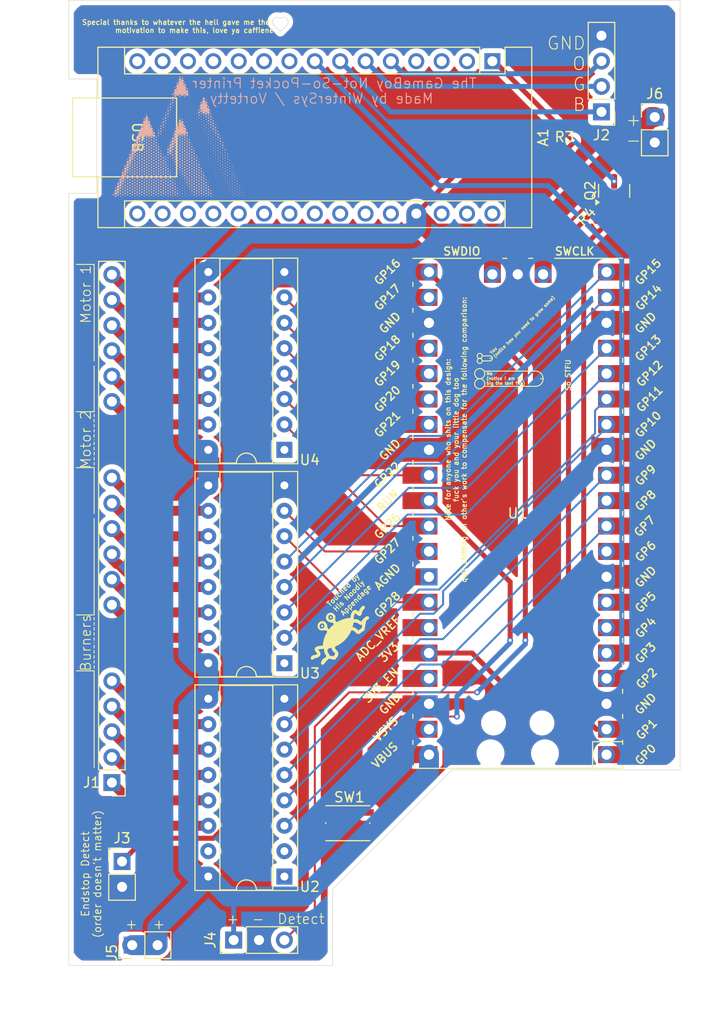
<source format=kicad_pcb>
(kicad_pcb (version 20240108) (generator "pcbnew") (generator_version "8.0")
  (layers (0 "F.Cu" signal) (31 "B.Cu" signal) (34 "B.Paste" user) (35 "F.Paste" user) (36 "B.SilkS" user "B.Silkscreen") (37 "F.SilkS" user "F.Silkscreen") (38 "B.Mask" user) (39 "F.Mask" user) (44 "Edge.Cuts" user))
  (net 0 "")
  (net 10 "Net-(A1-D5)")
  (net 12 "Net-(A1-D2)")
  (net 14 "+5V")
  (net 19 "Net-(A1-D3)")
  (net 28 "Net-(A1-D4)")
  (net 30 "Net-(J1-Pin_10)")
  (net 31 "Net-(J1-Pin_3)")
  (net 32 "Net-(J1-Pin_17)")
  (net 33 "Net-(J1-Pin_4)")
  (net 34 "Net-(J1-Pin_1)")
  (net 35 "Net-(J1-Pin_8)")
  (net 36 "Net-(J1-Pin_12)")
  (net 37 "Net-(J1-Pin_16)")
  (net 38 "Net-(J1-Pin_11)")
  (net 39 "Net-(J1-Pin_19)")
  (net 40 "Net-(J1-Pin_13)")
  (net 41 "Net-(J1-Pin_2)")
  (net 42 "Net-(J1-Pin_21)")
  (net 43 "Net-(J1-Pin_18)")
  (net 44 "Net-(J1-Pin_5)")
  (net 45 "Net-(J1-Pin_9)")
  (net 47 "Net-(J1-Pin_20)")
  (net 48 "GND")
  (net 49 "Net-(J3-Pin_1)")
  (net 50 "Net-(J4-Pin_3)")
  (net 51 "+3.3V")
  (net 52 "Net-(Q2-S)")
  (net 53 "Net-(U1-RUN)")
  (net 55 "Net-(U1-GPIO22)")
  (net 57 "/BURNER_9")
  (net 58 "/BURNER_7")
  (net 60 "/BURNER_1")
  (net 61 "/BURNER_4")
  (net 62 "Net-(U1-GPIO19)")
  (net 63 "Net-(U1-GPIO21)")
  (net 64 "Net-(U1-GPIO26_ADC0)")
  (net 65 "Net-(U1-GPIO28_ADC2)")
  (net 67 "/BURNER_5")
  (net 69 "Net-(U1-GPIO20)")
  (net 72 "/BURNER_8")
  (net 73 "/BURNER_3")
  (net 74 "/BURNER_2")
  (net 76 "/BURNER_6")
  (net 77 "Net-(U1-GPIO18)")
  (net 81 "Net-(U1-GPIO27_ADC1)")
  (net 87 "Net-(A1-D1{slash}TX)")
  (footprint "Resistor_SMD:R_0201_0603Metric_Pad0.64x0.40mm_HandSolder" (layer "F.Cu") (at 87.122 106.68 45)
    (property "Reference" "R4")
    (property "Value" "10K")
  )
  (footprint "Button_Switch_SMD:SW_Push_1P1T_NO_Vertical_Wuerth_434133025816" (layer "F.Cu") (at 62.484 166.624)
    (property "Reference" "SW1")
    (property "Value" "RESET")
  )
  (footprint "Connector_PinHeader_2.54mm:PinHeader_1x03_P2.54mm_Vertical" (layer "F.Cu") (at 51.054 178.308 90)
    (property "Reference" "J4")
    (property "Value" "FRONT_PANEL_SOCKET")
  )
  (footprint "Package_DIP:DIP-16_W7.62mm_Socket" (layer "F.Cu") (at 56.134 150.622 180)
    (property "Reference" "U3")
    (property "Value" "~")
  )
  (footprint "Package_DIP:DIP-16_W7.62mm_Socket" (layer "F.Cu") (at 56.134 129.286 180)
    (property "Reference" "U4")
    (property "Value" "~")
  )
  (footprint "Resistor_SMD:R_0201_0603Metric_Pad0.64x0.40mm_HandSolder" (layer "F.Cu") (at 84.1745 99.06)
    (property "Reference" "R3")
    (property "Value" "10K")
  )
  (footprint "MCU_RaspberryPi_and_Boards:RPi_Pico_SMD_TH" (layer "F.Cu") (at 79.502 135.636 180)
    (property "Reference" "U1")
    (property "Value" "Pico")
  )
  (footprint "Package_TO_SOT_SMD:SOT-23" (layer "F.Cu") (at 89.154 103.378 90)
    (property "Reference" "Q2")
    (property "Value" "BSS138")
  )
  (footprint "Package_DIP:DIP-16_W7.62mm_Socket" (layer "F.Cu") (at 56.134 171.958 180)
    (property "Reference" "U2")
    (property "Value" "~")
  )
  (footprint "Connector_PinHeader_2.54mm:PinHeader_1x02_P2.54mm_Vertical" (layer "F.Cu") (at 40.894 178.816 90)
    (property "Reference" "J5")
    (property "Value" "HEAD_STEPPER_POWER")
  )
  (footprint "Connector_PinHeader_2.54mm:PinHeader_1x02_P2.54mm_Vertical" (layer "F.Cu") (at 93.218 96.012)
    (property "Reference" "J6")
    (property "Value" "USB_C_POWER")
  )
  (footprint "Connector_PinHeader_2.54mm:PinHeader_1x02_P2.54mm_Vertical" (layer "F.Cu") (at 39.878 170.45)
    (property "Reference" "J3")
    (property "Value" "HEAD_ENDSTOP_DETECTION_PINS")
  )
  (footprint "Connector_PinHeader_2.54mm:PinHeader_1x04_P2.54mm_Vertical" (layer "F.Cu") (at 87.884 95.489 180)
    (property "Reference" "J2")
    (property "Value" "GBLINK")
  )
  (footprint "Module:Arduino_Nano" (layer "F.Cu") (at 76.962 90.424 -90)
    (property "Reference" "A1")
    (property "Value" "Arduino_Nano_v3.x")
  )
  (footprint "Connector_PinHeader_2.54mm:PinHeader_1x21_P2.54mm_Vertical" (layer "F.Cu") (at 38.862 162.56 180)
    (property "Reference" "J1")
    (property "Value" "PRINT_HEAD")
  )
  (gr_poly (pts (xy 49.277009 100.624332) (xy 49.263391 100.64792) (xy 49.236154 100.64792) (xy 49.222536 100.624332) (xy 49.236154 100.600744) (xy 49.263391 100.600744)) (stroke (width -0.000001)) (fill solid) (layer "B.SilkS"))
  (gr_poly (pts (xy 48.104508 96.362292) (xy 48.08181 96.401605) (xy 48.036416 96.401605) (xy 48.013719 96.362292) (xy 48.036416 96.322979) (xy 48.08181 96.322979)) (stroke (width -0.000001)) (fill solid) (layer "B.SilkS"))
  (gr_poly (pts (xy 40.778725 100.899235) (xy 40.727974 100.987137) (xy 40.626473 100.987137) (xy 40.575722 100.899235) (xy 40.626473 100.811333) (xy 40.727974 100.811333)) (stroke (width -0.000001)) (fill solid) (layer "B.SilkS"))
  (gr_poly (pts (xy 43.11407 103.923819) (xy 43.086287 103.97194) (xy 43.030721 103.97194) (xy 43.002938 103.923819) (xy 43.030721 103.875698) (xy 43.086287 103.875698)) (stroke (width -0.000001)) (fill solid) (layer "B.SilkS"))
  (gr_poly (pts (xy 47.372009 96.774777) (xy 47.35839 96.798365) (xy 47.331155 96.798365) (xy 47.317536 96.774777) (xy 47.331155 96.75119) (xy 47.35839 96.75119)) (stroke (width -0.000001)) (fill solid) (layer "B.SilkS"))
  (gr_poly (pts (xy 46.238402 101.586622) (xy 46.19625 101.659631) (xy 46.111947 101.659631) (xy 46.069795 101.586622) (xy 46.111947 101.513613) (xy 46.19625 101.513613)) (stroke (width -0.000001)) (fill solid) (layer "B.SilkS"))
  (gr_poly (pts (xy 44.808461 94.712615) (xy 44.766902 94.784597) (xy 44.683784 94.784597) (xy 44.642225 94.712615) (xy 44.683784 94.640633) (xy 44.766902 94.640633)) (stroke (width -0.000001)) (fill solid) (layer "B.SilkS"))
  (gr_poly (pts (xy 47.353224 95.124968) (xy 47.349009 95.132269) (xy 47.340579 95.132269) (xy 47.336363 95.124968) (xy 47.340579 95.117667) (xy 47.349009 95.117667)) (stroke (width -0.000001)) (fill solid) (layer "B.SilkS"))
  (gr_poly (pts (xy 48.143402 102.961529) (xy 48.10125 103.034539) (xy 48.016947 103.034539) (xy 47.974795 102.961529) (xy 48.016947 102.888521) (xy 48.10125 102.888521)) (stroke (width -0.000001)) (fill solid) (layer "B.SilkS"))
  (gr_poly (pts (xy 46.234036 93.887644) (xy 46.1941 93.956816) (xy 46.114227 93.956816) (xy 46.074291 93.887644) (xy 46.114227 93.818473) (xy 46.1941 93.818473)) (stroke (width -0.000001)) (fill solid) (layer "B.SilkS"))
  (gr_poly (pts (xy 39.374833 103.373882) (xy 39.31167 103.483282) (xy 39.185345 103.483282) (xy 39.122182 103.373882) (xy 39.185345 103.264483) (xy 39.31167 103.264483)) (stroke (width -0.000001)) (fill solid) (layer "B.SilkS"))
  (gr_poly (pts (xy 48.082415 99.936812) (xy 48.070802 99.956928) (xy 48.047576 99.956928) (xy 48.035962 99.936812) (xy 48.047576 99.916698) (xy 48.070802 99.916698)) (stroke (width -0.000001)) (fill solid) (layer "B.SilkS"))
  (gr_poly (pts (xy 50.958039 103.786368) (xy 50.937348 103.822207) (xy 50.895964 103.822207) (xy 50.875273 103.786368) (xy 50.895964 103.750529) (xy 50.937348 103.750529)) (stroke (width -0.000001)) (fill solid) (layer "B.SilkS"))
  (gr_poly (pts (xy 50.229508 103.09898) (xy 50.215891 103.122568) (xy 50.188655 103.122568) (xy 50.175036 103.09898) (xy 50.188655 103.075392) (xy 50.215891 103.075392)) (stroke (width -0.000001)) (fill solid) (layer "B.SilkS"))
  (gr_poly (pts (xy 51.200133 103.648916) (xy 51.177436 103.688229) (xy 51.132041 103.688229) (xy 51.109344 103.648916) (xy 51.132041 103.609604) (xy 51.177436 103.609604)) (stroke (width -0.000001)) (fill solid) (layer "B.SilkS"))
  (gr_poly (pts (xy 45.047777 102.549044) (xy 45.005625 102.622053) (xy 44.921322 102.622053) (xy 44.879169 102.549044) (xy 44.921322 102.476035) (xy 45.005625 102.476035)) (stroke (width -0.000001)) (fill solid) (layer "B.SilkS"))
  (gr_poly (pts (xy 45.762152 99.66191) (xy 45.72 99.73492) (xy 45.635697 99.73492) (xy 45.593545 99.66191) (xy 45.635697 99.588901) (xy 45.72 99.588901)) (stroke (width -0.000001)) (fill solid) (layer "B.SilkS"))
  (gr_poly (pts (xy 46.952777 100.624332) (xy 46.910625 100.697341) (xy 46.826322 100.697341) (xy 46.78417 100.624332) (xy 46.826322 100.551323) (xy 46.910625 100.551323)) (stroke (width -0.000001)) (fill solid) (layer "B.SilkS"))
  (gr_poly (pts (xy 50.247633 100.899235) (xy 50.224935 100.938547) (xy 50.179541 100.938547) (xy 50.156844 100.899235) (xy 50.179541 100.859922) (xy 50.224935 100.859922)) (stroke (width -0.000001)) (fill solid) (layer "B.SilkS"))
  (gr_poly (pts (xy 45.758315 101.31172) (xy 45.718079 101.381413) (xy 45.637604 101.381413) (xy 45.597367 101.31172) (xy 45.637604 101.242027) (xy 45.718079 101.242027)) (stroke (width -0.000001)) (fill solid) (layer "B.SilkS"))
  (gr_poly (pts (xy 46.714652 101.036686) (xy 46.6725 101.109695) (xy 46.588197 101.109695) (xy 46.546045 101.036686) (xy 46.588197 100.963677) (xy 46.6725 100.963677)) (stroke (width -0.000001)) (fill solid) (layer "B.SilkS"))
  (gr_poly (pts (xy 50.962007 103.511333) (xy 50.939311 103.550647) (xy 50.893916 103.550647) (xy 50.871218 103.511333) (xy 50.893916 103.472021) (xy 50.939311 103.472021)) (stroke (width -0.000001)) (fill solid) (layer "B.SilkS"))
  (gr_poly (pts (xy 47.190901 99.66191) (xy 47.14875 99.73492) (xy 47.064447 99.73492) (xy 47.022295 99.66191) (xy 47.064447 99.588901) (xy 47.14875 99.588901)) (stroke (width -0.000001)) (fill solid) (layer "B.SilkS"))
  (gr_poly (pts (xy 43.619027 102.27401) (xy 43.576875 102.347018) (xy 43.492572 102.347018) (xy 43.450419 102.27401) (xy 43.492572 102.201) (xy 43.576875 102.201)) (stroke (width -0.000001)) (fill solid) (layer "B.SilkS"))
  (gr_poly (pts (xy 40.449319 99.936812) (xy 40.444216 99.945651) (xy 40.43401 99.945651) (xy 40.428907 99.936812) (xy 40.43401 99.927975) (xy 40.444216 99.927975)) (stroke (width -0.000001)) (fill solid) (layer "B.SilkS"))
  (gr_poly (pts (xy 40.717209 99.52446) (xy 40.69726 99.559012) (xy 40.657362 99.559012) (xy 40.637412 99.52446) (xy 40.657362 99.489908) (xy 40.69726 99.489908)) (stroke (width -0.000001)) (fill solid) (layer "B.SilkS"))
  (gr_poly (pts (xy 46.876974 94.025228) (xy 46.872761 94.032523) (xy 46.864337 94.032523) (xy 46.860125 94.025228) (xy 46.864337 94.017932) (xy 46.872761 94.017932)) (stroke (width -0.000001)) (fill solid) (layer "B.SilkS"))
  (gr_poly (pts (xy 49.515134 101.861657) (xy 49.501515 101.885245) (xy 49.474279 101.885245) (xy 49.460662 101.861657) (xy 49.474279 101.838068) (xy 49.501515 101.838068)) (stroke (width -0.000001)) (fill solid) (layer "B.SilkS"))
  (gr_poly (pts (xy 47.372009 97.599748) (xy 47.35839 97.623336) (xy 47.331155 97.623336) (xy 47.317536 97.599748) (xy 47.331155 97.576161) (xy 47.35839 97.576161)) (stroke (width -0.000001)) (fill solid) (layer "B.SilkS"))
  (gr_poly (pts (xy 45.520587 100.899235) (xy 45.48019 100.969204) (xy 45.399397 100.969204) (xy 45.359001 100.899235) (xy 45.399397 100.829265) (xy 45.48019 100.829265)) (stroke (width -0.000001)) (fill solid) (layer "B.SilkS"))
  (gr_poly (pts (xy 48.073552 93.887644) (xy 48.066327 93.900158) (xy 48.051878 93.900158) (xy 48.044653 93.887644) (xy 48.051878 93.875131) (xy 48.066327 93.875131)) (stroke (width -0.000001)) (fill solid) (layer "B.SilkS"))
  (gr_poly (pts (xy 42.666527 99.799361) (xy 42.624375 99.872371) (xy 42.540072 99.872371) (xy 42.49792 99.799361) (xy 42.540072 99.726353) (xy 42.624375 99.726353)) (stroke (width -0.000001)) (fill solid) (layer "B.SilkS"))
  (gr_poly (pts (xy 46.476527 101.174269) (xy 46.434375 101.247278) (xy 46.350072 101.247278) (xy 46.30792 101.174269) (xy 46.350072 101.101259) (xy 46.434375 101.101259)) (stroke (width -0.000001)) (fill solid) (layer "B.SilkS"))
  (gr_poly (pts (xy 42.904652 99.111975) (xy 42.862499 99.184984) (xy 42.778197 99.184984) (xy 42.736045 99.111975) (xy 42.778197 99.038965) (xy 42.862499 99.038965)) (stroke (width -0.000001)) (fill solid) (layer "B.SilkS"))
  (gr_poly (pts (xy 42.666527 98.424587) (xy 42.624375 98.497596) (xy 42.540072 98.497596) (xy 42.49792 98.424587) (xy 42.540072 98.351578) (xy 42.624375 98.351578)) (stroke (width -0.000001)) (fill solid) (layer "B.SilkS"))
  (gr_poly (pts (xy 45.762152 99.387009) (xy 45.72 99.460018) (xy 45.635697 99.460018) (xy 45.593545 99.387009) (xy 45.635697 99.314) (xy 45.72 99.314)) (stroke (width -0.000001)) (fill solid) (layer "B.SilkS"))
  (gr_poly (pts (xy 43.380902 100.486749) (xy 43.33875 100.559759) (xy 43.254447 100.559759) (xy 43.212295 100.486749) (xy 43.254447 100.41374) (xy 43.33875 100.41374)) (stroke (width -0.000001)) (fill solid) (layer "B.SilkS"))
  (gr_poly (pts (xy 44.770758 100.486749) (xy 44.748061 100.526062) (xy 44.702666 100.526062) (xy 44.679969 100.486749) (xy 44.702666 100.447436) (xy 44.748061 100.447436)) (stroke (width -0.000001)) (fill solid) (layer "B.SilkS"))
  (gr_poly (pts (xy 48.611317 103.786368) (xy 48.573332 103.852159) (xy 48.497363 103.852159) (xy 48.459378 103.786368) (xy 48.497363 103.720576) (xy 48.573332 103.720576)) (stroke (width -0.000001)) (fill solid) (layer "B.SilkS"))
  (gr_poly (pts (xy 42.509497 96.637327) (xy 42.426814 96.780532) (xy 42.26145 96.780532) (xy 42.178768 96.637327) (xy 42.26145 96.494121) (xy 42.426814 96.494121)) (stroke (width -0.000001)) (fill solid) (layer "B.SilkS"))
  (gr_poly (pts (xy 47.614764 96.362292) (xy 47.598851 96.389852) (xy 47.567027 96.389852) (xy 47.551116 96.362292) (xy 47.567027 96.334732) (xy 47.598851 96.334732)) (stroke (width -0.000001)) (fill solid) (layer "B.SilkS"))
  (gr_poly (pts (xy 41.714027 100.074396) (xy 41.671875 100.147406) (xy 41.587572 100.147406) (xy 41.54542 100.074396) (xy 41.587572 100.001388) (xy 41.671875 100.001388)) (stroke (width -0.000001)) (fill solid) (layer "B.SilkS"))
  (gr_poly (pts (xy 43.619027 102.549044) (xy 43.576875 102.622053) (xy 43.492572 102.622053) (xy 43.450419 102.549044) (xy 43.492572 102.476035) (xy 43.576875 102.476035)) (stroke (width -0.000001)) (fill solid) (layer "B.SilkS"))
  (gr_poly (pts (xy 40.803993 100.624332) (xy 40.740624 100.73409) (xy 40.613886 100.73409) (xy 40.550517 100.624332) (xy 40.613886 100.514574) (xy 40.740624 100.514574)) (stroke (width -0.000001)) (fill solid) (layer "B.SilkS"))
  (gr_poly (pts (xy 43.857152 101.036686) (xy 43.815 101.109695) (xy 43.730697 101.109695) (xy 43.688545 101.036686) (xy 43.730697 100.963677) (xy 43.815 100.963677)) (stroke (width -0.000001)) (fill solid) (layer "B.SilkS"))
  (gr_poly (pts (xy 44.990759 95.674904) (xy 44.977141 95.698492) (xy 44.949905 95.698492) (xy 44.936287 95.674904) (xy 44.949905 95.651317) (xy 44.977141 95.651317)) (stroke (width -0.000001)) (fill solid) (layer "B.SilkS"))
  (gr_poly (pts (xy 40.999652 101.036686) (xy 40.9575 101.109695) (xy 40.873197 101.109695) (xy 40.831045 101.036686) (xy 40.873197 100.963677) (xy 40.9575 100.963677)) (stroke (width -0.000001)) (fill solid) (layer "B.SilkS"))
  (gr_poly (pts (xy 44.02847 99.249425) (xy 44.019715 99.264588) (xy 44.002206 99.264588) (xy 43.993452 99.249425) (xy 44.002206 99.234262) (xy 44.019715 99.234262)) (stroke (width -0.000001)) (fill solid) (layer "B.SilkS"))
  (gr_poly (pts (xy 43.574048 98.149552) (xy 43.554399 98.183586) (xy 43.5151 98.183586) (xy 43.495451 98.149552) (xy 43.5151 98.115519) (xy 43.554399 98.115519)) (stroke (width -0.000001)) (fill solid) (layer "B.SilkS"))
  (gr_poly (pts (xy 47.667152 102.136558) (xy 47.624999 102.209567) (xy 47.540697 102.209567) (xy 47.498545 102.136558) (xy 47.540697 102.063549) (xy 47.624999 102.063549)) (stroke (width -0.000001)) (fill solid) (layer "B.SilkS"))
  (gr_poly (pts (xy 48.342632 96.774777) (xy 48.319936 96.814091) (xy 48.274541 96.814091) (xy 48.251843 96.774777) (xy 48.274541 96.735464) (xy 48.319936 96.735464)) (stroke (width -0.000001)) (fill solid) (layer "B.SilkS"))
  (gr_poly (pts (xy 47.368041 98.699489) (xy 47.356423 98.71961) (xy 47.33319 98.71961) (xy 47.321573 98.699489) (xy 47.33319 98.679367) (xy 47.356423 98.679367)) (stroke (width -0.000001)) (fill solid) (layer "B.SilkS"))
  (gr_poly (pts (xy 39.578324 103.786368) (xy 39.532479 103.865774) (xy 39.440791 103.865774) (xy 39.394946 103.786368) (xy 39.440791 103.706962) (xy 39.532479 103.706962)) (stroke (width -0.000001)) (fill solid) (layer "B.SilkS"))
  (gr_poly (pts (xy 47.133884 96.08739) (xy 47.120265 96.110977) (xy 47.09303 96.110977) (xy 47.079412 96.08739) (xy 47.09303 96.063803) (xy 47.120265 96.063803)) (stroke (width -0.000001)) (fill solid) (layer "B.SilkS"))
  (gr_poly (pts (xy 48.376632 95.949939) (xy 48.336971 96.018636) (xy 48.257648 96.018636) (xy 48.217987 95.949939) (xy 48.257648 95.881243) (xy 48.336971 95.881243)) (stroke (width -0.000001)) (fill solid) (layer "B.SilkS"))
  (gr_poly (pts (xy 48.790969 101.724073) (xy 48.782215 101.739236) (xy 48.764707 101.739236) (xy 48.755952 101.724073) (xy 48.764707 101.708909) (xy 48.782215 101.708909)) (stroke (width -0.000001)) (fill solid) (layer "B.SilkS"))
  (gr_poly (pts (xy 47.667152 101.586622) (xy 47.624999 101.659631) (xy 47.540697 101.659631) (xy 47.498545 101.586622) (xy 47.540697 101.513613) (xy 47.624999 101.513613)) (stroke (width -0.000001)) (fill solid) (layer "B.SilkS"))
  (gr_poly (pts (xy 46.952777 100.899235) (xy 46.910625 100.972244) (xy 46.826322 100.972244) (xy 46.78417 100.899235) (xy 46.826322 100.826226) (xy 46.910625 100.826226)) (stroke (width -0.000001)) (fill solid) (layer "B.SilkS"))
  (gr_poly (pts (xy 51.200133 103.373882) (xy 51.177436 103.413195) (xy 51.132041 103.413195) (xy 51.109344 103.373882) (xy 51.132041 103.334569) (xy 51.177436 103.334569)) (stroke (width -0.000001)) (fill solid) (layer "B.SilkS"))
  (gr_poly (pts (xy 50.723882 101.724073) (xy 50.701185 101.763386) (xy 50.655791 101.763386) (xy 50.633093 101.724073) (xy 50.655791 101.68476) (xy 50.701185 101.68476)) (stroke (width -0.000001)) (fill solid) (layer "B.SilkS"))
  (gr_poly (pts (xy 43.857152 102.686494) (xy 43.815 102.759504) (xy 43.730697 102.759504) (xy 43.688545 102.686494) (xy 43.730697 102.613486) (xy 43.815 102.613486)) (stroke (width -0.000001)) (fill solid) (layer "B.SilkS"))
  (gr_poly (pts (xy 46.714652 101.586622) (xy 46.6725 101.659631) (xy 46.588197 101.659631) (xy 46.546045 101.586622) (xy 46.588197 101.513613) (xy 46.6725 101.513613)) (stroke (width -0.000001)) (fill solid) (layer "B.SilkS"))
  (gr_poly (pts (xy 41.237777 101.449171) (xy 41.195625 101.52218) (xy 41.111322 101.52218) (xy 41.06917 101.449171) (xy 41.111322 101.376162) (xy 41.195625 101.376162)) (stroke (width -0.000001)) (fill solid) (layer "B.SilkS"))
  (gr_poly (pts (xy 45.467009 95.674904) (xy 45.453391 95.698492) (xy 45.426155 95.698492) (xy 45.412536 95.674904) (xy 45.426155 95.651317) (xy 45.453391 95.651317)) (stroke (width -0.000001)) (fill solid) (layer "B.SilkS"))
  (gr_poly (pts (xy 48.381526 103.09898) (xy 48.339375 103.171989) (xy 48.255072 103.171989) (xy 48.21292 103.09898) (xy 48.255072 103.025971) (xy 48.339375 103.025971)) (stroke (width -0.000001)) (fill solid) (layer "B.SilkS"))
  (gr_poly (pts (xy 44.02847 98.974524) (xy 44.019715 98.989686) (xy 44.002206 98.989686) (xy 43.993452 98.974524) (xy 44.002206 98.95936) (xy 44.019715 98.95936)) (stroke (width -0.000001)) (fill solid) (layer "B.SilkS"))
  (gr_poly (pts (xy 44.095277 100.349298) (xy 44.053124 100.422307) (xy 43.968822 100.422307) (xy 43.92667 100.349298) (xy 43.968822 100.276289) (xy 44.053124 100.276289)) (stroke (width -0.000001)) (fill solid) (layer "B.SilkS"))
  (gr_poly (pts (xy 48.315381 100.624332) (xy 48.306288 100.640082) (xy 48.288101 100.640082) (xy 48.279008 100.624332) (xy 48.288101 100.608583) (xy 48.306288 100.608583)) (stroke (width -0.000001)) (fill solid) (layer "B.SilkS"))
  (gr_poly (pts (xy 44.752634 96.08739) (xy 44.739016 96.110977) (xy 44.71178 96.110977) (xy 44.698162 96.08739) (xy 44.71178 96.063803) (xy 44.739016 96.063803)) (stroke (width -0.000001)) (fill solid) (layer "B.SilkS"))
  (gr_poly (pts (xy 43.142777 102.823946) (xy 43.100625 102.896955) (xy 43.016322 102.896955) (xy 42.97417 102.823946) (xy 43.016322 102.750937) (xy 43.100625 102.750937)) (stroke (width -0.000001)) (fill solid) (layer "B.SilkS"))
  (gr_poly (pts (xy 49.505345 103.236431) (xy 49.49659 103.251594) (xy 49.479081 103.251594) (xy 49.470327 103.236431) (xy 49.479081 103.221268) (xy 49.49659 103.221268)) (stroke (width -0.000001)) (fill solid) (layer "B.SilkS"))
  (gr_poly (pts (xy 40.576583 101.036686) (xy 40.507841 101.155752) (xy 40.37035 101.155752) (xy 40.301607 101.036686) (xy 40.37035 100.917619) (xy 40.507841 100.917619)) (stroke (width -0.000001)) (fill solid) (layer "B.SilkS"))
  (gr_poly (pts (xy 42.428402 98.287136) (xy 42.38625 98.360145) (xy 42.301947 98.360145) (xy 42.259794 98.287136) (xy 42.301947 98.214126) (xy 42.38625 98.214126)) (stroke (width -0.000001)) (fill solid) (layer "B.SilkS"))
  (gr_poly (pts (xy 40.523402 102.136558) (xy 40.48125 102.209567) (xy 40.396947 102.209567) (xy 40.354795 102.136558) (xy 40.396947 102.063549) (xy 40.48125 102.063549)) (stroke (width -0.000001)) (fill solid) (layer "B.SilkS"))
  (gr_poly (pts (xy 42.904652 101.586622) (xy 42.862499 101.659631) (xy 42.778197 101.659631) (xy 42.736045 101.586622) (xy 42.778197 101.513613) (xy 42.862499 101.513613)) (stroke (width -0.000001)) (fill solid) (layer "B.SilkS"))
  (gr_poly (pts (xy 51.185845 103.923819) (xy 51.170277 103.950784) (xy 51.139139 103.950784) (xy 51.12357 103.923819) (xy 51.139139 103.896853) (xy 51.170277 103.896853)) (stroke (width -0.000001)) (fill solid) (layer "B.SilkS"))
  (gr_poly (pts (xy 45.075028 98.149552) (xy 45.019243 98.246177) (xy 44.907669 98.246177) (xy 44.851884 98.149552) (xy 44.907669 98.052928) (xy 45.019243 98.052928)) (stroke (width -0.000001)) (fill solid) (layer "B.SilkS"))
  (gr_poly (pts (xy 47.656171 95.812488) (xy 47.619517 95.875976) (xy 47.546208 95.875976) (xy 47.509554 95.812488) (xy 47.546208 95.749) (xy 47.619517 95.749)) (stroke (width -0.000001)) (fill solid) (layer "B.SilkS"))
  (gr_poly (pts (xy 49.277009 100.899235) (xy 49.263391 100.922822) (xy 49.236154 100.922822) (xy 49.222536 100.899235) (xy 49.236154 100.875647) (xy 49.263391 100.875647)) (stroke (width -0.000001)) (fill solid) (layer "B.SilkS"))
  (gr_poly (pts (xy 47.107823 93.887644) (xy 47.1072 93.888722) (xy 47.105955 93.888722) (xy 47.105332 93.887644) (xy 47.105955 93.886566) (xy 47.1072 93.886566)) (stroke (width -0.000001)) (fill solid) (layer "B.SilkS"))
  (gr_poly (pts (xy 46.238402 100.211847) (xy 46.19625 100.284856) (xy 46.111947 100.284856) (xy 46.069795 100.211847) (xy 46.111947 100.138838) (xy 46.19625 100.138838)) (stroke (width -0.000001)) (fill solid) (layer "B.SilkS"))
  (gr_poly (pts (xy 46.181384 94.712615) (xy 46.167766 94.736203) (xy 46.14053 94.736203) (xy 46.126911 94.712615) (xy 46.14053 94.689027) (xy 46.167766 94.689027)) (stroke (width -0.000001)) (fill solid) (layer "B.SilkS"))
  (gr_poly (pts (xy 49.771382 100.074396) (xy 49.748686 100.113709) (xy 49.703291 100.113709) (xy 49.680593 100.074396) (xy 49.703291 100.035084) (xy 49.748686 100.035084)) (stroke (width -0.000001)) (fill solid) (layer "B.SilkS"))
  (gr_poly (pts (xy 45.366996 93.612742) (xy 45.284314 93.755948) (xy 45.118949 93.755948) (xy 45.036267 93.612742) (xy 45.118949 93.469536) (xy 45.284314 93.469536)) (stroke (width -0.000001)) (fill solid) (layer "B.SilkS"))
  (gr_poly (pts (xy 44.809652 102.411593) (xy 44.767499 102.484602) (xy 44.683197 102.484602) (xy 44.641044 102.411593) (xy 44.683197 102.338584) (xy 44.767499 102.338584)) (stroke (width -0.000001)) (fill solid) (layer "B.SilkS"))
  (gr_poly (pts (xy 49.551382 97.462165) (xy 49.519606 97.517201) (xy 49.456056 97.517201) (xy 49.424281 97.462165) (xy 49.456056 97.407129) (xy 49.519606 97.407129)) (stroke (width -0.000001)) (fill solid) (layer "B.SilkS"))
  (gr_poly (pts (xy 41.203117 98.424587) (xy 41.178288 98.467591) (xy 41.128631 98.467591) (xy 41.103803 98.424587) (xy 41.128631 98.381582) (xy 41.178288 98.381582)) (stroke (width -0.000001)) (fill solid) (layer "B.SilkS"))
  (gr_poly (pts (xy 45.008883 100.899235) (xy 44.986186 100.938547) (xy 44.940791 100.938547) (xy 44.918094 100.899235) (xy 44.940791 100.859922) (xy 44.986186 100.859922)) (stroke (width -0.000001)) (fill solid) (layer "B.SilkS"))
  (gr_poly (pts (xy 48.790969 102.823946) (xy 48.782215 102.839109) (xy 48.764707 102.839109) (xy 48.755952 102.823946) (xy 48.764707 102.808783) (xy 48.782215 102.808783)) (stroke (width -0.000001)) (fill solid) (layer "B.SilkS"))
  (gr_poly (pts (xy 50.721369 103.373882) (xy 50.699916 103.41104) (xy 50.657008 103.41104) (xy 50.635554 103.373882) (xy 50.657008 103.336725) (xy 50.699916 103.336725)) (stroke (width -0.000001)) (fill solid) (layer "B.SilkS"))
  (gr_poly (pts (xy 45.228884 95.812488) (xy 45.215266 95.836075) (xy 45.18803 95.836075) (xy 45.174412 95.812488) (xy 45.18803 95.788901) (xy 45.215266 95.788901)) (stroke (width -0.000001)) (fill solid) (layer "B.SilkS"))
  (gr_poly (pts (xy 39.341389 103.923819) (xy 39.294951 104.004253) (xy 39.202073 104.004253) (xy 39.155635 103.923819) (xy 39.202073 103.843384) (xy 39.294951 103.843384)) (stroke (width -0.000001)) (fill solid) (layer "B.SilkS"))
  (gr_poly (pts (xy 48.336283 101.999108) (xy 48.316747 102.032944) (xy 48.277678 102.032944) (xy 48.258142 101.999108) (xy 48.277678 101.965272) (xy 48.316747 101.965272)) (stroke (width -0.000001)) (fill solid) (layer "B.SilkS"))
  (gr_poly (pts (xy 43.142777 101.999108) (xy 43.100625 102.072117) (xy 43.016322 102.072117) (xy 42.97417 101.999108) (xy 43.016322 101.926098) (xy 43.100625 101.926098)) (stroke (width -0.000001)) (fill solid) (layer "B.SilkS"))
  (gr_poly (pts (xy 45.841394 96.637327) (xy 45.759613 96.778971) (xy 45.596047 96.778971) (xy 45.514266 96.637327) (xy 45.596047 96.495682) (xy 45.759613 96.495682)) (stroke (width -0.000001)) (fill solid) (layer "B.SilkS"))
  (gr_poly (pts (xy 50.021282 98.562037) (xy 49.992736 98.611481) (xy 49.935646 98.611481) (xy 49.9071 98.562037) (xy 49.935646 98.512595) (xy 49.992736 98.512595)) (stroke (width -0.000001)) (fill solid) (layer "B.SilkS"))
  (gr_poly (pts (xy 42.666527 102.27401) (xy 42.624375 102.347018) (xy 42.540072 102.347018) (xy 42.49792 102.27401) (xy 42.540072 102.201) (xy 42.624375 102.201)) (stroke (width -0.000001)) (fill solid) (layer "B.SilkS"))
  (gr_poly (pts (xy 45.329029 93.337708) (xy 45.265338 93.448023) (xy 45.137957 93.448023) (xy 45.074267 93.337708) (xy 45.137957 93.227393) (xy 45.265338 93.227393)) (stroke (width -0.000001)) (fill solid) (layer "B.SilkS"))
  (gr_poly (pts (xy 48.818883 97.87465) (xy 48.796186 97.913964) (xy 48.750791 97.913964) (xy 48.728094 97.87465) (xy 48.750791 97.835337) (xy 48.796186 97.835337)) (stroke (width -0.000001)) (fill solid) (layer "B.SilkS"))
  (gr_poly (pts (xy 40.991582 99.111975) (xy 40.953456 99.17801) (xy 40.877203 99.17801) (xy 40.839076 99.111975) (xy 40.877203 99.045939) (xy 40.953456 99.045939)) (stroke (width -0.000001)) (fill solid) (layer "B.SilkS"))
  (gr_poly (pts (xy 45.105588 98.424587) (xy 45.034579 98.547578) (xy 44.892564 98.547578) (xy 44.821555 98.424587) (xy 44.892564 98.301595) (xy 45.034579 98.301595)) (stroke (width -0.000001)) (fill solid) (layer "B.SilkS"))
  (gr_poly (pts (xy 44.571527 103.648916) (xy 44.529375 103.721925) (xy 44.445072 103.721925) (xy 44.40292 103.648916) (xy 44.445072 103.575907) (xy 44.529375 103.575907)) (stroke (width -0.000001)) (fill solid) (layer "B.SilkS"))
  (gr_poly (pts (xy 43.380902 103.236431) (xy 43.33875 103.30944) (xy 43.254447 103.30944) (xy 43.212295 103.236431) (xy 43.254447 103.163422) (xy 43.33875 103.163422)) (stroke (width -0.000001)) (fill solid) (layer "B.SilkS"))
  (gr_poly (pts (xy 41.237777 100.074396) (xy 41.195625 100.147406) (xy 41.111322 100.147406) (xy 41.06917 100.074396) (xy 41.111322 100.001388) (xy 41.195625 100.001388)) (stroke (width -0.000001)) (fill solid) (layer "B.SilkS"))
  (gr_poly (pts (xy 41.045954 99.387009) (xy 40.980665 99.500093) (xy 40.850087 99.500093) (xy 40.784798 99.387009) (xy 40.850087 99.273925) (xy 40.980665 99.273925)) (stroke (width -0.000001)) (fill solid) (layer "B.SilkS"))
  (gr_poly (pts (xy 41.944082 103.786368) (xy 41.905994 103.852339) (xy 41.829816 103.852339) (xy 41.791728 103.786368) (xy 41.829816 103.720396) (xy 41.905994 103.720396)) (stroke (width -0.000001)) (fill solid) (layer "B.SilkS"))
  (gr_poly (pts (xy 41.952152 99.66191) (xy 41.91 99.73492) (xy 41.825697 99.73492) (xy 41.783545 99.66191) (xy 41.825697 99.588901) (xy 41.91 99.588901)) (stroke (width -0.000001)) (fill solid) (layer "B.SilkS"))
  (gr_poly (pts (xy 42.190277 100.624332) (xy 42.148125 100.697341) (xy 42.063822 100.697341) (xy 42.02167 100.624332) (xy 42.063822 100.551323) (xy 42.148125 100.551323)) (stroke (width -0.000001)) (fill solid) (layer "B.SilkS"))
  (gr_poly (pts (xy 40.761527 102.27401) (xy 40.719375 102.347018) (xy 40.635072 102.347018) (xy 40.59292 102.27401) (xy 40.635072 102.201) (xy 40.719375 102.201)) (stroke (width -0.000001)) (fill solid) (layer "B.SilkS"))
  (gr_poly (pts (xy 40.761527 101.174269) (xy 40.719371 101.247286) (xy 40.635059 101.247286) (xy 40.592903 101.174269) (xy 40.635059 101.101252) (xy 40.719371 101.101252)) (stroke (width -0.000001)) (fill solid) (layer "B.SilkS"))
  (gr_poly (pts (xy 45.961383 103.373882) (xy 45.938686 103.413195) (xy 45.893291 103.413195) (xy 45.870594 103.373882) (xy 45.893291 103.334569) (xy 45.938686 103.334569)) (stroke (width -0.000001)) (fill solid) (layer "B.SilkS"))
  (gr_poly (pts (xy 46.665836 93.612742) (xy 46.648118 93.643431) (xy 46.612681 93.643431) (xy 46.594963 93.612742) (xy 46.612681 93.582053) (xy 46.648118 93.582053)) (stroke (width -0.000001)) (fill solid) (layer "B.SilkS"))
  (gr_poly (pts (xy 46.081372 93.200257) (xy 45.998689 93.343463) (xy 45.833325 93.343463) (xy 45.750643 93.200257) (xy 45.833325 93.057051) (xy 45.998689 93.057051)) (stroke (width -0.000001)) (fill solid) (layer "B.SilkS"))
  (gr_poly (pts (xy 45.044337 94.575032) (xy 45.003895 94.645079) (xy 44.923012 94.645079) (xy 44.88257 94.575032) (xy 44.923012 94.504985) (xy 45.003895 94.504985)) (stroke (width -0.000001)) (fill solid) (layer "B.SilkS"))
  (gr_poly (pts (xy 40.999652 100.761783) (xy 40.9575 100.834792) (xy 40.873197 100.834792) (xy 40.831045 100.761783) (xy 40.873197 100.688774) (xy 40.9575 100.688774)) (stroke (width -0.000001)) (fill solid) (layer "B.SilkS"))
  (gr_poly (pts (xy 43.553013 97.049812) (xy 43.543913 97.065574) (xy 43.525711 97.065574) (xy 43.51661 97.049812) (xy 43.525711 97.034049) (xy 43.543913 97.034049)) (stroke (width -0.000001)) (fill solid) (layer "B.SilkS"))
  (gr_poly (pts (xy 49.038884 100.761783) (xy 49.025266 100.785371) (xy 48.99803 100.785371) (xy 48.984411 100.761783) (xy 48.99803 100.738196) (xy 49.025266 100.738196)) (stroke (width -0.000001)) (fill solid) (layer "B.SilkS"))
  (gr_poly (pts (xy 48.381526 103.373882) (xy 48.339375 103.446892) (xy 48.255072 103.446892) (xy 48.21292 103.373882) (xy 48.255072 103.300873) (xy 48.339375 103.300873)) (stroke (width -0.000001)) (fill solid) (layer "B.SilkS"))
  (gr_poly (pts (xy 50.022076 99.111975) (xy 49.993091 99.162176) (xy 49.935122 99.162176) (xy 49.906137 99.111975) (xy 49.935122 99.061773) (xy 49.993091 99.061773)) (stroke (width -0.000001)) (fill solid) (layer "B.SilkS"))
  (gr_poly (pts (xy 44.276384 97.737199) (xy 44.262766 97.760787) (xy 44.23553 97.760787) (xy 44.221912 97.737199) (xy 44.23553 97.713612) (xy 44.262766 97.713612)) (stroke (width -0.000001)) (fill solid) (layer "B.SilkS"))
  (gr_poly (pts (xy 43.380902 99.111975) (xy 43.33875 99.184984) (xy 43.254447 99.184984) (xy 43.212295 99.111975) (xy 43.254447 99.038965) (xy 43.33875 99.038965)) (stroke (width -0.000001)) (fill solid) (layer "B.SilkS"))
  (gr_poly (pts (xy 49.081085 96.362292) (xy 49.046375 96.422412) (xy 48.976956 96.422412) (xy 48.942246 96.362292) (xy 48.976956 96.302172) (xy 49.046375 96.302172)) (stroke (width -0.000001)) (fill solid) (layer "B.SilkS"))
  (gr_poly (pts (xy 42.666527 102.823946) (xy 42.624375 102.896955) (xy 42.540072 102.896955) (xy 42.49792 102.823946) (xy 42.540072 102.750937) (xy 42.624375 102.750937)) (stroke (width -0.000001)) (fill solid) (layer "B.SilkS"))
  (gr_poly (pts (xy 48.829466 103.923819) (xy 48.801489 103.972276) (xy 48.745535 103.972276) (xy 48.717558 103.923819) (xy 48.745535 103.875361) (xy 48.801489 103.875361)) (stroke (width -0.000001)) (fill solid) (layer "B.SilkS"))
  (gr_poly (pts (xy 45.247008 102.136558) (xy 45.224311 102.175871) (xy 45.178916 102.175871) (xy 45.156219 102.136558) (xy 45.178916 102.097246) (xy 45.224311 102.097246)) (stroke (width -0.000001)) (fill solid) (layer "B.SilkS"))
  (gr_poly (pts (xy 47.124359 94.987517) (xy 47.115521 95.002825) (xy 47.097844 95.002825) (xy 47.089006 94.987517) (xy 47.097844 94.97221) (xy 47.115521 94.97221)) (stroke (width -0.000001)) (fill solid) (layer "B.SilkS"))
  (gr_poly (pts (xy 41.638621 97.049812) (xy 41.634206 97.057459) (xy 41.625375 97.057459) (xy 41.62096 97.049812) (xy 41.625375 97.042164) (xy 41.634206 97.042164)) (stroke (width -0.000001)) (fill solid) (layer "B.SilkS"))
  (gr_poly (pts (xy 49.069443 97.462165) (xy 49.040541 97.512224) (xy 48.982739 97.512224) (xy 48.953837 97.462165) (xy 48.982739 97.412106) (xy 49.040541 97.412106)) (stroke (width -0.000001)) (fill solid) (layer "B.SilkS"))
  (gr_poly (pts (xy 48.324509 98.699489) (xy 48.31089 98.723076) (xy 48.283655 98.723076) (xy 48.270037 98.699489) (xy 48.283655 98.675901) (xy 48.31089 98.675901)) (stroke (width -0.000001)) (fill solid) (layer "B.SilkS"))
  (gr_poly (pts (xy 46.714652 102.136558) (xy 46.6725 102.209567) (xy 46.588197 102.209567) (xy 46.546045 102.136558) (xy 46.588197 102.063549) (xy 46.6725 102.063549)) (stroke (width -0.000001)) (fill solid) (layer "B.SilkS"))
  (gr_poly (pts (xy 46.419509 95.674904) (xy 46.405891 95.698492) (xy 46.378655 95.698492) (xy 46.365036 95.674904) (xy 46.378655 95.651317) (xy 46.405891 95.651317)) (stroke (width -0.000001)) (fill solid) (layer "B.SilkS"))
  (gr_poly (pts (xy 50.454272 99.387009) (xy 50.447342 99.399012) (xy 50.433481 99.399012) (xy 50.426551 99.387009) (xy 50.433481 99.375005) (xy 50.447342 99.375005)) (stroke (width -0.000001)) (fill solid) (layer "B.SilkS"))
  (gr_poly (pts (xy 43.380902 101.31172) (xy 43.33875 101.384729) (xy 43.254447 101.384729) (xy 43.212295 101.31172) (xy 43.254447 101.238711) (xy 43.33875 101.238711)) (stroke (width -0.000001)) (fill solid) (layer "B.SilkS"))
  (gr_poly (pts (xy 46.657634 95.537453) (xy 46.644016 95.561041) (xy 46.61678 95.561041) (xy 46.603161 95.537453) (xy 46.61678 95.513866) (xy 46.644016 95.513866)) (stroke (width -0.000001)) (fill solid) (layer "B.SilkS"))
  (gr_poly (pts (xy 47.667152 103.236431) (xy 47.624999 103.30944) (xy 47.540697 103.30944) (xy 47.498545 103.236431) (xy 47.540697 103.163422) (xy 47.624999 103.163422)) (stroke (width -0.000001)) (fill solid) (layer "B.SilkS"))
  (gr_poly (pts (xy 48.85738 95.949939) (xy 48.815436 96.022589) (xy 48.731548 96.022589) (xy 48.689604 95.949939) (xy 48.731548 95.87729) (xy 48.815436 95.87729)) (stroke (width -0.000001)) (fill solid) (layer "B.SilkS"))
  (gr_poly (pts (xy 47.977508 94.850066) (xy 47.89924 94.985625) (xy 47.7427 94.985625) (xy 47.664431 94.850066) (xy 47.7427 94.714507) (xy 47.89924 94.714507)) (stroke (width -0.000001)) (fill solid) (layer "B.SilkS"))
  (gr_poly (pts (xy 42.428402 100.761783) (xy 42.38625 100.834792) (xy 42.301947 100.834792) (xy 42.259794 100.761783) (xy 42.301947 100.688774) (xy 42.38625 100.688774)) (stroke (width -0.000001)) (fill solid) (layer "B.SilkS"))
  (gr_poly (pts (xy 49.281639 100.349298) (xy 49.265679 100.376942) (xy 49.233758 100.376942) (xy 49.217798 100.349298) (xy 49.233758 100.321654) (xy 49.265679 100.321654)) (stroke (width -0.000001)) (fill solid) (layer "B.SilkS"))
  (gr_poly (pts (xy 48.087575 101.31172) (xy 48.073339 101.336378) (xy 48.044866 101.336378) (xy 48.030631 101.31172) (xy 48.044866 101.287062) (xy 48.073339 101.287062)) (stroke (width -0.000001)) (fill solid) (layer "B.SilkS"))
  (gr_poly (pts (xy 50.236388 102.549044) (xy 50.219332 102.578586) (xy 50.185221 102.578586) (xy 50.168164 102.549044) (xy 50.185221 102.519502) (xy 50.219332 102.519502)) (stroke (width -0.000001)) (fill solid) (layer "B.SilkS"))
  (gr_poly (pts (xy 47.421089 100.074396) (xy 47.382937 100.140478) (xy 47.306632 100.140478) (xy 47.26848 100.074396) (xy 47.306632 100.008314) (xy 47.382937 100.008314)) (stroke (width -0.000001)) (fill solid) (layer "B.SilkS"))
  (gr_poly (pts (xy 46.948543 98.974524) (xy 46.908501 99.043877) (xy 46.828418 99.043877) (xy 46.788376 98.974524) (xy 46.828418 98.90517) (xy 46.908501 98.90517)) (stroke (width -0.000001)) (fill solid) (layer "B.SilkS"))
  (gr_poly (pts (xy 44.333402 101.861657) (xy 44.29125 101.934666) (xy 44.206947 101.934666) (xy 44.164794 101.861657) (xy 44.206947 101.788647) (xy 44.29125 101.788647)) (stroke (width -0.000001)) (fill solid) (layer "B.SilkS"))
  (gr_poly (pts (xy 46.657634 96.637327) (xy 46.644016 96.660914) (xy 46.61678 96.660914) (xy 46.603161 96.637327) (xy 46.61678 96.613739) (xy 46.644016 96.613739)) (stroke (width -0.000001)) (fill solid) (layer "B.SilkS"))
  (gr_poly (pts (xy 42.904652 102.961529) (xy 42.862499 103.034539) (xy 42.778197 103.034539) (xy 42.736045 102.961529) (xy 42.778197 102.888521) (xy 42.862499 102.888521)) (stroke (width -0.000001)) (fill solid) (layer "B.SilkS"))
  (gr_poly (pts (xy 48.104508 96.637327) (xy 48.08181 96.67664) (xy 48.036416 96.67664) (xy 48.013719 96.637327) (xy 48.036416 96.598013) (xy 48.08181 96.598013)) (stroke (width -0.000001)) (fill solid) (layer "B.SilkS"))
  (gr_poly (pts (xy 42.249411 97.87465) (xy 42.177721 97.998822) (xy 42.034344 97.998822) (xy 41.962653 97.87465) (xy 42.034344 97.750479) (xy 42.177721 97.750479)) (stroke (width -0.000001)) (fill solid) (layer "B.SilkS"))
  (gr_poly (pts (xy 49.029094 102.136558) (xy 49.02034 102.151721) (xy 49.002831 102.151721) (xy 48.994078 102.136558) (xy 49.002831 102.121395) (xy 49.02034 102.121395)) (stroke (width -0.000001)) (fill solid) (layer "B.SilkS"))
  (gr_poly (pts (xy 47.838469 100.074396) (xy 47.829715 100.08956) (xy 47.812206 100.08956) (xy 47.803453 100.074396) (xy 47.812206 100.059234) (xy 47.829715 100.059234)) (stroke (width -0.000001)) (fill solid) (layer "B.SilkS"))
  (gr_poly (pts (xy 44.518478 94.850066) (xy 44.502841 94.87715) (xy 44.471567 94.87715) (xy 44.45593 94.850066) (xy 44.471567 94.822982) (xy 44.502841 94.822982)) (stroke (width -0.000001)) (fill solid) (layer "B.SilkS"))
  (gr_poly (pts (xy 49.095902 96.637327) (xy 49.05375 96.710336) (xy 48.969447 96.710336) (xy 48.927295 96.637327) (xy 48.969447 96.564318) (xy 49.05375 96.564318)) (stroke (width -0.000001)) (fill solid) (layer "B.SilkS"))
  (gr_poly (pts (xy 45.008883 100.624332) (xy 44.986186 100.663645) (xy 44.940791 100.663645) (xy 44.918094 100.624332) (xy 44.940791 100.58502) (xy 44.986186 100.58502)) (stroke (width -0.000001)) (fill solid) (layer "B.SilkS"))
  (gr_poly (pts (xy 49.262589 96.499875) (xy 49.256143 96.511038) (xy 49.243254 96.511038) (xy 49.236809 96.499875) (xy 49.243254 96.488712) (xy 49.256143 96.488712)) (stroke (width -0.000001)) (fill solid) (layer "B.SilkS"))
  (gr_poly (pts (xy 48.562634 98.837072) (xy 48.548988 98.860708) (xy 48.521697 98.860708) (xy 48.508051 98.837072) (xy 48.521697 98.813437) (xy 48.548988 98.813437)) (stroke (width -0.000001)) (fill solid) (layer "B.SilkS"))
  (gr_poly (pts (xy 47.190901 99.936812) (xy 47.14875 100.009822) (xy 47.064447 100.009822) (xy 47.022295 99.936812) (xy 47.064447 99.863804) (xy 47.14875 99.863804)) (stroke (width -0.000001)) (fill solid) (layer "B.SilkS"))
  (gr_poly (pts (xy 42.428402 100.486749) (xy 42.38625 100.559759) (xy 42.301947 100.559759) (xy 42.259794 100.486749) (xy 42.301947 100.41374) (xy 42.38625 100.41374)) (stroke (width -0.000001)) (fill solid) (layer "B.SilkS"))
  (gr_poly (pts (xy 45.289076 98.837072) (xy 45.245368 98.912779) (xy 45.157949 98.912779) (xy 45.11424 98.837072) (xy 45.157949 98.761365) (xy 45.245368 98.761365)) (stroke (width -0.000001)) (fill solid) (layer "B.SilkS"))
  (gr_poly (pts (xy 49.038884 100.486749) (xy 49.025266 100.510337) (xy 48.99803 100.510337) (xy 48.984411 100.486749) (xy 48.99803 100.463161) (xy 49.025266 100.463161)) (stroke (width -0.000001)) (fill solid) (layer "B.SilkS"))
  (gr_poly (pts (xy 43.142777 101.724073) (xy 43.100625 101.797082) (xy 43.016322 101.797082) (xy 42.97417 101.724073) (xy 43.016322 101.651063) (xy 43.100625 101.651063)) (stroke (width -0.000001)) (fill solid) (layer "B.SilkS"))
  (gr_poly (pts (xy 41.475902 101.586622) (xy 41.43375 101.659631) (xy 41.349447 101.659631) (xy 41.307295 101.586622) (xy 41.349447 101.513613) (xy 41.43375 101.513613)) (stroke (width -0.000001)) (fill solid) (layer "B.SilkS"))
  (gr_poly (pts (xy 45.524027 100.349298) (xy 45.481875 100.422307) (xy 45.397572 100.422307) (xy 45.35542 100.349298) (xy 45.397572 100.276289) (xy 45.481875 100.276289)) (stroke (width -0.000001)) (fill solid) (layer "B.SilkS"))
  (gr_poly (pts (xy 47.610134 96.637327) (xy 47.596516 96.660914) (xy 47.56928 96.660914) (xy 47.555661 96.637327) (xy 47.56928 96.613739) (xy 47.596516 96.613739)) (stroke (width -0.000001)) (fill solid) (layer "B.SilkS"))
  (gr_poly (pts (xy 40.761527 103.373882) (xy 40.719375 103.446892) (xy 40.635072 103.446892) (xy 40.59292 103.373882) (xy 40.635072 103.300873) (xy 40.719375 103.300873)) (stroke (width -0.000001)) (fill solid) (layer "B.SilkS"))
  (gr_poly (pts (xy 42.904652 100.761783) (xy 42.862499 100.834792) (xy 42.778197 100.834792) (xy 42.736045 100.761783) (xy 42.778197 100.688774) (xy 42.862499 100.688774)) (stroke (width -0.000001)) (fill solid) (layer "B.SilkS"))
  (gr_poly (pts (xy 43.325075 97.737199) (xy 43.31085 97.761838) (xy 43.282398 97.761838) (xy 43.268173 97.737199) (xy 43.282398 97.71256) (xy 43.31085 97.71256)) (stroke (width -0.000001)) (fill solid) (layer "B.SilkS"))
  (gr_poly (pts (xy 42.190277 101.999108) (xy 42.148125 102.072117) (xy 42.063822 102.072117) (xy 42.02167 101.999108) (xy 42.063822 101.926098) (xy 42.148125 101.926098)) (stroke (width -0.000001)) (fill solid) (layer "B.SilkS"))
  (gr_poly (pts (xy 40.761527 103.09898) (xy 40.719375 103.171989) (xy 40.635072 103.171989) (xy 40.59292 103.09898) (xy 40.635072 103.025971) (xy 40.719375 103.025971)) (stroke (width -0.000001)) (fill solid) (layer "B.SilkS"))
  (gr_poly (pts (xy 43.619027 103.648916) (xy 43.576875 103.721925) (xy 43.492572 103.721925) (xy 43.450419 103.648916) (xy 43.492572 103.575907) (xy 43.576875 103.575907)) (stroke (width -0.000001)) (fill solid) (layer "B.SilkS"))
  (gr_poly (pts (xy 44.752634 96.912229) (xy 44.739016 96.935816) (xy 44.71178 96.935816) (xy 44.698162 96.912229) (xy 44.71178 96.888641) (xy 44.739016 96.888641)) (stroke (width -0.000001)) (fill solid) (layer "B.SilkS"))
  (gr_poly (pts (xy 44.095277 101.999108) (xy 44.053124 102.072117) (xy 43.968822 102.072117) (xy 43.92667 101.999108) (xy 43.968822 101.926098) (xy 44.053124 101.926098)) (stroke (width -0.000001)) (fill solid) (layer "B.SilkS"))
  (gr_poly (pts (xy 46.319496 97.462165) (xy 46.236814 97.605371) (xy 46.071449 97.605371) (xy 45.988767 97.462165) (xy 46.071449 97.318959) (xy 46.236814 97.318959)) (stroke (width -0.000001)) (fill solid) (layer "B.SilkS"))
  (gr_poly (pts (xy 49.513811 97.187263) (xy 49.500821 97.209762) (xy 49.47484 97.209762) (xy 49.461849 97.187263) (xy 49.47484 97.164764) (xy 49.500821 97.164764)) (stroke (width -0.000001)) (fill solid) (layer "B.SilkS"))
  (gr_poly (pts (xy 48.562634 99.111975) (xy 48.549015 99.135563) (xy 48.52178 99.135563) (xy 48.508161 99.111975) (xy 48.52178 99.088387) (xy 48.549015 99.088387)) (stroke (width -0.000001)) (fill solid) (layer "B.SilkS"))
  (gr_poly (pts (xy 47.372009 96.224841) (xy 47.35839 96.248429) (xy 47.331155 96.248429) (xy 47.317536 96.224841) (xy 47.331155 96.201254) (xy 47.35839 96.201254)) (stroke (width -0.000001)) (fill solid) (layer "B.SilkS"))
  (gr_poly (pts (xy 42.747622 96.774777) (xy 42.664939 96.917983) (xy 42.499575 96.917983) (xy 42.416892 96.774777) (xy 42.499575 96.631571) (xy 42.664939 96.631571)) (stroke (width -0.000001)) (fill solid) (layer "B.SilkS"))
  (gr_poly (pts (xy 41.952152 99.111975) (xy 41.91 99.184984) (xy 41.825697 99.184984) (xy 41.783545 99.111975) (xy 41.825697 99.038965) (xy 41.91 99.038965)) (stroke (width -0.000001)) (fill solid) (layer "B.SilkS"))
  (gr_poly (pts (xy 52.137684 103.923819) (xy 52.122465 103.95018) (xy 52.092027 103.95018) (xy 52.076809 103.923819) (xy 52.092027 103.897458) (xy 52.122465 103.897458)) (stroke (width -0.000001)) (fill solid) (layer "B.SilkS"))
  (gr_poly (pts (xy 49.515134 101.31172) (xy 49.501515 101.335308) (xy 49.474279 101.335308) (xy 49.460662 101.31172) (xy 49.474279 101.288132) (xy 49.501515 101.288132)) (stroke (width -0.000001)) (fill solid) (layer "B.SilkS"))
  (gr_poly (pts (xy 50.001834 101.861657) (xy 49.982979 101.894315) (xy 49.945268 101.894315) (xy 49.926413 101.861657) (xy 49.945268 101.828998) (xy 49.982979 101.828998)) (stroke (width -0.000001)) (fill solid) (layer "B.SilkS"))
  (gr_poly (pts (xy 42.190277 101.724073) (xy 42.148125 101.797082) (xy 42.063822 101.797082) (xy 42.02167 101.724073) (xy 42.063822 101.651063) (xy 42.148125 101.651063)) (stroke (width -0.000001)) (fill solid) (layer "B.SilkS"))
  (gr_poly (pts (xy 49.029094 103.236431) (xy 49.02034 103.251594) (xy 49.002831 103.251594) (xy 48.994078 103.236431) (xy 49.002831 103.221268) (xy 49.02034 103.221268)) (stroke (width -0.000001)) (fill solid) (layer "B.SilkS"))
  (gr_poly (pts (xy 42.904652 100.486749) (xy 42.862499 100.559759) (xy 42.778197 100.559759) (xy 42.736045 100.486749) (xy 42.778197 100.41374) (xy 42.862499 100.41374)) (stroke (width -0.000001)) (fill solid) (layer "B.SilkS"))
  (gr_poly (pts (xy 41.237777 100.899235) (xy 41.195625 100.972244) (xy 41.111322 100.972244) (xy 41.06917 100.899235) (xy 41.111322 100.826226) (xy 41.195625 100.826226)) (stroke (width -0.000001)) (fill solid) (layer "B.SilkS"))
  (gr_poly (pts (xy 45.228884 95.262551) (xy 45.215266 95.286139) (xy 45.18803 95.286139) (xy 45.174412 95.262551) (xy 45.18803 95.238964) (xy 45.215266 95.238964)) (stroke (width -0.000001)) (fill solid) (layer "B.SilkS"))
  (gr_poly (pts (xy 44.325067 103.786368) (xy 44.287082 103.852159) (xy 44.211112 103.852159) (xy 44.173127 103.786368) (xy 44.211112 103.720576) (xy 44.287082 103.720576)) (stroke (width -0.000001)) (fill solid) (layer "B.SilkS"))
  (gr_poly (pts (xy 46.714652 98.562037) (xy 46.6725 98.635047) (xy 46.588197 98.635047) (xy 46.546045 98.562038) (xy 46.588197 98.489029) (xy 46.6725 98.489029)) (stroke (width -0.000001)) (fill solid) (layer "B.SilkS"))
  (gr_poly (pts (xy 50.247633 99.799361) (xy 50.224935 99.838675) (xy 50.179541 99.838675) (xy 50.156844 99.799361) (xy 50.179541 99.760049) (xy 50.224935 99.760049)) (stroke (width -0.000001)) (fill solid) (layer "B.SilkS"))
  (gr_poly (pts (xy 44.333402 102.686494) (xy 44.29125 102.759504) (xy 44.206947 102.759504) (xy 44.164794 102.686494) (xy 44.206947 102.613486) (xy 44.29125 102.613486)) (stroke (width -0.000001)) (fill solid) (layer "B.SilkS"))
  (gr_poly (pts (xy 47.848259 97.599748) (xy 47.834641 97.623336) (xy 47.807405 97.623336) (xy 47.793786 97.599748) (xy 47.807405 97.576161) (xy 47.834641 97.576161)) (stroke (width -0.000001)) (fill solid) (layer "B.SilkS"))
  (gr_poly (pts (xy 44.327978 95.812488) (xy 44.288577 95.880732) (xy 44.209777 95.880732) (xy 44.170376 95.812488) (xy 44.209777 95.744244) (xy 44.288577 95.744244)) (stroke (width -0.000001)) (fill solid) (layer "B.SilkS"))
  (gr_poly (pts (xy 42.904652 98.287136) (xy 42.862499 98.360145) (xy 42.778197 98.360145) (xy 42.736045 98.287136) (xy 42.778197 98.214126) (xy 42.862499 98.214126)) (stroke (width -0.000001)) (fill solid) (layer "B.SilkS"))
  (gr_poly (pts (xy 42.904652 103.511333) (xy 42.862499 103.584343) (xy 42.778197 103.584343) (xy 42.736045 103.511333) (xy 42.778197 103.438325) (xy 42.862499 103.438325)) (stroke (width -0.000001)) (fill solid) (layer "B.SilkS"))
  (gr_poly (pts (xy 48.818883 98.699489) (xy 48.796216 98.738749) (xy 48.750881 98.738749) (xy 48.728214 98.699489) (xy 48.750881 98.660228) (xy 48.796216 98.660228)) (stroke (width -0.000001)) (fill solid) (layer "B.SilkS"))
  (gr_poly (pts (xy 48.076595 101.036686) (xy 48.06784 101.051849) (xy 48.050331 101.051849) (xy 48.041577 101.036686) (xy 48.050331 101.021523) (xy 48.06784 101.021523)) (stroke (width -0.000001)) (fill solid) (layer "B.SilkS"))
  (gr_poly (pts (xy 44.990759 95.400003) (xy 44.977141 95.42359) (xy 44.949905 95.42359) (xy 44.936287 95.400003) (xy 44.949905 95.376415) (xy 44.977141 95.376415)) (stroke (width -0.000001)) (fill solid) (layer "B.SilkS"))
  (gr_poly (pts (xy 45.74535 91.962946) (xy 45.711587 92.021426) (xy 45.644061 92.021426) (xy 45.610298 91.962946) (xy 45.644061 91.904467) (xy 45.711587 91.904467)) (stroke (width -0.000001)) (fill solid) (layer "B.SilkS"))
  (gr_poly (pts (xy 49.516986 101.036686) (xy 49.502409 101.061934) (xy 49.473255 101.061934) (xy 49.458678 101.036686) (xy 49.473255 101.011438) (xy 49.502409 101.011438)) (stroke (width -0.000001)) (fill solid) (layer "B.SilkS"))
  (gr_poly (pts (xy 46.482745 97.87465) (xy 46.437502 97.953013) (xy 46.347016 97.953013) (xy 46.301773 97.87465) (xy 46.347016 97.796287) (xy 46.437502 97.796287)) (stroke (width -0.000001)) (fill solid) (layer "B.SilkS"))
  (gr_poly (pts (xy 47.600344 99.66191) (xy 47.59159 99.677074) (xy 47.574082 99.677074) (xy 47.565327 99.66191) (xy 47.574082 99.646747) (xy 47.59159 99.646747)) (stroke (width -0.000001)) (fill solid) (layer "B.SilkS"))
  (gr_poly (pts (xy 43.790477 98.837072) (xy 43.781663 98.852337) (xy 43.764037 98.852337) (xy 43.755224 98.837072) (xy 43.764037 98.821808) (xy 43.781663 98.821808)) (stroke (width -0.000001)) (fill solid) (layer "B.SilkS"))
  (gr_poly (pts (xy 49.739765 103.923819) (xy 49.732902 103.935705) (xy 49.719177 103.935705) (xy 49.712315 103.923819) (xy 49.719177 103.911932) (xy 49.732902 103.911932)) (stroke (width -0.000001)) (fill solid) (layer "B.SilkS"))
  (gr_poly (pts (xy 44.333402 103.511333) (xy 44.29125 103.584343) (xy 44.206947 103.584343) (xy 44.164794 103.511333) (xy 44.206947 103.438325) (xy 44.29125 103.438325)) (stroke (width -0.000001)) (fill solid) (layer "B.SilkS"))
  (gr_poly (pts (xy 44.990759 96.224841) (xy 44.977141 96.248429) (xy 44.949905 96.248429) (xy 44.936287 96.224841) (xy 44.949905 96.201254) (xy 44.977141 96.201254)) (stroke (width -0.000001)) (fill solid) (layer "B.SilkS"))
  (gr_poly (pts (xy 42.190277 98.699489) (xy 42.148125 98.772497) (xy 42.063822 98.772497) (xy 42.02167 98.699489) (xy 42.063822 98.626479) (xy 42.148125 98.626479)) (stroke (width -0.000001)) (fill solid) (layer "B.SilkS"))
  (gr_poly (pts (xy 46.081372 97.049812) (xy 45.998689 97.193018) (xy 45.833325 97.193018) (xy 45.750643 97.049812) (xy 45.833325 96.906606) (xy 45.998689 96.906606)) (stroke (width -0.000001)) (fill solid) (layer "B.SilkS"))
  (gr_poly (pts (xy 41.481326 98.012102) (xy 41.43647 98.089795) (xy 41.346756 98.089795) (xy 41.3019 98.012102) (xy 41.346756 97.934408) (xy 41.43647 97.934408)) (stroke (width -0.000001)) (fill solid) (layer "B.SilkS"))
  (gr_poly (pts (xy 41.237777 102.823946) (xy 41.195625 102.896955) (xy 41.111322 102.896955) (xy 41.06917 102.823946) (xy 41.111322 102.750937) (xy 41.195625 102.750937)) (stroke (width -0.000001)) (fill solid) (layer "B.SilkS"))
  (gr_poly (pts (xy 45.335246 98.287136) (xy 45.268438 98.402851) (xy 45.134823 98.402851) (xy 45.068015 98.287136) (xy 45.134823 98.17142) (xy 45.268438 98.17142)) (stroke (width -0.000001)) (fill solid) (layer "B.SilkS"))
  (gr_poly (pts (xy 46.000276 100.899235) (xy 45.958125 100.972244) (xy 45.873822 100.972244) (xy 45.831671 100.899235) (xy 45.873822 100.826226) (xy 45.958125 100.826226)) (stroke (width -0.000001)) (fill solid) (layer "B.SilkS"))
  (gr_poly (pts (xy 46.714652 99.387009) (xy 46.6725 99.460018) (xy 46.588197 99.460018) (xy 46.546045 99.387009) (xy 46.588197 99.314) (xy 46.6725 99.314)) (stroke (width -0.000001)) (fill solid) (layer "B.SilkS"))
  (gr_poly (pts (xy 45.285902 99.111975) (xy 45.243749 99.184984) (xy 45.159447 99.184984) (xy 45.117295 99.111975) (xy 45.159447 99.038965) (xy 45.243749 99.038965)) (stroke (width -0.000001)) (fill solid) (layer "B.SilkS"))
  (gr_poly (pts (xy 45.467009 95.949939) (xy 45.453391 95.973527) (xy 45.426155 95.973527) (xy 45.412536 95.949939) (xy 45.426155 95.926352) (xy 45.453391 95.926352)) (stroke (width -0.000001)) (fill solid) (layer "B.SilkS"))
  (gr_poly (pts (xy 46.318968 93.062793) (xy 46.236547 93.205549) (xy 46.071697 93.205549) (xy 45.989276 93.062793) (xy 46.071697 92.920037) (xy 46.236547 92.920037)) (stroke (width -0.000001)) (fill solid) (layer "B.SilkS"))
  (gr_poly (pts (xy 45.047777 103.373882) (xy 45.005625 103.446892) (xy 44.921322 103.446892) (xy 44.879169 103.373882) (xy 44.921322 103.300873) (xy 45.005625 103.300873)) (stroke (width -0.000001)) (fill solid) (layer "B.SilkS"))
  (gr_poly (pts (xy 50.009508 99.66191) (xy 49.986811 99.701223) (xy 49.941416 99.701223) (xy 49.918719 99.66191) (xy 49.941416 99.622597) (xy 49.986811 99.622597)) (stroke (width -0.000001)) (fill solid) (layer "B.SilkS"))
  (gr_poly (pts (xy 40.999652 102.686494) (xy 40.9575 102.759504) (xy 40.873197 102.759504) (xy 40.831045 102.686494) (xy 40.873197 102.613486) (xy 40.9575 102.613486)) (stroke (width -0.000001)) (fill solid) (layer "B.SilkS"))
  (gr_poly (pts (xy 44.095277 101.724073) (xy 44.053124 101.797082) (xy 43.968822 101.797082) (xy 43.92667 101.724073) (xy 43.968822 101.651063) (xy 44.053124 101.651063)) (stroke (width -0.000001)) (fill solid) (layer "B.SilkS"))
  (gr_poly (pts (xy 40.285277 102.823946) (xy 40.243125 102.896955) (xy 40.158822 102.896955) (xy 40.11667 102.823946) (xy 40.158822 102.750937) (xy 40.243125 102.750937)) (stroke (width -0.000001)) (fill solid) (layer "B.SilkS"))
  (gr_poly (pts (xy 42.904652 98.562037) (xy 42.862499 98.635047) (xy 42.778197 98.635047) (xy 42.736045 98.562038) (xy 42.778197 98.489029) (xy 42.862499 98.489029)) (stroke (width -0.000001)) (fill solid) (layer "B.SilkS"))
  (gr_poly (pts (xy 44.543217 103.923819) (xy 44.51524 103.972276) (xy 44.459285 103.972276) (xy 44.431308 103.923819) (xy 44.459285 103.875361) (xy 44.51524 103.875361)) (stroke (width -0.000001)) (fill solid) (layer "B.SilkS"))
  (gr_poly (pts (xy 45.605122 97.599748) (xy 45.522439 97.742954) (xy 45.357075 97.742954) (xy 45.274392 97.599748) (xy 45.357075 97.456542) (xy 45.522439 97.456542)) (stroke (width -0.000001)) (fill solid) (layer "B.SilkS"))
  (gr_poly (pts (xy 43.619027 101.174269) (xy 43.576875 101.247278) (xy 43.492572 101.247278) (xy 43.450419 101.174269) (xy 43.492572 101.101259) (xy 43.576875 101.101259)) (stroke (width -0.000001)) (fill solid) (layer "B.SilkS"))
  (gr_poly (pts (xy 45.228884 96.637327) (xy 45.215266 96.660914) (xy 45.18803 96.660914) (xy 45.174412 96.637327) (xy 45.18803 96.613739) (xy 45.215266 96.613739)) (stroke (width -0.000001)) (fill solid) (layer "B.SilkS"))
  (gr_poly (pts (xy 49.26722 102.823946) (xy 49.258465 102.839109) (xy 49.240956 102.839109) (xy 49.232202 102.823946) (xy 49.240956 102.808783) (xy 49.258465 102.808783)) (stroke (width -0.000001)) (fill solid) (layer "B.SilkS"))
  (gr_poly (pts (xy 43.619027 101.999108) (xy 43.576875 102.072117) (xy 43.492572 102.072117) (xy 43.450419 101.999108) (xy 43.492572 101.926098) (xy 43.576875 101.926098)) (stroke (width -0.000001)) (fill solid) (layer "B.SilkS"))
  (gr_poly (pts (xy 47.629184 94.987517) (xy 47.606046 95.027592) (xy 47.559771 95.027592) (xy 47.536633 94.987517) (xy 47.559771 94.947442) (xy 47.606046 94.947442)) (stroke (width -0.000001)) (fill solid) (layer "B.SilkS"))
  (gr_poly (pts (xy 45.723258 102.411593) (xy 45.700561 102.450905) (xy 45.655166 102.450905) (xy 45.632469 102.411593) (xy 45.655166 102.37228) (xy 45.700561 102.37228)) (stroke (width -0.000001)) (fill solid) (layer "B.SilkS"))
  (gr_poly (pts (xy 44.867463 99.111975) (xy 44.796454 99.234966) (xy 44.654439 99.234966) (xy 44.58343 99.111975) (xy 44.654439 98.988983) (xy 44.796454 98.988983)) (stroke (width -0.000001)) (fill solid) (layer "B.SilkS"))
  (gr_poly (pts (xy 48.562634 100.486749) (xy 48.549015 100.510337) (xy 48.52178 100.510337) (xy 48.508161 100.486749) (xy 48.52178 100.463161) (xy 48.549015 100.463161)) (stroke (width -0.000001)) (fill solid) (layer "B.SilkS"))
  (gr_poly (pts (xy 49.095902 96.912229) (xy 49.05375 96.985238) (xy 48.969447 96.985238) (xy 48.927295 96.912229) (xy 48.969447 96.83922) (xy 49.05375 96.83922)) (stroke (width -0.000001)) (fill solid) (layer "B.SilkS"))
  (gr_poly (pts (xy 41.952152 102.686494) (xy 41.91 102.759504) (xy 41.825697 102.759504) (xy 41.783545 102.686494) (xy 41.825697 102.613486) (xy 41.91 102.613486)) (stroke (width -0.000001)) (fill solid) (layer "B.SilkS"))
  (gr_poly (pts (xy 48.335092 97.87465) (xy 48.316205 97.907364) (xy 48.278432 97.907364) (xy 48.259545 97.87465) (xy 48.278432 97.841937) (xy 48.316205 97.841937)) (stroke (width -0.000001)) (fill solid) (layer "B.SilkS"))
  (gr_poly (pts (xy 48.619651 103.236431) (xy 48.5775 103.30944) (xy 48.493197 103.30944) (xy 48.451045 103.236431) (xy 48.493197 103.163422) (xy 48.5775 103.163422)) (stroke (width -0.000001)) (fill solid) (layer "B.SilkS"))
  (gr_poly (pts (xy 44.333402 101.586622) (xy 44.29125 101.659631) (xy 44.206947 101.659631) (xy 44.164794 101.586622) (xy 44.206947 101.513613) (xy 44.29125 101.513613)) (stroke (width -0.000001)) (fill solid) (layer "B.SilkS"))
  (gr_poly (pts (xy 50.485758 100.211847) (xy 50.46306 100.25116) (xy 50.417666 100.25116) (xy 50.394969 100.211847) (xy 50.417666 100.172534) (xy 50.46306 100.172534)) (stroke (width -0.000001)) (fill solid) (layer "B.SilkS"))
  (gr_poly (pts (xy 45.316858 93.887644) (xy 45.259261 93.987404) (xy 45.144068 93.987404) (xy 45.086471 93.887644) (xy 45.144068 93.787885) (xy 45.259261 93.787885)) (stroke (width -0.000001)) (fill solid) (layer "B.SilkS"))
  (gr_poly (pts (xy 46.181384 95.262551) (xy 46.167766 95.286139) (xy 46.14053 95.286139) (xy 46.126911 95.262551) (xy 46.14053 95.238964) (xy 46.167766 95.238964)) (stroke (width -0.000001)) (fill solid) (layer "B.SilkS"))
  (gr_poly (pts (xy 45.762152 100.486749) (xy 45.72 100.559759) (xy 45.635697 100.559759) (xy 45.593545 100.486749) (xy 45.635697 100.41374) (xy 45.72 100.41374)) (stroke (width -0.000001)) (fill solid) (layer "B.SilkS"))
  (gr_poly (pts (xy 47.190901 102.961529) (xy 47.14875 103.034539) (xy 47.064447 103.034539) (xy 47.022295 102.961529) (xy 47.064447 102.888521) (xy 47.14875 102.888521)) (stroke (width -0.000001)) (fill solid) (layer "B.SilkS"))
  (gr_poly (pts (xy 52.135038 103.648916) (xy 52.121122 103.67302) (xy 52.09329 103.67302) (xy 52.079374 103.648916) (xy 52.09329 103.624813) (xy 52.121122 103.624813)) (stroke (width -0.000001)) (fill solid) (layer "B.SilkS"))
  (gr_poly (pts (xy 47.190901 102.686494) (xy 47.14875 102.759504) (xy 47.064447 102.759504) (xy 47.022295 102.686494) (xy 47.064447 102.613486) (xy 47.14875 102.613486)) (stroke (width -0.000001)) (fill solid) (layer "B.SilkS"))
  (gr_poly (pts (xy 49.982388 103.511333) (xy 49.973281 103.527108) (xy 49.955066 103.527108) (xy 49.945959 103.511333) (xy 49.955066 103.49556) (xy 49.973281 103.49556)) (stroke (width -0.000001)) (fill solid) (layer "B.SilkS"))
  (gr_poly (pts (xy 46.88253 94.30013) (xy 46.875499 94.312307) (xy 46.86144 94.312307) (xy 46.854409 94.30013) (xy 46.86144 94.287953) (xy 46.875499 94.287953)) (stroke (width -0.000001)) (fill solid) (layer "B.SilkS"))
  (gr_poly (pts (xy 48.841769 95.674904) (xy 48.807615 95.734062) (xy 48.739308 95.734062) (xy 48.705153 95.674904) (xy 48.739308 95.615748) (xy 48.807615 95.615748)) (stroke (width -0.000001)) (fill solid) (layer "B.SilkS"))
  (gr_poly (pts (xy 45.843247 93.062793) (xy 45.760565 93.205998) (xy 45.5952 93.205998) (xy 45.512518 93.062793) (xy 45.5952 92.919587) (xy 45.760565 92.919587)) (stroke (width -0.000001)) (fill solid) (layer "B.SilkS"))
  (gr_poly (pts (xy 47.429026 100.899235) (xy 47.386875 100.972244) (xy 47.302572 100.972244) (xy 47.26042 100.899235) (xy 47.302572 100.826226) (xy 47.386875 100.826226)) (stroke (width -0.000001)) (fill solid) (layer "B.SilkS"))
  (gr_poly (pts (xy 42.666527 100.899235) (xy 42.624375 100.972244) (xy 42.540072 100.972244) (xy 42.49792 100.899235) (xy 42.540072 100.826226) (xy 42.624375 100.826226)) (stroke (width -0.000001)) (fill solid) (layer "B.SilkS"))
  (gr_poly (pts (xy 48.327155 98.149552) (xy 48.31219 98.175472) (xy 48.28226 98.175472) (xy 48.267295 98.149552) (xy 48.28226 98.123633) (xy 48.31219 98.123633)) (stroke (width -0.000001)) (fill solid) (layer "B.SilkS"))
  (gr_poly (pts (xy 48.143402 102.136558) (xy 48.10125 102.209567) (xy 48.016947 102.209567) (xy 47.974795 102.136558) (xy 48.016947 102.063549) (xy 48.10125 102.063549)) (stroke (width -0.000001)) (fill solid) (layer "B.SilkS"))
  (gr_poly (pts (xy 47.600344 99.936812) (xy 47.59159 99.951976) (xy 47.574082 99.951976) (xy 47.565327 99.936812) (xy 47.574082 99.92165) (xy 47.59159 99.92165)) (stroke (width -0.000001)) (fill solid) (layer "B.SilkS"))
  (gr_poly (pts (xy 47.661331 95.262551) (xy 47.622107 95.330487) (xy 47.543662 95.330487) (xy 47.50444 95.262551) (xy 47.543662 95.194615) (xy 47.622107 95.194615)) (stroke (width -0.000001)) (fill solid) (layer "B.SilkS"))
  (gr_poly (pts (xy 42.896317 103.786368) (xy 42.858332 103.852159) (xy 42.782363 103.852159) (xy 42.744377 103.786368) (xy 42.782363 103.720576) (xy 42.858332 103.720576)) (stroke (width -0.000001)) (fill solid) (layer "B.SilkS"))
  (gr_poly (pts (xy 51.200133 102.27401) (xy 51.177436 102.313322) (xy 51.132041 102.313322) (xy 51.109344 102.27401) (xy 51.132041 102.234697) (xy 51.177436 102.234697)) (stroke (width -0.000001)) (fill solid) (layer "B.SilkS"))
  (gr_poly (pts (xy 45.605122 97.324714) (xy 45.522439 97.46792) (xy 45.357075 97.46792) (xy 45.274392 97.324714) (xy 45.357075 97.181508) (xy 45.522439 97.181508)) (stroke (width -0.000001)) (fill solid) (layer "B.SilkS"))
  (gr_poly (pts (xy 49.295133 98.974524) (xy 49.272435 99.013837) (xy 49.227041 99.013837) (xy 49.204344 98.974524) (xy 49.227041 98.93521) (xy 49.272435 98.93521)) (stroke (width -0.000001)) (fill solid) (layer "B.SilkS"))
  (gr_poly (pts (xy 48.800759 99.799361) (xy 48.787141 99.82295) (xy 48.759905 99.82295) (xy 48.746286 99.799361) (xy 48.759905 99.775773) (xy 48.787141 99.775773)) (stroke (width -0.000001)) (fill solid) (layer "B.SilkS"))
  (gr_poly (pts (xy 44.288423 99.66191) (xy 44.268809 99.695883) (xy 44.229581 99.695883) (xy 44.209967 99.66191) (xy 44.229581 99.627938) (xy 44.268809 99.627938)) (stroke (width -0.000001)) (fill solid) (layer "B.SilkS"))
  (gr_poly (pts (xy 40.286335 102.27401) (xy 40.243677 102.347897) (xy 40.158358 102.347897) (xy 40.115699 102.27401) (xy 40.158358 102.200122) (xy 40.243677 102.200122)) (stroke (width -0.000001)) (fill solid) (layer "B.SilkS"))
  (gr_poly (pts (xy 45.941142 91.825463) (xy 45.928556 91.847264) (xy 45.903384 91.847264) (xy 45.890798 91.825463) (xy 45.903384 91.803663) (xy 45.928556 91.803663)) (stroke (width -0.000001)) (fill solid) (layer "B.SilkS"))
  (gr_poly (pts (xy 46.199508 103.236431) (xy 46.176811 103.275744) (xy 46.131416 103.275744) (xy 46.108719 103.236431) (xy 46.131416 103.197118) (xy 46.176811 103.197118)) (stroke (width -0.000001)) (fill solid) (layer "B.SilkS"))
  (gr_poly (pts (xy 44.276384 97.462165) (xy 44.262766 97.485752) (xy 44.23553 97.485752) (xy 44.221912 97.462165) (xy 44.23553 97.438577) (xy 44.262766 97.438577)) (stroke (width -0.000001)) (fill solid) (layer "B.SilkS"))
  (gr_poly (pts (xy 46.714652 102.686494) (xy 46.6725 102.759504) (xy 46.588197 102.759504) (xy 46.546045 102.686494) (xy 46.588197 102.613486) (xy 46.6725 102.613486)) (stroke (width -0.000001)) (fill solid) (layer "B.SilkS"))
  (gr_poly (pts (xy 49.29844 96.774777) (xy 49.274102 96.816931) (xy 49.225427 96.816931) (xy 49.20109 96.774777) (xy 49.225427 96.732624) (xy 49.274102 96.732624)) (stroke (width -0.000001)) (fill solid) (layer "B.SilkS"))
  (gr_poly (pts (xy 47.667152 102.686494) (xy 47.624999 102.759504) (xy 47.540697 102.759504) (xy 47.498545 102.686494) (xy 47.540697 102.613486) (xy 47.624999 102.613486)) (stroke (width -0.000001)) (fill solid) (layer "B.SilkS"))
  (gr_poly (pts (xy 40.523402 103.511333) (xy 40.48125 103.584343) (xy 40.396947 103.584343) (xy 40.354795 103.511333) (xy 40.396947 103.438325) (xy 40.48125 103.438325)) (stroke (width -0.000001)) (fill solid) (layer "B.SilkS"))
  (gr_poly (pts (xy 44.095277 102.823946) (xy 44.053124 102.896955) (xy 43.968822 102.896955) (xy 43.92667 102.823946) (xy 43.968822 102.750937) (xy 44.053124 102.750937)) (stroke (width -0.000001)) (fill solid) (layer "B.SilkS"))
  (gr_poly (pts (xy 43.619027 99.799361) (xy 43.576875 99.872371) (xy 43.492572 99.872371) (xy 43.450419 99.799361) (xy 43.492572 99.726353) (xy 43.576875 99.726353)) (stroke (width -0.000001)) (fill solid) (layer "B.SilkS"))
  (gr_poly (pts (xy 45.538711 92.650347) (xy 45.489217 92.736073) (xy 45.390228 92.736073) (xy 45.340734 92.650347) (xy 45.390228 92.564621) (xy 45.489217 92.564621)) (stroke (width -0.000001)) (fill solid) (layer "B.SilkS"))
  (gr_poly (pts (xy 40.077844 101.586622) (xy 40.020385 101.686144) (xy 39.905468 101.686144) (xy 39.84801 101.586622) (xy 39.905468 101.487101) (xy 40.020385 101.487101)) (stroke (width -0.000001)) (fill solid) (layer "B.SilkS"))
  (gr_poly (pts (xy 44.798672 95.262551) (xy 44.762 95.326067) (xy 44.688658 95.326067) (xy 44.651987 95.262551) (xy 44.688658 95.199035) (xy 44.762 95.199035)) (stroke (width -0.000001)) (fill solid) (layer "B.SilkS"))
  (gr_poly (pts (xy 41.533714 98.562037) (xy 41.462705 98.685029) (xy 41.32069 98.685029) (xy 41.249681 98.562038) (xy 41.32069 98.439046) (xy 41.462705 98.439046)) (stroke (width -0.000001)) (fill solid) (layer "B.SilkS"))
  (gr_poly (pts (xy 40.999652 102.961529) (xy 40.9575 103.034539) (xy 40.873197 103.034539) (xy 40.831045 102.961529) (xy 40.873197 102.888521) (xy 40.9575 102.888521)) (stroke (width -0.000001)) (fill solid) (layer "B.SilkS"))
  (gr_poly (pts (xy 42.190277 99.799361) (xy 42.148125 99.872371) (xy 42.063822 99.872371) (xy 42.02167 99.799361) (xy 42.063822 99.726353) (xy 42.148125 99.726353)) (stroke (width -0.000001)) (fill solid) (layer "B.SilkS"))
  (gr_poly (pts (xy 47.864928 96.499875) (xy 47.84296 96.537925) (xy 47.799023 96.537925) (xy 47.777055 96.499875) (xy 47.799023 96.461826) (xy 47.84296 96.461826)) (stroke (width -0.000001)) (fill solid) (layer "B.SilkS"))
  (gr_poly (pts (xy 46.393448 92.650347) (xy 46.392819 92.651435) (xy 46.391564 92.651435) (xy 46.390935 92.650347) (xy 46.391564 92.649259) (xy 46.392819 92.649259)) (stroke (width -0.000001)) (fill solid) (layer "B.SilkS"))
  (gr_poly (pts (xy 45.247008 101.036686) (xy 45.224311 101.075999) (xy 45.178916 101.075999) (xy 45.156219 101.036686) (xy 45.178916 100.997373) (xy 45.224311 100.997373)) (stroke (width -0.000001)) (fill solid) (layer "B.SilkS"))
  (gr_poly (pts (xy 41.714027 103.648916) (xy 41.671875 103.721925) (xy 41.587572 103.721925) (xy 41.54542 103.648916) (xy 41.587572 103.575907) (xy 41.671875 103.575907)) (stroke (width -0.000001)) (fill solid) (layer "B.SilkS"))
  (gr_poly (pts (xy 42.428402 102.136558) (xy 42.38625 102.209567) (xy 42.301947 102.209567) (xy 42.259794 102.136558) (xy 42.301947 102.063549) (xy 42.38625 102.063549)) (stroke (width -0.000001)) (fill solid) (layer "B.SilkS"))
  (gr_poly (pts (xy 47.190901 102.136558) (xy 47.14875 102.209567) (xy 47.064447 102.209567) (xy 47.022295 102.136558) (xy 47.064447 102.063549) (xy 47.14875 102.063549)) (stroke (width -0.000001)) (fill solid) (layer "B.SilkS"))
  (gr_poly (pts (xy 46.081372 97.599748) (xy 45.998689 97.742954) (xy 45.833325 97.742954) (xy 45.750643 97.599748) (xy 45.833325 97.456542) (xy 45.998689 97.456542)) (stroke (width -0.000001)) (fill solid) (layer "B.SilkS"))
  (gr_poly (pts (xy 45.467009 96.224841) (xy 45.453391 96.248429) (xy 45.426155 96.248429) (xy 45.412536 96.224841) (xy 45.426155 96.201254) (xy 45.453391 96.201254)) (stroke (width -0.000001)) (fill solid) (layer "B.SilkS"))
  (gr_poly (pts (xy 46.895759 95.400003) (xy 46.882141 95.42359) (xy 46.854904 95.42359) (xy 46.841287 95.400003) (xy 46.854904 95.376415) (xy 46.882141 95.376415)) (stroke (width -0.000001)) (fill solid) (layer "B.SilkS"))
  (gr_poly (pts (xy 42.428402 101.586622) (xy 42.38625 101.659631) (xy 42.301947 101.659631) (xy 42.259794 101.586622) (xy 42.301947 101.513613) (xy 42.38625 101.513613)) (stroke (width -0.000001)) (fill solid) (layer "B.SilkS"))
  (gr_poly (pts (xy 49.090875 97.187263) (xy 49.051238 97.255913) (xy 48.971968 97.255913) (xy 48.932332 97.187263) (xy 48.971968 97.118613) (xy 49.051238 97.118613)) (stroke (width -0.000001)) (fill solid) (layer "B.SilkS"))
  (gr_poly (pts (xy 40.554755 101.31172) (xy 40.496921 101.411892) (xy 40.381255 101.411892) (xy 40.323421 101.31172) (xy 40.381255 101.211548) (xy 40.496921 101.211548)) (stroke (width -0.000001)) (fill solid) (layer "B.SilkS"))
  (gr_poly (pts (xy 44.095277 102.27401) (xy 44.053124 102.347018) (xy 43.968822 102.347018) (xy 43.92667 102.27401) (xy 43.968822 102.201) (xy 44.053124 102.201)) (stroke (width -0.000001)) (fill solid) (layer "B.SilkS"))
  (gr_poly (pts (xy 46.714652 99.936812) (xy 46.6725 100.009822) (xy 46.588197 100.009822) (xy 46.546045 99.936812) (xy 46.588197 99.863804) (xy 46.6725 99.863804)) (stroke (width -0.000001)) (fill solid) (layer "B.SilkS"))
  (gr_poly (pts (xy 46.301108 97.187263) (xy 46.227619 97.314551) (xy 46.080642 97.314551) (xy 46.007153 97.187263) (xy 46.080642 97.059975) (xy 46.227619 97.059975)) (stroke (width -0.000001)) (fill solid) (layer "B.SilkS"))
  (gr_poly (pts (xy 41.714027 101.174269) (xy 41.671875 101.247278) (xy 41.587572 101.247278) (xy 41.54542 101.174269) (xy 41.587572 101.101259) (xy 41.671875 101.101259)) (stroke (width -0.000001)) (fill solid) (layer "B.SilkS"))
  (gr_poly (pts (xy 48.100407 97.187263) (xy 48.079798 97.222956) (xy 48.038583 97.222956) (xy 48.017975 97.187263) (xy 48.038583 97.15157) (xy 48.079798 97.15157)) (stroke (width -0.000001)) (fill solid) (layer "B.SilkS"))
  (gr_poly (pts (xy 50.244325 102.27401) (xy 50.223273 102.310474) (xy 50.181167 102.310474) (xy 50.160114 102.27401) (xy 50.181167 102.237544) (xy 50.223273 102.237544)) (stroke (width -0.000001)) (fill solid) (layer "B.SilkS"))
  (gr_poly (pts (xy 50.247633 101.724073) (xy 50.224935 101.763386) (xy 50.179541 101.763386) (xy 50.156844 101.724073) (xy 50.179541 101.68476) (xy 50.224935 101.68476)) (stroke (width -0.000001)) (fill solid) (layer "B.SilkS"))
  (gr_poly (pts (xy 48.143402 103.511333) (xy 48.10125 103.584343) (xy 48.016947 103.584343) (xy 47.974795 103.511333) (xy 48.016947 103.438325) (xy 48.10125 103.438325)) (stroke (width -0.000001)) (fill solid) (layer "B.SilkS"))
  (gr_poly (pts (xy 47.190901 102.411593) (xy 47.14875 102.484602) (xy 47.064447 102.484602) (xy 47.022295 102.411593) (xy 47.064447 102.338584) (xy 47.14875 102.338584)) (stroke (width -0.000001)) (fill solid) (layer "B.SilkS"))
  (gr_poly (pts (xy 49.014013 95.812488) (xy 49.012846 95.814509) (xy 49.010513 95.814509) (xy 49.009346 95.812488) (xy 49.010513 95.810467) (xy 49.012846 95.810467)) (stroke (width -0.000001)) (fill solid) (layer "B.SilkS"))
  (gr_poly (pts (xy 49.767017 101.174269) (xy 49.746485 101.20983) (xy 49.705423 101.20983) (xy 49.684892 101.174269) (xy 49.705423 101.138708) (xy 49.746485 101.138708)) (stroke (width -0.000001)) (fill solid) (layer "B.SilkS"))
  (gr_poly (pts (xy 45.306936 97.462165) (xy 45.254263 97.553397) (xy 45.148918 97.553397) (xy 45.096244 97.462165) (xy 45.148918 97.370933) (xy 45.254263 97.370933)) (stroke (width -0.000001)) (fill solid) (layer "B.SilkS"))
  (gr_poly (pts (xy 40.523402 103.236431) (xy 40.48125 103.30944) (xy 40.396947 103.30944) (xy 40.354795 103.236431) (xy 40.396947 103.163422) (xy 40.48125 103.163422)) (stroke (width -0.000001)) (fill solid) (layer "B.SilkS"))
  (gr_poly (pts (xy 47.190901 103.511333) (xy 47.14875 103.584343) (xy 47.064447 103.584343) (xy 47.022295 103.511333) (xy 47.064447 103.438325) (xy 47.14875 103.438325)) (stroke (width -0.000001)) (fill solid) (layer "B.SilkS"))
  (gr_poly (pts (xy 41.467832 103.786368) (xy 41.429744 103.852339) (xy 41.353566 103.852339) (xy 41.315478 103.786368) (xy 41.353566 103.720396) (xy 41.429744 103.720396)) (stroke (width -0.000001)) (fill solid) (layer "B.SilkS"))
  (gr_poly (pts (xy 47.667152 103.511333) (xy 47.624999 103.584343) (xy 47.540697 103.584343) (xy 47.498545 103.511333) (xy 47.540697 103.438325) (xy 47.624999 103.438325)) (stroke (width -0.000001)) (fill solid) (layer "B.SilkS"))
  (gr_poly (pts (xy 49.505345 102.961529) (xy 49.49659 102.976693) (xy 49.479081 102.976693) (xy 49.470327 102.961529) (xy 49.479081 102.946367) (xy 49.49659 102.946367)) (stroke (width -0.000001)) (fill solid) (layer "B.SilkS"))
  (gr_poly (pts (xy 45.578266 97.049812) (xy 45.508991 97.1698) (xy 45.370442 97.1698) (xy 45.301166 97.049812) (xy 45.370442 96.929823) (xy 45.508991 96.929823)) (stroke (width -0.000001)) (fill solid) (layer "B.SilkS"))
  (gr_poly (pts (xy 42.904652 100.211847) (xy 42.862499 100.284856) (xy 42.778197 100.284856) (xy 42.736045 100.211847) (xy 42.778197 100.138838) (xy 42.862499 100.138838)) (stroke (width -0.000001)) (fill solid) (layer "B.SilkS"))
  (gr_poly (pts (xy 44.742712 94.162679) (xy 44.73403 94.177716) (xy 44.716665 94.177716) (xy 44.707984 94.162679) (xy 44.716665 94.147641) (xy 44.73403 94.147641)) (stroke (width -0.000001)) (fill solid) (layer "B.SilkS"))
  (gr_poly (pts (xy 48.680374 95.262551) (xy 48.607846 95.388173) (xy 48.462788 95.388173) (xy 48.39026 95.262551) (xy 48.462788 95.13693) (xy 48.607846 95.13693)) (stroke (width -0.000001)) (fill solid) (layer "B.SilkS"))
  (gr_poly (pts (xy 47.133884 97.187263) (xy 47.120265 97.21085) (xy 47.09303 97.21085) (xy 47.079412 97.187263) (xy 47.09303 97.163676) (xy 47.120265 97.163676)) (stroke (width -0.000001)) (fill solid) (layer "B.SilkS"))
  (gr_poly (pts (xy 43.172807 97.599748) (xy 43.115679 97.6987) (xy 43.00142 97.6987) (xy 42.944291 97.599748) (xy 43.00142 97.500797) (xy 43.115679 97.500797)) (stroke (width -0.000001)) (fill solid) (layer "B.SilkS"))
  (gr_poly (pts (xy 47.848259 97.324714) (xy 47.834641 97.348301) (xy 47.807405 97.348301) (xy 47.793786 97.324714) (xy 47.807405 97.301126) (xy 47.834641 97.301126)) (stroke (width -0.000001)) (fill solid) (layer "B.SilkS"))
  (gr_poly (pts (xy 44.990759 97.599748) (xy 44.977141 97.623336) (xy 44.949905 97.623336) (xy 44.936287 97.599748) (xy 44.949905 97.576161) (xy 44.977141 97.576161)) (stroke (width -0.000001)) (fill solid) (layer "B.SilkS"))
  (gr_poly (pts (xy 45.723258 102.686494) (xy 45.700561 102.725808) (xy 45.655166 102.725808) (xy 45.632469 102.686494) (xy 45.655166 102.647182) (xy 45.700561 102.647182)) (stroke (width -0.000001)) (fill solid) (layer "B.SilkS"))
  (gr_poly (pts (xy 44.56187 99.799361) (xy 44.524582 99.863946) (xy 44.450005 99.863946) (xy 44.412717 99.799361) (xy 44.450005 99.734777) (xy 44.524582 99.734777)) (stroke (width -0.000001)) (fill solid) (layer "B.SilkS"))
  (gr_poly (pts (xy 50.494885 99.936812) (xy 50.467626 99.984027) (xy 50.413105 99.984027) (xy 50.385845 99.936812) (xy 50.413105 99.889599) (xy 50.467626 99.889599)) (stroke (width -0.000001)) (fill solid) (layer "B.SilkS"))
  (gr_poly (pts (xy 46.238402 99.66191) (xy 46.19625 99.73492) (xy 46.111947 99.73492) (xy 46.069795 99.66191) (xy 46.111947 99.588901) (xy 46.19625 99.588901)) (stroke (width -0.000001)) (fill solid) (layer "B.SilkS"))
  (gr_poly (pts (xy 40.01818 101.31172) (xy 39.990533 101.359608) (xy 39.935236 101.359608) (xy 39.907588 101.31172) (xy 39.935236 101.263832) (xy 39.990533 101.263832)) (stroke (width -0.000001)) (fill solid) (layer "B.SilkS"))
  (gr_poly (pts (xy 46.000276 99.52446) (xy 45.958125 99.597469) (xy 45.873822 99.597469) (xy 45.831671 99.52446) (xy 45.873822 99.451451) (xy 45.958125 99.451451)) (stroke (width -0.000001)) (fill solid) (layer "B.SilkS"))
  (gr_poly (pts (xy 43.380902 101.036686) (xy 43.33875 101.109695) (xy 43.254447 101.109695) (xy 43.212295 101.036686) (xy 43.254447 100.963677) (xy 43.33875 100.963677)) (stroke (width -0.000001)) (fill solid) (layer "B.SilkS"))
  (gr_poly (pts (xy 45.00928 101.724073) (xy 44.986411 101.763684) (xy 44.940672 101.763684) (xy 44.917803 101.724073) (xy 44.940672 101.684462) (xy 44.986411 101.684462)) (stroke (width -0.000001)) (fill solid) (layer "B.SilkS"))
  (gr_poly (pts (xy 46.657634 95.812488) (xy 46.644016 95.836075) (xy 46.61678 95.836075) (xy 46.603161 95.812488) (xy 46.61678 95.788901) (xy 46.644016 95.788901)) (stroke (width -0.000001)) (fill solid) (layer "B.SilkS"))
  (gr_poly (pts (xy 42.509497 97.187263) (xy 42.426814 97.330469) (xy 42.26145 97.330469) (xy 42.178768 97.187263) (xy 42.26145 97.044057) (xy 42.426814 97.044057)) (stroke (width -0.000001)) (fill solid) (layer "B.SilkS"))
  (gr_poly (pts (xy 44.77896 94.437581) (xy 44.752178 94.483969) (xy 44.698612 94.483969) (xy 44.67183 94.437581) (xy 44.698612 94.391193) (xy 44.752178 94.391193)) (stroke (width -0.000001)) (fill solid) (layer "B.SilkS"))
  (gr_poly (pts (xy 45.524027 98.699489) (xy 45.481875 98.772497) (xy 45.397572 98.772497) (xy 45.35542 98.699489) (xy 45.397572 98.626479) (xy 45.481875 98.626479)) (stroke (width -0.000001)) (fill solid) (layer "B.SilkS"))
  (gr_poly (pts (xy 47.866383 96.224841) (xy 47.843685 96.264154) (xy 47.798291 96.264154) (xy 47.775594 96.224841) (xy 47.798291 96.185528) (xy 47.843685 96.185528)) (stroke (width -0.000001)) (fill solid) (layer "B.SilkS"))
  (gr_poly (pts (xy 49.511165 102.411593) (xy 49.499541 102.431727) (xy 49.476293 102.431727) (xy 49.464669 102.411593) (xy 49.476293 102.391459) (xy 49.499541 102.391459)) (stroke (width -0.000001)) (fill solid) (layer "B.SilkS"))
  (gr_poly (pts (xy 46.238402 99.936812) (xy 46.19625 100.009822) (xy 46.111947 100.009822) (xy 46.069795 99.936812) (xy 46.111947 99.863804) (xy 46.19625 99.863804)) (stroke (width -0.000001)) (fill solid) (layer "B.SilkS"))
  (gr_poly (pts (xy 49.295133 98.424587) (xy 49.272435 98.4639) (xy 49.227041 98.4639) (xy 49.204344 98.424587) (xy 49.227041 98.385274) (xy 49.272435 98.385274)) (stroke (width -0.000001)) (fill solid) (layer "B.SilkS"))
  (gr_poly (pts (xy 46.042346 96.499875) (xy 45.979188 96.609267) (xy 45.852873 96.609267) (xy 45.789716 96.499875) (xy 45.852873 96.390483) (xy 45.979188 96.390483)) (stroke (width -0.000001)) (fill solid) (layer "B.SilkS"))
  (gr_poly (pts (xy 46.952777 99.249425) (xy 46.910625 99.322434) (xy 46.826322 99.322434) (xy 46.78417 99.249425) (xy 46.826322 99.176416) (xy 46.910625 99.176416)) (stroke (width -0.000001)) (fill solid) (layer "B.SilkS"))
  (gr_poly (pts (xy 41.475902 100.486749) (xy 41.43375 100.559759) (xy 41.349447 100.559759) (xy 41.307295 100.486749) (xy 41.349447 100.41374) (xy 41.43375 100.41374)) (stroke (width -0.000001)) (fill solid) (layer "B.SilkS"))
  (gr_poly (pts (xy 46.656575 94.162679) (xy 46.643508 94.185313) (xy 46.617373 94.185313) (xy 46.604305 94.162679) (xy 46.617373 94.140045) (xy 46.643508 94.140045)) (stroke (width -0.000001)) (fill solid) (layer "B.SilkS"))
  (gr_poly (pts (xy 47.116686 94.712615) (xy 47.111631 94.72137) (xy 47.101522 94.72137) (xy 47.096468 94.712615) (xy 47.101522 94.70386) (xy 47.111631 94.70386)) (stroke (width -0.000001)) (fill solid) (layer "B.SilkS"))
  (gr_poly (pts (xy 50.009508 99.387009) (xy 49.986811 99.426321) (xy 49.941416 99.426321) (xy 49.918719 99.387009) (xy 49.941416 99.347696) (xy 49.986811 99.347696)) (stroke (width -0.000001)) (fill solid) (layer "B.SilkS"))
  (gr_poly (pts (xy 40.523402 102.686494) (xy 40.48125 102.759504) (xy 40.396947 102.759504) (xy 40.354795 102.686494) (xy 40.396947 102.613486) (xy 40.48125 102.613486)) (stroke (width -0.000001)) (fill solid) (layer "B.SilkS"))
  (gr_poly (pts (xy 42.904652 99.936812) (xy 42.862499 100.009822) (xy 42.778197 100.009822) (xy 42.736045 99.936812) (xy 42.778197 99.863804) (xy 42.862499 99.863804)) (stroke (width -0.000001)) (fill solid) (layer "B.SilkS"))
  (gr_poly (pts (xy 49.029094 102.686494) (xy 49.02034 102.701658) (xy 49.002831 102.701658) (xy 48.994078 102.686494) (xy 49.002831 102.671332) (xy 49.02034 102.671332)) (stroke (width -0.000001)) (fill solid) (layer "B.SilkS"))
  (gr_poly (pts (xy 45.24595 94.437581) (xy 45.223807 94.475933) (xy 45.179521 94.475933) (xy 45.157378 94.437581) (xy 45.179521 94.399228) (xy 45.223807 94.399228)) (stroke (width -0.000001)) (fill solid) (layer "B.SilkS"))
  (gr_poly (pts (xy 50.247633 100.624332) (xy 50.224935 100.663645) (xy 50.179541 100.663645) (xy 50.156844 100.624332) (xy 50.179541 100.58502) (xy 50.224935 100.58502)) (stroke (width -0.000001)) (fill solid) (layer "B.SilkS"))
  (gr_poly (pts (xy 43.142777 103.09898) (xy 43.100625 103.171989) (xy 43.016322 103.171989) (xy 42.97417 103.09898) (xy 43.016322 103.025971) (xy 43.100625 103.025971)) (stroke (width -0.000001)) (fill solid) (layer "B.SilkS"))
  (gr_poly (pts (xy 43.380902 101.586622) (xy 43.33875 101.659631) (xy 43.254447 101.659631) (xy 43.212295 101.586622) (xy 43.254447 101.513613) (xy 43.33875 101.513613)) (stroke (width -0.000001)) (fill solid) (layer "B.SilkS"))
  (gr_poly (pts (xy 48.569513 98.562037) (xy 48.552471 98.591556) (xy 48.518388 98.591556) (xy 48.501345 98.562037) (xy 48.518388 98.532519) (xy 48.552471 98.532519)) (stroke (width -0.000001)) (fill solid) (layer "B.SilkS"))
  (gr_poly (pts (xy 44.990759 96.774777) (xy 44.977141 96.798365) (xy 44.949905 96.798365) (xy 44.936287 96.774777) (xy 44.949905 96.75119) (xy 44.977141 96.75119)) (stroke (width -0.000001)) (fill solid) (layer "B.SilkS"))
  (gr_poly (pts (xy 44.095277 101.449171) (xy 44.053124 101.52218) (xy 43.968822 101.52218) (xy 43.92667 101.449171) (xy 43.968822 101.376162) (xy 44.053124 101.376162)) (stroke (width -0.000001)) (fill solid) (layer "B.SilkS"))
  (gr_poly (pts (xy 39.262702 102.823946) (xy 39.255606 102.836236) (xy 39.241414 102.836236) (xy 39.234318 102.823946) (xy 39.241414 102.811655) (xy 39.255606 102.811655)) (stroke (width -0.000001)) (fill solid) (layer "B.SilkS"))
  (gr_poly (pts (xy 45.943259 95.674904) (xy 45.92964 95.698492) (xy 45.902405 95.698492) (xy 45.888787 95.674904) (xy 45.902405 95.651317) (xy 45.92964 95.651317)) (stroke (width -0.000001)) (fill solid) (layer "B.SilkS"))
  (gr_poly (pts (xy 48.086384 97.737199) (xy 48.072766 97.760787) (xy 48.045529 97.760787) (xy 48.031911 97.737199) (xy 48.045529 97.713612) (xy 48.072766 97.713612)) (stroke (width -0.000001)) (fill solid) (layer "B.SilkS"))
  (gr_poly (pts (xy 41.237777 103.09898) (xy 41.195625 103.171989) (xy 41.111322 103.171989) (xy 41.06917 103.09898) (xy 41.111322 103.025971) (xy 41.195625 103.025971)) (stroke (width -0.000001)) (fill solid) (layer "B.SilkS"))
  (gr_poly (pts (xy 48.807506 103.09898) (xy 48.790486 103.128457) (xy 48.756449 103.128457) (xy 48.73943 103.09898) (xy 48.756449 103.069503) (xy 48.790486 103.069503)) (stroke (width -0.000001)) (fill solid) (layer "B.SilkS"))
  (gr_poly (pts (xy 46.319496 93.612742) (xy 46.236814 93.755948) (xy 46.071449 93.755948) (xy 45.988767 93.612742) (xy 46.071449 93.469536) (xy 46.236814 93.469536)) (stroke (width -0.000001)) (fill solid) (layer "B.SilkS"))
  (gr_poly (pts (xy 48.076595 100.761783) (xy 48.06784 100.776946) (xy 48.050331 100.776946) (xy 48.041577 100.761783) (xy 48.050331 100.746621) (xy 48.06784 100.746621)) (stroke (width -0.000001)) (fill solid) (layer "B.SilkS"))
  (gr_poly (pts (xy 44.753957 95.812488) (xy 44.739679 95.837218) (xy 44.711122 95.837218) (xy 44.696844 95.812488) (xy 44.711122 95.787757) (xy 44.739679 95.787757)) (stroke (width -0.000001)) (fill solid) (layer "B.SilkS"))
  (gr_poly (pts (xy 47.615161 100.211847) (xy 47.599022 100.2398) (xy 47.566744 100.2398) (xy 47.550605 100.211847) (xy 47.566744 100.183894) (xy 47.599022 100.183894)) (stroke (width -0.000001)) (fill solid) (layer "B.SilkS"))
  (gr_poly (pts (xy 47.190901 101.31172) (xy 47.14875 101.384729) (xy 47.064447 101.384729) (xy 47.022295 101.31172) (xy 47.064447 101.238711) (xy 47.14875 101.238711)) (stroke (width -0.000001)) (fill solid) (layer "B.SilkS"))
  (gr_poly (pts (xy 47.905277 103.373882) (xy 47.863125 103.446892) (xy 47.778822 103.446892) (xy 47.73667 103.373882) (xy 47.778822 103.300873) (xy 47.863125 103.300873)) (stroke (width -0.000001)) (fill solid) (layer "B.SilkS"))
  (gr_poly (pts (xy 43.857152 102.961529) (xy 43.815 103.034539) (xy 43.730697 103.034539) (xy 43.688545 102.961529) (xy 43.730697 102.888521) (xy 43.815 102.888521)) (stroke (width -0.000001)) (fill solid) (layer "B.SilkS"))
  (gr_poly (pts (xy 40.104964 101.861657) (xy 40.033955 101.984648) (xy 39.89194 101.984648) (xy 39.820931 101.861657) (xy 39.89194 101.738665) (xy 40.033955 101.738665)) (stroke (width -0.000001)) (fill solid) (layer "B.SilkS"))
  (gr_poly (pts (xy 51.200133 103.09898) (xy 51.177436 103.138293) (xy 51.132041 103.138293) (xy 51.109344 103.09898) (xy 51.132041 103.059667) (xy 51.177436 103.059667)) (stroke (width -0.000001)) (fill solid) (layer "B.SilkS"))
  (gr_poly (pts (xy 44.095277 102.549044) (xy 44.053124 102.622053) (xy 43.968822 102.622053) (xy 43.92667 102.549044) (xy 43.968822 102.476035) (xy 44.053124 102.476035)) (stroke (width -0.000001)) (fill solid) (layer "B.SilkS"))
  (gr_poly (pts (xy 47.429026 100.349298) (xy 47.386875 100.422307) (xy 47.302572 100.422307) (xy 47.26042 100.349298) (xy 47.302572 100.276289) (xy 47.386875 100.276289)) (stroke (width -0.000001)) (fill solid) (layer "B.SilkS"))
  (gr_poly (pts (xy 44.275458 98.837072) (xy 44.262321 98.859826) (xy 44.236048 98.859826) (xy 44.222912 98.837072) (xy 44.236048 98.814319) (xy 44.262321 98.814319)) (stroke (width -0.000001)) (fill solid) (layer "B.SilkS"))
  (gr_poly (pts (xy 46.000276 101.449171) (xy 45.958125 101.52218) (xy 45.873822 101.52218) (xy 45.831671 101.449171) (xy 45.873822 101.376162) (xy 45.958125 101.376162)) (stroke (width -0.000001)) (fill solid) (layer "B.SilkS"))
  (gr_poly (pts (xy 45.762152 98.837072) (xy 45.72 98.910081) (xy 45.635697 98.910081) (xy 45.593545 98.837072) (xy 45.635697 98.764063) (xy 45.72 98.764063)) (stroke (width -0.000001)) (fill solid) (layer "B.SilkS"))
  (gr_poly (pts (xy 42.124528 95.949939) (xy 42.115296 95.965929) (xy 42.096834 95.965929) (xy 42.087602 95.949939) (xy 42.096834 95.933949) (xy 42.115296 95.933949)) (stroke (width -0.000001)) (fill solid) (layer "B.SilkS"))
  (gr_poly (pts (xy 47.945493 95.400003) (xy 47.883219 95.507864) (xy 47.758673 95.507864) (xy 47.696399 95.400003) (xy 47.758673 95.292141) (xy 47.883219 95.292141)) (stroke (width -0.000001)) (fill solid) (layer "B.SilkS"))
  (gr_poly (pts (xy 42.904652 102.411593) (xy 42.862499 102.484602) (xy 42.778197 102.484602) (xy 42.736045 102.411593) (xy 42.778197 102.338584) (xy 42.862499 102.338584)) (stroke (width -0.000001)) (fill solid) (layer "B.SilkS"))
  (gr_poly (pts (xy 44.276384 98.287136) (xy 44.262766 98.310723) (xy 44.23553 98.310723) (xy 44.221912 98.287136) (xy 44.23553 98.263548) (xy 44.262766 98.263548)) (stroke (width -0.000001)) (fill solid) (layer "B.SilkS"))
  (gr_poly (pts (xy 46.531825 93.475291) (xy 46.462029 93.596178) (xy 46.322436 93.596178) (xy 46.252641 93.475291) (xy 46.322436 93.354404) (xy 46.462029 93.354404)) (stroke (width -0.000001)) (fill solid) (layer "B.SilkS"))
  (gr_poly (pts (xy 45.605122 93.200257) (xy 45.522439 93.343463) (xy 45.357075 93.343463) (xy 45.274392 93.200257) (xy 45.357075 93.057051) (xy 45.522439 93.057051)) (stroke (width -0.000001)) (fill solid) (layer "B.SilkS"))
  (gr_poly (pts (xy 48.580758 97.187263) (xy 48.558061 97.226576) (xy 48.512666 97.226576) (xy 48.489969 97.187263) (xy 48.512666 97.14795) (xy 48.558061 97.14795)) (stroke (width -0.000001)) (fill solid) (layer "B.SilkS"))
  (gr_poly (pts (xy 47.905277 101.724073) (xy 47.863125 101.797082) (xy 47.778822 101.797082) (xy 47.73667 101.724073) (xy 47.778822 101.651063) (xy 47.863125 101.651063)) (stroke (width -0.000001)) (fill solid) (layer "B.SilkS"))
  (gr_poly (pts (xy 49.26722 102.549044) (xy 49.258465 102.564207) (xy 49.240956 102.564207) (xy 49.232202 102.549044) (xy 49.240956 102.533881) (xy 49.258465 102.533881)) (stroke (width -0.000001)) (fill solid) (layer "B.SilkS"))
  (gr_poly (pts (xy 45.99935 92.100424) (xy 45.957701 92.172564) (xy 45.874403 92.172564) (xy 45.832753 92.100424) (xy 45.874403 92.028284) (xy 45.957701 92.028284)) (stroke (width -0.000001)) (fill solid) (layer "B.SilkS"))
  (gr_poly (pts (xy 48.558665 100.761783) (xy 48.547 100.78199) (xy 48.523667 100.78199) (xy 48.512001 100.761783) (xy 48.523667 100.741577) (xy 48.547 100.741577)) (stroke (width -0.000001)) (fill solid) (layer "B.SilkS"))
  (gr_poly (pts (xy 40.047152 103.511333) (xy 40.005 103.584343) (xy 39.920697 103.584343) (xy 39.878545 103.511333) (xy 39.920697 103.438325) (xy 40.005 103.438325)) (stroke (width -0.000001)) (fill solid) (layer "B.SilkS"))
  (gr_poly (pts (xy 45.023435 100.349298) (xy 44.993453 100.40123) (xy 44.933486 100.40123) (xy 44.903504 100.349298) (xy 44.933486 100.297365) (xy 44.993453 100.297365)) (stroke (width -0.000001)) (fill solid) (layer "B.SilkS"))
  (gr_poly (pts (xy 43.142777 103.373882) (xy 43.100625 103.446892) (xy 43.016322 103.446892) (xy 42.97417 103.373882) (xy 43.016322 103.300873) (xy 43.100625 103.300873)) (stroke (width -0.000001)) (fill solid) (layer "B.SilkS"))
  (gr_poly (pts (xy 42.904652 99.66191) (xy 42.862499 99.73492) (xy 42.778197 99.73492) (xy 42.736045 99.66191) (xy 42.778197 99.588901) (xy 42.862499 99.588901)) (stroke (width -0.000001)) (fill solid) (layer "B.SilkS"))
  (gr_poly (pts (xy 42.190277 100.349298) (xy 42.148125 100.422307) (xy 42.063822 100.422307) (xy 42.02167 100.349298) (xy 42.063822 100.276289) (xy 42.148125 100.276289)) (stroke (width -0.000001)) (fill solid) (layer "B.SilkS"))
  (gr_poly (pts (xy 45.040898 93.750193) (xy 45.002186 93.817244) (xy 44.924764 93.817244) (xy 44.886053 93.750193) (xy 44.924764 93.683143) (xy 45.002186 93.683143)) (stroke (width -0.000001)) (fill solid) (layer "B.SilkS"))
  (gr_poly (pts (xy 44.035613 99.52446) (xy 44.023339 99.545719) (xy 43.998791 99.545719) (xy 43.986517 99.52446) (xy 43.998791 99.5032) (xy 44.023339 99.5032)) (stroke (width -0.000001)) (fill solid) (layer "B.SilkS"))
  (gr_poly (pts (xy 44.260774 95.262551) (xy 44.254954 95.272632) (xy 44.243314 95.272632) (xy 44.237494 95.262551) (xy 44.243314 95.252471) (xy 44.254954 95.252471)) (stroke (width -0.000001)) (fill solid) (layer "B.SilkS"))
  (gr_poly (pts (xy 40.761527 101.999108) (xy 40.719375 102.072117) (xy 40.635072 102.072117) (xy 40.59292 101.999108) (xy 40.635072 101.926098) (xy 40.719375 101.926098)) (stroke (width -0.000001)) (fill solid) (layer "B.SilkS"))
  (gr_poly (pts (xy 43.857152 99.66191) (xy 43.815 99.73492) (xy 43.730697 99.73492) (xy 43.688545 99.66191) (xy 43.730697 99.588901) (xy 43.815 99.588901)) (stroke (width -0.000001)) (fill solid) (layer "B.SilkS"))
  (gr_poly (pts (xy 51.675457 102.823946) (xy 51.653231 102.862442) (xy 51.608781 102.862442) (xy 51.586555 102.823946) (xy 51.608781 102.78545) (xy 51.653231 102.78545)) (stroke (width -0.000001)) (fill solid) (layer "B.SilkS"))
  (gr_poly (pts (xy 49.295133 98.699489) (xy 49.272435 98.738801) (xy 49.227041 98.738801) (xy 49.204344 98.699489) (xy 49.227041 98.660176) (xy 49.272435 98.660176)) (stroke (width -0.000001)) (fill solid) (layer "B.SilkS"))
  (gr_poly (pts (xy 47.133884 97.737199) (xy 47.120265 97.760787) (xy 47.09303 97.760787) (xy 47.079412 97.737199) (xy 47.09303 97.713612) (xy 47.120265 97.713612)) (stroke (width -0.000001)) (fill solid) (layer "B.SilkS"))
  (gr_poly (pts (xy 49.26722 103.648916) (xy 49.258465 103.664079) (xy 49.240956 103.664079) (xy 49.232202 103.648916) (xy 49.240956 103.633754) (xy 49.258465 103.633754)) (stroke (width -0.000001)) (fill solid) (layer "B.SilkS"))
  (gr_poly (pts (xy 43.857152 101.586622) (xy 43.815 101.659631) (xy 43.730697 101.659631) (xy 43.688545 101.586622) (xy 43.730697 101.513613) (xy 43.815 101.513613)) (stroke (width -0.000001)) (fill solid) (layer "B.SilkS"))
  (gr_poly (pts (xy 46.472955 102.549044) (xy 46.432604 102.618935) (xy 46.3519 102.618935) (xy 46.311549 102.549044) (xy 46.3519 102.479153) (xy 46.432604 102.479153)) (stroke (width -0.000001)) (fill solid) (layer "B.SilkS"))
  (gr_poly (pts (xy 45.467009 94.575032) (xy 45.453391 94.598619) (xy 45.426155 94.598619) (xy 45.412536 94.575032) (xy 45.426155 94.551444) (xy 45.453391 94.551444)) (stroke (width -0.000001)) (fill solid) (layer "B.SilkS"))
  (gr_poly (pts (xy 45.285902 103.236431) (xy 45.243749 103.30944) (xy 45.159447 103.30944) (xy 45.117295 103.236431) (xy 45.159447 103.163422) (xy 45.243749 103.163422)) (stroke (width -0.000001)) (fill solid) (layer "B.SilkS"))
  (gr_poly (pts (xy 41.747761 98.424587) (xy 41.688745 98.526807) (xy 41.57071 98.526807) (xy 41.511693 98.424587) (xy 41.57071 98.322366) (xy 41.688745 98.322366)) (stroke (width -0.000001)) (fill solid) (layer "B.SilkS"))
  (gr_poly (pts (xy 43.380902 102.961529) (xy 43.33875 103.034539) (xy 43.254447 103.034539) (xy 43.212295 102.961529) (xy 43.254447 102.888521) (xy 43.33875 102.888521)) (stroke (width -0.000001)) (fill solid) (layer "B.SilkS"))
  (gr_poly (pts (xy 42.190277 99.52446) (xy 42.148125 99.597469) (xy 42.063822 99.597469) (xy 42.02167 99.52446) (xy 42.063822 99.451451) (xy 42.148125 99.451451)) (stroke (width -0.000001)) (fill solid) (layer "B.SilkS"))
  (gr_poly (pts (xy 43.790345 98.562037) (xy 43.78159 98.577201) (xy 43.764081 98.577201) (xy 43.755327 98.562037) (xy 43.764081 98.546874) (xy 43.78159 98.546874)) (stroke (width -0.000001)) (fill solid) (layer "B.SilkS"))
  (gr_poly (pts (xy 42.666527 101.724073) (xy 42.624375 101.797082) (xy 42.540072 101.797082) (xy 42.49792 101.724073) (xy 42.540072 101.651063) (xy 42.624375 101.651063)) (stroke (width -0.000001)) (fill solid) (layer "B.SilkS"))
  (gr_poly (pts (xy 41.475902 101.861657) (xy 41.43375 101.934666) (xy 41.349447 101.934666) (xy 41.307295 101.861657) (xy 41.349447 101.788647) (xy 41.43375 101.788647)) (stroke (width -0.000001)) (fill solid) (layer "B.SilkS"))
  (gr_poly (pts (xy 45.524027 100.074396) (xy 45.481875 100.147406) (xy 45.397572 100.147406) (xy 45.35542 100.074396) (xy 45.397572 100.001388) (xy 45.481875 100.001388)) (stroke (width -0.000001)) (fill solid) (layer "B.SilkS"))
  (gr_poly (pts (xy 49.038884 101.31172) (xy 49.025266 101.335308) (xy 48.99803 101.335308) (xy 48.984411 101.31172) (xy 48.99803 101.288132) (xy 49.025266 101.288132)) (stroke (width -0.000001)) (fill solid) (layer "B.SilkS"))
  (gr_poly (pts (xy 41.714027 101.449171) (xy 41.671875 101.52218) (xy 41.587572 101.52218) (xy 41.54542 101.449171) (xy 41.587572 101.376162) (xy 41.671875 101.376162)) (stroke (width -0.000001)) (fill solid) (layer "B.SilkS"))
  (gr_poly (pts (xy 47.905277 103.648916) (xy 47.863125 103.721925) (xy 47.778822 103.721925) (xy 47.73667 103.648916) (xy 47.778822 103.575907) (xy 47.863125 103.575907)) (stroke (width -0.000001)) (fill solid) (layer "B.SilkS"))
  (gr_poly (pts (xy 47.133884 95.537453) (xy 47.120265 95.561041) (xy 47.09303 95.561041) (xy 47.079412 95.537453) (xy 47.09303 95.513866) (xy 47.120265 95.513866)) (stroke (width -0.000001)) (fill solid) (layer "B.SilkS"))
  (gr_poly (pts (xy 49.771382 99.249425) (xy 49.748686 99.288738) (xy 49.703291 99.288738) (xy 49.680593 99.249425) (xy 49.703291 99.210112) (xy 49.748686 99.210112)) (stroke (width -0.000001)) (fill solid) (layer "B.SilkS"))
  (gr_poly (pts (xy 45.519132 96.774777) (xy 45.479422 96.843558) (xy 45.4 96.843558) (xy 45.36029 96.774777) (xy 45.4 96.705997) (xy 45.479422 96.705997)) (stroke (width -0.000001)) (fill solid) (layer "B.SilkS"))
  (gr_poly (pts (xy 48.562634 100.211847) (xy 48.549015 100.235435) (xy 48.52178 100.235435) (xy 48.508161 100.211847) (xy 48.52178 100.188259) (xy 48.549015 100.188259)) (stroke (width -0.000001)) (fill solid) (layer "B.SilkS"))
  (gr_poly (pts (xy 43.380902 100.211847) (xy 43.33875 100.284856) (xy 43.254447 100.284856) (xy 43.212295 100.211847) (xy 43.254447 100.138838) (xy 43.33875 100.138838)) (stroke (width -0.000001)) (fill solid) (layer "B.SilkS"))
  (gr_poly (pts (xy 48.790969 102.549044) (xy 48.782215 102.564207) (xy 48.764707 102.564207) (xy 48.755952 102.549044) (xy 48.764707 102.533881) (xy 48.782215 102.533881)) (stroke (width -0.000001)) (fill solid) (layer "B.SilkS"))
  (gr_poly (pts (xy 46.476527 98.699489) (xy 46.434375 98.772497) (xy 46.350072 98.772497) (xy 46.30792 98.699489) (xy 46.350072 98.626479) (xy 46.434375 98.626479)) (stroke (width -0.000001)) (fill solid) (layer "B.SilkS"))
  (gr_poly (pts (xy 44.333402 101.31172) (xy 44.29125 101.384729) (xy 44.206947 101.384729) (xy 44.164794 101.31172) (xy 44.206947 101.238711) (xy 44.29125 101.238711)) (stroke (width -0.000001)) (fill solid) (layer "B.SilkS"))
  (gr_poly (pts (xy 43.380902 98.837072) (xy 43.33875 98.910081) (xy 43.254447 98.910081) (xy 43.212295 98.837072) (xy 43.254447 98.764063) (xy 43.33875 98.764063)) (stroke (width -0.000001)) (fill solid) (layer "B.SilkS"))
  (gr_poly (pts (xy 46.657634 96.08739) (xy 46.644016 96.110977) (xy 46.61678 96.110977) (xy 46.603161 96.08739) (xy 46.61678 96.063803) (xy 46.644016 96.063803)) (stroke (width -0.000001)) (fill solid) (layer "B.SilkS"))
  (gr_poly (pts (xy 48.407191 95.674904) (xy 48.35225 95.770065) (xy 48.242369 95.770065) (xy 48.187428 95.674904) (xy 48.242369 95.579745) (xy 48.35225 95.579745)) (stroke (width -0.000001)) (fill solid) (layer "B.SilkS"))
  (gr_poly (pts (xy 44.329698 100.486749) (xy 44.289411 100.556528) (xy 44.208837 100.556528) (xy 44.168551 100.486749) (xy 44.208837 100.416971) (xy 44.289411 100.416971)) (stroke (width -0.000001)) (fill solid) (layer "B.SilkS"))
  (gr_poly (pts (xy 41.475902 103.236431) (xy 41.43375 103.30944) (xy 41.349447 103.30944) (xy 41.307295 103.236431) (xy 41.349447 103.163422) (xy 41.43375 103.163422)) (stroke (width -0.000001)) (fill solid) (layer "B.SilkS"))
  (gr_poly (pts (xy 50.71396 103.648916) (xy 50.696255 103.679584) (xy 50.660843 103.679584) (xy 50.643138 103.648916) (xy 50.660843 103.618249) (xy 50.696255 103.618249)) (stroke (width -0.000001)) (fill solid) (layer "B.SilkS"))
  (gr_poly (pts (xy 45.975671 101.999108) (xy 45.945837 102.050781) (xy 45.88617 102.050781) (xy 45.856336 101.999108) (xy 45.88617 101.947435) (xy 45.945837 101.947435)) (stroke (width -0.000001)) (fill solid) (layer "B.SilkS"))
  (gr_poly (pts (xy 43.142777 100.349298) (xy 43.100625 100.422307) (xy 43.016322 100.422307) (xy 42.97417 100.349298) (xy 43.016322 100.276289) (xy 43.100625 100.276289)) (stroke (width -0.000001)) (fill solid) (layer "B.SilkS"))
  (gr_poly (pts (xy 46.452317 102.823946) (xy 46.422302 102.875932) (xy 46.362273 102.875932) (xy 46.332258 102.823946) (xy 46.362273 102.77196) (xy 46.422302 102.77196)) (stroke (width -0.000001)) (fill solid) (layer "B.SilkS"))
  (gr_poly (pts (xy 51.166664 101.174269) (xy 51.160686 101.184622) (xy 51.148731 101.184622) (xy 51.142754 101.174269) (xy 51.148731 101.163916) (xy 51.160686 101.163916)) (stroke (width -0.000001)) (fill solid) (layer "B.SilkS"))
  (gr_poly (pts (xy 41.714027 99.249425) (xy 41.671875 99.322434) (xy 41.587572 99.322434) (xy 41.54542 99.249425) (xy 41.587572 99.176416) (xy 41.671875 99.176416)) (stroke (width -0.000001)) (fill solid) (layer "B.SilkS"))
  (gr_poly (pts (xy 43.142777 100.899235) (xy 43.100625 100.972244) (xy 43.016322 100.972244) (xy 42.97417 100.899235) (xy 43.016322 100.826226) (xy 43.100625 100.826226)) (stroke (width -0.000001)) (fill solid) (layer "B.SilkS"))
  (gr_poly (pts (xy 48.593325 96.637327) (xy 48.564374 96.687472) (xy 48.506471 96.687472) (xy 48.477519 96.637327) (xy 48.506471 96.587181) (xy 48.564374 96.587181)) (stroke (width -0.000001)) (fill solid) (layer "B.SilkS"))
  (gr_poly (pts (xy 46.476527 99.249425) (xy 46.434375 99.322434) (xy 46.350072 99.322434) (xy 46.30792 99.249425) (xy 46.350072 99.176416) (xy 46.434375 99.176416)) (stroke (width -0.000001)) (fill solid) (layer "B.SilkS"))
  (gr_poly (pts (xy 45.524027 98.424587) (xy 45.481875 98.497596) (xy 45.397572 98.497596) (xy 45.35542 98.424587) (xy 45.397572 98.351578) (xy 45.481875 98.351578)) (stroke (width -0.000001)) (fill solid) (layer "B.SilkS"))
  (gr_poly (pts (xy 47.115099 94.437581) (xy 47.110884 94.444882) (xy 47.102453 94.444882) (xy 47.098239 94.437581) (xy 47.102453 94.43028) (xy 47.110884 94.43028)) (stroke (width -0.000001)) (fill solid) (layer "B.SilkS"))
  (gr_poly (pts (xy 46.419509 95.400003) (xy 46.405891 95.42359) (xy 46.378655 95.42359) (xy 46.365036 95.400003) (xy 46.378655 95.376415) (xy 46.405891 95.376415)) (stroke (width -0.000001)) (fill solid) (layer "B.SilkS"))
  (gr_poly (pts (xy 47.133884 97.462165) (xy 47.120265 97.485752) (xy 47.09303 97.485752) (xy 47.079412 97.462165) (xy 47.09303 97.438577) (xy 47.120265 97.438577)) (stroke (width -0.000001)) (fill solid) (layer "B.SilkS"))
  (gr_poly (pts (xy 45.961383 103.09898) (xy 45.938686 103.138293) (xy 45.893291 103.138293) (xy 45.870594 103.09898) (xy 45.893291 103.059667) (xy 45.938686 103.059667)) (stroke (width -0.000001)) (fill solid) (layer "B.SilkS"))
  (gr_poly (pts (xy 43.142777 99.799361) (xy 43.100625 99.872371) (xy 43.016322 99.872371) (xy 42.97417 99.799361) (xy 43.016322 99.726353) (xy 43.100625 99.726353)) (stroke (width -0.000001)) (fill solid) (layer "B.SilkS"))
  (gr_poly (pts (xy 45.022509 94.850066) (xy 44.992991 94.901193) (xy 44.933954 94.901193) (xy 44.904436 94.850066) (xy 44.933954 94.798939) (xy 44.992991 94.798939)) (stroke (width -0.000001)) (fill solid) (layer "B.SilkS"))
  (gr_poly (pts (xy 49.801677 98.149552) (xy 49.763842 98.215085) (xy 49.68817 98.215085) (xy 49.650334 98.149552) (xy 49.68817 98.084019) (xy 49.763842 98.084019)) (stroke (width -0.000001)) (fill solid) (layer "B.SilkS"))
  (gr_poly (pts (xy 45.843247 97.462165) (xy 45.760565 97.605371) (xy 45.5952 97.605371) (xy 45.512518 97.462165) (xy 45.5952 97.318959) (xy 45.760565 97.318959)) (stroke (width -0.000001)) (fill solid) (layer "B.SilkS"))
  (gr_poly (pts (xy 41.714027 98.974524) (xy 41.671875 99.047532) (xy 41.587572 99.047532) (xy 41.54542 98.974524) (xy 41.587572 98.901514) (xy 41.671875 98.901514)) (stroke (width -0.000001)) (fill solid) (layer "B.SilkS"))
  (gr_poly (pts (xy 44.990759 96.499875) (xy 44.977141 96.523463) (xy 44.949905 96.523463) (xy 44.936287 96.499875) (xy 44.949905 96.476288) (xy 44.977141 96.476288)) (stroke (width -0.000001)) (fill solid) (layer "B.SilkS"))
  (gr_poly (pts (xy 49.771382 98.974524) (xy 49.748686 99.013837) (xy 49.703291 99.013837) (xy 49.680593 98.974524) (xy 49.703291 98.93521) (xy 49.748686 98.93521)) (stroke (width -0.000001)) (fill solid) (layer "B.SilkS"))
  (gr_poly (pts (xy 46.895759 97.599748) (xy 46.882141 97.623336) (xy 46.854904 97.623336) (xy 46.841287 97.599748) (xy 46.854904 97.576161) (xy 46.882141 97.576161)) (stroke (width -0.000001)) (fill solid) (layer "B.SilkS"))
  (gr_poly (pts (xy 48.857644 103.648916) (xy 48.815573 103.721786) (xy 48.73143 103.721786) (xy 48.689359 103.648916) (xy 48.73143 103.576047) (xy 48.815573 103.576047)) (stroke (width -0.000001)) (fill solid) (layer "B.SilkS"))
  (gr_poly (pts (xy 47.143806 99.111975) (xy 47.125214 99.144179) (xy 47.088027 99.144179) (xy 47.069435 99.111975) (xy 47.088027 99.07977) (xy 47.125214 99.07977)) (stroke (width -0.000001)) (fill solid) (layer "B.SilkS"))
  (gr_poly (pts (xy 46.063909 92.375392) (xy 45.989936 92.503518) (xy 45.841994 92.503518) (xy 45.768021 92.375392) (xy 45.841994 92.247266) (xy 45.989936 92.247266)) (stroke (width -0.000001)) (fill solid) (layer "B.SilkS"))
  (gr_poly (pts (xy 41.523262 98.837072) (xy 41.457479 98.951012) (xy 41.325912 98.951012) (xy 41.260129 98.837072) (xy 41.325912 98.723132) (xy 41.457479 98.723132)) (stroke (width -0.000001)) (fill solid) (layer "B.SilkS"))
  (gr_poly (pts (xy 43.619027 101.724073) (xy 43.576875 101.797082) (xy 43.492572 101.797082) (xy 43.450419 101.724073) (xy 43.492572 101.651063) (xy 43.576875 101.651063)) (stroke (width -0.000001)) (fill solid) (layer "B.SilkS"))
  (gr_poly (pts (xy 42.428402 101.036686) (xy 42.38625 101.109695) (xy 42.301947 101.109695) (xy 42.259794 101.036686) (xy 42.301947 100.963677) (xy 42.38625 100.963677)) (stroke (width -0.000001)) (fill solid) (layer "B.SilkS"))
  (gr_poly (pts (xy 40.77899 99.799361) (xy 40.728142 99.887433) (xy 40.626445 99.887433) (xy 40.575598 99.799361) (xy 40.626445 99.71129) (xy 40.728142 99.71129)) (stroke (width -0.000001)) (fill solid) (layer "B.SilkS"))
  (gr_poly (pts (xy 44.095277 96.499875) (xy 44.053124 96.572884) (xy 43.968822 96.572884) (xy 43.92667 96.499875) (xy 43.968822 96.426866) (xy 44.053124 96.426866)) (stroke (width -0.000001)) (fill solid) (layer "B.SilkS"))
  (gr_poly (pts (xy 47.848259 98.424587) (xy 47.834641 98.448174) (xy 47.807405 98.448174) (xy 47.793786 98.424587) (xy 47.807405 98.400999) (xy 47.834641 98.400999)) (stroke (width -0.000001)) (fill solid) (layer "B.SilkS"))
  (gr_poly (pts (xy 44.095277 100.899235) (xy 44.053124 100.972244) (xy 43.968822 100.972244) (xy 43.92667 100.899235) (xy 43.968822 100.826226) (xy 44.053124 100.826226)) (stroke (width -0.000001)) (fill solid) (layer "B.SilkS"))
  (gr_poly (pts (xy 44.095277 96.774777) (xy 44.053124 96.847787) (xy 43.968822 96.847787) (xy 43.92667 96.774777) (xy 43.968822 96.701768) (xy 44.053124 96.701768)) (stroke (width -0.000001)) (fill solid) (layer "B.SilkS"))
  (gr_poly (pts (xy 40.761527 102.549044) (xy 40.719375 102.622053) (xy 40.635072 102.622053) (xy 40.59292 102.549044) (xy 40.635072 102.476035) (xy 40.719375 102.476035)) (stroke (width -0.000001)) (fill solid) (layer "B.SilkS"))
  (gr_poly (pts (xy 40.999652 102.411593) (xy 40.9575 102.484602) (xy 40.873197 102.484602) (xy 40.831045 102.411593) (xy 40.873197 102.338584) (xy 40.9575 102.338584)) (stroke (width -0.000001)) (fill solid) (layer "B.SilkS"))
  (gr_poly (pts (xy 45.961383 102.549044) (xy 45.938686 102.588357) (xy 45.893291 102.588357) (xy 45.870594 102.549044) (xy 45.893291 102.509731) (xy 45.938686 102.509731)) (stroke (width -0.000001)) (fill solid) (layer "B.SilkS"))
  (gr_poly (pts (xy 45.816788 92.237914) (xy 45.747343 92.358198) (xy 45.60845 92.358198) (xy 45.539005 92.237914) (xy 45.60845 92.117631) (xy 45.747343 92.117631)) (stroke (width -0.000001)) (fill solid) (layer "B.SilkS"))
  (gr_poly (pts (xy 42.190277 99.249425) (xy 42.148125 99.322434) (xy 42.063822 99.322434) (xy 42.02167 99.249425) (xy 42.063822 99.176416) (xy 42.148125 99.176416)) (stroke (width -0.000001)) (fill solid) (layer "B.SilkS"))
  (gr_poly (pts (xy 48.812533 98.974524) (xy 48.793028 99.008307) (xy 48.754018 99.008307) (xy 48.734512 98.974524) (xy 48.754018 98.94074) (xy 48.793028 98.94074)) (stroke (width -0.000001)) (fill solid) (layer "B.SilkS"))
  (gr_poly (pts (xy 45.485133 102.27401) (xy 45.462435 102.313322) (xy 45.417041 102.313322) (xy 45.394344 102.27401) (xy 45.417041 102.234697) (xy 45.462435 102.234697)) (stroke (width -0.000001)) (fill solid) (layer "B.SilkS"))
  (gr_poly (pts (xy 42.428402 100.211847) (xy 42.38625 100.284856) (xy 42.301947 100.284856) (xy 42.259794 100.211847) (xy 42.301947 100.138838) (xy 42.38625 100.138838)) (stroke (width -0.000001)) (fill solid) (layer "B.SilkS"))
  (gr_poly (pts (xy 46.690574 103.236431) (xy 46.660459 103.288592) (xy 46.600227 103.288592) (xy 46.570111 103.236431) (xy 46.600227 103.18427) (xy 46.660459 103.18427)) (stroke (width -0.000001)) (fill solid) (layer "B.SilkS"))
  (gr_poly (pts (xy 46.701422 98.287136) (xy 46.665911 98.348646) (xy 46.594886 98.348646) (xy 46.559374 98.287136) (xy 46.594886 98.225625) (xy 46.665911 98.225625)) (stroke (width -0.000001)) (fill solid) (layer "B.SilkS"))
  (gr_poly (pts (xy 51.438258 103.511333) (xy 51.41556 103.550647) (xy 51.370165 103.550647) (xy 51.347469 103.511333) (xy 51.370165 103.472021) (xy 51.41556 103.472021)) (stroke (width -0.000001)) (fill solid) (layer "B.SilkS"))
  (gr_poly (pts (xy 45.019467 103.923819) (xy 44.991489 103.972276) (xy 44.935535 103.972276) (xy 44.907558 103.923819) (xy 44.935535 103.875361) (xy 44.991489 103.875361)) (stroke (width -0.000001)) (fill solid) (layer "B.SilkS"))
  (gr_poly (pts (xy 41.979404 98.012102) (xy 41.923626 98.108713) (xy 41.812068 98.108713) (xy 41.75629 98.012102) (xy 41.812068 97.915491) (xy 41.923626 97.915491)) (stroke (width -0.000001)) (fill solid) (layer "B.SilkS"))
  (gr_poly (pts (xy 41.714027 100.899235) (xy 41.671875 100.972244) (xy 41.587572 100.972244) (xy 41.54542 100.899235) (xy 41.587572 100.826226) (xy 41.671875 100.826226)) (stroke (width -0.000001)) (fill solid) (layer "B.SilkS"))
  (gr_poly (pts (xy 45.022509 101.999108) (xy 44.993009 102.050204) (xy 44.934009 102.050204) (xy 44.904509 101.999108) (xy 44.934009 101.948011) (xy 44.993009 101.948011)) (stroke (width -0.000001)) (fill solid) (layer "B.SilkS"))
  (gr_poly (pts (xy 47.372009 97.049812) (xy 47.35839 97.073399) (xy 47.331155 97.073399) (xy 47.317536 97.049812) (xy 47.331155 97.026224) (xy 47.35839 97.026224)) (stroke (width -0.000001)) (fill solid) (layer "B.SilkS"))
  (gr_poly (pts (xy 49.307701 97.87465) (xy 49.278702 97.924877) (xy 49.220706 97.924877) (xy 49.191707 97.87465) (xy 49.220706 97.824423) (xy 49.278702 97.824423)) (stroke (width -0.000001)) (fill solid) (layer "B.SilkS"))
  (gr_poly (pts (xy 46.476527 101.999108) (xy 46.434375 102.072117) (xy 46.350072 102.072117) (xy 46.30792 101.999108) (xy 46.350072 101.926098) (xy 46.434375 101.926098)) (stroke (width -0.000001)) (fill solid) (layer "B.SilkS"))
  (gr_poly (pts (xy 50.466046 103.786368) (xy 50.453237 103.808555) (xy 50.427618 103.808555) (xy 50.414808 103.786368) (xy 50.427618 103.764181) (xy 50.453237 103.764181)) (stroke (width -0.000001)) (fill solid) (layer "B.SilkS"))
  (gr_poly (pts (xy 47.190901 103.236431) (xy 47.14875 103.30944) (xy 47.064447 103.30944) (xy 47.022295 103.236431) (xy 47.064447 103.163422) (xy 47.14875 103.163422)) (stroke (width -0.000001)) (fill solid) (layer "B.SilkS"))
  (gr_poly (pts (xy 51.438258 102.686494) (xy 51.41556 102.725808) (xy 51.370165 102.725808) (xy 51.347469 102.686494) (xy 51.370165 102.647182) (xy 51.41556 102.647182)) (stroke (width -0.000001)) (fill solid) (layer "B.SilkS"))
  (gr_poly (pts (xy 49.991384 102.961529) (xy 49.977765 102.985117) (xy 49.95053 102.985117) (xy 49.936911 102.961529) (xy 49.95053 102.937942) (xy 49.977765 102.937942)) (stroke (width -0.000001)) (fill solid) (layer "B.SilkS"))
  (gr_poly (pts (xy 45.228884 94.712615) (xy 45.215266 94.736203) (xy 45.18803 94.736203) (xy 45.174412 94.712615) (xy 45.18803 94.689027) (xy 45.215266 94.689027)) (stroke (width -0.000001)) (fill solid) (layer "B.SilkS"))
  (gr_poly (pts (xy 50.009508 100.761783) (xy 49.986811 100.801096) (xy 49.941416 100.801096) (xy 49.918719 100.761783) (xy 49.941416 100.722471) (xy 49.986811 100.722471)) (stroke (width -0.000001)) (fill solid) (layer "B.SilkS"))
  (gr_poly (pts (xy 46.155454 92.237914) (xy 46.154813 92.239026) (xy 46.153529 92.239026) (xy 46.152887 92.237914) (xy 46.153529 92.236803) (xy 46.154813 92.236803)) (stroke (width -0.000001)) (fill solid) (layer "B.SilkS"))
  (gr_poly (pts (xy 43.852786 97.462165) (xy 43.812844 97.531349) (xy 43.732958 97.531349) (xy 43.693015 97.462165) (xy 43.732958 97.392982) (xy 43.812844 97.392982)) (stroke (width -0.000001)) (fill solid) (layer "B.SilkS"))
  (gr_poly (pts (xy 47.667152 101.861657) (xy 47.624999 101.934666) (xy 47.540697 101.934666) (xy 47.498545 101.861657) (xy 47.540697 101.788647) (xy 47.624999 101.788647)) (stroke (width -0.000001)) (fill solid) (layer "B.SilkS"))
  (gr_poly (pts (xy 44.296625 95.537453) (xy 44.272904 95.578541) (xy 44.22546 95.578541) (xy 44.201739 95.537453) (xy 44.22546 95.496366) (xy 44.272904 95.496366)) (stroke (width -0.000001)) (fill solid) (layer "B.SilkS"))
  (gr_poly (pts (xy 45.534742 98.149552) (xy 45.487267 98.231782) (xy 45.392317 98.231782) (xy 45.344841 98.149552) (xy 45.392317 98.067323) (xy 45.487267 98.067323)) (stroke (width -0.000001)) (fill solid) (layer "B.SilkS"))
  (gr_poly (pts (xy 42.271372 97.599748) (xy 42.18869 97.742954) (xy 42.023325 97.742954) (xy 41.940643 97.599748) (xy 42.023325 97.456542) (xy 42.18869 97.456542)) (stroke (width -0.000001)) (fill solid) (layer "B.SilkS"))
  (gr_poly (pts (xy 51.639738 102.27401) (xy 51.635389 102.281541) (xy 51.626693 102.281541) (xy 51.622346 102.27401) (xy 51.626693 102.266479) (xy 51.635389 102.266479)) (stroke (width -0.000001)) (fill solid) (layer "B.SilkS"))
  (gr_poly (pts (xy 46.000276 100.624332) (xy 45.958125 100.697341) (xy 45.873822 100.697341) (xy 45.831671 100.624332) (xy 45.873822 100.551323) (xy 45.958125 100.551323)) (stroke (width -0.000001)) (fill solid) (layer "B.SilkS"))
  (gr_poly (pts (xy 46.874328 93.750193) (xy 46.87141 93.755248) (xy 46.865573 93.755248) (xy 46.862655 93.750193) (xy 46.865573 93.745139) (xy 46.87141 93.745139)) (stroke (width -0.000001)) (fill solid) (layer "B.SilkS"))
  (gr_poly (pts (xy 41.952152 98.837072) (xy 41.91 98.910081) (xy 41.825697 98.910081) (xy 41.783545 98.837072) (xy 41.825697 98.764063) (xy 41.91 98.764063)) (stroke (width -0.000001)) (fill solid) (layer "B.SilkS"))
  (gr_poly (pts (xy 43.78029 96.362292) (xy 43.776586 96.368708) (xy 43.769177 96.368708) (xy 43.765473 96.362292) (xy 43.769177 96.355876) (xy 43.776586 96.355876)) (stroke (width -0.000001)) (fill solid) (layer "B.SilkS"))
  (gr_poly (pts (xy 46.714652 99.66191) (xy 46.6725 99.73492) (xy 46.588197 99.73492) (xy 46.546045 99.66191) (xy 46.588197 99.588901) (xy 46.6725 99.588901)) (stroke (width -0.000001)) (fill solid) (layer "B.SilkS"))
  (gr_poly (pts (xy 49.034915 101.586622) (xy 49.023265 101.606802) (xy 48.999963 101.606802) (xy 48.988312 101.586622) (xy 48.999963 101.566443) (xy 49.023265 101.566443)) (stroke (width -0.000001)) (fill solid) (layer "B.SilkS"))
  (gr_poly (pts (xy 42.428402 102.961529) (xy 42.38625 103.034539) (xy 42.301947 103.034539) (xy 42.259794 102.961529) (xy 42.301947 102.888521) (xy 42.38625 102.888521)) (stroke (width -0.000001)) (fill solid) (layer "B.SilkS"))
  (gr_poly (pts (xy 47.131767 95.262551) (xy 47.119182 95.28435) (xy 47.09401 95.28435) (xy 47.081425 95.262551) (xy 47.09401 95.240752) (xy 47.119182 95.240752)) (stroke (width -0.000001)) (fill solid) (layer "B.SilkS"))
  (gr_poly (pts (xy 40.56256 100.486749) (xy 40.500874 100.593593) (xy 40.3775 100.593593) (xy 40.315814 100.486749) (xy 40.3775 100.379905) (xy 40.500874 100.379905)) (stroke (width -0.000001)) (fill solid) (layer "B.SilkS"))
  (gr_poly (pts (xy 45.343713 98.012102) (xy 45.272704 98.135093) (xy 45.130689 98.135093) (xy 45.05968 98.012102) (xy 45.130689 97.88911) (xy 45.272704 97.88911)) (stroke (width -0.000001)) (fill solid) (layer "B.SilkS"))
  (gr_poly (pts (xy 44.801317 103.786368) (xy 44.763332 103.852159) (xy 44.687362 103.852159) (xy 44.649377 103.786368) (xy 44.687362 103.720576) (xy 44.763332 103.720576)) (stroke (width -0.000001)) (fill solid) (layer "B.SilkS"))
  (gr_poly (pts (xy 48.619651 95.812488) (xy 48.5775 95.885497) (xy 48.493197 95.885497) (xy 48.451045 95.812488) (xy 48.493197 95.739479) (xy 48.5775 95.739479)) (stroke (width -0.000001)) (fill solid) (layer "B.SilkS"))
  (gr_poly (pts (xy 46.952777 102.27401) (xy 46.910625 102.347018) (xy 46.826322 102.347018) (xy 46.78417 102.27401) (xy 46.826322 102.201) (xy 46.910625 102.201)) (stroke (width -0.000001)) (fill solid) (layer "B.SilkS"))
  (gr_poly (pts (xy 41.237777 103.648916) (xy 41.195625 103.721925) (xy 41.111322 103.721925) (xy 41.06917 103.648916) (xy 41.111322 103.575907) (xy 41.195625 103.575907)) (stroke (width -0.000001)) (fill solid) (layer "B.SilkS"))
  (gr_poly (pts (xy 41.714027 102.27401) (xy 41.671875 102.347018) (xy 41.587572 102.347018) (xy 41.54542 102.27401) (xy 41.587572 102.201) (xy 41.671875 102.201)) (stroke (width -0.000001)) (fill solid) (layer "B.SilkS"))
  (gr_poly (pts (xy 42.428402 103.236431) (xy 42.38625 103.30944) (xy 42.301947 103.30944) (xy 42.259794 103.236431) (xy 42.301947 103.163422) (xy 42.38625 103.163422)) (stroke (width -0.000001)) (fill solid) (layer "B.SilkS"))
  (gr_poly (pts (xy 46.714652 101.861657) (xy 46.6725 101.934666) (xy 46.588197 101.934666) (xy 46.546045 101.861657) (xy 46.588197 101.788647) (xy 46.6725 101.788647)) (stroke (width -0.000001)) (fill solid) (layer "B.SilkS"))
  (gr_poly (pts (xy 46.198053 92.512869) (xy 46.176108 92.550879) (xy 46.132218 92.550879) (xy 46.110274 92.512869) (xy 46.132218 92.474859) (xy 46.176108 92.474859)) (stroke (width -0.000001)) (fill solid) (layer "B.SilkS"))
  (gr_poly (pts (xy 51.434289 103.786368) (xy 51.4136 103.822201) (xy 51.372223 103.822201) (xy 51.351534 103.786368) (xy 51.372223 103.750534) (xy 51.4136 103.750534)) (stroke (width -0.000001)) (fill solid) (layer "B.SilkS"))
  (gr_poly (pts (xy 47.979228 95.124968) (xy 47.900143 95.261943) (xy 47.741975 95.261943) (xy 47.66289 95.124968) (xy 47.741975 94.987993) (xy 47.900143 94.987993)) (stroke (width -0.000001)) (fill solid) (layer "B.SilkS"))
  (gr_poly (pts (xy 45.467009 95.124968) (xy 45.453391 95.148556) (xy 45.426155 95.148556) (xy 45.412536 95.124968) (xy 45.426155 95.10138) (xy 45.453391 95.10138)) (stroke (width -0.000001)) (fill solid) (layer "B.SilkS"))
  (gr_poly (pts (xy 48.183618 94.162679) (xy 48.121407 94.270433) (xy 47.996984 94.270433) (xy 47.934773 94.162679) (xy 47.996984 94.054924) (xy 48.121407 94.054924)) (stroke (width -0.000001)) (fill solid) (layer "B.SilkS"))
  (gr_poly (pts (xy 46.86983 93.475291) (xy 46.869197 93.476387) (xy 46.867932 93.476387) (xy 46.867298 93.475291) (xy 46.867932 93.474195) (xy 46.869197 93.474195)) (stroke (width -0.000001)) (fill solid) (layer "B.SilkS"))
  (gr_poly (pts (xy 45.008883 101.174269) (xy 44.986186 101.213582) (xy 44.940791 101.213582) (xy 44.918094 101.174269) (xy 44.940791 101.134956) (xy 44.986186 101.134956)) (stroke (width -0.000001)) (fill solid) (layer "B.SilkS"))
  (gr_poly (pts (xy 44.571527 103.373882) (xy 44.529375 103.446892) (xy 44.445072 103.446892) (xy 44.40292 103.373882) (xy 44.445072 103.300873) (xy 44.529375 103.300873)) (stroke (width -0.000001)) (fill solid) (layer "B.SilkS"))
  (gr_poly (pts (xy 46.081372 96.774777) (xy 45.998689 96.917983) (xy 45.833325 96.917983) (xy 45.750643 96.774777) (xy 45.833325 96.631571) (xy 45.998689 96.631571)) (stroke (width -0.000001)) (fill solid) (layer "B.SilkS"))
  (gr_poly (pts (xy 49.991384 102.411593) (xy 49.977765 102.435181) (xy 49.95053 102.435181) (xy 49.936911 102.411593) (xy 49.95053 102.388005) (xy 49.977765 102.388005)) (stroke (width -0.000001)) (fill solid) (layer "B.SilkS"))
  (gr_poly (pts (xy 40.819339 100.074396) (xy 40.74833 100.197388) (xy 40.606314 100.197388) (xy 40.535306 100.074396) (xy 40.606314 99.951405) (xy 40.74833 99.951405)) (stroke (width -0.000001)) (fill solid) (layer "B.SilkS"))
  (gr_poly (pts (xy 44.565706 101.174269) (xy 44.526479 101.242211) (xy 44.448026 101.242211) (xy 44.408798 101.174269) (xy 44.448026 101.106326) (xy 44.526479 101.106326)) (stroke (width -0.000001)) (fill solid) (layer "B.SilkS"))
  (gr_poly (pts (xy 47.372009 97.324714) (xy 47.35839 97.348301) (xy 47.331155 97.348301) (xy 47.317536 97.324714) (xy 47.331155 97.301126) (xy 47.35839 97.301126)) (stroke (width -0.000001)) (fill solid) (layer "B.SilkS"))
  (gr_poly (pts (xy 42.638217 103.923819) (xy 42.61024 103.972276) (xy 42.554285 103.972276) (xy 42.526308 103.923819) (xy 42.554285 103.875361) (xy 42.61024 103.875361)) (stroke (width -0.000001)) (fill solid) (layer "B.SilkS"))
  (gr_poly (pts (xy 41.952152 99.936812) (xy 41.91 100.009822) (xy 41.825697 100.009822) (xy 41.783545 99.936812) (xy 41.825697 99.863804) (xy 41.91 99.863804)) (stroke (width -0.000001)) (fill solid) (layer "B.SilkS"))
  (gr_poly (pts (xy 45.705134 94.712615) (xy 45.691516 94.736203) (xy 45.66428 94.736203) (xy 45.650662 94.712615) (xy 45.66428 94.689027) (xy 45.691516 94.689027)) (stroke (width -0.000001)) (fill solid) (layer "B.SilkS"))
  (gr_poly (pts (xy 41.475902 102.686494) (xy 41.43375 102.759504) (xy 41.349447 102.759504) (xy 41.307295 102.686494) (xy 41.349447 102.613486) (xy 41.43375 102.613486)) (stroke (width -0.000001)) (fill solid) (layer "B.SilkS"))
  (gr_poly (pts (xy 47.905277 102.27401) (xy 47.863125 102.347018) (xy 47.778822 102.347018) (xy 47.73667 102.27401) (xy 47.778822 102.201) (xy 47.863125 102.201)) (stroke (width -0.000001)) (fill solid) (layer "B.SilkS"))
  (gr_poly (pts (xy 46.181384 94.162679) (xy 46.167766 94.186266) (xy 46.14053 94.186266) (xy 46.126911 94.162679) (xy 46.14053 94.139091) (xy 46.167766 94.139091)) (stroke (width -0.000001)) (fill solid) (layer "B.SilkS"))
  (gr_poly (pts (xy 40.285277 103.648916) (xy 40.243125 103.721925) (xy 40.158822 103.721925) (xy 40.11667 103.648916) (xy 40.158822 103.575907) (xy 40.243125 103.575907)) (stroke (width -0.000001)) (fill solid) (layer "B.SilkS"))
  (gr_poly (pts (xy 51.431643 102.136558) (xy 51.412271 102.170112) (xy 51.373527 102.170112) (xy 51.354156 102.136558) (xy 51.373527 102.103005) (xy 51.412271 102.103005)) (stroke (width -0.000001)) (fill solid) (layer "B.SilkS"))
  (gr_poly (pts (xy 45.943259 94.850066) (xy 45.92964 94.873654) (xy 45.902405 94.873654) (xy 45.888787 94.850066) (xy 45.902405 94.826478) (xy 45.92964 94.826478)) (stroke (width -0.000001)) (fill solid) (layer "B.SilkS"))
  (gr_poly (pts (xy 44.862436 99.387009) (xy 44.793904 99.50571) (xy 44.656837 99.50571) (xy 44.588304 99.387009) (xy 44.656837 99.268307) (xy 44.793904 99.268307)) (stroke (width -0.000001)) (fill solid) (layer "B.SilkS"))
  (gr_poly (pts (xy 41.952152 103.236431) (xy 41.91 103.30944) (xy 41.825697 103.30944) (xy 41.783545 103.236431) (xy 41.825697 103.163422) (xy 41.91 103.163422)) (stroke (width -0.000001)) (fill solid) (layer "B.SilkS"))
  (gr_poly (pts (xy 48.417774 94.575032) (xy 48.357495 94.679439) (xy 48.236936 94.679439) (xy 48.176656 94.575032) (xy 48.236936 94.470625) (xy 48.357495 94.470625)) (stroke (width -0.000001)) (fill solid) (layer "B.SilkS"))
  (gr_poly (pts (xy 45.088258 98.974524) (xy 45.025894 99.082541) (xy 44.901166 99.082541) (xy 44.838802 98.974524) (xy 44.901166 98.866506) (xy 45.025894 98.866506)) (stroke (width -0.000001)) (fill solid) (layer "B.SilkS"))
  (gr_poly (pts (xy 46.890864 94.575032) (xy 46.879702 94.594365) (xy 46.857378 94.594365) (xy 46.846216 94.575032) (xy 46.857378 94.555699) (xy 46.879702 94.555699)) (stroke (width -0.000001)) (fill solid) (layer "B.SilkS"))
  (gr_poly (pts (xy 47.190901 101.861657) (xy 47.14875 101.934666) (xy 47.064447 101.934666) (xy 47.022295 101.861657) (xy 47.064447 101.788647) (xy 47.14875 101.788647)) (stroke (width -0.000001)) (fill solid) (layer "B.SilkS"))
  (gr_poly (pts (xy 45.047777 99.52446) (xy 45.005625 99.597469) (xy 44.921322 99.597469) (xy 44.879169 99.52446) (xy 44.921322 99.451451) (xy 45.005625 99.451451)) (stroke (width -0.000001)) (fill solid) (layer "B.SilkS"))
  (gr_poly (pts (xy 46.952777 103.09898) (xy 46.910625 103.171989) (xy 46.826322 103.171989) (xy 46.78417 103.09898) (xy 46.826322 103.025971) (xy 46.910625 103.025971)) (stroke (width -0.000001)) (fill solid) (layer "B.SilkS"))
  (gr_poly (pts (xy 50.485758 101.036686) (xy 50.46306 101.075999) (xy 50.417666 101.075999) (xy 50.394969 101.036686) (xy 50.417666 100.997373) (xy 50.46306 100.997373)) (stroke (width -0.000001)) (fill solid) (layer "B.SilkS"))
  (gr_poly (pts (xy 41.265955 98.699489) (xy 41.209724 98.796884) (xy 41.097262 98.796884) (xy 41.041031 98.699489) (xy 41.097262 98.602093) (xy 41.209724 98.602093)) (stroke (width -0.000001)) (fill solid) (layer "B.SilkS"))
  (gr_poly (pts (xy 50.723882 102.549044) (xy 50.701185 102.588357) (xy 50.655791 102.588357) (xy 50.633093 102.549044) (xy 50.655791 102.509731) (xy 50.701185 102.509731)) (stroke (width -0.000001)) (fill solid) (layer "B.SilkS"))
  (gr_poly (pts (xy 46.188527 96.637327) (xy 46.171301 96.667161) (xy 46.136851 96.667161) (xy 46.119625 96.637327) (xy 46.136851 96.607492) (xy 46.171301 96.607492)) (stroke (width -0.000001)) (fill solid) (layer "B.SilkS"))
  (gr_poly (pts (xy 41.422191 97.737199) (xy 41.406941 97.763614) (xy 41.37644 97.763614) (xy 41.361189 97.737199) (xy 41.37644 97.710784) (xy 41.406941 97.710784)) (stroke (width -0.000001)) (fill solid) (layer "B.SilkS"))
  (gr_poly (pts (xy 42.428402 98.837072) (xy 42.38625 98.910081) (xy 42.301947 98.910081) (xy 42.259794 98.837072) (xy 42.301947 98.764063) (xy 42.38625 98.764063)) (stroke (width -0.000001)) (fill solid) (layer "B.SilkS"))
  (gr_poly (pts (xy 45.843247 93.612742) (xy 45.760565 93.755948) (xy 45.5952 93.755948) (xy 45.512518 93.612742) (xy 45.5952 93.469536) (xy 45.760565 93.469536)) (stroke (width -0.000001)) (fill solid) (layer "B.SilkS"))
  (gr_poly (pts (xy 44.752634 96.362292) (xy 44.739016 96.385879) (xy 44.71178 96.385879) (xy 44.698162 96.362292) (xy 44.71178 96.338705) (xy 44.739016 96.338705)) (stroke (width -0.000001)) (fill solid) (layer "B.SilkS"))
  (gr_poly (pts (xy 42.190277 102.823946) (xy 42.148125 102.896955) (xy 42.063822 102.896955) (xy 42.02167 102.823946) (xy 42.063822 102.750937) (xy 42.148125 102.750937)) (stroke (width -0.000001)) (fill solid) (layer "B.SilkS"))
  (gr_poly (pts (xy 45.524027 103.648916) (xy 45.481877 103.721921) (xy 45.397579 103.721921) (xy 45.355429 103.648916) (xy 45.397579 103.575912) (xy 45.481877 103.575912)) (stroke (width -0.000001)) (fill solid) (layer "B.SilkS"))
  (gr_poly (pts (xy 43.846833 96.912229) (xy 43.809865 96.976258) (xy 43.73593 96.976258) (xy 43.698963 96.912229) (xy 43.73593 96.848199) (xy 43.809865 96.848199)) (stroke (width -0.000001)) (fill solid) (layer "B.SilkS"))
  (gr_poly (pts (xy 49.567257 98.012102) (xy 49.52758 98.080824) (xy 49.448225 98.080824) (xy 49.408548 98.012102) (xy 49.448225 97.943379) (xy 49.52758 97.943379)) (stroke (width -0.000001)) (fill solid) (layer "B.SilkS"))
  (gr_poly (pts (xy 40.523402 101.861657) (xy 40.48125 101.934666) (xy 40.396947 101.934666) (xy 40.354795 101.861657) (xy 40.396947 101.788647) (xy 40.48125 101.788647)) (stroke (width -0.000001)) (fill solid) (layer "B.SilkS"))
  (gr_poly (pts (xy 46.238402 99.111975) (xy 46.19625 99.184984) (xy 46.111947 99.184984) (xy 46.069795 99.111975) (xy 46.111947 99.038965) (xy 46.19625 99.038965)) (stroke (width -0.000001)) (fill solid) (layer "B.SilkS"))
  (gr_poly (pts (xy 41.237777 101.724073) (xy 41.195625 101.797082) (xy 41.111322 101.797082) (xy 41.06917 101.724073) (xy 41.111322 101.651063) (xy 41.195625 101.651063)) (stroke (width -0.000001)) (fill solid) (layer "B.SilkS"))
  (gr_poly (pts (xy 41.714027 103.09898) (xy 41.671875 103.171989) (xy 41.587572 103.171989) (xy 41.54542 103.09898) (xy 41.587572 103.025971) (xy 41.671875 103.025971)) (stroke (width -0.000001)) (fill solid) (layer "B.SilkS"))
  (gr_poly (pts (xy 46.199508 103.511333) (xy 46.176811 103.550647) (xy 46.131416 103.550647) (xy 46.108719 103.511333) (xy 46.131416 103.472021) (xy 46.176811 103.472021)) (stroke (width -0.000001)) (fill solid) (layer "B.SilkS"))
  (gr_poly (pts (xy 46.952777 101.999108) (xy 46.910625 102.072117) (xy 46.826322 102.072117) (xy 46.78417 101.999108) (xy 46.826322 101.926098) (xy 46.910625 101.926098)) (stroke (width -0.000001)) (fill solid) (layer "B.SilkS"))
  (gr_poly (pts (xy 46.923672 98.699489) (xy 46.896067 98.747301) (xy 46.840859 98.747301) (xy 46.813253 98.699489) (xy 46.840859 98.651676) (xy 46.896067 98.651676)) (stroke (width -0.000001)) (fill solid) (layer "B.SilkS"))
  (gr_poly (pts (xy 44.061939 99.799361) (xy 44.036475 99.843468) (xy 43.985545 99.843468) (xy 43.96008 99.799361) (xy 43.985545 99.755256) (xy 44.036475 99.755256)) (stroke (width -0.000001)) (fill solid) (layer "B.SilkS"))
  (gr_poly (pts (xy 47.400716 103.923819) (xy 47.372739 103.972276) (xy 47.316785 103.972276) (xy 47.288807 103.923819) (xy 47.316785 103.875361) (xy 47.372739 103.875361)) (stroke (width -0.000001)) (fill solid) (layer "B.SilkS"))
  (gr_poly (pts (xy 44.333402 102.411593) (xy 44.29125 102.484602) (xy 44.206947 102.484602) (xy 44.164794 102.411593) (xy 44.206947 102.338584) (xy 44.29125 102.338584)) (stroke (width -0.000001)) (fill solid) (layer "B.SilkS"))
  (gr_poly (pts (xy 48.104508 96.08739) (xy 48.08181 96.126703) (xy 48.036416 96.126703) (xy 48.013719 96.08739) (xy 48.036416 96.048077) (xy 48.08181 96.048077)) (stroke (width -0.000001)) (fill solid) (layer "B.SilkS"))
  (gr_poly (pts (xy 43.857152 103.511333) (xy 43.815 103.584343) (xy 43.730697 103.584343) (xy 43.688545 103.511333) (xy 43.730697 103.438325) (xy 43.815 103.438325)) (stroke (width -0.000001)) (fill solid) (layer "B.SilkS"))
  (gr_poly (pts (xy 45.485133 101.449171) (xy 45.462435 101.488484) (xy 45.417041 101.488484) (xy 45.394344 101.449171) (xy 45.417041 101.409859) (xy 45.462435 101.409859)) (stroke (width -0.000001)) (fill solid) (layer "B.SilkS"))
  (gr_poly (pts (xy 40.515332 103.786368) (xy 40.477244 103.852339) (xy 40.401066 103.852339) (xy 40.362978 103.786368) (xy 40.401066 103.720396) (xy 40.477244 103.720396)) (stroke (width -0.000001)) (fill solid) (layer "B.SilkS"))
  (gr_poly (pts (xy 45.705134 95.537453) (xy 45.691516 95.561041) (xy 45.66428 95.561041) (xy 45.650662 95.537453) (xy 45.66428 95.513866) (xy 45.691516 95.513866)) (stroke (width -0.000001)) (fill solid) (layer "B.SilkS"))
  (gr_poly (pts (xy 45.047777 99.799361) (xy 45.005625 99.872371) (xy 44.921322 99.872371) (xy 44.879169 99.799361) (xy 44.921322 99.726353) (xy 45.005625 99.726353)) (stroke (width -0.000001)) (fill solid) (layer "B.SilkS"))
  (gr_poly (pts (xy 41.952152 101.31172) (xy 41.91 101.384729) (xy 41.825697 101.384729) (xy 41.783545 101.31172) (xy 41.825697 101.238711) (xy 41.91 101.238711)) (stroke (width -0.000001)) (fill solid) (layer "B.SilkS"))
  (gr_poly (pts (xy 45.495716 103.09898) (xy 45.467745 103.147425) (xy 45.411806 103.147425) (xy 45.383836 103.09898) (xy 45.411806 103.050535) (xy 45.467745 103.050535)) (stroke (width -0.000001)) (fill solid) (layer "B.SilkS"))
  (gr_poly (pts (xy 49.295397 99.799361) (xy 49.272578 99.838886) (xy 49.226938 99.838886) (xy 49.204119 99.799361) (xy 49.226938 99.759837) (xy 49.272578 99.759837)) (stroke (width -0.000001)) (fill solid) (layer "B.SilkS"))
  (gr_poly (pts (xy 44.752634 97.462165) (xy 44.739016 97.485752) (xy 44.71178 97.485752) (xy 44.698162 97.462165) (xy 44.71178 97.438577) (xy 44.739016 97.438577)) (stroke (width -0.000001)) (fill solid) (layer "B.SilkS"))
  (gr_poly (pts (xy 41.68532 103.923819) (xy 41.657537 103.97194) (xy 41.601971 103.97194) (xy 41.574188 103.923819) (xy 41.601971 103.875698) (xy 41.657537 103.875698)) (stroke (width -0.000001)) (fill solid) (layer "B.SilkS"))
  (gr_poly (pts (xy 47.610134 97.462165) (xy 47.596516 97.485752) (xy 47.56928 97.485752) (xy 47.555661 97.462165) (xy 47.56928 97.438577) (xy 47.596516 97.438577)) (stroke (width -0.000001)) (fill solid) (layer "B.SilkS"))
  (gr_poly (pts (xy 50.962007 101.31172) (xy 50.939311 101.351033) (xy 50.893916 101.351033) (xy 50.871218 101.31172) (xy 50.893916 101.272407) (xy 50.939311 101.272407)) (stroke (width -0.000001)) (fill solid) (layer "B.SilkS"))
  (gr_poly (pts (xy 48.818883 98.149552) (xy 48.796186 98.188866) (xy 48.750791 98.188866) (xy 48.728094 98.149552) (xy 48.750791 98.110239) (xy 48.796186 98.110239)) (stroke (width -0.000001)) (fill solid) (layer "B.SilkS"))
  (gr_poly (pts (xy 41.714027 99.52446) (xy 41.671875 99.597469) (xy 41.587572 99.597469) (xy 41.54542 99.52446) (xy 41.587572 99.451451) (xy 41.671875 99.451451)) (stroke (width -0.000001)) (fill solid) (layer "B.SilkS"))
  (gr_poly (pts (xy 41.250742 99.799361) (xy 41.202155 99.883515) (xy 41.104983 99.883515) (xy 41.056396 99.799361) (xy 41.104983 99.715208) (xy 41.202155 99.715208)) (stroke (width -0.000001)) (fill solid) (layer "B.SilkS"))
  (gr_poly (pts (xy 48.462622 95.124968) (xy 48.379939 95.268174) (xy 48.214575 95.268174) (xy 48.131893 95.124968) (xy 48.214575 94.981763) (xy 48.379939 94.981763)) (stroke (width -0.000001)) (fill solid) (layer "B.SilkS"))
  (gr_poly (pts (xy 47.372009 98.149552) (xy 47.35839 98.17314) (xy 47.331155 98.17314) (xy 47.317536 98.149552) (xy 47.331155 98.125965) (xy 47.35839 98.125965)) (stroke (width -0.000001)) (fill solid) (layer "B.SilkS"))
  (gr_poly (pts (xy 44.571527 101.449171) (xy 44.529375 101.52218) (xy 44.445072 101.52218) (xy 44.40292 101.449171) (xy 44.445072 101.376162) (xy 44.529375 101.376162)) (stroke (width -0.000001)) (fill solid) (layer "B.SilkS"))
  (gr_poly (pts (xy 47.386296 95.674904) (xy 47.365539 95.710859) (xy 47.324021 95.710859) (xy 47.303264 95.674904) (xy 47.324021 95.63895) (xy 47.365539 95.63895)) (stroke (width -0.000001)) (fill solid) (layer "B.SilkS"))
  (gr_poly (pts (xy 45.843247 92.787838) (xy 45.760565 92.931043) (xy 45.5952 92.931043) (xy 45.512518 92.787838) (xy 45.5952 92.644632) (xy 45.760565 92.644632)) (stroke (width -0.000001)) (fill solid) (layer "B.SilkS"))
  (gr_poly (pts (xy 48.143402 103.236431) (xy 48.10125 103.30944) (xy 48.016947 103.30944) (xy 47.974795 103.236431) (xy 48.016947 103.163422) (xy 48.10125 103.163422)) (stroke (width -0.000001)) (fill solid) (layer "B.SilkS"))
  (gr_poly (pts (xy 48.104772 96.912229) (xy 48.081967 96.951728) (xy 48.036356 96.951728) (xy 48.01355 96.912229) (xy 48.036356 96.872729) (xy 48.081967 96.872729)) (stroke (width -0.000001)) (fill solid) (layer "B.SilkS"))
  (gr_poly (pts (xy 41.788904 97.87465) (xy 41.709336 98.012472) (xy 41.550202 98.012472) (xy 41.470634 97.87465) (xy 41.550202 97.736829) (xy 41.709336 97.736829)) (stroke (width -0.000001)) (fill solid) (layer "B.SilkS"))
  (gr_poly (pts (xy 43.830958 97.737199) (xy 43.801887 97.787552) (xy 43.743745 97.787552) (xy 43.714674 97.737199) (xy 43.743745 97.686846) (xy 43.801887 97.686846)) (stroke (width -0.000001)) (fill solid) (layer "B.SilkS"))
  (gr_poly (pts (xy 48.796791 101.174269) (xy 48.785168 101.1944) (xy 48.761923 101.1944) (xy 48.750301 101.174269) (xy 48.761923 101.154137) (xy 48.785168 101.154137)) (stroke (width -0.000001)) (fill solid) (layer "B.SilkS"))
  (gr_poly (pts (xy 47.905277 102.823946) (xy 47.863125 102.896955) (xy 47.778822 102.896955) (xy 47.73667 102.823946) (xy 47.778822 102.750937) (xy 47.863125 102.750937)) (stroke (width -0.000001)) (fill solid) (layer "B.SilkS"))
  (gr_poly (pts (xy 43.619027 99.249425) (xy 43.576875 99.322434) (xy 43.492572 99.322434) (xy 43.450419 99.249425) (xy 43.492572 99.176416) (xy 43.576875 99.176416)) (stroke (width -0.000001)) (fill solid) (layer "B.SilkS"))
  (gr_poly (pts (xy 42.428402 99.66191) (xy 42.38625 99.73492) (xy 42.301947 99.73492) (xy 42.259794 99.66191) (xy 42.301947 99.588901) (xy 42.38625 99.588901)) (stroke (width -0.000001)) (fill solid) (layer "B.SilkS"))
  (gr_poly (pts (xy 47.190901 100.761783) (xy 47.14875 100.834792) (xy 47.064447 100.834792) (xy 47.022295 100.761783) (xy 47.064447 100.688774) (xy 47.14875 100.688774)) (stroke (width -0.000001)) (fill solid) (layer "B.SilkS"))
  (gr_poly (pts (xy 41.952284 98.287136) (xy 41.910091 98.360216) (xy 41.825705 98.360216) (xy 41.783512 98.287136) (xy 41.825705 98.214055) (xy 41.910091 98.214055)) (stroke (width -0.000001)) (fill solid) (layer "B.SilkS"))
  (gr_poly (pts (xy 47.362219 99.249425) (xy 47.353465 99.264588) (xy 47.335957 99.264588) (xy 47.327202 99.249425) (xy 47.335957 99.234262) (xy 47.353465 99.234262)) (stroke (width -0.000001)) (fill solid) (layer "B.SilkS"))
  (gr_poly (pts (xy 44.514509 96.499875) (xy 44.500891 96.523463) (xy 44.473655 96.523463) (xy 44.460037 96.499875) (xy 44.473655 96.476288) (xy 44.500891 96.476288)) (stroke (width -0.000001)) (fill solid) (layer "B.SilkS"))
  (gr_poly (pts (xy 43.059433 96.774777) (xy 43.058938 96.775636) (xy 43.057946 96.775636) (xy 43.05745 96.774777) (xy 43.057946 96.773919) (xy 43.058938 96.773919)) (stroke (width -0.000001)) (fill solid) (layer "B.SilkS"))
  (gr_poly (pts (xy 46.657634 94.987517) (xy 46.644016 95.011105) (xy 46.61678 95.011105) (xy 46.603161 94.987517) (xy 46.61678 94.963929) (xy 46.644016 94.963929)) (stroke (width -0.000001)) (fill solid) (layer "B.SilkS"))
  (gr_poly (pts (xy 42.428402 102.411593) (xy 42.38625 102.484602) (xy 42.301947 102.484602) (xy 42.259794 102.411593) (xy 42.301947 102.338584) (xy 42.38625 102.338584)) (stroke (width -0.000001)) (fill solid) (layer "B.SilkS"))
  (gr_poly (pts (xy 48.31472 101.174269) (xy 48.305965 101.189432) (xy 48.288456 101.189432) (xy 48.279702 101.174269) (xy 48.288456 101.159106) (xy 48.305965 101.159106)) (stroke (width -0.000001)) (fill solid) (layer "B.SilkS"))
  (gr_poly (pts (xy 46.238402 98.837072) (xy 46.19625 98.910081) (xy 46.111947 98.910081) (xy 46.069795 98.837072) (xy 46.111947 98.764063) (xy 46.19625 98.764063)) (stroke (width -0.000001)) (fill solid) (layer "B.SilkS"))
  (gr_poly (pts (xy 45.499553 101.174269) (xy 45.469671 101.226027) (xy 45.409905 101.226027) (xy 45.380024 101.174269) (xy 45.409905 101.12251) (xy 45.469671 101.12251)) (stroke (width -0.000001)) (fill solid) (layer "B.SilkS"))
  (gr_poly (pts (xy 44.514509 98.699489) (xy 44.500891 98.723076) (xy 44.473655 98.723076) (xy 44.460037 98.699489) (xy 44.473655 98.675901) (xy 44.500891 98.675901)) (stroke (width -0.000001)) (fill solid) (layer "B.SilkS"))
  (gr_poly (pts (xy 45.062461 99.249425) (xy 45.012967 99.335152) (xy 44.913978 99.335152) (xy 44.864484 99.249425) (xy 44.913978 99.163698) (xy 45.012967 99.163698)) (stroke (width -0.000001)) (fill solid) (layer "B.SilkS"))
  (gr_poly (pts (xy 49.743469 103.373882) (xy 49.734715 103.389046) (xy 49.717207 103.389046) (xy 49.708452 103.373882) (xy 49.717207 103.358719) (xy 49.734715 103.358719)) (stroke (width -0.000001)) (fill solid) (layer "B.SilkS"))
  (gr_poly (pts (xy 41.952152 99.387009) (xy 41.91 99.460018) (xy 41.825697 99.460018) (xy 41.783545 99.387009) (xy 41.825697 99.314) (xy 41.91 99.314)) (stroke (width -0.000001)) (fill solid) (layer "B.SilkS"))
  (gr_poly (pts (xy 43.857152 101.861657) (xy 43.815 101.934666) (xy 43.730697 101.934666) (xy 43.688545 101.861657) (xy 43.730697 101.788647) (xy 43.815 101.788647)) (stroke (width -0.000001)) (fill solid) (layer "B.SilkS"))
  (gr_poly (pts (xy 46.952777 102.823946) (xy 46.910625 102.896955) (xy 46.826322 102.896955) (xy 46.78417 102.823946) (xy 46.826322 102.750937) (xy 46.910625 102.750937)) (stroke (width -0.000001)) (fill solid) (layer "B.SilkS"))
  (gr_poly (pts (xy 48.562634 99.66191) (xy 48.549015 99.685498) (xy 48.52178 99.685498) (xy 48.508161 99.66191) (xy 48.52178 99.638322) (xy 48.549015 99.638322)) (stroke (width -0.000001)) (fill solid) (layer "B.SilkS"))
  (gr_poly (pts (xy 49.044705 96.08739) (xy 49.028189 96.115997) (xy 48.995157 96.115997) (xy 48.97864 96.08739) (xy 48.995157 96.058783) (xy 49.028189 96.058783)) (stroke (width -0.000001)) (fill solid) (layer "B.SilkS"))
  (gr_poly (pts (xy 41.237777 100.349298) (xy 41.195625 100.422307) (xy 41.111322 100.422307) (xy 41.06917 100.349298) (xy 41.111322 100.276289) (xy 41.195625 100.276289)) (stroke (width -0.000001)) (fill solid) (layer "B.SilkS"))
  (gr_poly (pts (xy 44.038259 97.87465) (xy 44.024641 97.898238) (xy 43.997405 97.898238) (xy 43.983787 97.87465) (xy 43.997405 97.851063) (xy 44.024641 97.851063)) (stroke (width -0.000001)) (fill solid) (layer "B.SilkS"))
  (gr_poly (pts (xy 49.771382 100.899235) (xy 49.748684 100.93855) (xy 49.703287 100.93855) (xy 49.680588 100.899235) (xy 49.703287 100.859919) (xy 49.748684 100.859919)) (stroke (width -0.000001)) (fill solid) (layer "B.SilkS"))
  (gr_poly (pts (xy 45.961383 102.823946) (xy 45.938686 102.863259) (xy 45.893291 102.863259) (xy 45.870594 102.823946) (xy 45.893291 102.784633) (xy 45.938686 102.784633)) (stroke (width -0.000001)) (fill solid) (layer "B.SilkS"))
  (gr_poly (pts (xy 48.381526 102.823946) (xy 48.339375 102.896955) (xy 48.255072 102.896955) (xy 48.21292 102.823946) (xy 48.255072 102.750937) (xy 48.339375 102.750937)) (stroke (width -0.000001)) (fill solid) (layer "B.SilkS"))
  (gr_poly (pts (xy 45.047777 94.30013) (xy 45.005625 94.373139) (xy 44.921322 94.373139) (xy 44.879169 94.30013) (xy 44.921322 94.227121) (xy 45.005625 94.227121)) (stroke (width -0.000001)) (fill solid) (layer "B.SilkS"))
  (gr_poly (pts (xy 41.714027 99.799361) (xy 41.671875 99.872371) (xy 41.587572 99.872371) (xy 41.54542 99.799361) (xy 41.587572 99.726353) (xy 41.671875 99.726353)) (stroke (width -0.000001)) (fill solid) (layer "B.SilkS"))
  (gr_poly (pts (xy 50.247633 101.999108) (xy 50.224935 102.038421) (xy 50.179541 102.038421) (xy 50.156844 101.999108) (xy 50.179541 101.959794) (xy 50.224935 101.959794)) (stroke (width -0.000001)) (fill solid) (layer "B.SilkS"))
  (gr_poly (pts (xy 42.501956 96.08739) (xy 42.423012 96.224127) (xy 42.265122 96.224127) (xy 42.186178 96.08739) (xy 42.265122 95.950653) (xy 42.423012 95.950653)) (stroke (width -0.000001)) (fill solid) (layer "B.SilkS"))
  (gr_poly (pts (xy 44.833332 99.66191) (xy 44.77935 99.75541) (xy 44.671387 99.75541) (xy 44.617405 99.66191) (xy 44.671387 99.568411) (xy 44.77935 99.568411)) (stroke (width -0.000001)) (fill solid) (layer "B.SilkS"))
  (gr_poly (pts (xy 47.368305 99.52446) (xy 47.356529 99.544858) (xy 47.332975 99.544858) (xy 47.321199 99.52446) (xy 47.332975 99.504062) (xy 47.356529 99.504062)) (stroke (width -0.000001)) (fill solid) (layer "B.SilkS"))
  (gr_poly (pts (xy 46.895759 95.949939) (xy 46.882141 95.973527) (xy 46.854904 95.973527) (xy 46.841287 95.949939) (xy 46.854904 95.926352) (xy 46.882141 95.926352)) (stroke (width -0.000001)) (fill solid) (layer "B.SilkS"))
  (gr_poly (pts (xy 48.342632 97.049812) (xy 48.319936 97.089125) (xy 48.274541 97.089125) (xy 48.251843 97.049812) (xy 48.274541 97.010499) (xy 48.319936 97.010499)) (stroke (width -0.000001)) (fill solid) (layer "B.SilkS"))
  (gr_poly (pts (xy 49.057008 97.737199) (xy 49.03431 97.776512) (xy 48.988916 97.776512) (xy 48.966219 97.737199) (xy 48.988916 97.697886) (xy 49.03431 97.697886)) (stroke (width -0.000001)) (fill solid) (layer "B.SilkS"))
  (gr_poly (pts (xy 44.809652 103.236431) (xy 44.767499 103.30944) (xy 44.683197 103.30944) (xy 44.641044 103.236431) (xy 44.683197 103.163422) (xy 44.767499 103.163422)) (stroke (width -0.000001)) (fill solid) (layer "B.SilkS"))
  (gr_poly (pts (xy 40.761527 102.823946) (xy 40.719375 102.896955) (xy 40.635072 102.896955) (xy 40.59292 102.823946) (xy 40.635072 102.750937) (xy 40.719375 102.750937)) (stroke (width -0.000001)) (fill solid) (layer "B.SilkS"))
  (gr_poly (pts (xy 41.478151 99.387009) (xy 41.434881 99.461956) (xy 41.34834 99.461956) (xy 41.30507 99.387009) (xy 41.34834 99.312062) (xy 41.434881 99.312062)) (stroke (width -0.000001)) (fill solid) (layer "B.SilkS"))
  (gr_poly (pts (xy 43.848817 103.786368) (xy 43.810832 103.852159) (xy 43.734862 103.852159) (xy 43.696877 103.786368) (xy 43.734862 103.720576) (xy 43.810832 103.720576)) (stroke (width -0.000001)) (fill solid) (layer "B.SilkS"))
  (gr_poly (pts (xy 45.349799 97.737199) (xy 45.275714 97.865518) (xy 45.127548 97.865518) (xy 45.053463 97.737199) (xy 45.127548 97.60888) (xy 45.275714 97.60888)) (stroke (width -0.000001)) (fill solid) (layer "B.SilkS"))
  (gr_poly (pts (xy 43.857152 100.761783) (xy 43.815 100.834792) (xy 43.730697 100.834792) (xy 43.688545 100.761783) (xy 43.730697 100.688774) (xy 43.815 100.688774)) (stroke (width -0.000001)) (fill solid) (layer "B.SilkS"))
  (gr_poly (pts (xy 51.186639 101.449171) (xy 51.170668 101.476833) (xy 51.138726 101.476833) (xy 51.122756 101.449171) (xy 51.138726 101.421509) (xy 51.170668 101.421509)) (stroke (width -0.000001)) (fill solid) (layer "B.SilkS"))
  (gr_poly (pts (xy 47.667152 102.411593) (xy 47.624999 102.484602) (xy 47.540697 102.484602) (xy 47.498545 102.411593) (xy 47.540697 102.338584) (xy 47.624999 102.338584)) (stroke (width -0.000001)) (fill solid) (layer "B.SilkS"))
  (gr_poly (pts (xy 49.753259 102.27401) (xy 49.73964 102.297597) (xy 49.712405 102.297597) (xy 49.698786 102.27401) (xy 49.712405 102.250422) (xy 49.73964 102.250422)) (stroke (width -0.000001)) (fill solid) (layer "B.SilkS"))
  (gr_poly (pts (xy 42.271372 97.324714) (xy 42.18869 97.46792) (xy 42.023325 97.46792) (xy 41.940643 97.324714) (xy 42.023325 97.181508) (xy 42.18869 97.181508)) (stroke (width -0.000001)) (fill solid) (layer "B.SilkS"))
  (gr_poly (pts (xy 48.086384 98.837072) (xy 48.072766 98.86066) (xy 48.045529 98.86066) (xy 48.031911 98.837072) (xy 48.045529 98.813484) (xy 48.072766 98.813484)) (stroke (width -0.000001)) (fill solid) (layer "B.SilkS"))
  (gr_poly (pts (xy 46.89179 97.87465) (xy 46.880158 97.8948) (xy 46.856891 97.8948) (xy 46.845259 97.87465) (xy 46.856891 97.854501) (xy 46.880158 97.854501)) (stroke (width -0.000001)) (fill solid) (layer "B.SilkS"))
  (gr_poly (pts (xy 42.190277 100.074396) (xy 42.148125 100.147406) (xy 42.063822 100.147406) (xy 42.02167 100.074396) (xy 42.063822 100.001388) (xy 42.148125 100.001388)) (stroke (width -0.000001)) (fill solid) (layer "B.SilkS"))
  (gr_poly (pts (xy 43.142777 100.624332) (xy 43.100625 100.697341) (xy 43.016322 100.697341) (xy 42.97417 100.624332) (xy 43.016322 100.551323) (xy 43.100625 100.551323)) (stroke (width -0.000001)) (fill solid) (layer "B.SilkS"))
  (gr_poly (pts (xy 43.304702 97.462165) (xy 43.300644 97.469193) (xy 43.292528 97.469193) (xy 43.28847 97.462165) (xy 43.292528 97.455137) (xy 43.300644 97.455137)) (stroke (width -0.000001)) (fill solid) (layer "B.SilkS"))
  (gr_poly (pts (xy 47.846274 94.30013) (xy 47.833613 94.32206) (xy 47.80829 94.32206) (xy 47.795628 94.30013) (xy 47.80829 94.2782) (xy 47.833613 94.2782)) (stroke (width -0.000001)) (fill solid) (layer "B.SilkS"))
  (gr_poly (pts (xy 45.285902 103.511333) (xy 45.243749 103.584343) (xy 45.159447 103.584343) (xy 45.117295 103.511333) (xy 45.159447 103.438325) (xy 45.243749 103.438325)) (stroke (width -0.000001)) (fill solid) (layer "B.SilkS"))
  (gr_poly (pts (xy 48.818883 97.599748) (xy 48.796186 97.639062) (xy 48.750791 97.639062) (xy 48.728094 97.599748) (xy 48.750791 97.560435) (xy 48.796186 97.560435)) (stroke (width -0.000001)) (fill solid) (layer "B.SilkS"))
  (gr_poly (pts (xy 45.228884 96.08739) (xy 45.215266 96.110977) (xy 45.18803 96.110977) (xy 45.174412 96.08739) (xy 45.18803 96.063803) (xy 45.215266 96.063803)) (stroke (width -0.000001)) (fill solid) (layer "B.SilkS"))
  (gr_poly (pts (xy 48.791763 101.449171) (xy 48.782646 101.464962) (xy 48.764414 101.464962) (xy 48.755297 101.449171) (xy 48.764414 101.433381) (xy 48.782646 101.433381)) (stroke (width -0.000001)) (fill solid) (layer "B.SilkS"))
  (gr_poly (pts (xy 45.996573 101.724073) (xy 45.956272 101.793876) (xy 45.875669 101.793876) (xy 45.835369 101.724073) (xy 45.875669 101.654269) (xy 45.956272 101.654269)) (stroke (width -0.000001)) (fill solid) (layer "B.SilkS"))
  (gr_poly (pts (xy 48.614359 96.362292) (xy 48.57486 96.430707) (xy 48.495862 96.430707) (xy 48.456363 96.362292) (xy 48.495862 96.293877) (xy 48.57486 96.293877)) (stroke (width -0.000001)) (fill solid) (layer "B.SilkS"))
  (gr_poly (pts (xy 50.723882 101.999108) (xy 50.701185 102.038421) (xy 50.655791 102.038421) (xy 50.633093 101.999108) (xy 50.655791 101.959794) (xy 50.701185 101.959794)) (stroke (width -0.000001)) (fill solid) (layer "B.SilkS"))
  (gr_poly (pts (xy 44.526548 96.224841) (xy 44.506893 96.258883) (xy 44.467585 96.258883) (xy 44.447931 96.224841) (xy 44.467585 96.1908) (xy 44.506893 96.1908)) (stroke (width -0.000001)) (fill solid) (layer "B.SilkS"))
  (gr_poly (pts (xy 48.580758 97.462165) (xy 48.558061 97.501478) (xy 48.512666 97.501478) (xy 48.489969 97.462165) (xy 48.512666 97.422852) (xy 48.558061 97.422852)) (stroke (width -0.000001)) (fill solid) (layer "B.SilkS"))
  (gr_poly (pts (xy 42.428402 99.936812) (xy 42.38625 100.009822) (xy 42.301947 100.009822) (xy 42.259794 99.936812) (xy 42.301947 99.863804) (xy 42.38625 99.863804)) (stroke (width -0.000001)) (fill solid) (layer "B.SilkS"))
  (gr_poly (pts (xy 49.057008 99.111975) (xy 49.03431 99.151288) (xy 48.988916 99.151288) (xy 48.966219 99.111975) (xy 48.988916 99.072661) (xy 49.03431 99.072661)) (stroke (width -0.000001)) (fill solid) (layer "B.SilkS"))
  (gr_poly (pts (xy 46.657634 95.262551) (xy 46.644016 95.286139) (xy 46.61678 95.286139) (xy 46.603161 95.262551) (xy 46.61678 95.238964) (xy 46.644016 95.238964)) (stroke (width -0.000001)) (fill solid) (layer "B.SilkS"))
  (gr_poly (pts (xy 47.124756 98.562037) (xy 47.115661 98.57779) (xy 47.097473 98.57779) (xy 47.088377 98.562037) (xy 47.097473 98.546286) (xy 47.115661 98.546286)) (stroke (width -0.000001)) (fill solid) (layer "B.SilkS"))
  (gr_poly (pts (xy 41.237777 102.549044) (xy 41.195625 102.622053) (xy 41.111322 102.622053) (xy 41.06917 102.549044) (xy 41.111322 102.476035) (xy 41.195625 102.476035)) (stroke (width -0.000001)) (fill solid) (layer "B.SilkS"))
  (gr_poly (pts (xy 48.613302 102.961529) (xy 48.574343 103.029009) (xy 48.496427 103.029009) (xy 48.457469 102.961529) (xy 48.496427 102.89405) (xy 48.574343 102.89405)) (stroke (width -0.000001)) (fill solid) (layer "B.SilkS"))
  (gr_poly (pts (xy 42.904652 103.236431) (xy 42.862499 103.30944) (xy 42.778197 103.30944) (xy 42.736045 103.236431) (xy 42.778197 103.163422) (xy 42.862499 103.163422)) (stroke (width -0.000001)) (fill solid) (layer "B.SilkS"))
  (gr_poly (pts (xy 42.666527 103.09898) (xy 42.624375 103.171989) (xy 42.540072 103.171989) (xy 42.49792 103.09898) (xy 42.540072 103.025971) (xy 42.624375 103.025971)) (stroke (width -0.000001)) (fill solid) (layer "B.SilkS"))
  (gr_poly (pts (xy 41.237777 102.27401) (xy 41.195625 102.347018) (xy 41.111322 102.347018) (xy 41.06917 102.27401) (xy 41.111322 102.201) (xy 41.195625 102.201)) (stroke (width -0.000001)) (fill solid) (layer "B.SilkS"))
  (gr_poly (pts (xy 42.985747 97.462165) (xy 42.903065 97.605371) (xy 42.7377 97.605371) (xy 42.655018 97.462165) (xy 42.7377 97.318959) (xy 42.903065 97.318959)) (stroke (width -0.000001)) (fill solid) (layer "B.SilkS"))
  (gr_poly (pts (xy 46.714652 100.761783) (xy 46.6725 100.834792) (xy 46.588197 100.834792) (xy 46.546045 100.761783) (xy 46.588197 100.688774) (xy 46.6725 100.688774)) (stroke (width -0.000001)) (fill solid) (layer "B.SilkS"))
  (gr_poly (pts (xy 41.952152 101.586622) (xy 41.91 101.659631) (xy 41.825697 101.659631) (xy 41.783545 101.586622) (xy 41.825697 101.513613) (xy 41.91 101.513613)) (stroke (width -0.000001)) (fill solid) (layer "B.SilkS"))
  (gr_poly (pts (xy 46.895362 98.424587) (xy 46.881909 98.447887) (xy 46.855006 98.447887) (xy 46.841553 98.424587) (xy 46.855006 98.401286) (xy 46.881909 98.401286)) (stroke (width -0.000001)) (fill solid) (layer "B.SilkS"))
  (gr_poly (pts (xy 41.714027 100.349298) (xy 41.671875 100.422307) (xy 41.587572 100.422307) (xy 41.54542 100.349298) (xy 41.587572 100.276289) (xy 41.671875 100.276289)) (stroke (width -0.000001)) (fill solid) (layer "B.SilkS"))
  (gr_poly (pts (xy 45.961383 102.27401) (xy 45.938686 102.313322) (xy 45.893291 102.313322) (xy 45.870594 102.27401) (xy 45.893291 102.234697) (xy 45.938686 102.234697)) (stroke (width -0.000001)) (fill solid) (layer "B.SilkS"))
  (gr_poly (pts (xy 46.476527 100.624332) (xy 46.434375 100.697341) (xy 46.350072 100.697341) (xy 46.30792 100.624332) (xy 46.350072 100.551323) (xy 46.434375 100.551323)) (stroke (width -0.000001)) (fill solid) (layer "B.SilkS"))
  (gr_poly (pts (xy 47.891121 95.674904) (xy 47.856075 95.735607) (xy 47.785983 95.735607) (xy 47.750937 95.674904) (xy 47.785983 95.614203) (xy 47.856075 95.614203)) (stroke (width -0.000001)) (fill solid) (layer "B.SilkS"))
  (gr_poly (pts (xy 46.895759 95.674904) (xy 46.882141 95.698492) (xy 46.854904 95.698492) (xy 46.841287 95.674904) (xy 46.854904 95.651317) (xy 46.882141 95.651317)) (stroke (width -0.000001)) (fill solid) (layer "B.SilkS"))
  (gr_poly (pts (xy 40.999652 101.586622) (xy 40.9575 101.659631) (xy 40.873197 101.659631) (xy 40.831045 101.586622) (xy 40.873197 101.513613) (xy 40.9575 101.513613)) (stroke (width -0.000001)) (fill solid) (layer "B.SilkS"))
  (gr_poly (pts (xy 43.142777 102.27401) (xy 43.100625 102.347018) (xy 43.016322 102.347018) (xy 42.97417 102.27401) (xy 43.016322 102.201) (xy 43.100625 102.201)) (stroke (width -0.000001)) (fill solid) (layer "B.SilkS"))
  (gr_poly (pts (xy 47.839131 99.799361) (xy 47.830039 99.815108) (xy 47.811856 99.815108) (xy 47.802764 99.799361) (xy 47.811856 99.783615) (xy 47.830039 99.783615)) (stroke (width -0.000001)) (fill solid) (layer "B.SilkS"))
  (gr_poly (pts (xy 41.714027 101.724073) (xy 41.671875 101.797082) (xy 41.587572 101.797082) (xy 41.54542 101.724073) (xy 41.587572 101.651063) (xy 41.671875 101.651063)) (stroke (width -0.000001)) (fill solid) (layer "B.SilkS"))
  (gr_poly (pts (xy 39.809067 103.648916) (xy 39.766915 103.721925) (xy 39.682612 103.721925) (xy 39.64046 103.648916) (xy 39.682612 103.575907) (xy 39.766915 103.575907)) (stroke (width -0.000001)) (fill solid) (layer "B.SilkS"))
  (gr_poly (pts (xy 46.319496 93.337708) (xy 46.236814 93.480914) (xy 46.071449 93.480914) (xy 45.988767 93.337708) (xy 46.071449 93.194502) (xy 46.236814 93.194502)) (stroke (width -0.000001)) (fill solid) (layer "B.SilkS"))
  (gr_poly (pts (xy 42.666527 101.999108) (xy 42.624375 102.072117) (xy 42.540072 102.072117) (xy 42.49792 101.999108) (xy 42.540072 101.926098) (xy 42.624375 101.926098)) (stroke (width -0.000001)) (fill solid) (layer "B.SilkS"))
  (gr_poly (pts (xy 43.619027 102.823946) (xy 43.576875 102.896955) (xy 43.492572 102.896955) (xy 43.450419 102.823946) (xy 43.492572 102.750937) (xy 43.576875 102.750937)) (stroke (width -0.000001)) (fill solid) (layer "B.SilkS"))
  (gr_poly (pts (xy 47.350842 94.575032) (xy 47.347826 94.580256) (xy 47.341792 94.580256) (xy 47.338776 94.575032) (xy 47.341792 94.569807) (xy 47.347826 94.569807)) (stroke (width -0.000001)) (fill solid) (layer "B.SilkS"))
  (gr_poly (pts (xy 47.850111 97.049812) (xy 47.835543 97.075045) (xy 47.806407 97.075045) (xy 47.79184 97.049812) (xy 47.806407 97.024578) (xy 47.835543 97.024578)) (stroke (width -0.000001)) (fill solid) (layer "B.SilkS"))
  (gr_poly (pts (xy 44.55499 100.074396) (xy 44.521105 100.133086) (xy 44.453336 100.133086) (xy 44.419451 100.074396) (xy 44.453336 100.015706) (xy 44.521105 100.015706)) (stroke (width -0.000001)) (fill solid) (layer "B.SilkS"))
  (gr_poly (pts (xy 50.008714 101.586622) (xy 49.986427 101.625226) (xy 49.941853 101.625226) (xy 49.919566 101.586622) (xy 49.941853 101.548019) (xy 49.986427 101.548019)) (stroke (width -0.000001)) (fill solid) (layer "B.SilkS"))
  (gr_poly (pts (xy 46.952777 99.52446) (xy 46.910625 99.597469) (xy 46.826322 99.597469) (xy 46.78417 99.52446) (xy 46.826322 99.451451) (xy 46.910625 99.451451)) (stroke (width -0.000001)) (fill solid) (layer "B.SilkS"))
  (gr_poly (pts (xy 49.505345 103.511333) (xy 49.49659 103.526497) (xy 49.479081 103.526497) (xy 49.470327 103.511333) (xy 49.479081 103.496171) (xy 49.49659 103.496171)) (stroke (width -0.000001)) (fill solid) (layer "B.SilkS"))
  (gr_poly (pts (xy 48.857777 96.499875) (xy 48.815624 96.572884) (xy 48.731322 96.572884) (xy 48.68917 96.499875) (xy 48.731322 96.426866) (xy 48.815624 96.426866)) (stroke (width -0.000001)) (fill solid) (layer "B.SilkS"))
  (gr_poly (pts (xy 50.962007 102.411593) (xy 50.939311 102.450905) (xy 50.893916 102.450905) (xy 50.871218 102.411593) (xy 50.893916 102.37228) (xy 50.939311 102.37228)) (stroke (width -0.000001)) (fill solid) (layer "B.SilkS"))
  (gr_poly (pts (xy 44.571527 101.999108) (xy 44.529375 102.072117) (xy 44.445072 102.072117) (xy 44.40292 101.999108) (xy 44.445072 101.926098) (xy 44.529375 101.926098)) (stroke (width -0.000001)) (fill solid) (layer "B.SilkS"))
  (gr_poly (pts (xy 50.723882 101.449171) (xy 50.701185 101.488484) (xy 50.655791 101.488484) (xy 50.633093 101.449171) (xy 50.655791 101.409859) (xy 50.701185 101.409859)) (stroke (width -0.000001)) (fill solid) (layer "B.SilkS"))
  (gr_poly (pts (xy 45.705134 95.262551) (xy 45.691516 95.286139) (xy 45.66428 95.286139) (xy 45.650662 95.262551) (xy 45.66428 95.238964) (xy 45.691516 95.238964)) (stroke (width -0.000001)) (fill solid) (layer "B.SilkS"))
  (gr_poly (pts (xy 42.904652 101.036686) (xy 42.862499 101.109695) (xy 42.778197 101.109695) (xy 42.736045 101.036686) (xy 42.778197 100.963677) (xy 42.862499 100.963677)) (stroke (width -0.000001)) (fill solid) (layer "B.SilkS"))
  (gr_poly (pts (xy 41.952152 102.136558) (xy 41.91 102.209567) (xy 41.825697 102.209567) (xy 41.783545 102.136558) (xy 41.825697 102.063549) (xy 41.91 102.063549)) (stroke (width -0.000001)) (fill solid) (layer "B.SilkS"))
  (gr_poly (pts (xy 50.467634 103.511333) (xy 50.454016 103.534921) (xy 50.426779 103.534921) (xy 50.413161 103.511333) (xy 50.426779 103.487746) (xy 50.454016 103.487746)) (stroke (width -0.000001)) (fill solid) (layer "B.SilkS"))
  (gr_poly (pts (xy 48.804331 99.249425) (xy 48.788891 99.276168) (xy 48.758011 99.276168) (xy 48.742571 99.249425) (xy 48.758011 99.222683) (xy 48.788891 99.222683)) (stroke (width -0.000001)) (fill solid) (layer "B.SilkS"))
  (gr_poly (pts (xy 50.236256 98.974524) (xy 50.219249 99.003978) (xy 50.185237 99.003978) (xy 50.168231 98.974524) (xy 50.185237 98.945069) (xy 50.219249 98.945069)) (stroke (width -0.000001)) (fill solid) (layer "B.SilkS"))
  (gr_poly (pts (xy 48.115621 101.586622) (xy 48.08739 101.635518) (xy 48.03093 101.635518) (xy 48.002699 101.586622) (xy 48.03093 101.537726) (xy 48.08739 101.537726)) (stroke (width -0.000001)) (fill solid) (layer "B.SilkS"))
  (gr_poly (pts (xy 48.580758 98.012102) (xy 48.558061 98.051415) (xy 48.512666 98.051415) (xy 48.489969 98.012102) (xy 48.512666 97.972788) (xy 48.558061 97.972788)) (stroke (width -0.000001)) (fill solid) (layer "B.SilkS"))
  (gr_poly (pts (xy 43.380902 102.136558) (xy 43.33875 102.209567) (xy 43.254447 102.209567) (xy 43.212295 102.136558) (xy 43.254447 102.063549) (xy 43.33875 102.063549)) (stroke (width -0.000001)) (fill solid) (layer "B.SilkS"))
  (gr_poly (pts (xy 46.24065 96.912229) (xy 46.197419 96.987107) (xy 46.110955 96.987107) (xy 46.067724 96.912229) (xy 46.110955 96.83735) (xy 46.197419 96.83735)) (stroke (width -0.000001)) (fill solid) (layer "B.SilkS"))
  (gr_poly (pts (xy 47.112585 94.162679) (xy 47.109585 94.167876) (xy 47.103583 94.167876) (xy 47.100582 94.162679) (xy 47.103583 94.157481) (xy 47.109585 94.157481)) (stroke (width -0.000001)) (fill solid) (layer "B.SilkS"))
  (gr_poly (pts (xy 46.181384 96.08739) (xy 46.167766 96.110977) (xy 46.14053 96.110977) (xy 46.126911 96.08739) (xy 46.14053 96.063803) (xy 46.167766 96.063803)) (stroke (width -0.000001)) (fill solid) (layer "B.SilkS"))
  (gr_poly (pts (xy 45.485133 102.549044) (xy 45.462435 102.588357) (xy 45.417041 102.588357) (xy 45.394344 102.549044) (xy 45.417041 102.509731) (xy 45.462435 102.509731)) (stroke (width -0.000001)) (fill solid) (layer "B.SilkS"))
  (gr_poly (pts (xy 48.800759 100.899235) (xy 48.787141 100.922822) (xy 48.759905 100.922822) (xy 48.746286 100.899235) (xy 48.759905 100.875647) (xy 48.787141 100.875647)) (stroke (width -0.000001)) (fill solid) (layer "B.SilkS"))
  (gr_poly (pts (xy 48.580758 97.737199) (xy 48.558061 97.776512) (xy 48.512666 97.776512) (xy 48.489969 97.737199) (xy 48.512666 97.697886) (xy 48.558061 97.697886)) (stroke (width -0.000001)) (fill solid) (layer "B.SilkS"))
  (gr_poly (pts (xy 47.179921 103.786368) (xy 47.143295 103.849807) (xy 47.070041 103.849807) (xy 47.033415 103.786368) (xy 47.070041 103.722928) (xy 47.143295 103.722928)) (stroke (width -0.000001)) (fill solid) (layer "B.SilkS"))
  (gr_poly (pts (xy 49.771382 100.624332) (xy 49.748686 100.663645) (xy 49.703291 100.663645) (xy 49.680593 100.624332) (xy 49.703291 100.58502) (xy 49.748686 100.58502)) (stroke (width -0.000001)) (fill solid) (layer "B.SilkS"))
  (gr_poly (pts (xy 49.057008 98.012102) (xy 49.03431 98.051415) (xy 48.988916 98.051415) (xy 48.966219 98.012102) (xy 48.988916 97.972788) (xy 49.03431 97.972788)) (stroke (width -0.000001)) (fill solid) (layer "B.SilkS"))
  (gr_poly (pts (xy 46.00742 97.87465) (xy 45.961688 97.953861) (xy 45.870223 97.953861) (xy 45.82449 97.87465) (xy 45.870223 97.795439) (xy 45.961688 97.795439)) (stroke (width -0.000001)) (fill solid) (layer "B.SilkS"))
  (gr_poly (pts (xy 42.190277 98.424587) (xy 42.148125 98.497596) (xy 42.063822 98.497596) (xy 42.02167 98.424587) (xy 42.063822 98.351578) (xy 42.148125 98.351578)) (stroke (width -0.000001)) (fill solid) (layer "B.SilkS"))
  (gr_poly (pts (xy 44.302313 96.637327) (xy 44.275715 96.683396) (xy 44.222518 96.683396) (xy 44.195919 96.637327) (xy 44.222518 96.591257) (xy 44.275715 96.591257)) (stroke (width -0.000001)) (fill solid) (layer "B.SilkS"))
  (gr_poly (pts (xy 42.509497 97.737199) (xy 42.426814 97.880405) (xy 42.26145 97.880405) (xy 42.178768 97.737199) (xy 42.26145 97.593993) (xy 42.426814 97.593993)) (stroke (width -0.000001)) (fill solid) (layer "B.SilkS"))
  (gr_poly (pts (xy 39.531056 102.411593) (xy 39.508844 102.450065) (xy 39.464421 102.450065) (xy 39.442209 102.411593) (xy 39.464421 102.373121) (xy 39.508844 102.373121)) (stroke (width -0.000001)) (fill solid) (layer "B.SilkS"))
  (gr_poly (pts (xy 38.772813 103.923819) (xy 38.772535 103.9243) (xy 38.771979 103.9243) (xy 38.771701 103.923819) (xy 38.771979 103.923337) (xy 38.772535 103.923337)) (stroke (width -0.000001)) (fill solid) (layer "B.SilkS"))
  (gr_poly (pts (xy 47.844158 99.52446) (xy 47.832562 99.544544) (xy 47.80937 99.544544) (xy 47.797774 99.52446) (xy 47.80937 99.504375) (xy 47.832562 99.504375)) (stroke (width -0.000001)) (fill solid) (layer "B.SilkS"))
  (gr_poly (pts (xy 43.857152 101.31172) (xy 43.815 101.384729) (xy 43.730697 101.384729) (xy 43.688545 101.31172) (xy 43.730697 101.238711) (xy 43.815 101.238711)) (stroke (width -0.000001)) (fill solid) (layer "B.SilkS"))
  (gr_poly (pts (xy 49.057008 98.562037) (xy 49.03431 98.601351) (xy 48.988916 98.601351) (xy 48.966219 98.562037) (xy 48.988916 98.522725) (xy 49.03431 98.522725)) (stroke (width -0.000001)) (fill solid) (layer "B.SilkS"))
  (gr_poly (pts (xy 45.044337 100.074396) (xy 45.003926 100.144392) (xy 44.923102 100.144392) (xy 44.882691 100.074396) (xy 44.923102 100.0044) (xy 45.003926 100.0044)) (stroke (width -0.000001)) (fill solid) (layer "B.SilkS"))
  (gr_poly (pts (xy 47.429026 103.648916) (xy 47.386875 103.721925) (xy 47.302572 103.721925) (xy 47.26042 103.648916) (xy 47.302572 103.575907) (xy 47.386875 103.575907)) (stroke (width -0.000001)) (fill solid) (layer "B.SilkS"))
  (gr_poly (pts (xy 44.534882 100.624332) (xy 44.511099 100.665526) (xy 44.463532 100.665526) (xy 44.439749 100.624332) (xy 44.463532 100.583138) (xy 44.511099 100.583138)) (stroke (width -0.000001)) (fill solid) (layer "B.SilkS"))
  (gr_poly (pts (xy 45.228884 96.912229) (xy 45.215266 96.935816) (xy 45.18803 96.935816) (xy 45.174412 96.912229) (xy 45.18803 96.888641) (xy 45.215266 96.888641)) (stroke (width -0.000001)) (fill solid) (layer "B.SilkS"))
  (gr_poly (pts (xy 42.82144 96.362292) (xy 42.820925 96.363185) (xy 42.819894 96.363185) (xy 42.819379 96.362292) (xy 42.819894 96.361399) (xy 42.820925 96.361399)) (stroke (width -0.000001)) (fill solid) (layer "B.SilkS"))
  (gr_poly (pts (xy 48.117208 95.812488) (xy 48.088153 95.862814) (xy 48.030041 95.862814) (xy 48.000986 95.812488) (xy 48.030041 95.762161) (xy 48.088153 95.762161)) (stroke (width -0.000001)) (fill solid) (layer "B.SilkS"))
  (gr_poly (pts (xy 44.990759 97.049812) (xy 44.977141 97.073399) (xy 44.949905 97.073399) (xy 44.936287 97.049812) (xy 44.949905 97.026224) (xy 44.977141 97.026224)) (stroke (width -0.000001)) (fill solid) (layer "B.SilkS"))
  (gr_poly (pts (xy 45.248728 97.187263) (xy 45.225205 97.228006) (xy 45.178158 97.228006) (xy 45.154635 97.187263) (xy 45.178158 97.14652) (xy 45.225205 97.14652)) (stroke (width -0.000001)) (fill solid) (layer "B.SilkS"))
  (gr_poly (pts (xy 43.205086 97.87465) (xy 43.131766 98.001644) (xy 42.985121 98.001644) (xy 42.911801 97.87465) (xy 42.985121 97.747657) (xy 43.131766 97.747657)) (stroke (width -0.000001)) (fill solid) (layer "B.SilkS"))
  (gr_poly (pts (xy 47.353224 94.850066) (xy 47.349009 94.857367) (xy 47.340579 94.857367) (xy 47.336363 94.850066) (xy 47.340579 94.842765) (xy 47.349009 94.842765)) (stroke (width -0.000001)) (fill solid) (layer "B.SilkS"))
  (gr_poly (pts (xy 47.848259 99.249425) (xy 47.834641 99.273013) (xy 47.807405 99.273013) (xy 47.793786 99.249425) (xy 47.807405 99.225838) (xy 47.834641 99.225838)) (stroke (width -0.000001)) (fill solid) (layer "B.SilkS"))
  (gr_poly (pts (xy 49.991384 102.686494) (xy 49.977765 102.710083) (xy 49.95053 102.710083) (xy 49.936911 102.686494) (xy 49.95053 102.662906) (xy 49.977765 102.662906)) (stroke (width -0.000001)) (fill solid) (layer "B.SilkS"))
  (gr_poly (pts (xy 45.981624 96.224841) (xy 45.948791 96.28171) (xy 45.883126 96.28171) (xy 45.850292 96.224841) (xy 45.883126 96.167973) (xy 45.948791 96.167973)) (stroke (width -0.000001)) (fill solid) (layer "B.SilkS"))
  (gr_poly (pts (xy 44.998961 95.124968) (xy 44.981207 95.155718) (xy 44.9457 95.155718) (xy 44.927947 95.124968) (xy 44.9457 95.094218) (xy 44.981207 95.094218)) (stroke (width -0.000001)) (fill solid) (layer "B.SilkS"))
  (gr_poly (pts (xy 51.910142 103.786368) (xy 51.889453 103.822201) (xy 51.848075 103.822201) (xy 51.827387 103.786368) (xy 51.848075 103.750534) (xy 51.889453 103.750534)) (stroke (width -0.000001)) (fill solid) (layer "B.SilkS"))
  (gr_poly (pts (xy 47.372009 95.949939) (xy 47.358351 95.973596) (xy 47.331034 95.973596) (xy 47.317376 95.949939) (xy 47.331034 95.926283) (xy 47.358351 95.926283)) (stroke (width -0.000001)) (fill solid) (layer "B.SilkS"))
  (gr_poly (pts (xy 39.747591 101.724073) (xy 39.736172 101.743851) (xy 39.713336 101.743851) (xy 39.701918 101.724073) (xy 39.713336 101.704295) (xy 39.736172 101.704295)) (stroke (width -0.000001)) (fill solid) (layer "B.SilkS"))
  (gr_poly (pts (xy 43.297558 97.187263) (xy 43.297086 97.188081) (xy 43.296141 97.188081) (xy 43.295669 97.187263) (xy 43.296141 97.186445) (xy 43.297086 97.186445)) (stroke (width -0.000001)) (fill solid) (layer "B.SilkS"))
  (gr_poly (pts (xy 45.762152 98.287136) (xy 45.72 98.360145) (xy 45.635697 98.360145) (xy 45.593545 98.287136) (xy 45.635697 98.214126) (xy 45.72 98.214126)) (stroke (width -0.000001)) (fill solid) (layer "B.SilkS"))
  (gr_poly (pts (xy 45.762152 100.761783) (xy 45.72 100.834792) (xy 45.635697 100.834792) (xy 45.593545 100.761783) (xy 45.635697 100.688774) (xy 45.72 100.688774)) (stroke (width -0.000001)) (fill solid) (layer "B.SilkS"))
  (gr_poly (pts (xy 46.672715 98.012102) (xy 46.651531 98.048794) (xy 46.609162 98.048794) (xy 46.587978 98.012102) (xy 46.609162 97.975409) (xy 46.651531 97.975409)) (stroke (width -0.000001)) (fill solid) (layer "B.SilkS"))
  (gr_poly (pts (xy 47.893767 101.174269) (xy 47.857381 101.237292) (xy 47.784607 101.237292) (xy 47.74822 101.174269) (xy 47.784607 101.111246) (xy 47.857381 101.111246)) (stroke (width -0.000001)) (fill solid) (layer "B.SilkS"))
  (gr_poly (pts (xy 50.485758 102.136558) (xy 50.46306 102.175871) (xy 50.417666 102.175871) (xy 50.394969 102.136558) (xy 50.417666 102.097246) (xy 50.46306 102.097246)) (stroke (width -0.000001)) (fill solid) (layer "B.SilkS"))
  (gr_poly (pts (xy 51.869793 102.686494) (xy 51.869477 102.687041) (xy 51.868847 102.687041) (xy 51.868533 102.686494) (xy 51.868847 102.685949) (xy 51.869477 102.685949)) (stroke (width -0.000001)) (fill solid) (layer "B.SilkS"))
  (gr_poly (pts (xy 44.313161 99.936812) (xy 44.281138 99.99228) (xy 44.217089 99.99228) (xy 44.185065 99.936812) (xy 44.217089 99.881345) (xy 44.281138 99.881345)) (stroke (width -0.000001)) (fill solid) (layer "B.SilkS"))
  (gr_poly (pts (xy 47.124095 98.837072) (xy 47.115331 98.852251) (xy 47.097803 98.852251) (xy 47.089039 98.837072) (xy 47.097803 98.821893) (xy 47.115331 98.821893)) (stroke (width -0.000001)) (fill solid) (layer "B.SilkS"))
  (gr_poly (pts (xy 47.876966 103.923819) (xy 47.848989 103.972276) (xy 47.793035 103.972276) (xy 47.765058 103.923819) (xy 47.793035 103.875361) (xy 47.848989 103.875361)) (stroke (width -0.000001)) (fill solid) (layer "B.SilkS"))
  (gr_poly (pts (xy 48.688972 95.537453) (xy 48.612194 95.670446) (xy 48.458629 95.670446) (xy 48.381851 95.537453) (xy 48.458629 95.40446) (xy 48.612194 95.40446)) (stroke (width -0.000001)) (fill solid) (layer "B.SilkS"))
  (gr_poly (pts (xy 48.818883 98.424587) (xy 48.796186 98.4639) (xy 48.750791 98.4639) (xy 48.728094 98.424587) (xy 48.750791 98.385274) (xy 48.796186 98.385274)) (stroke (width -0.000001)) (fill solid) (layer "B.SilkS"))
  (gr_poly (pts (xy 45.310773 98.562037) (xy 45.256182 98.656592) (xy 45.146998 98.656592) (xy 45.092407 98.562038) (xy 45.146998 98.467484) (xy 45.256182 98.467484)) (stroke (width -0.000001)) (fill solid) (layer "B.SilkS"))
  (gr_poly (pts (xy 46.419509 94.30013) (xy 46.405891 94.323717) (xy 46.378655 94.323717) (xy 46.365036 94.30013) (xy 46.378655 94.276542) (xy 46.405891 94.276542)) (stroke (width -0.000001)) (fill solid) (layer "B.SilkS"))
  (gr_poly (pts (xy 49.771382 100.349298) (xy 49.748686 100.388611) (xy 49.703291 100.388611) (xy 49.680593 100.349298) (xy 49.703291 100.309985) (xy 49.748686 100.309985)) (stroke (width -0.000001)) (fill solid) (layer "B.SilkS"))
  (gr_poly (pts (xy 47.429026 101.174269) (xy 47.386875 101.247278) (xy 47.302572 101.247278) (xy 47.26042 101.174269) (xy 47.302572 101.101259) (xy 47.386875 101.101259)) (stroke (width -0.000001)) (fill solid) (layer "B.SilkS"))
  (gr_poly (pts (xy 44.267917 99.387009) (xy 44.258496 99.403327) (xy 44.239654 99.403327) (xy 44.230233 99.387009) (xy 44.239654 99.37069) (xy 44.258496 99.37069)) (stroke (width -0.000001)) (fill solid) (layer "B.SilkS"))
  (gr_poly (pts (xy 50.485758 101.861657) (xy 50.46306 101.90097) (xy 50.417666 101.90097) (xy 50.394969 101.861657) (xy 50.417666 101.822343) (xy 50.46306 101.822343)) (stroke (width -0.000001)) (fill solid) (layer "B.SilkS"))
  (gr_poly (pts (xy 46.476527 99.52446) (xy 46.434375 99.597469) (xy 46.350072 99.597469) (xy 46.30792 99.52446) (xy 46.350072 99.451451) (xy 46.434375 99.451451)) (stroke (width -0.000001)) (fill solid) (layer "B.SilkS"))
  (gr_poly (pts (xy 45.228884 96.362292) (xy 45.215266 96.385879) (xy 45.18803 96.385879) (xy 45.174412 96.362292) (xy 45.18803 96.338705) (xy 45.215266 96.338705)) (stroke (width -0.000001)) (fill solid) (layer "B.SilkS"))
  (gr_poly (pts (xy 51.90485 103.236431) (xy 51.886952 103.267434) (xy 51.851151 103.267434) (xy 51.833251 103.236431) (xy 51.851151 103.205428) (xy 51.886952 103.205428)) (stroke (width -0.000001)) (fill solid) (layer "B.SilkS"))
  (gr_poly (pts (xy 50.700864 100.074396) (xy 50.68971 100.093716) (xy 50.667403 100.093716) (xy 50.656249 100.074396) (xy 50.667403 100.055077) (xy 50.68971 100.055077)) (stroke (width -0.000001)) (fill solid) (layer "B.SilkS"))
  (gr_poly (pts (xy 41.237777 101.999108) (xy 41.195625 102.072117) (xy 41.111322 102.072117) (xy 41.06917 101.999108) (xy 41.111322 101.926098) (xy 41.195625 101.926098)) (stroke (width -0.000001)) (fill solid) (layer "B.SilkS"))
  (gr_poly (pts (xy 44.037333 98.424587) (xy 44.024158 98.447407) (xy 43.997808 98.447407) (xy 43.984633 98.424587) (xy 43.997808 98.401767) (xy 44.024158 98.401767)) (stroke (width -0.000001)) (fill solid) (layer "B.SilkS"))
  (gr_poly (pts (xy 45.255342 93.062793) (xy 45.228485 93.10931) (xy 45.17477 93.10931) (xy 45.147912 93.062793) (xy 45.17477 93.016275) (xy 45.228485 93.016275)) (stroke (width -0.000001)) (fill solid) (layer "B.SilkS"))
  (gr_poly (pts (xy 46.286291 97.737199) (xy 46.220189 97.851691) (xy 46.087986 97.851691) (xy 46.021884 97.737199) (xy 46.087986 97.622707) (xy 46.220189 97.622707)) (stroke (width -0.000001)) (fill solid) (layer "B.SilkS"))
  (gr_poly (pts (xy 46.419509 94.850066) (xy 46.405891 94.873654) (xy 46.378655 94.873654) (xy 46.365036 94.850066) (xy 46.378655 94.826478) (xy 46.405891 94.826478)) (stroke (width -0.000001)) (fill solid) (layer "B.SilkS"))
  (gr_poly (pts (xy 44.551154 95.949939) (xy 44.519207 96.005274) (xy 44.455311 96.005274) (xy 44.423364 95.949939) (xy 44.455311 95.894604) (xy 44.519207 95.894604)) (stroke (width -0.000001)) (fill solid) (layer "B.SilkS"))
  (gr_poly (pts (xy 41.004547 100.486749) (xy 40.959965 100.563969) (xy 40.870799 100.563969) (xy 40.826217 100.486749) (xy 40.870799 100.40953) (xy 40.959965 100.40953)) (stroke (width -0.000001)) (fill solid) (layer "B.SilkS"))
  (gr_poly (pts (xy 45.495716 103.923819) (xy 45.467739 103.972276) (xy 45.411785 103.972276) (xy 45.383808 103.923819) (xy 45.411785 103.875361) (xy 45.467739 103.875361)) (stroke (width -0.000001)) (fill solid) (layer "B.SilkS"))
  (gr_poly (pts (xy 42.666527 98.974524) (xy 42.624375 99.047532) (xy 42.540072 99.047532) (xy 42.49792 98.974524) (xy 42.540072 98.901514) (xy 42.624375 98.901514)) (stroke (width -0.000001)) (fill solid) (layer "B.SilkS"))
  (gr_poly (pts (xy 47.610134 96.912229) (xy 47.596516 96.935816) (xy 47.56928 96.935816) (xy 47.555661 96.912229) (xy 47.56928 96.888641) (xy 47.596516 96.888641)) (stroke (width -0.000001)) (fill solid) (layer "B.SilkS"))
  (gr_poly (pts (xy 39.317907 103.09898) (xy 39.28321 103.159079) (xy 39.213814 103.159079) (xy 39.179116 103.09898) (xy 39.213814 103.038881) (xy 39.28321 103.038881)) (stroke (width -0.000001)) (fill solid) (layer "B.SilkS"))
  (gr_poly (pts (xy 42.428402 101.31172) (xy 42.38625 101.384729) (xy 42.301947 101.384729) (xy 42.259794 101.31172) (xy 42.301947 101.238711) (xy 42.38625 101.238711)) (stroke (width -0.000001)) (fill solid) (layer "B.SilkS"))
  (gr_poly (pts (xy 48.086384 99.66191) (xy 48.072766 99.685498) (xy 48.045529 99.685498) (xy 48.031911 99.66191) (xy 48.045529 99.638322) (xy 48.072766 99.638322)) (stroke (width -0.000001)) (fill solid) (layer "B.SilkS"))
  (gr_poly (pts (xy 42.666527 100.074396) (xy 42.624375 100.147406) (xy 42.540072 100.147406) (xy 42.49792 100.074396) (xy 42.540072 100.001388) (xy 42.624375 100.001388)) (stroke (width -0.000001)) (fill solid) (layer "B.SilkS"))
  (gr_poly (pts (xy 48.224497 94.987517) (xy 48.141814 95.130723) (xy 47.97645 95.130723) (xy 47.893767 94.987517) (xy 47.97645 94.844311) (xy 48.141814 94.844311)) (stroke (width -0.000001)) (fill solid) (layer "B.SilkS"))
  (gr_poly (pts (xy 41.952152 101.861657) (xy 41.91 101.934666) (xy 41.825697 101.934666) (xy 41.783545 101.861657) (xy 41.825697 101.788647) (xy 41.91 101.788647)) (stroke (width -0.000001)) (fill solid) (layer "B.SilkS"))
  (gr_poly (pts (xy 46.000276 98.424587) (xy 45.958125 98.497596) (xy 45.873822 98.497596) (xy 45.831671 98.424587) (xy 45.873822 98.351578) (xy 45.958125 98.351578)) (stroke (width -0.000001)) (fill solid) (layer "B.SilkS"))
  (gr_poly (pts (xy 49.744131 103.09898) (xy 49.735037 103.114731) (xy 49.716849 103.114731) (xy 49.707755 103.09898) (xy 49.716849 103.083229) (xy 49.735037 103.083229)) (stroke (width -0.000001)) (fill solid) (layer "B.SilkS"))
  (gr_poly (pts (xy 49.572151 97.737199) (xy 49.53 97.810208) (xy 49.445696 97.810208) (xy 49.403545 97.737199) (xy 49.445696 97.66419) (xy 49.53 97.66419)) (stroke (width -0.000001)) (fill solid) (layer "B.SilkS"))
  (gr_poly (pts (xy 43.840615 99.387009) (xy 43.806762 99.445645) (xy 43.739054 99.445645) (xy 43.7052 99.387009) (xy 43.739054 99.328372) (xy 43.806762 99.328372)) (stroke (width -0.000001)) (fill solid) (layer "B.SilkS"))
  (gr_poly (pts (xy 50.958171 101.036686) (xy 50.937386 101.072689) (xy 50.895812 101.072689) (xy 50.875026 101.036686) (xy 50.895812 101.000683) (xy 50.937386 101.000683)) (stroke (width -0.000001)) (fill solid) (layer "B.SilkS"))
  (gr_poly (pts (xy 50.216941 103.923819) (xy 50.209582 103.936564) (xy 50.194865 103.936564) (xy 50.187506 103.923819) (xy 50.194865 103.911073) (xy 50.209582 103.911073)) (stroke (width -0.000001)) (fill solid) (layer "B.SilkS"))
  (gr_poly (pts (xy 50.921924 100.486749) (xy 50.9193 100.491293) (xy 50.914054 100.491293) (xy 50.911431 100.486749) (xy 50.914054 100.482206) (xy 50.9193 100.482206)) (stroke (width -0.000001)) (fill solid) (layer "B.SilkS"))
  (gr_poly (pts (xy 46.238402 100.761783) (xy 46.19625 100.834792) (xy 46.111947 100.834792) (xy 46.069795 100.761783) (xy 46.111947 100.688774) (xy 46.19625 100.688774)) (stroke (width -0.000001)) (fill solid) (layer "B.SilkS"))
  (gr_poly (pts (xy 48.852617 96.774777) (xy 48.813041 96.843324) (xy 48.733889 96.843324) (xy 48.694313 96.774777) (xy 48.733889 96.70623) (xy 48.813041 96.70623)) (stroke (width -0.000001)) (fill solid) (layer "B.SilkS"))
  (gr_poly (pts (xy 39.48728 102.136558) (xy 39.486958 102.137117) (xy 39.486312 102.137117) (xy 39.485989 102.136558) (xy 39.486312 102.135999) (xy 39.486958 102.135999)) (stroke (width -0.000001)) (fill solid) (layer "B.SilkS"))
  (gr_poly (pts (xy 43.380902 99.387009) (xy 43.33875 99.460018) (xy 43.254447 99.460018) (xy 43.212295 99.387009) (xy 43.254447 99.314) (xy 43.33875 99.314)) (stroke (width -0.000001)) (fill solid) (layer "B.SilkS"))
  (gr_poly (pts (xy 47.363013 98.974524) (xy 47.353905 98.990299) (xy 47.335688 98.990299) (xy 47.32658 98.974524) (xy 47.335688 98.958748) (xy 47.353905 98.958748)) (stroke (width -0.000001)) (fill solid) (layer "B.SilkS"))
  (gr_poly (pts (xy 42.922114 98.012102) (xy 42.871269 98.100168) (xy 42.76958 98.100168) (xy 42.718734 98.012102) (xy 42.76958 97.924035) (xy 42.871269 97.924035)) (stroke (width -0.000001)) (fill solid) (layer "B.SilkS"))
  (gr_poly (pts (xy 50.962007 102.136558) (xy 50.939311 102.175871) (xy 50.893916 102.175871) (xy 50.871218 102.136558) (xy 50.893916 102.097246) (xy 50.939311 102.097246)) (stroke (width -0.000001)) (fill solid) (layer "B.SilkS"))
  (gr_poly (pts (xy 43.142777 102.549044) (xy 43.100625 102.622053) (xy 43.016322 102.622053) (xy 42.97417 102.549044) (xy 43.016322 102.476035) (xy 43.100625 102.476035)) (stroke (width -0.000001)) (fill solid) (layer "B.SilkS"))
  (gr_poly (pts (xy 43.142777 101.174269) (xy 43.100625 101.247278) (xy 43.016322 101.247278) (xy 42.97417 101.174269) (xy 43.016322 101.101259) (xy 43.100625 101.101259)) (stroke (width -0.000001)) (fill solid) (layer "B.SilkS"))
  (gr_poly (pts (xy 44.542026 100.349298) (xy 44.514625 100.39676) (xy 44.45982 100.39676) (xy 44.432419 100.349298) (xy 44.45982 100.301835) (xy 44.514625 100.301835)) (stroke (width -0.000001)) (fill solid) (layer "B.SilkS"))
  (gr_poly (pts (xy 40.285277 103.373882) (xy 40.243125 103.446892) (xy 40.158822 103.446892) (xy 40.11667 103.373882) (xy 40.158822 103.300873) (xy 40.243125 103.300873)) (stroke (width -0.000001)) (fill solid) (layer "B.SilkS"))
  (gr_poly (pts (xy 46.714652 98.837072) (xy 46.6725 98.910081) (xy 46.588197 98.910081) (xy 46.546045 98.837072) (xy 46.588197 98.764063) (xy 46.6725 98.764063)) (stroke (width -0.000001)) (fill solid) (layer "B.SilkS"))
  (gr_poly (pts (xy 49.289973 100.074396) (xy 49.269892 100.10918) (xy 49.229727 100.10918) (xy 49.209645 100.074396) (xy 49.229727 100.039613) (xy 49.269892 100.039613)) (stroke (width -0.000001)) (fill solid) (layer "B.SilkS"))
  (gr_poly (pts (xy 39.968015 101.036686) (xy 39.965451 101.041127) (xy 39.960324 101.041127) (xy 39.95776 101.036686) (xy 39.960324 101.032245) (xy 39.965451 101.032245)) (stroke (width -0.000001)) (fill solid) (layer "B.SilkS"))
  (gr_poly (pts (xy 44.990759 97.324714) (xy 44.977141 97.348301) (xy 44.949905 97.348301) (xy 44.936287 97.324714) (xy 44.949905 97.301126) (xy 44.977141 97.301126)) (stroke (width -0.000001)) (fill solid) (layer "B.SilkS"))
  (gr_poly (pts (xy 46.181384 95.537453) (xy 46.167766 95.561041) (xy 46.14053 95.561041) (xy 46.126911 95.537453) (xy 46.14053 95.513866) (xy 46.167766 95.513866)) (stroke (width -0.000001)) (fill solid) (layer "B.SilkS"))
  (gr_poly (pts (xy 44.586079 99.52446) (xy 44.53669 99.610004) (xy 44.437912 99.610004) (xy 44.388524 99.52446) (xy 44.437912 99.438916) (xy 44.53669 99.438916)) (stroke (width -0.000001)) (fill solid) (layer "B.SilkS"))
  (gr_poly (pts (xy 43.142777 99.249425) (xy 43.100625 99.322434) (xy 43.016322 99.322434) (xy 42.97417 99.249425) (xy 43.016322 99.176416) (xy 43.100625 99.176416)) (stroke (width -0.000001)) (fill solid) (layer "B.SilkS"))
  (gr_poly (pts (xy 46.952777 100.349298) (xy 46.910625 100.422307) (xy 46.826322 100.422307) (xy 46.78417 100.349298) (xy 46.826322 100.276289) (xy 46.910625 100.276289)) (stroke (width -0.000001)) (fill solid) (layer "B.SilkS"))
  (gr_poly (pts (xy 42.904652 101.31172) (xy 42.862499 101.384729) (xy 42.778197 101.384729) (xy 42.736045 101.31172) (xy 42.778197 101.238711) (xy 42.862499 101.238711)) (stroke (width -0.000001)) (fill solid) (layer "B.SilkS"))
  (gr_poly (pts (xy 49.983843 98.287136) (xy 49.973977 98.304225) (xy 49.954244 98.304225) (xy 49.944378 98.287136) (xy 49.954244 98.270046) (xy 49.973977 98.270046)) (stroke (width -0.000001)) (fill solid) (layer "B.SilkS"))
  (gr_poly (pts (xy 46.238402 98.012102) (xy 46.19625 98.085111) (xy 46.111947 98.085111) (xy 46.069795 98.012102) (xy 46.111947 97.939092) (xy 46.19625 97.939092)) (stroke (width -0.000001)) (fill solid) (layer "B.SilkS"))
  (gr_poly (pts (xy 48.086384 98.287136) (xy 48.072766 98.310723) (xy 48.045529 98.310723) (xy 48.031911 98.287136) (xy 48.045529 98.263548) (xy 48.072766 98.263548)) (stroke (width -0.000001)) (fill solid) (layer "B.SilkS"))
  (gr_poly (pts (xy 48.365519 102.27401) (xy 48.331414 102.33308) (xy 48.263204 102.33308) (xy 48.229099 102.27401) (xy 48.263204 102.214938) (xy 48.331414 102.214938)) (stroke (width -0.000001)) (fill solid) (layer "B.SilkS"))
  (gr_poly (pts (xy 49.515134 101.586622) (xy 49.501515 101.61021) (xy 49.474279 101.61021) (xy 49.460662 101.586622) (xy 49.474279 101.563035) (xy 49.501515 101.563035)) (stroke (width -0.000001)) (fill solid) (layer "B.SilkS"))
  (gr_poly (pts (xy 41.952152 100.761783) (xy 41.91 100.834792) (xy 41.825697 100.834792) (xy 41.783545 100.761783) (xy 41.825697 100.688774) (xy 41.91 100.688774)) (stroke (width -0.000001)) (fill solid) (layer "B.SilkS"))
  (gr_poly (pts (xy 47.905277 101.999108) (xy 47.863125 102.072117) (xy 47.778822 102.072117) (xy 47.73667 101.999108) (xy 47.778822 101.926098) (xy 47.863125 101.926098)) (stroke (width -0.000001)) (fill solid) (layer "B.SilkS"))
  (gr_poly (pts (xy 44.571527 102.27401) (xy 44.529375 102.347018) (xy 44.445072 102.347018) (xy 44.40292 102.27401) (xy 44.445072 102.201) (xy 44.529375 102.201)) (stroke (width -0.000001)) (fill solid) (layer "B.SilkS"))
  (gr_poly (pts (xy 42.726984 97.87465) (xy 42.654597 98.000028) (xy 42.509817 98.000028) (xy 42.43743 97.87465) (xy 42.509817 97.749272) (xy 42.654597 97.749272)) (stroke (width -0.000001)) (fill solid) (layer "B.SilkS"))
  (gr_poly (pts (xy 43.857152 102.411593) (xy 43.815 102.484602) (xy 43.730697 102.484602) (xy 43.688545 102.411593) (xy 43.730697 102.338584) (xy 43.815 102.338584)) (stroke (width -0.000001)) (fill solid) (layer "B.SilkS"))
  (gr_poly (pts (xy 45.285902 100.211847) (xy 45.243749 100.284856) (xy 45.159447 100.284856) (xy 45.117295 100.211847) (xy 45.159447 100.138838) (xy 45.243749 100.138838)) (stroke (width -0.000001)) (fill solid) (layer "B.SilkS"))
  (gr_poly (pts (xy 41.475902 99.936812) (xy 41.43375 100.009822) (xy 41.349447 100.009822) (xy 41.307295 99.936812) (xy 41.349447 99.863804) (xy 41.43375 99.863804)) (stroke (width -0.000001)) (fill solid) (layer "B.SilkS"))
  (gr_poly (pts (xy 49.506005 102.686494) (xy 49.496931 102.702213) (xy 49.478781 102.702213) (xy 49.469705 102.686494) (xy 49.478781 102.670776) (xy 49.496931 102.670776)) (stroke (width -0.000001)) (fill solid) (layer "B.SilkS"))
  (gr_poly (pts (xy 50.485758 101.31172) (xy 50.46306 101.351033) (xy 50.417666 101.351033) (xy 50.394969 101.31172) (xy 50.417666 101.272407) (xy 50.46306 101.272407)) (stroke (width -0.000001)) (fill solid) (layer "B.SilkS"))
  (gr_poly (pts (xy 47.683423 95.537453) (xy 47.633155 95.62452) (xy 47.532618 95.62452) (xy 47.48235 95.537453) (xy 47.532618 95.450387) (xy 47.633155 95.450387)) (stroke (width -0.000001)) (fill solid) (layer "B.SilkS"))
  (gr_poly (pts (xy 45.705134 94.987517) (xy 45.691516 95.011105) (xy 45.66428 95.011105) (xy 45.650662 94.987517) (xy 45.66428 94.963929) (xy 45.691516 94.963929)) (stroke (width -0.000001)) (fill solid) (layer "B.SilkS"))
  (gr_poly (pts (xy 43.812966 96.637327) (xy 43.792928 96.672034) (xy 43.75285 96.672034) (xy 43.732812 96.637327) (xy 43.75285 96.602619) (xy 43.792928 96.602619)) (stroke (width -0.000001)) (fill solid) (layer "B.SilkS"))
  (gr_poly (pts (xy 46.952777 101.724073) (xy 46.910625 101.797082) (xy 46.826322 101.797082) (xy 46.78417 101.724073) (xy 46.826322 101.651063) (xy 46.910625 101.651063)) (stroke (width -0.000001)) (fill solid) (layer "B.SilkS"))
  (gr_poly (pts (xy 45.810041 97.737199) (xy 45.743939 97.851691) (xy 45.611736 97.851691) (xy 45.545634 97.737199) (xy 45.611736 97.622707) (xy 45.743939 97.622707)) (stroke (width -0.000001)) (fill solid) (layer "B.SilkS"))
  (gr_poly (pts (xy 45.247008 101.861657) (xy 45.224311 101.90097) (xy 45.178916 101.90097) (xy 45.156219 101.861657) (xy 45.178916 101.822343) (xy 45.224311 101.822343)) (stroke (width -0.000001)) (fill solid) (layer "B.SilkS"))
  (gr_poly (pts (xy 45.757786 93.887644) (xy 45.71785 93.956816) (xy 45.637977 93.956816) (xy 45.598041 93.887644) (xy 45.637977 93.818473) (xy 45.71785 93.818473)) (stroke (width -0.000001)) (fill solid) (layer "B.SilkS"))
  (gr_poly (pts (xy 43.142777 103.648916) (xy 43.100625 103.721925) (xy 43.016322 103.721925) (xy 42.97417 103.648916) (xy 43.016322 103.575907) (xy 43.100625 103.575907)) (stroke (width -0.000001)) (fill solid) (layer "B.SilkS"))
  (gr_poly (pts (xy 49.029094 102.961529) (xy 49.02034 102.976693) (xy 49.002831 102.976693) (xy 48.994078 102.961529) (xy 49.002831 102.946367) (xy 49.02034 102.946367)) (stroke (width -0.000001)) (fill solid) (layer "B.SilkS"))
  (gr_poly (pts (xy 48.619651 96.08739) (xy 48.5775 96.160399) (xy 48.493197 96.160399) (xy 48.451045 96.08739) (xy 48.493197 96.014381) (xy 48.5775 96.014381)) (stroke (width -0.000001)) (fill solid) (layer "B.SilkS"))
  (gr_poly (pts (xy 41.475902 100.211847) (xy 41.43375 100.284856) (xy 41.349447 100.284856) (xy 41.307295 100.211847) (xy 41.349447 100.138838) (xy 41.43375 100.138838)) (stroke (width -0.000001)) (fill solid) (layer "B.SilkS"))
  (gr_poly (pts (xy 46.895759 97.049812) (xy 46.882141 97.073399) (xy 46.854904 97.073399) (xy 46.841287 97.049812) (xy 46.854904 97.026224) (xy 46.882141 97.026224)) (stroke (width -0.000001)) (fill solid) (layer "B.SilkS"))
  (gr_poly (pts (xy 49.032401 103.511333) (xy 49.022011 103.529331) (xy 49.001229 103.529331) (xy 48.990837 103.511333) (xy 49.001229 103.493336) (xy 49.022011 103.493336)) (stroke (width -0.000001)) (fill solid) (layer "B.SilkS"))
  (gr_poly (pts (xy 45.723258 101.861657) (xy 45.700561 101.90097) (xy 45.655166 101.90097) (xy 45.632469 101.861657) (xy 45.655166 101.822343) (xy 45.700561 101.822343)) (stroke (width -0.000001)) (fill solid) (layer "B.SilkS"))
  (gr_poly (pts (xy 47.133884 96.362292) (xy 47.120265 96.385879) (xy 47.09303 96.385879) (xy 47.079412 96.362292) (xy 47.09303 96.338705) (xy 47.120265 96.338705)) (stroke (width -0.000001)) (fill solid) (layer "B.SilkS"))
  (gr_poly (pts (xy 44.095277 100.624332) (xy 44.053124 100.697341) (xy 43.968822 100.697341) (xy 43.92667 100.624332) (xy 43.968822 100.551323) (xy 44.053124 100.551323)) (stroke (width -0.000001)) (fill solid) (layer "B.SilkS"))
  (gr_poly (pts (xy 40.047152 103.236431) (xy 40.005 103.30944) (xy 39.920697 103.30944) (xy 39.878545 103.236431) (xy 39.920697 103.163422) (xy 40.005 103.163422)) (stroke (width -0.000001)) (fill solid) (layer "B.SilkS"))
  (gr_poly (pts (xy 43.619027 103.09898) (xy 43.576875 103.171989) (xy 43.492572 103.171989) (xy 43.450419 103.09898) (xy 43.492572 103.025971) (xy 43.576875 103.025971)) (stroke (width -0.000001)) (fill solid) (layer "B.SilkS"))
  (gr_poly (pts (xy 45.762152 100.211847) (xy 45.72 100.284856) (xy 45.635697 100.284856) (xy 45.593545 100.211847) (xy 45.635697 100.138838) (xy 45.72 100.138838)) (stroke (width -0.000001)) (fill solid) (layer "B.SilkS"))
  (gr_poly (pts (xy 48.342632 96.499875) (xy 48.319936 96.539189) (xy 48.274541 96.539189) (xy 48.251843 96.499875) (xy 48.274541 96.460562) (xy 48.319936 96.460562)) (stroke (width -0.000001)) (fill solid) (layer "B.SilkS"))
  (gr_poly (pts (xy 46.000276 99.799361) (xy 45.958125 99.872371) (xy 45.873822 99.872371) (xy 45.831671 99.799361) (xy 45.873822 99.726353) (xy 45.958125 99.726353)) (stroke (width -0.000001)) (fill solid) (layer "B.SilkS"))
  (gr_poly (pts (xy 49.531671 100.486749) (xy 49.509758 100.524704) (xy 49.46593 100.524704) (xy 49.444018 100.486749) (xy 49.46593 100.448794) (xy 49.509758 100.448794)) (stroke (width -0.000001)) (fill solid) (layer "B.SilkS"))
  (gr_poly (pts (xy 48.800759 100.624332) (xy 48.787141 100.64792) (xy 48.759905 100.64792) (xy 48.746286 100.624332) (xy 48.759905 100.600744) (xy 48.787141 100.600744)) (stroke (width -0.000001)) (fill solid) (layer "B.SilkS"))
  (gr_poly (pts (xy 44.853837 98.837072) (xy 44.789609 98.948318) (xy 44.661152 98.948318) (xy 44.596925 98.837072) (xy 44.661152 98.725826) (xy 44.789609 98.725826)) (stroke (width -0.000001)) (fill solid) (layer "B.SilkS"))
  (gr_poly (pts (xy 46.88663 98.149552) (xy 46.877551 98.165279) (xy 46.859392 98.165279) (xy 46.850312 98.149552) (xy 46.859392 98.133826) (xy 46.877551 98.133826)) (stroke (width -0.000001)) (fill solid) (layer "B.SilkS"))
  (gr_poly (pts (xy 42.840623 96.637327) (xy 42.830485 96.654886) (xy 42.81021 96.654886) (xy 42.800073 96.637327) (xy 42.81021 96.619767) (xy 42.830485 96.619767)) (stroke (width -0.000001)) (fill solid) (layer "B.SilkS"))
  (gr_poly (pts (xy 48.353216 103.923819) (xy 48.325239 103.972276) (xy 48.269284 103.972276) (xy 48.241307 103.923819) (xy 48.269284 103.875361) (xy 48.325239 103.875361)) (stroke (width -0.000001)) (fill solid) (layer "B.SilkS"))
  (gr_poly (pts (xy 45.03931 102.27401) (xy 45.001385 102.339699) (xy 44.925534 102.339699) (xy 44.887609 102.27401) (xy 44.925534 102.20832) (xy 45.001385 102.20832)) (stroke (width -0.000001)) (fill solid) (layer "B.SilkS"))
  (gr_poly (pts (xy 48.553638 101.036686) (xy 48.544535 101.052452) (xy 48.526328 101.052452) (xy 48.517226 101.036686) (xy 48.526328 101.02092) (xy 48.544535 101.02092)) (stroke (width -0.000001)) (fill solid) (layer "B.SilkS"))
  (gr_poly (pts (xy 47.429026 102.549044) (xy 47.386875 102.622053) (xy 47.302572 102.622053) (xy 47.26042 102.549044) (xy 47.302572 102.476035) (xy 47.386875 102.476035)) (stroke (width -0.000001)) (fill solid) (layer "B.SilkS"))
  (gr_poly (pts (xy 51.200133 102.549044) (xy 51.177436 102.588357) (xy 51.132041 102.588357) (xy 51.109344 102.549044) (xy 51.132041 102.509731) (xy 51.177436 102.509731)) (stroke (width -0.000001)) (fill solid) (layer "B.SilkS"))
  (gr_poly (pts (xy 45.471903 94.025228) (xy 45.455854 94.053026) (xy 45.423755 94.053026) (xy 45.407705 94.025228) (xy 45.423755 93.997429) (xy 45.455854 93.997429)) (stroke (width -0.000001)) (fill solid) (layer "B.SilkS"))
  (gr_poly (pts (xy 46.081372 92.650347) (xy 45.998689 92.793553) (xy 45.833325 92.793553) (xy 45.750643 92.650347) (xy 45.833325 92.507141) (xy 45.998689 92.507141)) (stroke (width -0.000001)) (fill solid) (layer "B.SilkS"))
  (gr_poly (pts (xy 46.952777 100.074396) (xy 46.910625 100.147406) (xy 46.826322 100.147406) (xy 46.78417 100.074396) (xy 46.826322 100.001388) (xy 46.910625 100.001388)) (stroke (width -0.000001)) (fill solid) (layer "B.SilkS"))
  (gr_poly (pts (xy 42.666527 98.699489) (xy 42.624375 98.772497) (xy 42.540072 98.772497) (xy 42.49792 98.699489) (xy 42.540072 98.626479) (xy 42.624375 98.626479)) (stroke (width -0.000001)) (fill solid) (layer "B.SilkS"))
  (gr_poly (pts (xy 48.324509 98.424587) (xy 48.31089 98.448174) (xy 48.283655 98.448174) (xy 48.270037 98.424587) (xy 48.283655 98.400999) (xy 48.31089 98.400999)) (stroke (width -0.000001)) (fill solid) (layer "B.SilkS"))
  (gr_poly (pts (xy 46.71108 102.961529) (xy 46.670724 103.031428) (xy 46.590013 103.031428) (xy 46.549658 102.961529) (xy 46.590013 102.89163) (xy 46.670724 102.89163)) (stroke (width -0.000001)) (fill solid) (layer "B.SilkS"))
  (gr_poly (pts (xy 49.743469 103.648916) (xy 49.734715 103.664079) (xy 49.717207 103.664079) (xy 49.708452 103.648916) (xy 49.717207 103.633754) (xy 49.734715 103.633754)) (stroke (width -0.000001)) (fill solid) (layer "B.SilkS"))
  (gr_poly (pts (xy 43.142777 99.52446) (xy 43.100625 99.597469) (xy 43.016322 99.597469) (xy 42.97417 99.52446) (xy 43.016322 99.451451) (xy 43.100625 99.451451)) (stroke (width -0.000001)) (fill solid) (layer "B.SilkS"))
  (gr_poly (pts (xy 50.247633 101.174269) (xy 50.224935 101.213582) (xy 50.179541 101.213582) (xy 50.156844 101.174269) (xy 50.179541 101.134956) (xy 50.224935 101.134956)) (stroke (width -0.000001)) (fill solid) (layer "B.SilkS"))
  (gr_poly (pts (xy 43.142777 98.699489) (xy 43.100625 98.772497) (xy 43.016322 98.772497) (xy 42.97417 98.699489) (xy 43.016322 98.626479) (xy 43.100625 98.626479)) (stroke (width -0.000001)) (fill solid) (layer "B.SilkS"))
  (gr_poly (pts (xy 41.952152 103.511333) (xy 41.91 103.584343) (xy 41.825697 103.584343) (xy 41.783545 103.511333) (xy 41.825697 103.438325) (xy 41.91 103.438325)) (stroke (width -0.000001)) (fill solid) (layer "B.SilkS"))
  (gr_poly (pts (xy 43.619027 100.349298) (xy 43.576875 100.422307) (xy 43.492572 100.422307) (xy 43.450419 100.349298) (xy 43.492572 100.276289) (xy 43.576875 100.276289)) (stroke (width -0.000001)) (fill solid) (layer "B.SilkS"))
  (gr_poly (pts (xy 48.462622 94.850066) (xy 48.379939 94.993272) (xy 48.214575 94.993272) (xy 48.131893 94.850066) (xy 48.214575 94.70686) (xy 48.379939 94.70686)) (stroke (width -0.000001)) (fill solid) (layer "B.SilkS"))
  (gr_poly (pts (xy 48.086384 98.012102) (xy 48.072766 98.035689) (xy 48.045529 98.035689) (xy 48.031911 98.012102) (xy 48.045529 97.988514) (xy 48.072766 97.988514)) (stroke (width -0.000001)) (fill solid) (layer "B.SilkS"))
  (gr_poly (pts (xy 43.380902 103.511333) (xy 43.33875 103.584343) (xy 43.254447 103.584343) (xy 43.212295 103.511333) (xy 43.254447 103.438325) (xy 43.33875 103.438325)) (stroke (width -0.000001)) (fill solid) (layer "B.SilkS"))
  (gr_poly (pts (xy 43.380902 101.861657) (xy 43.33875 101.934666) (xy 43.254447 101.934666) (xy 43.212295 101.861657) (xy 43.254447 101.788647) (xy 43.33875 101.788647)) (stroke (width -0.000001)) (fill solid) (layer "B.SilkS"))
  (gr_poly (pts (xy 46.181384 94.987517) (xy 46.167766 95.011105) (xy 46.14053 95.011105) (xy 46.126911 94.987517) (xy 46.14053 94.963929) (xy 46.167766 94.963929)) (stroke (width -0.000001)) (fill solid) (layer "B.SilkS"))
  (gr_poly (pts (xy 46.952777 102.549044) (xy 46.910625 102.622053) (xy 46.826322 102.622053) (xy 46.78417 102.549044) (xy 46.826322 102.476035) (xy 46.910625 102.476035)) (stroke (width -0.000001)) (fill solid) (layer "B.SilkS"))
  (gr_poly (pts (xy 42.033247 97.462165) (xy 41.950564 97.605371) (xy 41.7852 97.605371) (xy 41.702518 97.462165) (xy 41.7852 97.318959) (xy 41.950564 97.318959)) (stroke (width -0.000001)) (fill solid) (layer "B.SilkS"))
  (gr_poly (pts (xy 39.812903 103.373882) (xy 39.768829 103.45022) (xy 39.680682 103.45022) (xy 39.636607 103.373882) (xy 39.680682 103.297545) (xy 39.768829 103.297545)) (stroke (width -0.000001)) (fill solid) (layer "B.SilkS"))
  (gr_poly (pts (xy 47.905277 102.549044) (xy 47.863125 102.622053) (xy 47.778822 102.622053) (xy 47.73667 102.549044) (xy 47.778822 102.476035) (xy 47.863125 102.476035)) (stroke (width -0.000001)) (fill solid) (layer "B.SilkS"))
  (gr_poly (pts (xy 39.628555 103.236431) (xy 39.557591 103.359344) (xy 39.415668 103.359344) (xy 39.344704 103.236431) (xy 39.415668 103.113519) (xy 39.557591 103.113519)) (stroke (width -0.000001)) (fill solid) (layer "B.SilkS"))
  (gr_poly (pts (xy 45.943259 94.30013) (xy 45.92964 94.323717) (xy 45.902405 94.323717) (xy 45.888787 94.30013) (xy 45.902405 94.276542) (xy 45.92964 94.276542)) (stroke (width -0.000001)) (fill solid) (layer "B.SilkS"))
  (gr_poly (pts (xy 46.895759 97.324714) (xy 46.882141 97.348301) (xy 46.854904 97.348301) (xy 46.841287 97.324714) (xy 46.854904 97.301126) (xy 46.882141 97.301126)) (stroke (width -0.000001)) (fill solid) (layer "B.SilkS"))
  (gr_poly (pts (xy 43.619027 101.449171) (xy 43.576875 101.52218) (xy 43.492572 101.52218) (xy 43.450419 101.449171) (xy 43.492572 101.376162) (xy 43.576875 101.376162)) (stroke (width -0.000001)) (fill solid) (layer "B.SilkS"))
  (gr_poly (pts (xy 50.259936 99.52446) (xy 50.231088 99.574426) (xy 50.173391 99.574426) (xy 50.144544 99.52446) (xy 50.173391 99.474494) (xy 50.231088 99.474494)) (stroke (width -0.000001)) (fill solid) (layer "B.SilkS"))
  (gr_poly (pts (xy 49.029756 101.861657) (xy 49.02067 101.877393) (xy 49.002498 101.877393) (xy 48.993411 101.861657) (xy 49.002498 101.84592) (xy 49.02067 101.84592)) (stroke (width -0.000001)) (fill solid) (layer "B.SilkS"))
  (gr_poly (pts (xy 51.676382 103.648916) (xy 51.653686 103.688229) (xy 51.608291 103.688229) (xy 51.585594 103.648916) (xy 51.608291 103.609604) (xy 51.653686 103.609604)) (stroke (width -0.000001)) (fill solid) (layer "B.SilkS"))
  (gr_poly (pts (xy 41.768796 98.149552) (xy 41.699267 98.269979) (xy 41.560215 98.269979) (xy 41.490687 98.149552) (xy 41.560215 98.029126) (xy 41.699267 98.029126)) (stroke (width -0.000001)) (fill solid) (layer "B.SilkS"))
  (gr_poly (pts (xy 41.475902 102.136558) (xy 41.43375 102.209567) (xy 41.349447 102.209567) (xy 41.307295 102.136558) (xy 41.349447 102.063549) (xy 41.43375 102.063549)) (stroke (width -0.000001)) (fill solid) (layer "B.SilkS"))
  (gr_poly (pts (xy 49.277009 101.724073) (xy 49.263391 101.747661) (xy 49.236154 101.747661) (xy 49.222536 101.724073) (xy 49.236154 101.700485) (xy 49.263391 101.700485)) (stroke (width -0.000001)) (fill solid) (layer "B.SilkS"))
  (gr_poly (pts (xy 47.372009 97.87465) (xy 47.35839 97.898238) (xy 47.331155 97.898238) (xy 47.317536 97.87465) (xy 47.331155 97.851063) (xy 47.35839 97.851063)) (stroke (width -0.000001)) (fill solid) (layer "B.SilkS"))
  (gr_poly (pts (xy 48.613434 94.987517) (xy 48.574404 95.055118) (xy 48.496344 95.055118) (xy 48.457314 94.987517) (xy 48.496344 94.919916) (xy 48.574404 94.919916)) (stroke (width -0.000001)) (fill solid) (layer "B.SilkS"))
  (gr_poly (pts (xy 46.476527 101.449171) (xy 46.434375 101.52218) (xy 46.350072 101.52218) (xy 46.30792 101.449171) (xy 46.350072 101.376162) (xy 46.434375 101.376162)) (stroke (width -0.000001)) (fill solid) (layer "B.SilkS"))
  (gr_poly (pts (xy 44.035481 95.949939) (xy 44.023218 95.97118) (xy 43.998692 95.97118) (xy 43.986429 95.949939) (xy 43.998692 95.928699) (xy 44.023218 95.928699)) (stroke (width -0.000001)) (fill solid) (layer "B.SilkS"))
  (gr_poly (pts (xy 50.485758 100.486749) (xy 50.46306 100.526062) (xy 50.417666 100.526062) (xy 50.394969 100.486749) (xy 50.417666 100.447436) (xy 50.46306 100.447436)) (stroke (width -0.000001)) (fill solid) (layer "B.SilkS"))
  (gr_poly (pts (xy 41.057463 99.66191) (xy 40.986455 99.784902) (xy 40.84444 99.784902) (xy 40.773431 99.66191) (xy 40.84444 99.538919) (xy 40.986455 99.538919)) (stroke (width -0.000001)) (fill solid) (layer "B.SilkS"))
  (gr_poly (pts (xy 40.039082 103.786368) (xy 40.000994 103.852339) (xy 39.924817 103.852339) (xy 39.886729 103.786368) (xy 39.924817 103.720396) (xy 40.000994 103.720396)) (stroke (width -0.000001)) (fill solid) (layer "B.SilkS"))
  (gr_poly (pts (xy 47.133884 96.912229) (xy 47.120265 96.935816) (xy 47.09303 96.935816) (xy 47.079412 96.912229) (xy 47.09303 96.888641) (xy 47.120265 96.888641)) (stroke (width -0.000001)) (fill solid) (layer "B.SilkS"))
  (gr_poly (pts (xy 40.523402 102.961529) (xy 40.48125 103.034539) (xy 40.396947 103.034539) (xy 40.354795 102.961529) (xy 40.396947 102.888521) (xy 40.48125 102.888521)) (stroke (width -0.000001)) (fill solid) (layer "B.SilkS"))
  (gr_poly (pts (xy 47.667152 102.961529) (xy 47.624999 103.034539) (xy 47.540697 103.034539) (xy 47.498545 102.961529) (xy 47.540697 102.888521) (xy 47.624999 102.888521)) (stroke (width -0.000001)) (fill solid) (layer "B.SilkS"))
  (gr_poly (pts (xy 47.610134 98.562037) (xy 47.596516 98.585625) (xy 47.56928 98.585625) (xy 47.555661 98.562037) (xy 47.56928 98.53845) (xy 47.596516 98.53845)) (stroke (width -0.000001)) (fill solid) (layer "B.SilkS"))
  (gr_poly (pts (xy 46.657634 96.912229) (xy 46.644016 96.935816) (xy 46.61678 96.935816) (xy 46.603161 96.912229) (xy 46.61678 96.888641) (xy 46.644016 96.888641)) (stroke (width -0.000001)) (fill solid) (layer "B.SilkS"))
  (gr_poly (pts (xy 49.329926 97.049812) (xy 49.289824 97.11927) (xy 49.20962 97.11927) (xy 49.169518 97.049812) (xy 49.20962 96.980353) (xy 49.289824 96.980353)) (stroke (width -0.000001)) (fill solid) (layer "B.SilkS"))
  (gr_poly (pts (xy 41.714027 103.373882) (xy 41.671875 103.446892) (xy 41.587572 103.446892) (xy 41.54542 103.373882) (xy 41.587572 103.300873) (xy 41.671875 103.300873)) (stroke (width -0.000001)) (fill solid) (layer "B.SilkS"))
  (gr_poly (pts (xy 39.390522 103.648916) (xy 39.319514 103.771908) (xy 39.177498 103.771908) (xy 39.10649 103.648916) (xy 39.177498 103.525925) (xy 39.319514 103.525925)) (stroke (width -0.000001)) (fill solid) (layer "B.SilkS"))
  (gr_poly (pts (xy 49.277009 101.449171) (xy 49.263391 101.472759) (xy 49.236154 101.472759) (xy 49.222536 101.449171) (xy 49.236154 101.425583) (xy 49.263391 101.425583)) (stroke (width -0.000001)) (fill solid) (layer "B.SilkS"))
  (gr_poly (pts (xy 46.442263 97.324714) (xy 46.417266 97.36801) (xy 46.367271 97.36801) (xy 46.342273 97.324714) (xy 46.367271 97.281417) (xy 46.417266 97.281417)) (stroke (width -0.000001)) (fill solid) (layer "B.SilkS"))
  (gr_poly (pts (xy 42.190277 100.899235) (xy 42.148125 100.972244) (xy 42.063822 100.972244) (xy 42.02167 100.899235) (xy 42.063822 100.826226) (xy 42.148125 100.826226)) (stroke (width -0.000001)) (fill solid) (layer "B.SilkS"))
  (gr_poly (pts (xy 43.619027 100.624332) (xy 43.576875 100.697341) (xy 43.492572 100.697341) (xy 43.450419 100.624332) (xy 43.492572 100.551323) (xy 43.576875 100.551323)) (stroke (width -0.000001)) (fill solid) (layer "B.SilkS"))
  (gr_poly (pts (xy 47.584204 94.712615) (xy 47.583565 94.713723) (xy 47.582286 94.713723) (xy 47.581646 94.712615) (xy 47.582286 94.711507) (xy 47.583565 94.711507)) (stroke (width -0.000001)) (fill solid) (layer "B.SilkS"))
  (gr_poly (pts (xy 42.708463 96.499875) (xy 42.64536 96.609172) (xy 42.519156 96.609172) (xy 42.456053 96.499875) (xy 42.519156 96.390578) (xy 42.64536 96.390578)) (stroke (width -0.000001)) (fill solid) (layer "B.SilkS"))
  (gr_poly (pts (xy 47.905277 101.449171) (xy 47.863125 101.52218) (xy 47.778822 101.52218) (xy 47.73667 101.449171) (xy 47.778822 101.376162) (xy 47.863125 101.376162)) (stroke (width -0.000001)) (fill solid) (layer "B.SilkS"))
  (gr_poly (pts (xy 42.666527 100.624332) (xy 42.624375 100.697341) (xy 42.540072 100.697341) (xy 42.49792 100.624332) (xy 42.540072 100.551323) (xy 42.624375 100.551323)) (stroke (width -0.000001)) (fill solid) (layer "B.SilkS"))
  (gr_poly (pts (xy 40.047152 102.961529) (xy 40.005 103.034539) (xy 39.920697 103.034539) (xy 39.878545 102.961529) (xy 39.920697 102.888521) (xy 40.005 102.888521)) (stroke (width -0.000001)) (fill solid) (layer "B.SilkS"))
  (gr_poly (pts (xy 49.805382 98.424587) (xy 49.765692 98.493333) (xy 49.686312 98.493333) (xy 49.646621 98.424587) (xy 49.686312 98.355842) (xy 49.765692 98.355842)) (stroke (width -0.000001)) (fill solid) (layer "B.SilkS"))
  (gr_poly (pts (xy 43.857152 99.936812) (xy 43.815 100.009822) (xy 43.730697 100.009822) (xy 43.688545 99.936812) (xy 43.730697 99.863804) (xy 43.815 99.863804)) (stroke (width -0.000001)) (fill solid) (layer "B.SilkS"))
  (gr_poly (pts (xy 48.857777 96.224841) (xy 48.815624 96.29785) (xy 48.731322 96.29785) (xy 48.68917 96.224841) (xy 48.731322 96.151832) (xy 48.815624 96.151832)) (stroke (width -0.000001)) (fill solid) (layer "B.SilkS"))
  (gr_poly (pts (xy 44.514509 97.87465) (xy 44.500891 97.898238) (xy 44.473655 97.898238) (xy 44.460037 97.87465) (xy 44.473655 97.851063) (xy 44.500891 97.851063)) (stroke (width -0.000001)) (fill solid) (layer "B.SilkS"))
  (gr_poly (pts (xy 42.666527 103.648916) (xy 42.624375 103.721925) (xy 42.540072 103.721925) (xy 42.49792 103.648916) (xy 42.540072 103.575907) (xy 42.624375 103.575907)) (stroke (width -0.000001)) (fill solid) (layer "B.SilkS"))
  (gr_poly (pts (xy 41.952152 102.411593) (xy 41.91 102.484602) (xy 41.825697 102.484602) (xy 41.783545 102.411593) (xy 41.825697 102.338584) (xy 41.91 102.338584)) (stroke (width -0.000001)) (fill solid) (layer "B.SilkS"))
  (gr_poly (pts (xy 47.190901 101.586622) (xy 47.14875 101.659631) (xy 47.064447 101.659631) (xy 47.022295 101.586622) (xy 47.064447 101.513613) (xy 47.14875 101.513613)) (stroke (width -0.000001)) (fill solid) (layer "B.SilkS"))
  (gr_poly (pts (xy 47.631169 96.08739) (xy 47.607006 96.129242) (xy 47.558679 96.129242) (xy 47.534517 96.08739) (xy 47.558679 96.045538) (xy 47.607006 96.045538)) (stroke (width -0.000001)) (fill solid) (layer "B.SilkS"))
  (gr_poly (pts (xy 46.000276 98.974524) (xy 45.958125 99.047532) (xy 45.873822 99.047532) (xy 45.831671 98.974524) (xy 45.873822 98.901514) (xy 45.958125 98.901514)) (stroke (width -0.000001)) (fill solid) (layer "B.SilkS"))
  (gr_poly (pts (xy 47.86797 95.949939) (xy 47.844473 95.990639) (xy 47.797476 95.990639) (xy 47.773979 95.949939) (xy 47.797476 95.909239) (xy 47.844473 95.909239)) (stroke (width -0.000001)) (fill solid) (layer "B.SilkS"))
  (gr_poly (pts (xy 40.933506 98.837072) (xy 40.924442 98.852772) (xy 40.906314 98.852772) (xy 40.897251 98.837072) (xy 40.906314 98.821373) (xy 40.924442 98.821373)) (stroke (width -0.000001)) (fill solid) (layer "B.SilkS"))
  (gr_poly (pts (xy 46.081372 97.324714) (xy 45.998689 97.46792) (xy 45.833325 97.46792) (xy 45.750643 97.324714) (xy 45.833325 97.181508) (xy 45.998689 97.181508)) (stroke (width -0.000001)) (fill solid) (layer "B.SilkS"))
  (gr_poly (pts (xy 46.238402 98.562037) (xy 46.19625 98.635047) (xy 46.111947 98.635047) (xy 46.069795 98.562038) (xy 46.111947 98.489029) (xy 46.19625 98.489029)) (stroke (width -0.000001)) (fill solid) (layer "B.SilkS"))
  (gr_poly (pts (xy 46.476527 98.974524) (xy 46.434375 99.047532) (xy 46.350072 99.047532) (xy 46.30792 98.974524) (xy 46.350072 98.901514) (xy 46.434375 98.901514)) (stroke (width -0.000001)) (fill solid) (layer "B.SilkS"))
  (gr_poly (pts (xy 41.155227 98.149552) (xy 41.154394 98.150995) (xy 41.152729 98.150995) (xy 41.151896 98.149552) (xy 41.152729 98.14811) (xy 41.154394 98.14811)) (stroke (width -0.000001)) (fill solid) (layer "B.SilkS"))
  (gr_poly (pts (xy 42.190277 101.174269) (xy 42.148125 101.247278) (xy 42.063822 101.247278) (xy 42.02167 101.174269) (xy 42.063822 101.101259) (xy 42.148125 101.101259)) (stroke (width -0.000001)) (fill solid) (layer "B.SilkS"))
  (gr_poly (pts (xy 48.135067 103.786368) (xy 48.097083 103.852159) (xy 48.021112 103.852159) (xy 47.983128 103.786368) (xy 48.021112 103.720576) (xy 48.097083 103.720576)) (stroke (width -0.000001)) (fill solid) (layer "B.SilkS"))
  (gr_poly (pts (xy 43.59151 98.699489) (xy 43.563138 98.748631) (xy 43.506394 98.748631) (xy 43.478021 98.699489) (xy 43.506394 98.650346) (xy 43.563138 98.650346)) (stroke (width -0.000001)) (fill solid) (layer "B.SilkS"))
  (gr_poly (pts (xy 45.723258 103.236431) (xy 45.700561 103.275744) (xy 45.655166 103.275744) (xy 45.632469 103.236431) (xy 45.655166 103.197118) (xy 45.700561 103.197118)) (stroke (width -0.000001)) (fill solid) (layer "B.SilkS"))
  (gr_poly (pts (xy 43.857152 103.236431) (xy 43.815 103.30944) (xy 43.730697 103.30944) (xy 43.688545 103.236431) (xy 43.730697 103.163422) (xy 43.815 103.163422)) (stroke (width -0.000001)) (fill solid) (layer "B.SilkS"))
  (gr_poly (pts (xy 48.548611 94.712615) (xy 48.541997 94.72407) (xy 48.528771 94.72407) (xy 48.522157 94.712615) (xy 48.528771 94.70116) (xy 48.541997 94.70116)) (stroke (width -0.000001)) (fill solid) (layer "B.SilkS"))
  (gr_poly (pts (xy 49.533257 99.387009) (xy 49.510561 99.426321) (xy 49.465166 99.426321) (xy 49.442468 99.387009) (xy 49.465166 99.347696) (xy 49.510561 99.347696)) (stroke (width -0.000001)) (fill solid) (layer "B.SilkS"))
  (gr_poly (pts (xy 47.346079 94.30013) (xy 47.345392 94.30132) (xy 47.344019 94.30132) (xy 47.343332 94.30013) (xy 47.344019 94.29894) (xy 47.345392 94.29894)) (stroke (width -0.000001)) (fill solid) (layer "B.SilkS"))
  (gr_poly (pts (xy 43.594685 97.87465) (xy 43.564728 97.926539) (xy 43.504813 97.926539) (xy 43.474856 97.87465) (xy 43.504813 97.822761) (xy 43.564728 97.822761)) (stroke (width -0.000001)) (fill solid) (layer "B.SilkS"))
  (gr_poly (pts (xy 44.079534 97.049812) (xy 44.045294 97.109117) (xy 43.976815 97.109117) (xy 43.942575 97.049812) (xy 43.976815 96.990507) (xy 44.045294 96.990507)) (stroke (width -0.000001)) (fill solid) (layer "B.SilkS"))
  (gr_poly (pts (xy 46.657634 97.187263) (xy 46.644016 97.21085) (xy 46.61678 97.21085) (xy 46.603161 97.187263) (xy 46.61678 97.163676) (xy 46.644016 97.163676)) (stroke (width -0.000001)) (fill solid) (layer "B.SilkS"))
  (gr_poly (pts (xy 46.895759 96.774777) (xy 46.882141 96.798365) (xy 46.854904 96.798365) (xy 46.841287 96.774777) (xy 46.854904 96.75119) (xy 46.882141 96.75119)) (stroke (width -0.000001)) (fill solid) (layer "B.SilkS"))
  (gr_poly (pts (xy 41.475902 102.961529) (xy 41.43375 103.034539) (xy 41.349447 103.034539) (xy 41.307295 102.961529) (xy 41.349447 102.888521) (xy 41.43375 102.888521)) (stroke (width -0.000001)) (fill solid) (layer "B.SilkS"))
  (gr_poly (pts (xy 45.943259 94.575032) (xy 45.92964 94.598619) (xy 45.902405 94.598619) (xy 45.888787 94.575032) (xy 45.902405 94.551444) (xy 45.92964 94.551444)) (stroke (width -0.000001)) (fill solid) (layer "B.SilkS"))
  (gr_poly (pts (xy 50.962007 101.861657) (xy 50.939311 101.90097) (xy 50.893916 101.90097) (xy 50.871218 101.861657) (xy 50.893916 101.822343) (xy 50.939311 101.822343)) (stroke (width -0.000001)) (fill solid) (layer "B.SilkS"))
  (gr_poly (pts (xy 46.476527 100.349298) (xy 46.434375 100.422307) (xy 46.350072 100.422307) (xy 46.30792 100.349298) (xy 46.350072 100.276289) (xy 46.434375 100.276289)) (stroke (width -0.000001)) (fill solid) (layer "B.SilkS"))
  (gr_poly (pts (xy 48.552844 101.861657) (xy 48.54409 101.876819) (xy 48.526582 101.876819) (xy 48.517827 101.861657) (xy 48.526582 101.846493) (xy 48.54409 101.846493)) (stroke (width -0.000001)) (fill solid) (layer "B.SilkS"))
  (gr_poly (pts (xy 43.794049 98.287136) (xy 43.78346 98.305475) (xy 43.762283 98.305475) (xy 43.751694 98.287136) (xy 43.762283 98.268796) (xy 43.78346 98.268796)) (stroke (width -0.000001)) (fill solid) (layer "B.SilkS"))
  (gr_poly (pts (xy 39.628647 102.961529) (xy 39.557639 103.084521) (xy 39.415623 103.084521) (xy 39.344615 102.961529) (xy 39.415623 102.838538) (xy 39.557639 102.838538)) (stroke (width -0.000001)) (fill solid) (layer "B.SilkS"))
  (gr_poly (pts (xy 48.381526 102.549044) (xy 48.339375 102.622053) (xy 48.255072 102.622053) (xy 48.21292 102.549044) (xy 48.255072 102.476035) (xy 48.339375 102.476035)) (stroke (width -0.000001)) (fill solid) (layer "B.SilkS"))
  (gr_poly (pts (xy 47.429026 103.373882) (xy 47.386875 103.446892) (xy 47.302572 103.446892) (xy 47.26042 103.373882) (xy 47.302572 103.300873) (xy 47.386875 103.300873)) (stroke (width -0.000001)) (fill solid) (layer "B.SilkS"))
  (gr_poly (pts (xy 45.467009 94.30013) (xy 45.453391 94.323717) (xy 45.426155 94.323717) (xy 45.412536 94.30013) (xy 45.426155 94.276542) (xy 45.453391 94.276542)) (stroke (width -0.000001)) (fill solid) (layer "B.SilkS"))
  (gr_poly (pts (xy 45.270821 94.162679) (xy 45.236195 94.222653) (xy 45.166941 94.222653) (xy 45.132315 94.162679) (xy 45.166941 94.102704) (xy 45.236195 94.102704)) (stroke (width -0.000001)) (fill solid) (layer "B.SilkS"))
  (gr_poly (pts (xy 44.333402 103.236431) (xy 44.29125 103.30944) (xy 44.206947 103.30944) (xy 44.164794 103.236431) (xy 44.206947 103.163422) (xy 44.29125 103.163422)) (stroke (width -0.000001)) (fill solid) (layer "B.SilkS"))
  (gr_poly (pts (xy 49.504683 103.786368) (xy 49.496304 103.800883) (xy 49.479544 103.800883) (xy 49.471163 103.786368) (xy 49.479544 103.771852) (xy 49.496304 103.771852)) (stroke (width -0.000001)) (fill solid) (layer "B.SilkS"))
  (gr_poly (pts (xy 46.476527 100.074396) (xy 46.434375 100.147406) (xy 46.350072 100.147406) (xy 46.30792 100.074396) (xy 46.350072 100.001388) (xy 46.434375 100.001388)) (stroke (width -0.000001)) (fill solid) (layer "B.SilkS"))
  (gr_poly (pts (xy 49.26788 102.27401) (xy 49.258808 102.289725) (xy 49.240661 102.289725) (xy 49.231587 102.27401) (xy 49.240661 102.258294) (xy 49.258808 102.258294)) (stroke (width -0.000001)) (fill solid) (layer "B.SilkS"))
  (gr_poly (pts (xy 46.714652 101.31172) (xy 46.6725 101.384729) (xy 46.588197 101.384729) (xy 46.546045 101.31172) (xy 46.588197 101.238711) (xy 46.6725 101.238711)) (stroke (width -0.000001)) (fill solid) (layer "B.SilkS"))
  (gr_poly (pts (xy 42.428402 102.686494) (xy 42.38625 102.759504) (xy 42.301947 102.759504) (xy 42.259794 102.686494) (xy 42.301947 102.613486) (xy 42.38625 102.613486)) (stroke (width -0.000001)) (fill solid) (layer "B.SilkS"))
  (gr_poly (pts (xy 42.509497 96.912229) (xy 42.426814 97.055434) (xy 42.26145 97.055434) (xy 42.178768 96.912229) (xy 42.26145 96.769023) (xy 42.426814 96.769023)) (stroke (width -0.000001)) (fill solid) (layer "B.SilkS"))
  (gr_poly (pts (xy 43.372832 103.786368) (xy 43.334744 103.852339) (xy 43.258567 103.852339) (xy 43.220479 103.786368) (xy 43.258567 103.720396) (xy 43.334744 103.720396)) (stroke (width -0.000001)) (fill solid) (layer "B.SilkS"))
  (gr_poly (pts (xy 46.234829 102.136558) (xy 46.19446 102.206481) (xy 46.113719 102.206481) (xy 46.073349 102.136558) (xy 46.113719 102.066635) (xy 46.19446 102.066635)) (stroke (width -0.000001)) (fill solid) (layer "B.SilkS"))
  (gr_poly (pts (xy 47.190901 100.211847) (xy 47.14875 100.284856) (xy 47.064447 100.284856) (xy 47.022295 100.211847) (xy 47.064447 100.138838) (xy 47.14875 100.138838)) (stroke (width -0.000001)) (fill solid) (layer "B.SilkS"))
  (gr_poly (pts (xy 44.809652 102.686494) (xy 44.767499 102.759504) (xy 44.683197 102.759504) (xy 44.641044 102.686494) (xy 44.683197 102.613486) (xy 44.767499 102.613486)) (stroke (width -0.000001)) (fill solid) (layer "B.SilkS"))
  (gr_poly (pts (xy 49.533257 99.111975) (xy 49.510561 99.151288) (xy 49.465166 99.151288) (xy 49.442468 99.111975) (xy 49.465166 99.072661) (xy 49.510561 99.072661)) (stroke (width -0.000001)) (fill solid) (layer "B.SilkS"))
  (gr_poly (pts (xy 45.524027 98.974524) (xy 45.481875 99.047532) (xy 45.397572 99.047532) (xy 45.35542 98.974524) (xy 45.397572 98.901514) (xy 45.481875 98.901514)) (stroke (width -0.000001)) (fill solid) (layer "B.SilkS"))
  (gr_poly (pts (xy 43.811379 99.111975) (xy 43.792108 99.145353) (xy 43.753565 99.145353) (xy 43.734294 99.111975) (xy 43.753565 99.078596) (xy 43.792108 99.078596)) (stroke (width -0.000001)) (fill solid) (layer "B.SilkS"))
  (gr_poly (pts (xy 50.247633 100.074396) (xy 50.224935 100.113709) (xy 50.179541 100.113709) (xy 50.156844 100.074396) (xy 50.179541 100.035084) (xy 50.224935 100.035084)) (stroke (width -0.000001)) (fill solid) (layer "B.SilkS"))
  (gr_poly (pts (xy 47.610134 98.837072) (xy 47.596516 98.86066) (xy 47.56928 98.86066) (xy 47.555661 98.837072) (xy 47.56928 98.813484) (xy 47.596516 98.813484)) (stroke (width -0.000001)) (fill solid) (layer "B.SilkS"))
  (gr_poly (pts (xy 51.39566 101.586622) (xy 51.3943 101.588979) (xy 51.391577 101.588979) (xy 51.390217 101.586622) (xy 51.391577 101.584266) (xy 51.3943 101.584266)) (stroke (width -0.000001)) (fill solid) (layer "B.SilkS"))
  (gr_poly (pts (xy 45.228884 95.537453) (xy 45.215266 95.561041) (xy 45.18803 95.561041) (xy 45.174412 95.537453) (xy 45.18803 95.513866) (xy 45.215266 95.513866)) (stroke (width -0.000001)) (fill solid) (layer "B.SilkS"))
  (gr_poly (pts (xy 45.282462 100.486749) (xy 45.242064 100.55672) (xy 45.16127 100.55672) (xy 45.120871 100.486749) (xy 45.16127 100.416778) (xy 45.242064 100.416778)) (stroke (width -0.000001)) (fill solid) (layer "B.SilkS"))
  (gr_poly (pts (xy 47.429026 100.624332) (xy 47.386875 100.697341) (xy 47.302572 100.697341) (xy 47.26042 100.624332) (xy 47.302572 100.551323) (xy 47.386875 100.551323)) (stroke (width -0.000001)) (fill solid) (layer "B.SilkS"))
  (gr_poly (pts (xy 46.464091 93.200257) (xy 46.428159 93.262493) (xy 46.356294 93.262493) (xy 46.320362 93.200257) (xy 46.356294 93.13802) (xy 46.428159 93.13802)) (stroke (width -0.000001)) (fill solid) (layer "B.SilkS"))
  (gr_poly (pts (xy 42.904652 99.387009) (xy 42.862499 99.460018) (xy 42.778197 99.460018) (xy 42.736045 99.387009) (xy 42.778197 99.314) (xy 42.862499 99.314)) (stroke (width -0.000001)) (fill solid) (layer "B.SilkS"))
  (gr_poly (pts (xy 40.285277 102.549044) (xy 40.243125 102.622053) (xy 40.158822 102.622053) (xy 40.11667 102.549044) (xy 40.158822 102.476035) (xy 40.243125 102.476035)) (stroke (width -0.000001)) (fill solid) (layer "B.SilkS"))
  (gr_poly (pts (xy 44.809652 102.961529) (xy 44.767499 103.034539) (xy 44.683197 103.034539) (xy 44.641044 102.961529) (xy 44.683197 102.888521) (xy 44.767499 102.888521)) (stroke (width -0.000001)) (fill solid) (layer "B.SilkS"))
  (gr_poly (pts (xy 44.095277 103.373882) (xy 44.053124 103.446892) (xy 43.968822 103.446892) (xy 43.92667 103.373882) (xy 43.968822 103.300873) (xy 44.053124 103.300873)) (stroke (width -0.000001)) (fill solid) (layer "B.SilkS"))
  (gr_poly (pts (xy 43.360264 98.012102) (xy 43.328468 98.067174) (xy 43.264875 98.067174) (xy 43.233079 98.012102) (xy 43.264875 97.957029) (xy 43.328468 97.957029)) (stroke (width -0.000001)) (fill solid) (layer "B.SilkS"))
  (gr_poly (pts (xy 47.133884 98.012102) (xy 47.120265 98.035689) (xy 47.09303 98.035689) (xy 47.079412 98.012102) (xy 47.09303 97.988514) (xy 47.120265 97.988514)) (stroke (width -0.000001)) (fill solid) (layer "B.SilkS"))
  (gr_poly (pts (xy 44.038259 97.599748) (xy 44.024641 97.623336) (xy 43.997405 97.623336) (xy 43.983787 97.599748) (xy 43.997405 97.576161) (xy 44.024641 97.576161)) (stroke (width -0.000001)) (fill solid) (layer "B.SilkS"))
  (gr_poly (pts (xy 46.199508 102.686494) (xy 46.176811 102.725808) (xy 46.131416 102.725808) (xy 46.108719 102.686494) (xy 46.131416 102.647182) (xy 46.176811 102.647182)) (stroke (width -0.000001)) (fill solid) (layer "B.SilkS"))
  (gr_poly (pts (xy 46.238402 101.036686) (xy 46.19625 101.109695) (xy 46.111947 101.109695) (xy 46.069795 101.036686) (xy 46.111947 100.963677) (xy 46.19625 100.963677)) (stroke (width -0.000001)) (fill solid) (layer "B.SilkS"))
  (gr_poly (pts (xy 48.324509 99.249425) (xy 48.31089 99.273013) (xy 48.283655 99.273013) (xy 48.270037 99.249425) (xy 48.283655 99.225838) (xy 48.31089 99.225838)) (stroke (width -0.000001)) (fill solid) (layer "B.SilkS"))
  (gr_poly (pts (xy 42.190277 103.373882) (xy 42.148125 103.446892) (xy 42.063822 103.446892) (xy 42.02167 103.373882) (xy 42.063822 103.300873) (xy 42.148125 103.300873)) (stroke (width -0.000001)) (fill solid) (layer "B.SilkS"))
  (gr_poly (pts (xy 45.947095 103.923819) (xy 45.931527 103.950784) (xy 45.900389 103.950784) (xy 45.884821 103.923819) (xy 45.900389 103.896853) (xy 45.931527 103.896853)) (stroke (width -0.000001)) (fill solid) (layer "B.SilkS"))
  (gr_poly (pts (xy 46.653533 97.462165) (xy 46.641928 97.482266) (xy 46.618717 97.482266) (xy 46.607112 97.462165) (xy 46.618717 97.442065) (xy 46.641928 97.442065)) (stroke (width -0.000001)) (fill solid) (layer "B.SilkS"))
  (gr_poly (pts (xy 44.514509 96.774777) (xy 44.500891 96.798365) (xy 44.473655 96.798365) (xy 44.460037 96.774777) (xy 44.473655 96.75119) (xy 44.500891 96.75119)) (stroke (width -0.000001)) (fill solid) (layer "B.SilkS"))
  (gr_poly (pts (xy 50.229906 102.823946) (xy 50.216062 102.847924) (xy 50.188375 102.847924) (xy 50.17453 102.823946) (xy 50.188375 102.799968) (xy 50.216062 102.799968)) (stroke (width -0.000001)) (fill solid) (layer "B.SilkS"))
  (gr_poly (pts (xy 45.943259 95.124968) (xy 45.92964 95.148556) (xy 45.902405 95.148556) (xy 45.888787 95.124968) (xy 45.902405 95.10138) (xy 45.92964 95.10138)) (stroke (width -0.000001)) (fill solid) (layer "B.SilkS"))
  (gr_poly (pts (xy 46.714652 102.411593) (xy 46.6725 102.484602) (xy 46.588197 102.484602) (xy 46.546045 102.411593) (xy 46.588197 102.338584) (xy 46.6725 102.338584)) (stroke (width -0.000001)) (fill solid) (layer "B.SilkS"))
  (gr_poly (pts (xy 46.419509 96.499875) (xy 46.405891 96.523463) (xy 46.378655 96.523463) (xy 46.365036 96.499875) (xy 46.378655 96.476288) (xy 46.405891 96.476288)) (stroke (width -0.000001)) (fill solid) (layer "B.SilkS"))
  (gr_poly (pts (xy 47.129915 98.287136) (xy 47.118253 98.307337) (xy 47.094927 98.307337) (xy 47.083264 98.287136) (xy 47.094927 98.266935) (xy 47.118253 98.266935)) (stroke (width -0.000001)) (fill solid) (layer "B.SilkS"))
  (gr_poly (pts (xy 44.280617 96.912229) (xy 44.264852 96.939535) (xy 44.233322 96.939535) (xy 44.217557 96.912229) (xy 44.233322 96.884922) (xy 44.264852 96.884922)) (stroke (width -0.000001)) (fill solid) (layer "B.SilkS"))
  (gr_poly (pts (xy 43.380902 99.936812) (xy 43.33875 100.009822) (xy 43.254447 100.009822) (xy 43.212295 99.936812) (xy 43.254447 99.863804) (xy 43.33875 99.863804)) (stroke (width -0.000001)) (fill solid) (layer "B.SilkS"))
  (gr_poly (pts (xy 46.181384 94.437581) (xy 46.167766 94.461169) (xy 46.14053 94.461169) (xy 46.126911 94.437581) (xy 46.14053 94.413993) (xy 46.167766 94.413993)) (stroke (width -0.000001)) (fill solid) (layer "B.SilkS"))
  (gr_poly (pts (xy 48.355597 96.224841) (xy 48.326455 96.275318) (xy 48.268169 96.275318) (xy 48.239026 96.224841) (xy 48.268169 96.174364) (xy 48.326455 96.174364)) (stroke (width -0.000001)) (fill solid) (layer "B.SilkS"))
  (gr_poly (pts (xy 43.857152 102.136558) (xy 43.815 102.209567) (xy 43.730697 102.209567) (xy 43.688545 102.136558) (xy 43.730697 102.063549) (xy 43.815 102.063549)) (stroke (width -0.000001)) (fill solid) (layer "B.SilkS"))
  (gr_poly (pts (xy 40.73282 103.923819) (xy 40.705037 103.97194) (xy 40.649471 103.97194) (xy 40.621688 103.923819) (xy 40.649471 103.875698) (xy 40.705037 103.875698)) (stroke (width -0.000001)) (fill solid) (layer "B.SilkS"))
  (gr_poly (pts (xy 48.586843 102.686494) (xy 48.561098 102.731087) (xy 48.509607 102.731087) (xy 48.483862 102.686494) (xy 48.509607 102.641902) (xy 48.561098 102.641902)) (stroke (width -0.000001)) (fill solid) (layer "B.SilkS"))
  (gr_poly (pts (xy 39.78032 103.923819) (xy 39.752537 103.97194) (xy 39.696971 103.97194) (xy 39.669188 103.923819) (xy 39.696971 103.875698) (xy 39.752537 103.875698)) (stroke (width -0.000001)) (fill solid) (layer "B.SilkS"))
  (gr_poly (pts (xy 50.94018 100.761783) (xy 50.928438 100.78212) (xy 50.904954 100.78212) (xy 50.893212 100.761783) (xy 50.904954 100.741447) (xy 50.928438 100.741447)) (stroke (width -0.000001)) (fill solid) (layer "B.SilkS"))
  (gr_poly (pts (xy 48.34594 94.30013) (xy 48.321577 94.342328) (xy 48.27285 94.342328) (xy 48.248487 94.30013) (xy 48.27285 94.257931) (xy 48.321577 94.257931)) (stroke (width -0.000001)) (fill solid) (layer "B.SilkS"))
  (gr_poly (pts (xy 44.809652 94.987517) (xy 44.767499 95.060526) (xy 44.683197 95.060526) (xy 44.641044 94.987517) (xy 44.683197 94.914508) (xy 44.767499 94.914508)) (stroke (width -0.000001)) (fill solid) (layer "B.SilkS"))
  (gr_poly (pts (xy 44.770758 100.211847) (xy 44.748061 100.25116) (xy 44.702666 100.25116) (xy 44.679969 100.211847) (xy 44.702666 100.172534) (xy 44.748061 100.172534)) (stroke (width -0.000001)) (fill solid) (layer "B.SilkS"))
  (gr_poly (pts (xy 46.928303 103.648916) (xy 46.898397 103.700714) (xy 46.838587 103.700714) (xy 46.80868 103.648916) (xy 46.838587 103.597119) (xy 46.898397 103.597119)) (stroke (width -0.000001)) (fill solid) (layer "B.SilkS"))
  (gr_poly (pts (xy 48.462622 95.400003) (xy 48.379939 95.543209) (xy 48.214575 95.543209) (xy 48.131893 95.400003) (xy 48.214575 95.256797) (xy 48.379939 95.256797)) (stroke (width -0.000001)) (fill solid) (layer "B.SilkS"))
  (gr_poly (pts (xy 40.761527 101.449171) (xy 40.719375 101.52218) (xy 40.635072 101.52218) (xy 40.59292 101.449171) (xy 40.635072 101.376162) (xy 40.719375 101.376162)) (stroke (width -0.000001)) (fill solid) (layer "B.SilkS"))
  (gr_poly (pts (xy 51.438258 102.411593) (xy 51.41556 102.450905) (xy 51.370165 102.450905) (xy 51.347469 102.411593) (xy 51.370165 102.37228) (xy 51.41556 102.37228)) (stroke (width -0.000001)) (fill solid) (layer "B.SilkS"))
  (gr_poly (pts (xy 50.723882 100.899235) (xy 50.701185 100.938547) (xy 50.655791 100.938547) (xy 50.633093 100.899235) (xy 50.655791 100.859922) (xy 50.701185 100.859922)) (stroke (width -0.000001)) (fill solid) (layer "B.SilkS"))
  (gr_poly (pts (xy 45.513046 103.373882) (xy 45.476401 103.437353) (xy 45.403111 103.437353) (xy 45.366467 103.373882) (xy 45.403111 103.310412) (xy 45.476401 103.310412)) (stroke (width -0.000001)) (fill solid) (layer "B.SilkS"))
  (gr_poly (pts (xy 42.747622 97.324714) (xy 42.664939 97.46792) (xy 42.499575 97.46792) (xy 42.416892 97.324714) (xy 42.499575 97.181508) (xy 42.664939 97.181508)) (stroke (width -0.000001)) (fill solid) (layer "B.SilkS"))
  (gr_poly (pts (xy 44.752634 97.187263) (xy 44.739016 97.21085) (xy 44.71178 97.21085) (xy 44.698162 97.187263) (xy 44.71178 97.163676) (xy 44.739016 97.163676)) (stroke (width -0.000001)) (fill solid) (layer "B.SilkS"))
  (gr_poly (pts (xy 48.31472 101.449171) (xy 48.305965 101.464334) (xy 48.288456 101.464334) (xy 48.279702 101.449171) (xy 48.288456 101.434008) (xy 48.305965 101.434008)) (stroke (width -0.000001)) (fill solid) (layer "B.SilkS"))
  (gr_poly (pts (xy 44.539248 98.974524) (xy 44.513275 99.01951) (xy 44.461328 99.01951) (xy 44.435355 98.974524) (xy 44.461328 98.929536) (xy 44.513275 98.929536)) (stroke (width -0.000001)) (fill solid) (layer "B.SilkS"))
  (gr_poly (pts (xy 40.25657 103.923819) (xy 40.228787 103.97194) (xy 40.173221 103.97194) (xy 40.145438 103.923819) (xy 40.173221 103.875698) (xy 40.228787 103.875698)) (stroke (width -0.000001)) (fill solid) (layer "B.SilkS"))
  (gr_poly (pts (xy 50.716872 100.349298) (xy 50.697669 100.382558) (xy 50.659265 100.382558) (xy 50.640063 100.349298) (xy 50.659265 100.316038) (xy 50.697669 100.316038)) (stroke (width -0.000001)) (fill solid) (layer "B.SilkS"))
  (gr_poly (pts (xy 45.943259 95.949939) (xy 45.92964 95.973527) (xy 45.902405 95.973527) (xy 45.888787 95.949939) (xy 45.902405 95.926352) (xy 45.92964 95.926352)) (stroke (width -0.000001)) (fill solid) (layer "B.SilkS"))
  (gr_poly (pts (xy 49.524527 100.761783) (xy 49.506202 100.793524) (xy 49.469551 100.793524) (xy 49.451225 100.761783) (xy 49.469551 100.730043) (xy 49.506202 100.730043)) (stroke (width -0.000001)) (fill solid) (layer "B.SilkS"))
  (gr_poly (pts (xy 41.237777 103.373882) (xy 41.195625 103.446892) (xy 41.111322 103.446892) (xy 41.06917 103.373882) (xy 41.111322 103.300873) (xy 41.195625 103.300873)) (stroke (width -0.000001)) (fill solid) (layer "B.SilkS"))
  (gr_poly (pts (xy 43.857152 100.486749) (xy 43.815 100.559759) (xy 43.730697 100.559759) (xy 43.688545 100.486749) (xy 43.730697 100.41374) (xy 43.815 100.41374)) (stroke (width -0.000001)) (fill solid) (layer "B.SilkS"))
  (gr_poly (pts (xy 42.58358 95.949939) (xy 42.582924 95.951076) (xy 42.581611 95.951076) (xy 42.580954 95.949939) (xy 42.581611 95.948802) (xy 42.582924 95.948802)) (stroke (width -0.000001)) (fill solid) (layer "B.SilkS"))
  (gr_poly (pts (xy 49.051452 103.786368) (xy 49.031523 103.820884) (xy 48.991667 103.820884) (xy 48.971739 103.786368) (xy 48.991667 103.751851) (xy 49.031523 103.751851)) (stroke (width -0.000001)) (fill solid) (layer "B.SilkS"))
  (gr_poly (pts (xy 46.000276 99.249425) (xy 45.958125 99.322434) (xy 45.873822 99.322434) (xy 45.831671 99.249425) (xy 45.873822 99.176416) (xy 45.958125 99.176416)) (stroke (width -0.000001)) (fill solid) (layer "B.SilkS"))
  (gr_poly (pts (xy 45.943259 94.025228) (xy 45.92964 94.048815) (xy 45.902405 94.048815) (xy 45.888787 94.025228) (xy 45.902405 94.00164) (xy 45.92964 94.00164)) (stroke (width -0.000001)) (fill solid) (layer "B.SilkS"))
  (gr_poly (pts (xy 48.140492 101.861657) (xy 48.09983 101.932084) (xy 48.018508 101.932084) (xy 47.977847 101.861657) (xy 48.018508 101.79123) (xy 48.09983 101.79123)) (stroke (width -0.000001)) (fill solid) (layer "B.SilkS"))
  (gr_poly (pts (xy 49.057008 98.837072) (xy 49.03431 98.876385) (xy 48.988916 98.876385) (xy 48.966219 98.837072) (xy 48.988916 98.797759) (xy 49.03431 98.797759)) (stroke (width -0.000001)) (fill solid) (layer "B.SilkS"))
  (gr_poly (pts (xy 42.635967 96.224841) (xy 42.609132 96.271322) (xy 42.555461 96.271322) (xy 42.528626 96.224841) (xy 42.555461 96.178361) (xy 42.609132 96.178361)) (stroke (width -0.000001)) (fill solid) (layer "B.SilkS"))
  (gr_poly (pts (xy 41.295589 98.974524) (xy 41.22458 99.097515) (xy 41.082565 99.097515) (xy 41.011556 98.974524) (xy 41.082565 98.851532) (xy 41.22458 98.851532)) (stroke (width -0.000001)) (fill solid) (layer "B.SilkS"))
  (gr_poly (pts (xy 46.505499 97.599748) (xy 46.448848 97.697868) (xy 46.33555 97.697868) (xy 46.2789 97.599748) (xy 46.33555 97.501629) (xy 46.448848 97.501629)) (stroke (width -0.000001)) (fill solid) (layer "B.SilkS"))
  (gr_poly (pts (xy 49.994162 102.136558) (xy 49.97913 102.162594) (xy 49.949066 102.162594) (xy 49.934034 102.136558) (xy 49.949066 102.110522) (xy 49.97913 102.110522)) (stroke (width -0.000001)) (fill solid) (layer "B.SilkS"))
  (gr_poly (pts (xy 45.467009 94.850066) (xy 45.453391 94.873654) (xy 45.426155 94.873654) (xy 45.412536 94.850066) (xy 45.426155 94.826478) (xy 45.453391 94.826478)) (stroke (width -0.000001)) (fill solid) (layer "B.SilkS"))
  (gr_poly (pts (xy 42.905446 96.912229) (xy 42.862886 96.985944) (xy 42.777767 96.985944) (xy 42.735207 96.912229) (xy 42.777767 96.838513) (xy 42.862886 96.838513)) (stroke (width -0.000001)) (fill solid) (layer "B.SilkS"))
  (gr_poly (pts (xy 44.091043 100.074396) (xy 44.051021 100.143717) (xy 43.970976 100.143717) (xy 43.930953 100.074396) (xy 43.970976 100.005076) (xy 44.051021 100.005076)) (stroke (width -0.000001)) (fill solid) (layer "B.SilkS"))
  (gr_poly (pts (xy 44.571527 95.400003) (xy 44.529375 95.473012) (xy 44.445072 95.473012) (xy 44.40292 95.400003) (xy 44.445072 95.326993) (xy 44.529375 95.326993)) (stroke (width -0.000001)) (fill solid) (layer "B.SilkS"))
  (gr_poly (pts (xy 45.467009 95.400003) (xy 45.453391 95.42359) (xy 45.426155 95.42359) (xy 45.412536 95.400003) (xy 45.426155 95.376415) (xy 45.453391 95.376415)) (stroke (width -0.000001)) (fill solid) (layer "B.SilkS"))
  (gr_poly (pts (xy 42.443748 98.012102) (xy 42.39397 98.098319) (xy 42.294414 98.098319) (xy 42.244637 98.012102) (xy 42.294414 97.925884) (xy 42.39397 97.925884)) (stroke (width -0.000001)) (fill solid) (layer "B.SilkS"))
  (gr_poly (pts (xy 41.475902 102.411593) (xy 41.43375 102.484602) (xy 41.349447 102.484602) (xy 41.307295 102.411593) (xy 41.349447 102.338584) (xy 41.43375 102.338584)) (stroke (width -0.000001)) (fill solid) (layer "B.SilkS"))
  (gr_poly (pts (xy 46.000276 101.174269) (xy 45.958125 101.247278) (xy 45.873822 101.247278) (xy 45.831671 101.174269) (xy 45.873822 101.101259) (xy 45.958125 101.101259)) (stroke (width -0.000001)) (fill solid) (layer "B.SilkS"))
  (gr_poly (pts (xy 46.714652 100.211847) (xy 46.6725 100.284856) (xy 46.588197 100.284856) (xy 46.546045 100.211847) (xy 46.588197 100.138838) (xy 46.6725 100.138838)) (stroke (width -0.000001)) (fill solid) (layer "B.SilkS"))
  (gr_poly (pts (xy 45.599036 92.925315) (xy 45.519422 93.063203) (xy 45.360196 93.063203) (xy 45.280583 92.925315) (xy 45.360196 92.787427) (xy 45.519422 92.787427)) (stroke (width -0.000001)) (fill solid) (layer "B.SilkS"))
  (gr_poly (pts (xy 47.601139 99.387009) (xy 47.59201 99.40282) (xy 47.573752 99.40282) (xy 47.564624 99.387009) (xy 47.573752 99.371197) (xy 47.59201 99.371197)) (stroke (width -0.000001)) (fill solid) (layer "B.SilkS"))
  (gr_poly (pts (xy 42.271372 96.774777) (xy 42.18869 96.917983) (xy 42.023325 96.917983) (xy 41.940643 96.774777) (xy 42.023325 96.631571) (xy 42.18869 96.631571)) (stroke (width -0.000001)) (fill solid) (layer "B.SilkS"))
  (gr_poly (pts (xy 48.076595 100.486749) (xy 48.06784 100.501913) (xy 48.050331 100.501913) (xy 48.041577 100.486749) (xy 48.050331 100.471586) (xy 48.06784 100.471586)) (stroke (width -0.000001)) (fill solid) (layer "B.SilkS"))
  (gr_poly (pts (xy 46.423345 103.923819) (xy 46.407777 103.950784) (xy 46.376639 103.950784) (xy 46.361071 103.923819) (xy 46.376639 103.896853) (xy 46.407777 103.896853)) (stroke (width -0.000001)) (fill solid) (layer "B.SilkS"))
  (gr_poly (pts (xy 46.899595 103.923819) (xy 46.884027 103.950784) (xy 46.852889 103.950784) (xy 46.837321 103.923819) (xy 46.852889 103.896853) (xy 46.884027 103.896853)) (stroke (width -0.000001)) (fill solid) (layer "B.SilkS"))
  (gr_poly (pts (xy 51.200133 101.999108) (xy 51.177436 102.038421) (xy 51.132041 102.038421) (xy 51.109344 101.999108) (xy 51.132041 101.959794) (xy 51.177436 101.959794)) (stroke (width -0.000001)) (fill solid) (layer "B.SilkS"))
  (gr_poly (pts (xy 43.619027 100.074396) (xy 43.576875 100.147406) (xy 43.492572 100.147406) (xy 43.450419 100.074396) (xy 43.492572 100.001388) (xy 43.576875 100.001388)) (stroke (width -0.000001)) (fill solid) (layer "B.SilkS"))
  (gr_poly (pts (xy 46.238402 100.486749) (xy 46.19625 100.559759) (xy 46.111947 100.559759) (xy 46.069795 100.486749) (xy 46.111947 100.41374) (xy 46.19625 100.41374)) (stroke (width -0.000001)) (fill solid) (layer "B.SilkS"))
  (gr_poly (pts (xy 48.086384 99.387009) (xy 48.072766 99.410596) (xy 48.045529 99.410596) (xy 48.031911 99.387009) (xy 48.045529 99.363421) (xy 48.072766 99.363421)) (stroke (width -0.000001)) (fill solid) (layer "B.SilkS"))
  (gr_poly (pts (xy 43.615719 98.974524) (xy 43.575233 99.044648) (xy 43.494261 99.044648) (xy 43.453775 98.974524) (xy 43.494261 98.904399) (xy 43.575233 98.904399)) (stroke (width -0.000001)) (fill solid) (layer "B.SilkS"))
  (gr_poly (pts (xy 48.32054 100.349298) (xy 48.3089 100.369459) (xy 48.285619 100.369459) (xy 48.273979 100.349298) (xy 48.285619 100.329137) (xy 48.3089 100.329137)) (stroke (width -0.000001)) (fill solid) (layer "B.SilkS"))
  (gr_poly (pts (xy 48.577583 98.287136) (xy 48.55649 98.323669) (xy 48.514305 98.323669) (xy 48.493212 98.287136) (xy 48.514305 98.250602) (xy 48.55649 98.250602)) (stroke (width -0.000001)) (fill solid) (layer "B.SilkS"))
  (gr_poly (pts (xy 45.737811 101.586622) (xy 45.707842 101.63853) (xy 45.647904 101.63853) (xy 45.617935 101.586622) (xy 45.647904 101.534715) (xy 45.707842 101.534715)) (stroke (width -0.000001)) (fill solid) (layer "B.SilkS"))
  (gr_poly (pts (xy 41.475902 103.511333) (xy 41.43375 103.584343) (xy 41.349447 103.584343) (xy 41.307295 103.511333) (xy 41.349447 103.438325) (xy 41.43375 103.438325)) (stroke (width -0.000001)) (fill solid) (layer "B.SilkS"))
  (gr_poly (pts (xy 45.228884 94.987517) (xy 45.215266 95.011105) (xy 45.18803 95.011105) (xy 45.174412 94.987517) (xy 45.18803 94.963929) (xy 45.215266 94.963929)) (stroke (width -0.000001)) (fill solid) (layer "B.SilkS"))
  (gr_poly (pts (xy 49.987548 103.236431) (xy 49.975871 103.256656) (xy 49.952517 103.256656) (xy 49.940841 103.236431) (xy 49.952517 103.216206) (xy 49.975871 103.216206)) (stroke (width -0.000001)) (fill solid) (layer "B.SilkS"))
  (gr_poly (pts (xy 47.905277 103.09898) (xy 47.863125 103.171989) (xy 47.778822 103.171989) (xy 47.73667 103.09898) (xy 47.778822 103.025971) (xy 47.863125 103.025971)) (stroke (width -0.000001)) (fill solid) (layer "B.SilkS"))
  (gr_poly (pts (xy 45.762152 99.936812) (xy 45.72 100.009822) (xy 45.635697 100.009822) (xy 45.593545 99.936812) (xy 45.635697 99.863804) (xy 45.72 99.863804)) (stroke (width -0.000001)) (fill solid) (layer "B.SilkS"))
  (gr_poly (pts (xy 43.10428 97.324714) (xy 43.081364 97.364404) (xy 43.035534 97.364404) (xy 43.012619 97.324714) (xy 43.035534 97.285023) (xy 43.081364 97.285023)) (stroke (width -0.000001)) (fill solid) (layer "B.SilkS"))
  (gr_poly (pts (xy 45.524027 99.799361) (xy 45.481875 99.872371) (xy 45.397572 99.872371) (xy 45.35542 99.799361) (xy 45.397572 99.726353) (xy 45.481875 99.726353)) (stroke (width -0.000001)) (fill solid) (layer "B.SilkS"))
  (gr_poly (pts (xy 45.961383 103.648916) (xy 45.938686 103.688229) (xy 45.893291 103.688229) (xy 45.870594 103.648916) (xy 45.893291 103.609604) (xy 45.938686 103.609604)) (stroke (width -0.000001)) (fill solid) (layer "B.SilkS"))
  (gr_poly (pts (xy 46.181384 95.812488) (xy 46.167766 95.836075) (xy 46.14053 95.836075) (xy 46.126911 95.812488) (xy 46.14053 95.788901) (xy 46.167766 95.788901)) (stroke (width -0.000001)) (fill solid) (layer "B.SilkS"))
  (gr_poly (pts (xy 43.615058 97.599748) (xy 43.574926 97.669258) (xy 43.494662 97.669258) (xy 43.45453 97.599748) (xy 43.494662 97.530238) (xy 43.574926 97.530238)) (stroke (width -0.000001)) (fill solid) (layer "B.SilkS"))
  (gr_poly (pts (xy 44.770758 101.036686) (xy 44.748061 101.075999) (xy 44.702666 101.075999) (xy 44.679969 101.036686) (xy 44.702666 100.997373) (xy 44.748061 100.997373)) (stroke (width -0.000001)) (fill solid) (layer "B.SilkS"))
  (gr_poly (pts (xy 46.419509 94.575032) (xy 46.405891 94.598619) (xy 46.378655 94.598619) (xy 46.365036 94.575032) (xy 46.378655 94.551444) (xy 46.405891 94.551444)) (stroke (width -0.000001)) (fill solid) (layer "B.SilkS"))
  (gr_poly (pts (xy 44.587402 99.249425) (xy 44.537334 99.336148) (xy 44.437195 99.336148) (xy 44.387127 99.249425) (xy 44.437195 99.162702) (xy 44.537334 99.162702)) (stroke (width -0.000001)) (fill solid) (layer "B.SilkS"))
  (gr_poly (pts (xy 46.672979 93.887644) (xy 46.651648 93.924591) (xy 46.608987 93.924591) (xy 46.587656 93.887644) (xy 46.608987 93.850698) (xy 46.651648 93.850698)) (stroke (width -0.000001)) (fill solid) (layer "B.SilkS"))
  (gr_poly (pts (xy 48.552844 101.31172) (xy 48.54409 101.326883) (xy 48.526582 101.326883) (xy 48.517827 101.31172) (xy 48.526582 101.296557) (xy 48.54409 101.296557)) (stroke (width -0.000001)) (fill solid) (layer "B.SilkS"))
  (gr_poly (pts (xy 42.666527 98.149552) (xy 42.624375 98.222561) (xy 42.540072 98.222561) (xy 42.49792 98.149552) (xy 42.540072 98.076543) (xy 42.624375 98.076543)) (stroke (width -0.000001)) (fill solid) (layer "B.SilkS"))
  (gr_poly (pts (xy 48.831583 97.049812) (xy 48.802542 97.100113) (xy 48.74446 97.100113) (xy 48.715419 97.049812) (xy 48.74446 96.99951) (xy 48.802542 96.99951)) (stroke (width -0.000001)) (fill solid) (layer "B.SilkS"))
  (gr_poly (pts (xy 48.552844 101.586622) (xy 48.54409 101.601785) (xy 48.526582 101.601785) (xy 48.517827 101.586622) (xy 48.526582 101.571459) (xy 48.54409 101.571459)) (stroke (width -0.000001)) (fill solid) (layer "B.SilkS"))
  (gr_poly (pts (xy 39.611516 103.511333) (xy 39.549073 103.619488) (xy 39.424187 103.619488) (xy 39.361744 103.511333) (xy 39.424187 103.40318) (xy 39.549073 103.40318)) (stroke (width -0.000001)) (fill solid) (layer "B.SilkS"))
  (gr_poly (pts (xy 41.237777 100.624332) (xy 41.195625 100.697341) (xy 41.111322 100.697341) (xy 41.06917 100.624332) (xy 41.111322 100.551323) (xy 41.195625 100.551323)) (stroke (width -0.000001)) (fill solid) (layer "B.SilkS"))
  (gr_poly (pts (xy 46.238402 101.861657) (xy 46.19625 101.934666) (xy 46.111947 101.934666) (xy 46.069795 101.861657) (xy 46.111947 101.788647) (xy 46.19625 101.788647)) (stroke (width -0.000001)) (fill solid) (layer "B.SilkS"))
  (gr_poly (pts (xy 44.276384 97.187263) (xy 44.262766 97.21085) (xy 44.23553 97.21085) (xy 44.221912 97.187263) (xy 44.23553 97.163676) (xy 44.262766 97.163676)) (stroke (width -0.000001)) (fill solid) (layer "B.SilkS"))
  (gr_poly (pts (xy 46.636202 93.337708) (xy 46.633263 93.3428) (xy 46.627383 93.3428) (xy 46.624443 93.337708) (xy 46.627383 93.332616) (xy 46.633263 93.332616)) (stroke (width -0.000001)) (fill solid) (layer "B.SilkS"))
  (gr_poly (pts (xy 44.78822 99.936812) (xy 44.756812 99.991214) (xy 44.693996 99.991214) (xy 44.662587 99.936812) (xy 44.693996 99.882412) (xy 44.756812 99.882412)) (stroke (width -0.000001)) (fill solid) (layer "B.SilkS"))
  (gr_poly (pts (xy 51.88527 102.961529) (xy 51.877183 102.975536) (xy 51.86101 102.975536) (xy 51.852921 102.961529) (xy 51.86101 102.947523) (xy 51.877183 102.947523)) (stroke (width -0.000001)) (fill solid) (layer "B.SilkS"))
  (gr_poly (pts (xy 46.895759 94.850066) (xy 46.882141 94.873654) (xy 46.854904 94.873654) (xy 46.841287 94.850066) (xy 46.854904 94.826478) (xy 46.882141 94.826478)) (stroke (width -0.000001)) (fill solid) (layer "B.SilkS"))
  (gr_poly (pts (xy 42.666527 99.52446) (xy 42.624375 99.597469) (xy 42.540072 99.597469) (xy 42.49792 99.52446) (xy 42.540072 99.451451) (xy 42.624375 99.451451)) (stroke (width -0.000001)) (fill solid) (layer "B.SilkS"))
  (gr_poly (pts (xy 50.700202 103.923819) (xy 50.689359 103.9426) (xy 50.667673 103.9426) (xy 50.65683 103.923819) (xy 50.667673 103.905038) (xy 50.689359 103.905038)) (stroke (width -0.000001)) (fill solid) (layer "B.SilkS"))
  (gr_poly (pts (xy 45.047777 103.09898) (xy 45.005625 103.171989) (xy 44.921322 103.171989) (xy 44.879169 103.09898) (xy 44.921322 103.025971) (xy 45.005625 103.025971)) (stroke (width -0.000001)) (fill solid) (layer "B.SilkS"))
  (gr_poly (pts (xy 40.103376 102.136558) (xy 40.033145 102.258201) (xy 39.892678 102.258201) (xy 39.822447 102.136558) (xy 39.892678 102.014916) (xy 40.033145 102.014916)) (stroke (width -0.000001)) (fill solid) (layer "B.SilkS"))
  (gr_poly (pts (xy 44.549169 100.899235) (xy 44.518244 100.952798) (xy 44.456393 100.952798) (xy 44.425468 100.899235) (xy 44.456393 100.845671) (xy 44.518244 100.845671)) (stroke (width -0.000001)) (fill solid) (layer "B.SilkS"))
  (gr_poly (pts (xy 46.081372 93.475291) (xy 45.998689 93.618497) (xy 45.833325 93.618497) (xy 45.750643 93.475291) (xy 45.833325 93.332085) (xy 45.998689 93.332085)) (stroke (width -0.000001)) (fill solid) (layer "B.SilkS"))
  (gr_poly (pts (xy 50.009508 101.036686) (xy 49.986811 101.075999) (xy 49.941416 101.075999) (xy 49.918719 101.036686) (xy 49.941416 100.997373) (xy 49.986811 100.997373)) (stroke (width -0.000001)) (fill solid) (layer "B.SilkS"))
  (gr_poly (pts (xy 45.036664 94.025228) (xy 45.000103 94.088554) (xy 44.92698 94.088554) (xy 44.890418 94.025228) (xy 44.92698 93.961901) (xy 45.000103 93.961901)) (stroke (width -0.000001)) (fill solid) (layer "B.SilkS"))
  (gr_poly (pts (xy 42.509497 97.462165) (xy 42.426814 97.605371) (xy 42.26145 97.605371) (xy 42.178768 97.462165) (xy 42.26145 97.318959) (xy 42.426814 97.318959)) (stroke (width -0.000001)) (fill solid) (layer "B.SilkS"))
  (gr_poly (pts (xy 49.057008 98.287136) (xy 49.03431 98.326449) (xy 48.988916 98.326449) (xy 48.966219 98.287136) (xy 48.988916 98.247822) (xy 49.03431 98.247822)) (stroke (width -0.000001)) (fill solid) (layer "B.SilkS"))
  (gr_poly (pts (xy 44.038259 98.149552) (xy 44.024641 98.17314) (xy 43.997405 98.17314) (xy 43.983787 98.149552) (xy 43.997405 98.125965) (xy 44.024641 98.125965)) (stroke (width -0.000001)) (fill solid) (layer "B.SilkS"))
  (gr_poly (pts (xy 46.437633 103.373882) (xy 46.414936 103.413195) (xy 46.369541 103.413195) (xy 46.346844 103.373882) (xy 46.369541 103.334569) (xy 46.414936 103.334569)) (stroke (width -0.000001)) (fill solid) (layer "B.SilkS"))
  (gr_poly (pts (xy 41.952152 98.562037) (xy 41.91 98.635047) (xy 41.825697 98.635047) (xy 41.783545 98.562038) (xy 41.825697 98.489029) (xy 41.91 98.489029)) (stroke (width -0.000001)) (fill solid) (layer "B.SilkS"))
  (gr_poly (pts (xy 50.962007 103.236431) (xy 50.939311 103.275744) (xy 50.893916 103.275744) (xy 50.871218 103.236431) (xy 50.893916 103.197118) (xy 50.939311 103.197118)) (stroke (width -0.000001)) (fill solid) (layer "B.SilkS"))
  (gr_poly (pts (xy 44.072258 96.224841) (xy 44.041663 96.277833) (xy 43.980473 96.277833) (xy 43.949877 96.224841) (xy 43.980473 96.171849) (xy 44.041663 96.171849)) (stroke (width -0.000001)) (fill solid) (layer "B.SilkS"))
  (gr_poly (pts (xy 47.610134 98.012102) (xy 47.596516 98.035689) (xy 47.56928 98.035689) (xy 47.555661 98.012102) (xy 47.56928 97.988514) (xy 47.596516 97.988514)) (stroke (width -0.000001)) (fill solid) (layer "B.SilkS"))
  (gr_poly (pts (xy 41.498788 99.111975) (xy 41.445229 99.204742) (xy 41.33811 99.204742) (xy 41.28455 99.111975) (xy 41.33811 99.019208) (xy 41.445229 99.019208)) (stroke (width -0.000001)) (fill solid) (layer "B.SilkS"))
  (gr_poly (pts (xy 48.143402 102.411593) (xy 48.10125 102.484602) (xy 48.016947 102.484602) (xy 47.974795 102.411593) (xy 48.016947 102.338584) (xy 48.10125 102.338584)) (stroke (width -0.000001)) (fill solid) (layer "B.SilkS"))
  (gr_poly (pts (xy 44.488845 94.575032) (xy 44.488034 94.576436) (xy 44.486412 94.576436) (xy 44.485602 94.575032) (xy 44.486412 94.573628) (xy 44.488034 94.573628)) (stroke (width -0.000001)) (fill solid) (layer "B.SilkS"))
  (gr_poly (pts (xy 44.571527 103.09898) (xy 44.529375 103.171989) (xy 44.445072 103.171989) (xy 44.40292 103.09898) (xy 44.445072 103.025971) (xy 44.529375 103.025971)) (stroke (width -0.000001)) (fill solid) (layer "B.SilkS"))
  (gr_poly (pts (xy 42.509497 96.362292) (xy 42.426814 96.505498) (xy 42.26145 96.505498) (xy 42.178768 96.362292) (xy 42.26145 96.219086) (xy 42.426814 96.219086)) (stroke (width -0.000001)) (fill solid) (layer "B.SilkS"))
  (gr_poly (pts (xy 49.533257 98.837072) (xy 49.510561 98.876385) (xy 49.465166 98.876385) (xy 49.442468 98.837072) (xy 49.465166 98.797759) (xy 49.510561 98.797759)) (stroke (width -0.000001)) (fill solid) (layer "B.SilkS"))
  (gr_poly (pts (xy 39.866772 102.549044) (xy 39.795764 102.672036) (xy 39.653748 102.672036) (xy 39.58274 102.549044) (xy 39.653748 102.426053) (xy 39.795764 102.426053)) (stroke (width -0.000001)) (fill solid) (layer "B.SilkS"))
  (gr_poly (pts (xy 46.000276 100.074396) (xy 45.958125 100.147406) (xy 45.873822 100.147406) (xy 45.831671 100.074396) (xy 45.873822 100.001388) (xy 45.958125 100.001388)) (stroke (width -0.000001)) (fill solid) (layer "B.SilkS"))
  (gr_poly (pts (xy 46.631573 93.062793) (xy 46.630961 93.063853) (xy 46.629736 93.063853) (xy 46.629124 93.062793) (xy 46.629736 93.061732) (xy 46.630961 93.061732)) (stroke (width -0.000001)) (fill solid) (layer "B.SilkS"))
  (gr_poly (pts (xy 46.000276 98.699489) (xy 45.958125 98.772497) (xy 45.873822 98.772497) (xy 45.831671 98.699489) (xy 45.873822 98.626479) (xy 45.958125 98.626479)) (stroke (width -0.000001)) (fill solid) (layer "B.SilkS"))
  (gr_poly (pts (xy 42.190277 102.549044) (xy 42.148125 102.622053) (xy 42.063822 102.622053) (xy 42.02167 102.549044) (xy 42.063822 102.476035) (xy 42.148125 102.476035)) (stroke (width -0.000001)) (fill solid) (layer "B.SilkS"))
  (gr_poly (pts (xy 45.733708 103.786368) (xy 45.70581 103.834691) (xy 45.650012 103.834691) (xy 45.622113 103.786368) (xy 45.650012 103.738045) (xy 45.70581 103.738045)) (stroke (width -0.000001)) (fill solid) (layer "B.SilkS"))
  (gr_poly (pts (xy 47.190901 100.486749) (xy 47.14875 100.559759) (xy 47.064447 100.559759) (xy 47.022295 100.486749) (xy 47.064447 100.41374) (xy 47.14875 100.41374)) (stroke (width -0.000001)) (fill solid) (layer "B.SilkS"))
  (gr_poly (pts (xy 40.293082 100.899235) (xy 40.247063 100.978941) (xy 40.155025 100.978941) (xy 40.109006 100.899235) (xy 40.155025 100.819528) (xy 40.247063 100.819528)) (stroke (width -0.000001)) (fill solid) (layer "B.SilkS"))
  (gr_poly (pts (xy 46.675758 103.511333) (xy 46.65306 103.550647) (xy 46.607666 103.550647) (xy 46.584969 103.511333) (xy 46.607666 103.472021) (xy 46.65306 103.472021)) (stroke (width -0.000001)) (fill solid) (layer "B.SilkS"))
  (gr_poly (pts (xy 46.895759 95.124968) (xy 46.882141 95.148556) (xy 46.854904 95.148556) (xy 46.841287 95.124968) (xy 46.854904 95.10138) (xy 46.882141 95.10138)) (stroke (width -0.000001)) (fill solid) (layer "B.SilkS"))
  (gr_poly (pts (xy 40.230376 100.624332) (xy 40.215685 100.649779) (xy 40.186303 100.649779) (xy 40.171612 100.624332) (xy 40.186303 100.598886) (xy 40.215685 100.598886)) (stroke (width -0.000001)) (fill solid) (layer "B.SilkS"))
  (gr_poly (pts (xy 42.747622 97.049812) (xy 42.664939 97.193018) (xy 42.499575 97.193018) (xy 42.416892 97.049812) (xy 42.499575 96.906606) (xy 42.664939 96.906606)) (stroke (width -0.000001)) (fill solid) (layer "B.SilkS"))
  (gr_poly (pts (xy 44.752634 98.012102) (xy 44.739016 98.035689) (xy 44.71178 98.035689) (xy 44.698162 98.012102) (xy 44.71178 97.988514) (xy 44.739016 97.988514)) (stroke (width -0.000001)) (fill solid) (layer "B.SilkS"))
  (gr_poly (pts (xy 45.762152 98.012102) (xy 45.72 98.085111) (xy 45.635697 98.085111) (xy 45.593545 98.012102) (xy 45.635697 97.939092) (xy 45.72 97.939092)) (stroke (width -0.000001)) (fill solid) (layer "B.SilkS"))
  (gr_poly (pts (xy 48.790969 101.999108) (xy 48.782215 102.014271) (xy 48.764707 102.014271) (xy 48.755952 101.999108) (xy 48.764707 101.983945) (xy 48.782215 101.983945)) (stroke (width -0.000001)) (fill solid) (layer "B.SilkS"))
  (gr_poly (pts (xy 42.190277 103.09898) (xy 42.148125 103.171989) (xy 42.063822 103.171989) (xy 42.02167 103.09898) (xy 42.063822 103.025971) (xy 42.148125 103.025971)) (stroke (width -0.000001)) (fill solid) (layer "B.SilkS"))
  (gr_poly (pts (xy 44.053869 97.324714) (xy 44.032428 97.361852) (xy 43.989544 97.361852) (xy 43.968102 97.324714) (xy 43.989544 97.287575) (xy 44.032428 97.287575)) (stroke (width -0.000001)) (fill solid) (layer "B.SilkS"))
  (gr_poly (pts (xy 50.723882 102.27401) (xy 50.701185 102.313322) (xy 50.655791 102.313322) (xy 50.633093 102.27401) (xy 50.655791 102.234697) (xy 50.701185 102.234697)) (stroke (width -0.000001)) (fill solid) (layer "B.SilkS"))
  (gr_poly (pts (xy 46.419509 96.224841) (xy 46.405891 96.248429) (xy 46.378655 96.248429) (xy 46.365036 96.224841) (xy 46.378655 96.201254) (xy 46.405891 96.201254)) (stroke (width -0.000001)) (fill solid) (layer "B.SilkS"))
  (gr_poly (pts (xy 42.428402 99.387009) (xy 42.38625 99.460018) (xy 42.301947 99.460018) (xy 42.259794 99.387009) (xy 42.301947 99.314) (xy 42.38625 99.314)) (stroke (width -0.000001)) (fill solid) (layer "B.SilkS"))
  (gr_poly (pts (xy 42.190277 101.449171) (xy 42.148125 101.52218) (xy 42.063822 101.52218) (xy 42.02167 101.449171) (xy 42.063822 101.376162) (xy 42.148125 101.376162)) (stroke (width -0.000001)) (fill solid) (layer "B.SilkS"))
  (gr_poly (pts (xy 45.26791 102.686494) (xy 45.234777 102.743883) (xy 45.168509 102.743883) (xy 45.135375 102.686494) (xy 45.168509 102.629105) (xy 45.234777 102.629105)) (stroke (width -0.000001)) (fill solid) (layer "B.SilkS"))
  (gr_poly (pts (xy 48.324509 98.974524) (xy 48.31089 98.998112) (xy 48.283655 98.998112) (xy 48.270037 98.974524) (xy 48.283655 98.950935) (xy 48.31089 98.950935)) (stroke (width -0.000001)) (fill solid) (layer "B.SilkS"))
  (gr_poly (pts (xy 44.333402 101.036686) (xy 44.29125 101.109695) (xy 44.206947 101.109695) (xy 44.164794 101.036686) (xy 44.206947 100.963677) (xy 44.29125 100.963677)) (stroke (width -0.000001)) (fill solid) (layer "B.SilkS"))
  (gr_poly (pts (xy 41.050584 99.936812) (xy 40.982978 100.053909) (xy 40.847763 100.053909) (xy 40.780157 99.936812) (xy 40.847763 99.819716) (xy 40.982978 99.819716)) (stroke (width -0.000001)) (fill solid) (layer "B.SilkS"))
  (gr_poly (pts (xy 48.800759 100.074396) (xy 48.787141 100.097984) (xy 48.759905 100.097984) (xy 48.746286 100.074396) (xy 48.759905 100.050809) (xy 48.787141 100.050809)) (stroke (width -0.000001)) (fill solid) (layer "B.SilkS"))
  (gr_poly (pts (xy 44.514509 97.049812) (xy 44.500891 97.073399) (xy 44.473655 97.073399) (xy 44.460037 97.049812) (xy 44.473655 97.026224) (xy 44.500891 97.026224)) (stroke (width -0.000001)) (fill solid) (layer "B.SilkS"))
  (gr_poly (pts (xy 43.619027 103.373882) (xy 43.576875 103.446892) (xy 43.492572 103.446892) (xy 43.450419 103.373882) (xy 43.492572 103.300873) (xy 43.576875 103.300873)) (stroke (width -0.000001)) (fill solid) (layer "B.SilkS"))
  (gr_poly (pts (xy 48.077255 100.211847) (xy 48.068173 100.227579) (xy 48.050008 100.227579) (xy 48.040925 100.211847) (xy 48.050008 100.196115) (xy 48.068173 100.196115)) (stroke (width -0.000001)) (fill solid) (layer "B.SilkS"))
  (gr_poly (pts (xy 45.247008 101.31172) (xy 45.224311 101.351033) (xy 45.178916 101.351033) (xy 45.156219 101.31172) (xy 45.178916 101.272407) (xy 45.224311 101.272407)) (stroke (width -0.000001)) (fill solid) (layer "B.SilkS"))
  (gr_poly (pts (xy 46.000276 100.349298) (xy 45.958125 100.422307) (xy 45.873822 100.422307) (xy 45.831671 100.349298) (xy 45.873822 100.276289) (xy 45.958125 100.276289)) (stroke (width -0.000001)) (fill solid) (layer "B.SilkS"))
  (gr_poly (pts (xy 43.590717 103.923819) (xy 43.562739 103.972276) (xy 43.506785 103.972276) (xy 43.478808 103.923819) (xy 43.506785 103.875361) (xy 43.562739 103.875361)) (stroke (width -0.000001)) (fill solid) (layer "B.SilkS"))
  (gr_poly (pts (xy 47.372009 98.424587) (xy 47.35839 98.448174) (xy 47.331155 98.448174) (xy 47.317536 98.424587) (xy 47.331155 98.400999) (xy 47.35839 98.400999)) (stroke (width -0.000001)) (fill solid) (layer "B.SilkS"))
  (gr_poly (pts (xy 45.843247 93.337708) (xy 45.760565 93.480914) (xy 45.5952 93.480914) (xy 45.512518 93.337708) (xy 45.5952 93.194502) (xy 45.760565 93.194502)) (stroke (width -0.000001)) (fill solid) (layer "B.SilkS"))
  (gr_poly (pts (xy 46.952777 99.799361) (xy 46.910625 99.872371) (xy 46.826322 99.872371) (xy 46.78417 99.799361) (xy 46.826322 99.726353) (xy 46.910625 99.726353)) (stroke (width -0.000001)) (fill solid) (layer "B.SilkS"))
  (gr_poly (pts (xy 45.485133 102.823946) (xy 45.462435 102.863259) (xy 45.417041 102.863259) (xy 45.394344 102.823946) (xy 45.417041 102.784633) (xy 45.462435 102.784633)) (stroke (width -0.000001)) (fill solid) (layer "B.SilkS"))
  (gr_poly (pts (xy 49.74929 102.823946) (xy 49.73764 102.844125) (xy 49.714337 102.844125) (xy 49.702687 102.823946) (xy 49.714337 102.803766) (xy 49.73764 102.803766)) (stroke (width -0.000001)) (fill solid) (layer "B.SilkS"))
  (gr_poly (pts (xy 46.181384 96.362292) (xy 46.167766 96.385879) (xy 46.14053 96.385879) (xy 46.126911 96.362292) (xy 46.14053 96.338705) (xy 46.167766 96.338705)) (stroke (width -0.000001)) (fill solid) (layer "B.SilkS"))
  (gr_poly (pts (xy 46.437633 103.09898) (xy 46.414936 103.138293) (xy 46.369541 103.138293) (xy 46.346844 103.09898) (xy 46.369541 103.059667) (xy 46.414936 103.059667)) (stroke (width -0.000001)) (fill solid) (layer "B.SilkS"))
  (gr_poly (pts (xy 47.133884 96.637327) (xy 47.120265 96.660914) (xy 47.09303 96.660914) (xy 47.079412 96.637327) (xy 47.09303 96.613739) (xy 47.120265 96.613739)) (stroke (width -0.000001)) (fill solid) (layer "B.SilkS"))
  (gr_poly (pts (xy 50.485758 101.586622) (xy 50.46306 101.625935) (xy 50.417666 101.625935) (xy 50.394969 101.586622) (xy 50.417666 101.54731) (xy 50.46306 101.54731)) (stroke (width -0.000001)) (fill solid) (layer "B.SilkS"))
  (gr_poly (pts (xy 50.22554 103.648916) (xy 50.213909 103.669062) (xy 50.190647 103.669062) (xy 50.179016 103.648916) (xy 50.190647 103.628771) (xy 50.213909 103.628771)) (stroke (width -0.000001)) (fill solid) (layer "B.SilkS"))
  (gr_poly (pts (xy 48.341972 97.599748) (xy 48.319627 97.638449) (xy 48.27494 97.638449) (xy 48.252596 97.599748) (xy 48.27494 97.561048) (xy 48.319627 97.561048)) (stroke (width -0.000001)) (fill solid) (layer "B.SilkS"))
  (gr_poly (pts (xy 44.514509 97.324714) (xy 44.500891 97.348301) (xy 44.473655 97.348301) (xy 44.460037 97.324714) (xy 44.473655 97.301126) (xy 44.500891 97.301126)) (stroke (width -0.000001)) (fill solid) (layer "B.SilkS"))
  (gr_poly (pts (xy 44.514509 98.149552) (xy 44.500891 98.17314) (xy 44.473655 98.17314) (xy 44.460037 98.149552) (xy 44.473655 98.125965) (xy 44.500891 98.125965)) (stroke (width -0.000001)) (fill solid) (layer "B.SilkS"))
  (gr_poly (pts (xy 46.476527 101.724073) (xy 46.434375 101.797082) (xy 46.350072 101.797082) (xy 46.30792 101.724073) (xy 46.350072 101.651063) (xy 46.434375 101.651063)) (stroke (width -0.000001)) (fill solid) (layer "B.SilkS"))
  (gr_poly (pts (xy 42.40406 95.812488) (xy 42.374095 95.864388) (xy 42.314164 95.864388) (xy 42.284198 95.812488) (xy 42.314164 95.760588) (xy 42.374095 95.760588)) (stroke (width -0.000001)) (fill solid) (layer "B.SilkS"))
  (gr_poly (pts (xy 49.783818 98.699489) (xy 49.754929 98.749527) (xy 49.697151 98.749527) (xy 49.66826 98.699489) (xy 49.697151 98.649451) (xy 49.754929 98.649451)) (stroke (width -0.000001)) (fill solid) (layer "B.SilkS"))
  (gr_poly (pts (xy 40.340972 101.174269) (xy 40.270968 101.295518) (xy 40.130964 101.295518) (xy 40.060961 101.174269) (xy 40.130964 101.05302) (xy 40.270968 101.05302)) (stroke (width -0.000001)) (fill solid) (layer "B.SilkS"))
  (gr_poly (pts (xy 50.479408 102.961529) (xy 50.459915 102.995293) (xy 50.420928 102.995293) (xy 50.401435 102.961529) (xy 50.420928 102.927766) (xy 50.459915 102.927766)) (stroke (width -0.000001)) (fill solid) (layer "B.SilkS"))
  (gr_poly (pts (xy 46.419509 94.025228) (xy 46.405891 94.048815) (xy 46.378655 94.048815) (xy 46.365036 94.025228) (xy 46.378655 94.00164) (xy 46.405891 94.00164)) (stroke (width -0.000001)) (fill solid) (layer "B.SilkS"))
  (gr_poly (pts (xy 40.999652 101.861657) (xy 40.9575 101.934666) (xy 40.873197 101.934666) (xy 40.831045 101.861657) (xy 40.873197 101.788647) (xy 40.9575 101.788647)) (stroke (width -0.000001)) (fill solid) (layer "B.SilkS"))
  (gr_poly (pts (xy 49.515134 102.136558) (xy 49.501515 102.160146) (xy 49.474279 102.160146) (xy 49.460662 102.136558) (xy 49.474279 102.112971) (xy 49.501515 102.112971)) (stroke (width -0.000001)) (fill solid) (layer "B.SilkS"))
  (gr_poly (pts (xy 46.213928 102.411593) (xy 46.184005 102.463421) (xy 46.124159 102.463421) (xy 46.094235 102.411593) (xy 46.124159 102.359765) (xy 46.184005 102.359765)) (stroke (width -0.000001)) (fill solid) (layer "B.SilkS"))
  (gr_poly (pts (xy 49.295133 99.52446) (xy 49.272435 99.563772) (xy 49.227041 99.563772) (xy 49.204344 99.52446) (xy 49.227041 99.485147) (xy 49.272435 99.485147)) (stroke (width -0.000001)) (fill solid) (layer "B.SilkS"))
  (gr_poly (pts (xy 46.476527 98.424587) (xy 46.434375 98.497596) (xy 46.350072 98.497596) (xy 46.30792 98.424587) (xy 46.350072 98.351578) (xy 46.434375 98.351578)) (stroke (width -0.000001)) (fill solid) (layer "B.SilkS"))
  (gr_poly (pts (xy 43.805426 98.012102) (xy 43.789146 98.040299) (xy 43.756586 98.040299) (xy 43.740307 98.012102) (xy 43.756586 97.983904) (xy 43.789146 97.983904)) (stroke (width -0.000001)) (fill solid) (layer "B.SilkS"))
  (gr_poly (pts (xy 46.476527 100.899235) (xy 46.434375 100.972244) (xy 46.350072 100.972244) (xy 46.30792 100.899235) (xy 46.350072 100.826226) (xy 46.434375 100.826226)) (stroke (width -0.000001)) (fill solid) (layer "B.SilkS"))
  (gr_poly (pts (xy 47.838469 100.349298) (xy 47.829715 100.364461) (xy 47.812206 100.364461) (xy 47.803453 100.349298) (xy 47.812206 100.334135) (xy 47.829715 100.334135)) (stroke (width -0.000001)) (fill solid) (layer "B.SilkS"))
  (gr_poly (pts (xy 47.848259 98.974524) (xy 47.834641 98.998112) (xy 47.807405 98.998112) (xy 47.793786 98.974524) (xy 47.807405 98.950935) (xy 47.834641 98.950935)) (stroke (width -0.000001)) (fill solid) (layer "B.SilkS"))
  (gr_poly (pts (xy 44.770758 100.761783) (xy 44.748061 100.801096) (xy 44.702666 100.801096) (xy 44.679969 100.761783) (xy 44.702666 100.722471) (xy 44.748061 100.722471)) (stroke (width -0.000001)) (fill solid) (layer "B.SilkS"))
  (gr_poly (pts (xy 45.285902 99.387009) (xy 45.243749 99.460018) (xy 45.159447 99.460018) (xy 45.117295 99.387009) (xy 45.159447 99.314) (xy 45.243749 99.314)) (stroke (width -0.000001)) (fill solid) (layer "B.SilkS"))
  (gr_poly (pts (xy 46.419509 95.949939) (xy 46.405891 95.973527) (xy 46.378655 95.973527) (xy 46.365036 95.949939) (xy 46.378655 95.926352) (xy 46.405891 95.926352)) (stroke (width -0.000001)) (fill solid) (layer "B.SilkS"))
  (gr_poly (pts (xy 49.533257 99.66191) (xy 49.510561 99.701223) (xy 49.465166 99.701223) (xy 49.442468 99.66191) (xy 49.465166 99.622597) (xy 49.510561 99.622597)) (stroke (width -0.000001)) (fill solid) (layer "B.SilkS"))
  (gr_poly (pts (xy 44.982028 93.475291) (xy 44.972796 93.491281) (xy 44.954334 93.491281) (xy 44.945102 93.475291) (xy 44.954334 93.459301) (xy 44.972796 93.459301)) (stroke (width -0.000001)) (fill solid) (layer "B.SilkS"))
  (gr_poly (pts (xy 50.485758 102.411593) (xy 50.46306 102.450905) (xy 50.417666 102.450905) (xy 50.394969 102.411593) (xy 50.417666 102.37228) (xy 50.46306 102.37228)) (stroke (width -0.000001)) (fill solid) (layer "B.SilkS"))
  (gr_poly (pts (xy 44.76163 98.287136) (xy 44.743535 98.318477) (xy 44.707347 98.318477) (xy 44.689252 98.287136) (xy 44.707347 98.255794) (xy 44.743535 98.255794)) (stroke (width -0.000001)) (fill solid) (layer "B.SilkS"))
  (gr_poly (pts (xy 49.753259 101.724073) (xy 49.73964 101.747661) (xy 49.712405 101.747661) (xy 49.698786 101.724073) (xy 49.712405 101.700485) (xy 49.73964 101.700485)) (stroke (width -0.000001)) (fill solid) (layer "B.SilkS"))
  (gr_poly (pts (xy 48.224497 94.712615) (xy 48.141814 94.855821) (xy 47.97645 94.855821) (xy 47.893767 94.712615) (xy 47.97645 94.569409) (xy 48.141814 94.569409)) (stroke (width -0.000001)) (fill solid) (layer "B.SilkS"))
  (gr_poly (pts (xy 46.714652 100.486749) (xy 46.6725 100.559759) (xy 46.588197 100.559759) (xy 46.546045 100.486749) (xy 46.588197 100.41374) (xy 46.6725 100.41374)) (stroke (width -0.000001)) (fill solid) (layer "B.SilkS"))
  (gr_poly (pts (xy 48.837271 103.373882) (xy 48.805363 103.429151) (xy 48.741544 103.429151) (xy 48.709635 103.373882) (xy 48.741544 103.318613) (xy 48.805363 103.318613)) (stroke (width -0.000001)) (fill solid) (layer "B.SilkS"))
  (gr_poly (pts (xy 41.529745 98.287136) (xy 41.460699 98.406726) (xy 41.322613 98.406726) (xy 41.253567 98.287136) (xy 41.322613 98.167546) (xy 41.460699 98.167546)) (stroke (width -0.000001)) (fill solid) (layer "B.SilkS"))
  (gr_poly (pts (xy 44.276384 98.012102) (xy 44.262766 98.035689) (xy 44.23553 98.035689) (xy 44.221912 98.012102) (xy 44.23553 97.988514) (xy 44.262766 97.988514)) (stroke (width -0.000001)) (fill solid) (layer "B.SilkS"))
  (gr_poly (pts (xy 51.676382 103.09898) (xy 51.653686 103.138293) (xy 51.608291 103.138293) (xy 51.585594 103.09898) (xy 51.608291 103.059667) (xy 51.653686 103.059667)) (stroke (width -0.000001)) (fill solid) (layer "B.SilkS"))
  (gr_poly (pts (xy 46.657634 96.362292) (xy 46.644016 96.385879) (xy 46.61678 96.385879) (xy 46.603161 96.362292) (xy 46.61678 96.338705) (xy 46.644016 96.338705)) (stroke (width -0.000001)) (fill solid) (layer "B.SilkS"))
  (gr_poly (pts (xy 44.571527 102.823946) (xy 44.529375 102.896955) (xy 44.445072 102.896955) (xy 44.40292 102.823946) (xy 44.445072 102.750937) (xy 44.529375 102.750937)) (stroke (width -0.000001)) (fill solid) (layer "B.SilkS"))
  (gr_poly (pts (xy 42.271372 97.049812) (xy 42.18869 97.193018) (xy 42.023325 97.193018) (xy 41.940643 97.049812) (xy 42.023325 96.906606) (xy 42.18869 96.906606)) (stroke (width -0.000001)) (fill solid) (layer "B.SilkS"))
  (gr_poly (pts (xy 44.809652 102.136558) (xy 44.767499 102.209567) (xy 44.683197 102.209567) (xy 44.641044 102.136558) (xy 44.683197 102.063549) (xy 44.767499 102.063549)) (stroke (width -0.000001)) (fill solid) (layer "B.SilkS"))
  (gr_poly (pts (xy 42.96921 97.187263) (xy 42.894803 97.31614) (xy 42.745988 97.31614) (xy 42.67158 97.187263) (xy 42.745988 97.058386) (xy 42.894803 97.058386)) (stroke (width -0.000001)) (fill solid) (layer "B.SilkS"))
  (gr_poly (pts (xy 46.199508 102.961529) (xy 46.176811 103.000842) (xy 46.131416 103.000842) (xy 46.108719 102.961529) (xy 46.131416 102.922217) (xy 46.176811 102.922217)) (stroke (width -0.000001)) (fill solid) (layer "B.SilkS"))
  (gr_poly (pts (xy 41.723023 98.699489) (xy 41.676379 98.780276) (xy 41.583093 98.780276) (xy 41.536449 98.699489) (xy 41.583093 98.6187) (xy 41.676379 98.6187)) (stroke (width -0.000001)) (fill solid) (layer "B.SilkS"))
  (gr_poly (pts (xy 47.610134 98.287136) (xy 47.596516 98.310723) (xy 47.56928 98.310723) (xy 47.555661 98.287136) (xy 47.56928 98.263548) (xy 47.596516 98.263548)) (stroke (width -0.000001)) (fill solid) (layer "B.SilkS"))
  (gr_poly (pts (xy 40.819339 100.349298) (xy 40.74833 100.47229) (xy 40.606314 100.47229) (xy 40.535306 100.349298) (xy 40.606314 100.226307) (xy 40.74833 100.226307)) (stroke (width -0.000001)) (fill solid) (layer "B.SilkS"))
  (gr_poly (pts (xy 39.092125 103.786368) (xy 39.051254 103.857159) (xy 38.969511 103.857159) (xy 38.928639 103.786368) (xy 38.969511 103.715576) (xy 39.051254 103.715576)) (stroke (width -0.000001)) (fill solid) (layer "B.SilkS"))
  (gr_poly (pts (xy 42.428402 103.511333) (xy 42.38625 103.584343) (xy 42.301947 103.584343) (xy 42.259794 103.511333) (xy 42.301947 103.438325) (xy 42.38625 103.438325)) (stroke (width -0.000001)) (fill solid) (layer "B.SilkS"))
  (gr_poly (pts (xy 44.032041 98.699489) (xy 44.021501 98.717745) (xy 44.00042 98.717745) (xy 43.98988 98.699489) (xy 44.00042 98.681232) (xy 44.021501 98.681232)) (stroke (width -0.000001)) (fill solid) (layer "B.SilkS"))
  (gr_poly (pts (xy 42.666527 99.249425) (xy 42.624375 99.322434) (xy 42.540072 99.322434) (xy 42.49792 99.249425) (xy 42.540072 99.176416) (xy 42.624375 99.176416)) (stroke (width -0.000001)) (fill solid) (layer "B.SilkS"))
  (gr_poly (pts (xy 49.046954 99.66191) (xy 49.029277 99.692528) (xy 48.993923 99.692528) (xy 48.976246 99.66191) (xy 48.993923 99.631293) (xy 49.029277 99.631293)) (stroke (width -0.000001)) (fill solid) (layer "B.SilkS"))
  (gr_poly (pts (xy 45.843247 96.912229) (xy 45.760565 97.055434) (xy 45.5952 97.055434) (xy 45.512518 96.912229) (xy 45.5952 96.769023) (xy 45.760565 96.769023)) (stroke (width -0.000001)) (fill solid) (layer "B.SilkS"))
  (gr_poly (pts (xy 41.910083 96.637327) (xy 41.889012 96.673825) (xy 41.846868 96.673825) (xy 41.825796 96.637327) (xy 41.846868 96.600828) (xy 41.889012 96.600828)) (stroke (width -0.000001)) (fill solid) (layer "B.SilkS"))
  (gr_poly (pts (xy 50.723882 101.174269) (xy 50.701185 101.213582) (xy 50.655791 101.213582) (xy 50.633093 101.174269) (xy 50.655791 101.134956) (xy 50.701185 101.134956)) (stroke (width -0.000001)) (fill solid) (layer "B.SilkS"))
  (gr_poly (pts (xy 47.644927 100.486749) (xy 47.613926 100.540442) (xy 47.551927 100.540442) (xy 47.520927 100.486749) (xy 47.551927 100.433056) (xy 47.613926 100.433056)) (stroke (width -0.000001)) (fill solid) (layer "B.SilkS"))
  (gr_poly (pts (xy 39.806117 101.999108) (xy 39.765437 102.069566) (xy 39.684078 102.069566) (xy 39.643398 101.999108) (xy 39.684078 101.928649) (xy 39.765437 101.928649)) (stroke (width -0.000001)) (fill solid) (layer "B.SilkS"))
  (gr_poly (pts (xy 47.848259 98.149552) (xy 47.834641 98.17314) (xy 47.807405 98.17314) (xy 47.793786 98.149552) (xy 47.807405 98.125965) (xy 47.834641 98.125965)) (stroke (width -0.000001)) (fill solid) (layer "B.SilkS"))
  (gr_poly (pts (xy 50.009508 101.31172) (xy 49.986811 101.351033) (xy 49.941416 101.351033) (xy 49.918719 101.31172) (xy 49.941416 101.272407) (xy 49.986811 101.272407)) (stroke (width -0.000001)) (fill solid) (layer "B.SilkS"))
  (gr_poly (pts (xy 49.054759 99.387009) (xy 49.033219 99.424318) (xy 48.99014 99.424318) (xy 48.968601 99.387009) (xy 48.99014 99.3497) (xy 49.033219 99.3497)) (stroke (width -0.000001)) (fill solid) (layer "B.SilkS"))
  (gr_poly (pts (xy 46.476527 98.149552) (xy 46.434375 98.222561) (xy 46.350072 98.222561) (xy 46.30792 98.149552) (xy 46.350072 98.076543) (xy 46.434375 98.076543)) (stroke (width -0.000001)) (fill solid) (layer "B.SilkS"))
  (gr_poly (pts (xy 45.843247 92.512869) (xy 45.760565 92.656075) (xy 45.5952 92.656075) (xy 45.512518 92.512869) (xy 45.5952 92.369664) (xy 45.760565 92.369664)) (stroke (width -0.000001)) (fill solid) (layer "B.SilkS"))
  (gr_poly (pts (xy 45.524027 99.52446) (xy 45.481875 99.597469) (xy 45.397572 99.597469) (xy 45.35542 99.52446) (xy 45.397572 99.451451) (xy 45.481875 99.451451)) (stroke (width -0.000001)) (fill solid) (layer "B.SilkS"))
  (gr_poly (pts (xy 46.405221 92.925315) (xy 46.39871 92.936593) (xy 46.385687 92.936593) (xy 46.379177 92.925315) (xy 46.385687 92.914037) (xy 46.39871 92.914037)) (stroke (width -0.000001)) (fill solid) (layer "B.SilkS"))
  (gr_poly (pts (xy 39.858398 102.27401) (xy 39.791578 102.389747) (xy 39.657937 102.389747) (xy 39.591116 102.27401) (xy 39.657937 102.158271) (xy 39.791578 102.158271)) (stroke (width -0.000001)) (fill solid) (layer "B.SilkS"))
  (gr_poly (pts (xy 47.429026 103.09898) (xy 47.386875 103.171989) (xy 47.302572 103.171989) (xy 47.26042 103.09898) (xy 47.302572 103.025971) (xy 47.386875 103.025971)) (stroke (width -0.000001)) (fill solid) (layer "B.SilkS"))
  (gr_poly (pts (xy 47.372009 96.499875) (xy 47.35839 96.523463) (xy 47.331155 96.523463) (xy 47.317536 96.499875) (xy 47.331155 96.476288) (xy 47.35839 96.476288)) (stroke (width -0.000001)) (fill solid) (layer "B.SilkS"))
  (gr_poly (pts (xy 49.73368 97.599748) (xy 49.729874 97.60634) (xy 49.722262 97.60634) (xy 49.718456 97.599748) (xy 49.722262 97.593156) (xy 49.729874 97.593156)) (stroke (width -0.000001)) (fill solid) (layer "B.SilkS"))
  (gr_poly (pts (xy 47.667152 101.036686) (xy 47.624999 101.109695) (xy 47.540697 101.109695) (xy 47.498545 101.036686) (xy 47.540697 100.963677) (xy 47.624999 100.963677)) (stroke (width -0.000001)) (fill solid) (layer "B.SilkS"))
  (gr_poly (pts (xy 40.285277 103.09898) (xy 40.243125 103.171989) (xy 40.158822 103.171989) (xy 40.11667 103.09898) (xy 40.158822 103.025971) (xy 40.243125 103.025971)) (stroke (width -0.000001)) (fill solid) (layer "B.SilkS"))
  (gr_poly (pts (xy 43.142777 98.424587) (xy 43.100625 98.497596) (xy 43.016322 98.497596) (xy 42.97417 98.424587) (xy 43.016322 98.351578) (xy 43.100625 98.351578)) (stroke (width -0.000001)) (fill solid) (layer "B.SilkS"))
  (gr_poly (pts (xy 48.086384 99.111975) (xy 48.072766 99.135563) (xy 48.045529 99.135563) (xy 48.031911 99.111975) (xy 48.045529 99.088387) (xy 48.072766 99.088387)) (stroke (width -0.000001)) (fill solid) (layer "B.SilkS"))
  (gr_poly (pts (xy 44.325596 96.362292) (xy 44.287335 96.428562) (xy 44.210814 96.428562) (xy 44.172552 96.362292) (xy 44.210814 96.296022) (xy 44.287335 96.296022)) (stroke (width -0.000001)) (fill solid) (layer "B.SilkS"))
  (gr_poly (pts (xy 39.044143 103.511333) (xy 39.027263 103.540571) (xy 38.993502 103.540571) (xy 38.976621 103.511333) (xy 38.993502 103.482096) (xy 39.027263 103.482096)) (stroke (width -0.000001)) (fill solid) (layer "B.SilkS"))
  (gr_poly (pts (xy 43.380902 102.686494) (xy 43.33875 102.759504) (xy 43.254447 102.759504) (xy 43.212295 102.686494) (xy 43.254447 102.613486) (xy 43.33875 102.613486)) (stroke (width -0.000001)) (fill solid) (layer "B.SilkS"))
  (gr_poly (pts (xy 49.753259 101.999108) (xy 49.73964 102.022696) (xy 49.712405 102.022696) (xy 49.698786 101.999108) (xy 49.712405 101.97552) (xy 49.73964 101.97552)) (stroke (width -0.000001)) (fill solid) (layer "B.SilkS"))
  (gr_poly (pts (xy 49.039942 99.936812) (xy 49.025785 99.961332) (xy 48.997474 99.961332) (xy 48.983317 99.936812) (xy 48.997474 99.912294) (xy 49.025785 99.912294)) (stroke (width -0.000001)) (fill solid) (layer "B.SilkS"))
  (gr_poly (pts (xy 47.429026 102.823946) (xy 47.386875 102.896955) (xy 47.302572 102.896955) (xy 47.26042 102.823946) (xy 47.302572 102.750937) (xy 47.386875 102.750937)) (stroke (width -0.000001)) (fill solid) (layer "B.SilkS"))
  (gr_poly (pts (xy 45.282991 102.961529) (xy 45.242343 103.031936) (xy 45.161046 103.031936) (xy 45.120398 102.961529) (xy 45.161046 102.891124) (xy 45.242343 102.891124)) (stroke (width -0.000001)) (fill solid) (layer "B.SilkS"))
  (gr_poly (pts (xy 42.904652 98.837072) (xy 42.862499 98.910081) (xy 42.778197 98.910081) (xy 42.736045 98.837072) (xy 42.778197 98.764063) (xy 42.862499 98.764063)) (stroke (width -0.000001)) (fill solid) (layer "B.SilkS"))
  (gr_poly (pts (xy 42.904652 102.686494) (xy 42.862499 102.759504) (xy 42.778197 102.759504) (xy 42.736045 102.686494) (xy 42.778197 102.613486) (xy 42.862499 102.613486)) (stroke (width -0.000001)) (fill solid) (layer "B.SilkS"))
  (gr_poly (pts (xy 41.475902 101.036686) (xy 41.43375 101.109695) (xy 41.349447 101.109695) (xy 41.307295 101.036686) (xy 41.349447 100.963677) (xy 41.43375 100.963677)) (stroke (width -0.000001)) (fill solid) (layer "B.SilkS"))
  (gr_poly (pts (xy 45.524027 100.624332) (xy 45.481875 100.697341) (xy 45.397572 100.697341) (xy 45.35542 100.624332) (xy 45.397572 100.551323) (xy 45.481875 100.551323)) (stroke (width -0.000001)) (fill solid) (layer "B.SilkS"))
  (gr_poly (pts (xy 50.009508 100.486749) (xy 49.986811 100.526062) (xy 49.941416 100.526062) (xy 49.918719 100.486749) (xy 49.941416 100.447436) (xy 49.986811 100.447436)) (stroke (width -0.000001)) (fill solid) (layer "B.SilkS"))
  (gr_poly (pts (xy 47.840983 100.624332) (xy 47.830972 100.641673) (xy 47.810948 100.641673) (xy 47.800936 100.624332) (xy 47.810948 100.606991) (xy 47.830972 100.606991)) (stroke (width -0.000001)) (fill solid) (layer "B.SilkS"))
  (gr_poly (pts (xy 46.419509 96.774777) (xy 46.405891 96.798365) (xy 46.378655 96.798365) (xy 46.365036 96.774777) (xy 46.378655 96.75119) (xy 46.405891 96.75119)) (stroke (width -0.000001)) (fill solid) (layer "B.SilkS"))
  (gr_poly (pts (xy 45.592421 93.750193) (xy 45.516096 93.882394) (xy 45.363445 93.882394) (xy 45.287119 93.750193) (xy 45.363445 93.617993) (xy 45.516096 93.617993)) (stroke (width -0.000001)) (fill solid) (layer "B.SilkS"))
  (gr_poly (pts (xy 45.705134 94.437581) (xy 45.691516 94.461169) (xy 45.66428 94.461169) (xy 45.650662 94.437581) (xy 45.66428 94.413993) (xy 45.691516 94.413993)) (stroke (width -0.000001)) (fill solid) (layer "B.SilkS"))
  (gr_poly (pts (xy 49.54609 98.287136) (xy 49.517002 98.337519) (xy 49.458824 98.337519) (xy 49.429736 98.287136) (xy 49.458824 98.236752) (xy 49.517002 98.236752)) (stroke (width -0.000001)) (fill solid) (layer "B.SilkS"))
  (gr_poly (pts (xy 41.475902 101.31172) (xy 41.43375 101.384729) (xy 41.349447 101.384729) (xy 41.307295 101.31172) (xy 41.349447 101.238711) (xy 41.43375 101.238711)) (stroke (width -0.000001)) (fill solid) (layer "B.SilkS"))
  (gr_poly (pts (xy 50.723882 100.624332) (xy 50.701185 100.663645) (xy 50.655791 100.663645) (xy 50.633093 100.624332) (xy 50.655791 100.58502) (xy 50.701185 100.58502)) (stroke (width -0.000001)) (fill solid) (layer "B.SilkS"))
  (gr_poly (pts (xy 42.666527 101.449171) (xy 42.624375 101.52218) (xy 42.540072 101.52218) (xy 42.49792 101.449171) (xy 42.540072 101.376162) (xy 42.624375 101.376162)) (stroke (width -0.000001)) (fill solid) (layer "B.SilkS"))
  (gr_poly (pts (xy 44.514509 98.424587) (xy 44.500891 98.448174) (xy 44.473655 98.448174) (xy 44.460037 98.424587) (xy 44.473655 98.400999) (xy 44.500891 98.400999)) (stroke (width -0.000001)) (fill solid) (layer "B.SilkS"))
  (gr_poly (pts (xy 44.808594 101.861657) (xy 44.766981 101.933731) (xy 44.683758 101.933731) (xy 44.642145 101.861657) (xy 44.683758 101.789583) (xy 44.766981 101.789583)) (stroke (width -0.000001)) (fill solid) (layer "B.SilkS"))
  (gr_poly (pts (xy 42.190277 102.27401) (xy 42.148125 102.347018) (xy 42.063822 102.347018) (xy 42.02167 102.27401) (xy 42.063822 102.201) (xy 42.148125 102.201)) (stroke (width -0.000001)) (fill solid) (layer "B.SilkS"))
  (gr_poly (pts (xy 46.238402 98.287136) (xy 46.19625 98.360145) (xy 46.111947 98.360145) (xy 46.069795 98.287136) (xy 46.111947 98.214126) (xy 46.19625 98.214126)) (stroke (width -0.000001)) (fill solid) (layer "B.SilkS"))
  (gr_poly (pts (xy 47.864795 100.899235) (xy 47.8429 100.93716) (xy 47.799108 100.93716) (xy 47.777212 100.899235) (xy 47.799108 100.861309) (xy 47.8429 100.861309)) (stroke (width -0.000001)) (fill solid) (layer "B.SilkS"))
  (gr_poly (pts (xy 46.895759 96.499875) (xy 46.882141 96.523463) (xy 46.854904 96.523463) (xy 46.841287 96.499875) (xy 46.854904 96.476288) (xy 46.882141 96.476288)) (stroke (width -0.000001)) (fill solid) (layer "B.SilkS"))
  (gr_poly (pts (xy 45.762152 98.562037) (xy 45.72 98.635047) (xy 45.635697 98.635047) (xy 45.593545 98.562038) (xy 45.635697 98.489029) (xy 45.72 98.489029)) (stroke (width -0.000001)) (fill solid) (layer "B.SilkS"))
  (gr_poly (pts (xy 50.962007 102.686494) (xy 50.939311 102.725808) (xy 50.893916 102.725808) (xy 50.871218 102.686494) (xy 50.893916 102.647182) (xy 50.939311 102.647182)) (stroke (width -0.000001)) (fill solid) (layer "B.SilkS"))
  (gr_poly (pts (xy 46.081372 92.925315) (xy 45.998689 93.068521) (xy 45.833325 93.068521) (xy 45.750643 92.925315) (xy 45.833325 92.782109) (xy 45.998689 92.782109)) (stroke (width -0.000001)) (fill solid) (layer "B.SilkS"))
  (gr_poly (pts (xy 42.190013 96.224841) (xy 42.148001 96.297608) (xy 42.063977 96.297608) (xy 42.021965 96.224841) (xy 42.063977 96.152074) (xy 42.148001 96.152074)) (stroke (width -0.000001)) (fill solid) (layer "B.SilkS"))
  (gr_poly (pts (xy 43.064063 97.049812) (xy 43.061318 97.054568) (xy 43.055826 97.054568) (xy 43.05308 97.049812) (xy 43.055826 97.045056) (xy 43.061318 97.045056)) (stroke (width -0.000001)) (fill solid) (layer "B.SilkS"))
  (gr_poly (pts (xy 45.247008 101.586622) (xy 45.224311 101.625935) (xy 45.178916 101.625935) (xy 45.156219 101.586622) (xy 45.178916 101.54731) (xy 45.224311 101.54731)) (stroke (width -0.000001)) (fill solid) (layer "B.SilkS"))
  (gr_poly (pts (xy 43.857152 97.187263) (xy 43.815 97.260272) (xy 43.730697 97.260272) (xy 43.688545 97.187263) (xy 43.730697 97.114254) (xy 43.815 97.114254)) (stroke (width -0.000001)) (fill solid) (layer "B.SilkS"))
  (gr_poly (pts (xy 50.962007 102.961529) (xy 50.939311 103.000842) (xy 50.893916 103.000842) (xy 50.871218 102.961529) (xy 50.893916 102.922217) (xy 50.939311 102.922217)) (stroke (width -0.000001)) (fill solid) (layer "B.SilkS"))
  (gr_poly (pts (xy 50.47147 103.236431) (xy 50.455927 103.263352) (xy 50.424839 103.263352) (xy 50.409296 103.236431) (xy 50.424839 103.20951) (xy 50.455927 103.20951)) (stroke (width -0.000001)) (fill solid) (layer "B.SilkS"))
  (gr_poly (pts (xy 46.437633 103.648916) (xy 46.414936 103.688229) (xy 46.369541 103.688229) (xy 46.346844 103.648916) (xy 46.369541 103.609604) (xy 46.414936 103.609604)) (stroke (width -0.000001)) (fill solid) (layer "B.SilkS"))
  (gr_poly (pts (xy 50.723882 102.823946) (xy 50.701185 102.863259) (xy 50.655791 102.863259) (xy 50.633093 102.823946) (xy 50.655791 102.784633) (xy 50.701185 102.784633)) (stroke (width -0.000001)) (fill solid) (layer "B.SilkS"))
  (gr_poly (pts (xy 52.113871 103.373882) (xy 52.110462 103.379785) (xy 52.103648 103.379785) (xy 52.100239 103.373882) (xy 52.103648 103.36798) (xy 52.110462 103.36798)) (stroke (width -0.000001)) (fill solid) (layer "B.SilkS"))
  (gr_poly (pts (xy 40.502897 100.211847) (xy 40.470984 100.267119) (xy 40.40716 100.267119) (xy 40.375248 100.211847) (xy 40.40716 100.156574) (xy 40.470984 100.156574)) (stroke (width -0.000001)) (fill solid) (layer "B.SilkS"))
  (gr_poly (pts (xy 43.590584 97.324714) (xy 43.562671 97.373061) (xy 43.506844 97.373061) (xy 43.47893 97.324714) (xy 43.506844 97.276367) (xy 43.562671 97.276367)) (stroke (width -0.000001)) (fill solid) (layer "B.SilkS"))
  (gr_poly (pts (xy 47.914537 94.575032) (xy 47.867779 94.656021) (xy 47.774261 94.656021) (xy 47.727503 94.575032) (xy 47.774261 94.494043) (xy 47.867779 94.494043)) (stroke (width -0.000001)) (fill solid) (layer "B.SilkS"))
  (gr_poly (pts (xy 44.794571 101.586622) (xy 44.759973 101.646548) (xy 44.690776 101.646548) (xy 44.656178 101.586622) (xy 44.690776 101.526697) (xy 44.759973 101.526697)) (stroke (width -0.000001)) (fill solid) (layer "B.SilkS"))
  (gr_poly (pts (xy 41.475902 99.66191) (xy 41.43375 99.73492) (xy 41.349447 99.73492) (xy 41.307295 99.66191) (xy 41.349447 99.588901) (xy 41.43375 99.588901)) (stroke (width -0.000001)) (fill solid) (layer "B.SilkS"))
  (gr_poly (pts (xy 46.671789 103.786368) (xy 46.6511 103.822201) (xy 46.609723 103.822201) (xy 46.589034 103.786368) (xy 46.609723 103.750534) (xy 46.6511 103.750534)) (stroke (width -0.000001)) (fill solid) (layer "B.SilkS"))
  (gr_poly (pts (xy 47.848259 98.699489) (xy 47.834641 98.723076) (xy 47.807405 98.723076) (xy 47.793786 98.699489) (xy 47.807405 98.675901) (xy 47.834641 98.675901)) (stroke (width -0.000001)) (fill solid) (layer "B.SilkS"))
  (gr_poly (pts (xy 42.190277 103.648916) (xy 42.148125 103.721925) (xy 42.063822 103.721925) (xy 42.02167 103.648916) (xy 42.063822 103.575907) (xy 42.148125 103.575907)) (stroke (width -0.000001)) (fill solid) (layer "B.SilkS"))
  (gr_poly (pts (xy 41.295192 99.249425) (xy 41.224351 99.372126) (xy 41.082666 99.372126) (xy 41.011825 99.249425) (xy 41.082666 99.126724) (xy 41.224351 99.126724)) (stroke (width -0.000001)) (fill solid) (layer "B.SilkS"))
  (gr_poly (pts (xy 45.605122 93.475291) (xy 45.522439 93.618497) (xy 45.357075 93.618497) (xy 45.274392 93.475291) (xy 45.357075 93.332085) (xy 45.522439 93.332085)) (stroke (width -0.000001)) (fill solid) (layer "B.SilkS"))
  (gr_poly (pts (xy 46.476527 99.799361) (xy 46.434375 99.872371) (xy 46.350072 99.872371) (xy 46.30792 99.799361) (xy 46.350072 99.726353) (xy 46.434375 99.726353)) (stroke (width -0.000001)) (fill solid) (layer "B.SilkS"))
  (gr_poly (pts (xy 44.066966 103.923819) (xy 44.038989 103.972276) (xy 43.983035 103.972276) (xy 43.955058 103.923819) (xy 43.983035 103.875361) (xy 44.038989 103.875361)) (stroke (width -0.000001)) (fill solid) (layer "B.SilkS"))
  (gr_poly (pts (xy 43.374155 98.287136) (xy 43.335415 98.354233) (xy 43.257939 98.354233) (xy 43.2192 98.287136) (xy 43.257939 98.220038) (xy 43.335415 98.220038)) (stroke (width -0.000001)) (fill solid) (layer "B.SilkS"))
  (gr_poly (pts (xy 48.790969 102.27401) (xy 48.782215 102.289172) (xy 48.764707 102.289172) (xy 48.755952 102.27401) (xy 48.764707 102.258846) (xy 48.782215 102.258846)) (stroke (width -0.000001)) (fill solid) (layer "B.SilkS"))
  (gr_poly (pts (xy 50.267742 99.249425) (xy 50.234989 99.306152) (xy 50.169488 99.306152) (xy 50.136737 99.249425) (xy 50.169488 99.192698) (xy 50.234989 99.192698)) (stroke (width -0.000001)) (fill solid) (layer "B.SilkS"))
  (gr_poly (pts (xy 48.31472 100.899235) (xy 48.305965 100.914397) (xy 48.288456 100.914397) (xy 48.279702 100.899235) (xy 48.288456 100.884072) (xy 48.305965 100.884072)) (stroke (width -0.000001)) (fill solid) (layer "B.SilkS"))
  (gr_poly (pts (xy 45.023965 97.87465) (xy 44.993757 97.926973) (xy 44.933341 97.926973) (xy 44.903134 97.87465) (xy 44.933341 97.822328) (xy 44.993757 97.822328)) (stroke (width -0.000001)) (fill solid) (layer "B.SilkS"))
  (gr_poly (pts (xy 47.190901 101.036686) (xy 47.14875 101.109695) (xy 47.064447 101.109695) (xy 47.022295 101.036686) (xy 47.064447 100.963677) (xy 47.14875 100.963677)) (stroke (width -0.000001)) (fill solid) (layer "B.SilkS"))
  (gr_poly (pts (xy 50.247633 100.349298) (xy 50.224935 100.388611) (xy 50.179541 100.388611) (xy 50.156844 100.349298) (xy 50.179541 100.309985) (xy 50.224935 100.309985)) (stroke (width -0.000001)) (fill solid) (layer "B.SilkS"))
  (gr_poly (pts (xy 42.033247 97.187263) (xy 41.950564 97.330469) (xy 41.7852 97.330469) (xy 41.702518 97.187263) (xy 41.7852 97.044057) (xy 41.950564 97.044057)) (stroke (width -0.000001)) (fill solid) (layer "B.SilkS"))
  (gr_poly (pts (xy 45.725772 103.511333) (xy 45.7018 103.552853) (xy 45.653858 103.552853) (xy 45.629886 103.511333) (xy 45.653858 103.469814) (xy 45.7018 103.469814)) (stroke (width -0.000001)) (fill solid) (layer "B.SilkS"))
  (gr_poly (pts (xy 45.562392 97.87465) (xy 45.501076 97.980852) (xy 45.378446 97.980852) (xy 45.31713 97.87465) (xy 45.378446 97.768449) (xy 45.501076 97.768449)) (stroke (width -0.000001)) (fill solid) (layer "B.SilkS"))
  (gr_poly (pts (xy 47.85752 96.774777) (xy 47.839256 96.806408) (xy 47.802732 96.806408) (xy 47.784469 96.774777) (xy 47.802732 96.743146) (xy 47.839256 96.743146)) (stroke (width -0.000001)) (fill solid) (layer "B.SilkS"))
  (gr_poly (pts (xy 43.142777 100.074396) (xy 43.100625 100.147406) (xy 43.016322 100.147406) (xy 42.97417 100.074396) (xy 43.016322 100.001388) (xy 43.100625 100.001388)) (stroke (width -0.000001)) (fill solid) (layer "B.SilkS"))
  (gr_poly (pts (xy 40.343089 101.449171) (xy 40.27208 101.572162) (xy 40.130064 101.572162) (xy 40.059056 101.449171) (xy 40.130064 101.326179) (xy 40.27208 101.326179)) (stroke (width -0.000001)) (fill solid) (layer "B.SilkS"))
  (gr_poly (pts (xy 45.762152 99.111975) (xy 45.72 99.184984) (xy 45.635697 99.184984) (xy 45.593545 99.111975) (xy 45.635697 99.038965) (xy 45.72 99.038965)) (stroke (width -0.000001)) (fill solid) (layer "B.SilkS"))
  (gr_poly (pts (xy 41.237777 101.174269) (xy 41.195625 101.247278) (xy 41.111322 101.247278) (xy 41.06917 101.174269) (xy 41.111322 101.101259) (xy 41.195625 101.101259)) (stroke (width -0.000001)) (fill solid) (layer "B.SilkS"))
  (gr_poly (pts (xy 45.285902 99.936812) (xy 45.243749 100.009822) (xy 45.159447 100.009822) (xy 45.117295 99.936812) (xy 45.159447 99.863804) (xy 45.243749 99.863804)) (stroke (width -0.000001)) (fill solid) (layer "B.SilkS"))
  (gr_poly (pts (xy 49.277009 101.174269) (xy 49.263391 101.197857) (xy 49.236154 101.197857) (xy 49.222536 101.174269) (xy 49.236154 101.150681) (xy 49.263391 101.150681)) (stroke (width -0.000001)) (fill solid) (layer "B.SilkS"))
  (gr_poly (pts (xy 44.095277 101.174269) (xy 44.053124 101.247278) (xy 43.968822 101.247278) (xy 43.92667 101.174269) (xy 43.968822 101.101259) (xy 44.053124 101.101259)) (stroke (width -0.000001)) (fill solid) (layer "B.SilkS"))
  (gr_poly (pts (xy 45.485133 101.999108) (xy 45.462435 102.038421) (xy 45.417041 102.038421) (xy 45.394344 101.999108) (xy 45.417041 101.959794) (xy 45.462435 101.959794)) (stroke (width -0.000001)) (fill solid) (layer "B.SilkS"))
  (gr_poly (pts (xy 41.701592 97.324714) (xy 41.66568 97.386915) (xy 41.593856 97.386915) (xy 41.557944 97.324714) (xy 41.593856 97.262513) (xy 41.66568 97.262513)) (stroke (width -0.000001)) (fill solid) (layer "B.SilkS"))
  (gr_poly (pts (xy 47.429026 102.27401) (xy 47.386875 102.347018) (xy 47.302572 102.347018) (xy 47.26042 102.27401) (xy 47.302572 102.201) (xy 47.386875 102.201)) (stroke (width -0.000001)) (fill solid) (layer "B.SilkS"))
  (gr_poly (pts (xy 43.142777 98.974524) (xy 43.100625 99.047532) (xy 43.016322 99.047532) (xy 42.97417 98.974524) (xy 43.016322 98.901514) (xy 43.100625 98.901514)) (stroke (width -0.000001)) (fill solid) (layer "B.SilkS"))
  (gr_poly (pts (xy 46.657634 94.437581) (xy 46.644016 94.461169) (xy 46.61678 94.461169) (xy 46.603161 94.437581) (xy 46.61678 94.413993) (xy 46.644016 94.413993)) (stroke (width -0.000001)) (fill solid) (layer "B.SilkS"))
  (gr_poly (pts (xy 51.438258 103.236431) (xy 51.41556 103.275744) (xy 51.370165 103.275744) (xy 51.347469 103.236431) (xy 51.370165 103.197118) (xy 51.41556 103.197118)) (stroke (width -0.000001)) (fill solid) (layer "B.SilkS"))
  (gr_poly (pts (xy 44.752634 97.737199) (xy 44.739016 97.760787) (xy 44.71178 97.760787) (xy 44.698162 97.737199) (xy 44.71178 97.713612) (xy 44.739016 97.713612)) (stroke (width -0.000001)) (fill solid) (layer "B.SilkS"))
  (gr_poly (pts (xy 41.20907 103.923819) (xy 41.181287 103.97194) (xy 41.125721 103.97194) (xy 41.097938 103.923819) (xy 41.125721 103.875698) (xy 41.181287 103.875698)) (stroke (width -0.000001)) (fill solid) (layer "B.SilkS"))
  (gr_poly (pts (xy 45.008883 101.449171) (xy 44.986186 101.488484) (xy 44.940791 101.488484) (xy 44.918094 101.449171) (xy 44.940791 101.409859) (xy 44.986186 101.409859)) (stroke (width -0.000001)) (fill solid) (layer "B.SilkS"))
  (gr_poly (pts (xy 39.834652 103.09898) (xy 39.779702 103.194157) (xy 39.669801 103.194157) (xy 39.614851 103.09898) (xy 39.669801 103.003802) (xy 39.779702 103.003802)) (stroke (width -0.000001)) (fill solid) (layer "B.SilkS"))
  (gr_poly (pts (xy 44.333402 102.136558) (xy 44.29125 102.209567) (xy 44.206947 102.209567) (xy 44.164794 102.136558) (xy 44.206947 102.063549) (xy 44.29125 102.063549)) (stroke (width -0.000001)) (fill solid) (layer "B.SilkS"))
  (gr_poly (pts (xy 42.666527 101.174269) (xy 42.624375 101.247278) (xy 42.540072 101.247278) (xy 42.49792 101.174269) (xy 42.540072 101.101259) (xy 42.624375 101.101259)) (stroke (width -0.000001)) (fill solid) (layer "B.SilkS"))
  (gr_poly (pts (xy 50.485625 102.686494) (xy 50.463033 102.725624) (xy 50.417852 102.725624) (xy 50.395261 102.686494) (xy 50.417852 102.647365) (xy 50.463033 102.647365)) (stroke (width -0.000001)) (fill solid) (layer "B.SilkS"))
  (gr_poly (pts (xy 41.952152 100.211847) (xy 41.91 100.284856) (xy 41.825697 100.284856) (xy 41.783545 100.211847) (xy 41.825697 100.138838) (xy 41.91 100.138838)) (stroke (width -0.000001)) (fill solid) (layer "B.SilkS"))
  (gr_poly (pts (xy 47.667152 101.31172) (xy 47.624999 101.384729) (xy 47.540697 101.384729) (xy 47.498545 101.31172) (xy 47.540697 101.238711) (xy 47.624999 101.238711)) (stroke (width -0.000001)) (fill solid) (layer "B.SilkS"))
  (gr_poly (pts (xy 49.329132 97.599748) (xy 49.289424 97.668526) (xy 49.210007 97.668526) (xy 49.170299 97.599748) (xy 49.210007 97.530971) (xy 49.289424 97.530971)) (stroke (width -0.000001)) (fill solid) (layer "B.SilkS"))
  (gr_poly (pts (xy 45.794959 96.362292) (xy 45.73644 96.463651) (xy 45.6194 96.463651) (xy 45.560881 96.362292) (xy 45.6194 96.260933) (xy 45.73644 96.260933)) (stroke (width -0.000001)) (fill solid) (layer "B.SilkS"))
  (gr_poly (pts (xy 49.753259 102.549044) (xy 49.73964 102.572632) (xy 49.712405 102.572632) (xy 49.698786 102.549044) (xy 49.712405 102.525456) (xy 49.73964 102.525456)) (stroke (width -0.000001)) (fill solid) (layer "B.SilkS"))
  (gr_poly (pts (xy 45.524027 99.249425) (xy 45.481875 99.322434) (xy 45.397572 99.322434) (xy 45.35542 99.249425) (xy 45.397572 99.176416) (xy 45.481875 99.176416)) (stroke (width -0.000001)) (fill solid) (layer "B.SilkS"))
  (gr_poly (pts (xy 45.762152 101.036686) (xy 45.72 101.109695) (xy 45.635697 101.109695) (xy 45.593545 101.036686) (xy 45.635697 100.963677) (xy 45.72 100.963677)) (stroke (width -0.000001)) (fill solid) (layer "B.SilkS"))
  (gr_poly (pts (xy 45.251771 102.411593) (xy 45.226683 102.455046) (xy 45.176509 102.455046) (xy 45.151421 102.411593) (xy 45.176509 102.36814) (xy 45.226683 102.36814)) (stroke (width -0.000001)) (fill solid) (layer "B.SilkS"))
  (gr_poly (pts (xy 44.778034 101.31172) (xy 44.7517 101.357332) (xy 44.699032 101.357332) (xy 44.672698 101.31172) (xy 44.699032 101.266109) (xy 44.7517 101.266109)) (stroke (width -0.000001)) (fill solid) (layer "B.SilkS"))
  (gr_poly (pts (xy 49.980933 103.786368) (xy 49.972553 103.800883) (xy 49.955793 103.800883) (xy 49.947414 103.786368) (xy 49.955793 103.771852) (xy 49.972553 103.771852)) (stroke (width -0.000001)) (fill solid) (layer "B.SilkS"))
  (gr_poly (pts (xy 48.314852 101.724073) (xy 48.306043 101.73933) (xy 48.288426 101.73933) (xy 48.279618 101.724073) (xy 48.288426 101.708816) (xy 48.306043 101.708816)) (stroke (width -0.000001)) (fill solid) (layer "B.SilkS"))
  (gr_poly (pts (xy 48.800759 99.52446) (xy 48.787141 99.548047) (xy 48.759905 99.548047) (xy 48.746286 99.52446) (xy 48.759905 99.500872) (xy 48.787141 99.500872)) (stroke (width -0.000001)) (fill solid) (layer "B.SilkS"))
  (gr_poly (pts (xy 42.428402 98.562037) (xy 42.38625 98.635047) (xy 42.301947 98.635047) (xy 42.259794 98.562038) (xy 42.301947 98.489029) (xy 42.38625 98.489029)) (stroke (width -0.000001)) (fill solid) (layer "B.SilkS"))
  (gr_poly (pts (xy 40.999652 101.31172) (xy 40.9575 101.384729) (xy 40.873197 101.384729) (xy 40.831045 101.31172) (xy 40.873197 101.238711) (xy 40.9575 101.238711)) (stroke (width -0.000001)) (fill solid) (layer "B.SilkS"))
  (gr_poly (pts (xy 48.224497 95.262551) (xy 48.141814 95.405757) (xy 47.97645 95.405757) (xy 47.893767 95.262551) (xy 47.97645 95.119346) (xy 48.141814 95.119346)) (stroke (width -0.000001)) (fill solid) (layer "B.SilkS"))
  (gr_poly (pts (xy 49.038884 101.036686) (xy 49.025266 101.060274) (xy 48.99803 101.060274) (xy 48.984411 101.036686) (xy 48.99803 101.013098) (xy 49.025266 101.013098)) (stroke (width -0.000001)) (fill solid) (layer "B.SilkS"))
  (gr_poly (pts (xy 43.569153 98.424587) (xy 43.551943 98.454395) (xy 43.517525 98.454395) (xy 43.500315 98.424587) (xy 43.517525 98.394779) (xy 43.551943 98.394779)) (stroke (width -0.000001)) (fill solid) (layer "B.SilkS"))
  (gr_poly (pts (xy 47.133884 95.812488) (xy 47.120265 95.836075) (xy 47.09303 95.836075) (xy 47.079412 95.812488) (xy 47.09303 95.788901) (xy 47.120265 95.788901)) (stroke (width -0.000001)) (fill solid) (layer "B.SilkS"))
  (gr_poly (pts (xy 45.843247 97.187263) (xy 45.760565 97.330469) (xy 45.5952 97.330469) (xy 45.512518 97.187263) (xy 45.5952 97.044057) (xy 45.760565 97.044057)) (stroke (width -0.000001)) (fill solid) (layer "B.SilkS"))
  (gr_poly (pts (xy 43.380902 99.66191) (xy 43.33875 99.73492) (xy 43.254447 99.73492) (xy 43.212295 99.66191) (xy 43.254447 99.588901) (xy 43.33875 99.588901)) (stroke (width -0.000001)) (fill solid) (layer "B.SilkS"))
  (gr_poly (pts (xy 40.999652 103.511333) (xy 40.9575 103.584343) (xy 40.873197 103.584343) (xy 40.831045 103.511333) (xy 40.873197 103.438325) (xy 40.9575 103.438325)) (stroke (width -0.000001)) (fill solid) (layer "B.SilkS"))
  (gr_poly (pts (xy 47.658817 103.786368) (xy 47.620832 103.852159) (xy 47.544863 103.852159) (xy 47.506878 103.786368) (xy 47.544863 103.720576) (xy 47.620832 103.720576)) (stroke (width -0.000001)) (fill solid) (layer "B.SilkS"))
  (gr_poly (pts (xy 48.818883 97.324714) (xy 48.796186 97.364027) (xy 48.750791 97.364027) (xy 48.728094 97.324714) (xy 48.750791 97.285401) (xy 48.796186 97.285401)) (stroke (width -0.000001)) (fill solid) (layer "B.SilkS"))
  (gr_poly (pts (xy 46.238402 101.31172) (xy 46.19625 101.384729) (xy 46.111947 101.384729) (xy 46.069795 101.31172) (xy 46.111947 101.238711) (xy 46.19625 101.238711)) (stroke (width -0.000001)) (fill solid) (layer "B.SilkS"))
  (gr_poly (pts (xy 48.381526 103.648916) (xy 48.339375 103.721925) (xy 48.255072 103.721925) (xy 48.21292 103.648916) (xy 48.255072 103.575907) (xy 48.339375 103.575907)) (stroke (width -0.000001)) (fill solid) (layer "B.SilkS"))
  (gr_poly (pts (xy 47.429026 101.999108) (xy 47.386875 102.072117) (xy 47.302572 102.072117) (xy 47.26042 101.999108) (xy 47.302572 101.926098) (xy 47.386875 101.926098)) (stroke (width -0.000001)) (fill solid) (layer "B.SilkS"))
  (gr_poly (pts (xy 48.086384 98.562037) (xy 48.072766 98.585625) (xy 48.045529 98.585625) (xy 48.031911 98.562037) (xy 48.045529 98.53845) (xy 48.072766 98.53845)) (stroke (width -0.000001)) (fill solid) (layer "B.SilkS"))
  (gr_poly (pts (xy 41.275745 99.52446) (xy 41.214625 99.630324) (xy 41.092383 99.630324) (xy 41.031263 99.52446) (xy 41.092383 99.418596) (xy 41.214625 99.418596)) (stroke (width -0.000001)) (fill solid) (layer "B.SilkS"))
  (gr_poly (pts (xy 46.94894 103.373882) (xy 46.908743 103.443509) (xy 46.828346 103.443509) (xy 46.788148 103.373882) (xy 46.828346 103.304256) (xy 46.908743 103.304256)) (stroke (width -0.000001)) (fill solid) (layer "B.SilkS"))
  (gr_poly (pts (xy 44.32639 100.211847) (xy 44.287764 100.278751) (xy 44.210511 100.278751) (xy 44.171884 100.211847) (xy 44.210511 100.144943) (xy 44.287764 100.144943)) (stroke (width -0.000001)) (fill solid) (layer "B.SilkS"))
  (gr_poly (pts (xy 48.143402 102.686494) (xy 48.10125 102.759504) (xy 48.016947 102.759504) (xy 47.974795 102.686494) (xy 48.016947 102.613486) (xy 48.10125 102.613486)) (stroke (width -0.000001)) (fill solid) (layer "B.SilkS"))
  (gr_poly (pts (xy 42.161967 103.923819) (xy 42.13399 103.972276) (xy 42.078035 103.972276) (xy 42.050058 103.923819) (xy 42.078035 103.875361) (xy 42.13399 103.875361)) (stroke (width -0.000001)) (fill solid) (layer "B.SilkS"))
  (gr_poly (pts (xy 40.999652 103.236431) (xy 40.9575 103.30944) (xy 40.873197 103.30944) (xy 40.831045 103.236431) (xy 40.873197 103.163422) (xy 40.9575 103.163422)) (stroke (width -0.000001)) (fill solid) (layer "B.SilkS"))
  (gr_poly (pts (xy 44.752634 96.637327) (xy 44.739016 96.660914) (xy 44.71178 96.660914) (xy 44.698162 96.637327) (xy 44.71178 96.613739) (xy 44.739016 96.613739)) (stroke (width -0.000001)) (fill solid) (layer "B.SilkS"))
  (gr_poly (pts (xy 43.619027 100.899235) (xy 43.576875 100.972244) (xy 43.492572 100.972244) (xy 43.450419 100.899235) (xy 43.492572 100.826226) (xy 43.576875 100.826226)) (stroke (width -0.000001)) (fill solid) (layer "B.SilkS"))
  (gr_poly (pts (xy 40.991582 103.786368) (xy 40.953494 103.852339) (xy 40.877316 103.852339) (xy 40.839228 103.786368) (xy 40.877316 103.720396) (xy 40.953494 103.720396)) (stroke (width -0.000001)) (fill solid) (layer "B.SilkS"))
  (gr_poly (pts (xy 46.419509 95.124968) (xy 46.405891 95.148556) (xy 46.378655 95.148556) (xy 46.365036 95.124968) (xy 46.378655 95.10138) (xy 46.405891 95.10138)) (stroke (width -0.000001)) (fill solid) (layer "B.SilkS"))
  (gr_poly (pts (xy 48.580758 96.912229) (xy 48.558061 96.951542) (xy 48.512666 96.951542) (xy 48.489969 96.912229) (xy 48.512666 96.872915) (xy 48.558061 96.872915)) (stroke (width -0.000001)) (fill solid) (layer "B.SilkS"))
  (gr_poly (pts (xy 45.047777 103.648916) (xy 45.005625 103.721925) (xy 44.921322 103.721925) (xy 44.879169 103.648916) (xy 44.921322 103.575907) (xy 45.005625 103.575907)) (stroke (width -0.000001)) (fill solid) (layer "B.SilkS"))
  (gr_poly (pts (xy 50.009508 99.936812) (xy 49.986811 99.976126) (xy 49.941416 99.976126) (xy 49.918719 99.936812) (xy 49.941416 99.8975) (xy 49.986811 99.8975)) (stroke (width -0.000001)) (fill solid) (layer "B.SilkS"))
  (gr_poly (pts (xy 49.334027 97.324714) (xy 49.291875 97.397723) (xy 49.207572 97.397723) (xy 49.16542 97.324714) (xy 49.207572 97.251705) (xy 49.291875 97.251705)) (stroke (width -0.000001)) (fill solid) (layer "B.SilkS"))
  (gr_poly (pts (xy 46.952777 101.174269) (xy 46.910625 101.247278) (xy 46.826322 101.247278) (xy 46.78417 101.174269) (xy 46.826322 101.101259) (xy 46.910625 101.101259)) (stroke (width -0.000001)) (fill solid) (layer "B.SilkS"))
  (gr_poly (pts (xy 48.808961 95.400003) (xy 48.791266 95.430652) (xy 48.755874 95.430652) (xy 48.738178 95.400003) (xy 48.755874 95.369353) (xy 48.791266 95.369353)) (stroke (width -0.000001)) (fill solid) (layer "B.SilkS"))
  (gr_poly (pts (xy 45.46992 96.499875) (xy 45.454811 96.526044) (xy 45.424594 96.526044) (xy 45.409486 96.499875) (xy 45.424594 96.473707) (xy 45.454811 96.473707)) (stroke (width -0.000001)) (fill solid) (layer "B.SilkS"))
  (gr_poly (pts (xy 49.771382 99.799361) (xy 49.748686 99.838675) (xy 49.703291 99.838675) (xy 49.680593 99.799361) (xy 49.703291 99.760049) (xy 49.748686 99.760049)) (stroke (width -0.000001)) (fill solid) (layer "B.SilkS"))
  (gr_poly (pts (xy 49.26722 103.373882) (xy 49.258465 103.389046) (xy 49.240956 103.389046) (xy 49.232202 103.373882) (xy 49.240956 103.358719) (xy 49.258465 103.358719)) (stroke (width -0.000001)) (fill solid) (layer "B.SilkS"))
  (gr_poly (pts (xy 40.761527 101.724073) (xy 40.719375 101.797082) (xy 40.635072 101.797082) (xy 40.59292 101.724073) (xy 40.635072 101.651063) (xy 40.719375 101.651063)) (stroke (width -0.000001)) (fill solid) (layer "B.SilkS"))
  (gr_poly (pts (xy 40.058661 102.686494) (xy 40.010797 102.769398) (xy 39.915068 102.769398) (xy 39.867204 102.686494) (xy 39.915068 102.603591) (xy 40.010797 102.603591)) (stroke (width -0.000001)) (fill solid) (layer "B.SilkS"))
  (gr_poly (pts (xy 49.767679 97.87465) (xy 49.746871 97.910692) (xy 49.705254 97.910692) (xy 49.684446 97.87465) (xy 49.705254 97.838609) (xy 49.746871 97.838609)) (stroke (width -0.000001)) (fill solid) (layer "B.SilkS"))
  (gr_poly (pts (xy 48.552844 102.136558) (xy 48.54409 102.151721) (xy 48.526582 102.151721) (xy 48.517827 102.136558) (xy 48.526582 102.121395) (xy 48.54409 102.121395)) (stroke (width -0.000001)) (fill solid) (layer "B.SilkS"))
  (gr_poly (pts (xy 41.475902 100.761783) (xy 41.43375 100.834792) (xy 41.349447 100.834792) (xy 41.307295 100.761783) (xy 41.349447 100.688774) (xy 41.43375 100.688774)) (stroke (width -0.000001)) (fill solid) (layer "B.SilkS"))
  (gr_poly (pts (xy 47.173042 99.387009) (xy 47.139837 99.444521) (xy 47.073429 99.444521) (xy 47.040223 99.387009) (xy 47.073429 99.329496) (xy 47.139837 99.329496)) (stroke (width -0.000001)) (fill solid) (layer "B.SilkS"))
  (gr_poly (pts (xy 48.205446 95.537453) (xy 48.132273 95.664194) (xy 47.985932 95.664194) (xy 47.912759 95.537453) (xy 47.985932 95.410713) (xy 48.132273 95.410713)) (stroke (width -0.000001)) (fill solid) (layer "B.SilkS"))
  (gr_poly (pts (xy 48.619651 103.511333) (xy 48.5775 103.584343) (xy 48.493197 103.584343) (xy 48.451045 103.511333) (xy 48.493197 103.438325) (xy 48.5775 103.438325)) (stroke (width -0.000001)) (fill solid) (layer "B.SilkS"))
  (gr_poly (pts (xy 42.428402 101.861657) (xy 42.38625 101.934666) (xy 42.301947 101.934666) (xy 42.259794 101.861657) (xy 42.301947 101.788647) (xy 42.38625 101.788647)) (stroke (width -0.000001)) (fill solid) (layer "B.SilkS"))
  (gr_poly (pts (xy 46.476527 102.27401) (xy 46.434375 102.347018) (xy 46.350072 102.347018) (xy 46.30792 102.27401) (xy 46.350072 102.201) (xy 46.434375 102.201)) (stroke (width -0.000001)) (fill solid) (layer "B.SilkS"))
  (gr_poly (pts (xy 45.723258 102.136558) (xy 45.700561 102.175871) (xy 45.655166 102.175871) (xy 45.632469 102.136558) (xy 45.655166 102.097246) (xy 45.700561 102.097246)) (stroke (width -0.000001)) (fill solid) (layer "B.SilkS"))
  (gr_poly (pts (xy 43.142777 98.149552) (xy 43.100625 98.222561) (xy 43.016322 98.222561) (xy 42.97417 98.149552) (xy 43.016322 98.076543) (xy 43.100625 98.076543)) (stroke (width -0.000001)) (fill solid) (layer "B.SilkS"))
  (gr_poly (pts (xy 49.533257 99.936812) (xy 49.510561 99.976126) (xy 49.465166 99.976126) (xy 49.442468 99.936812) (xy 49.465166 99.8975) (xy 49.510561 99.8975)) (stroke (width -0.000001)) (fill solid) (layer "B.SilkS"))
  (gr_poly (pts (xy 45.705134 95.812488) (xy 45.691516 95.836075) (xy 45.66428 95.836075) (xy 45.650662 95.812488) (xy 45.66428 95.788901) (xy 45.691516 95.788901)) (stroke (width -0.000001)) (fill solid) (layer "B.SilkS"))
  (gr_poly (pts (xy 42.666527 100.349298) (xy 42.624375 100.422307) (xy 42.540072 100.422307) (xy 42.49792 100.349298) (xy 42.540072 100.276289) (xy 42.624375 100.276289)) (stroke (width -0.000001)) (fill solid) (layer "B.SilkS"))
  (gr_poly (pts (xy 42.428402 99.111975) (xy 42.38625 99.184984) (xy 42.301947 99.184984) (xy 42.259794 99.111975) (xy 42.301947 99.038965) (xy 42.38625 99.038965)) (stroke (width -0.000001)) (fill solid) (layer "B.SilkS"))
  (gr_poly (pts (xy 47.848259 97.87465) (xy 47.834641 97.898238) (xy 47.807405 97.898238) (xy 47.793786 97.87465) (xy 47.807405 97.851063) (xy 47.834641 97.851063)) (stroke (width -0.000001)) (fill solid) (layer "B.SilkS"))
  (gr_poly (pts (xy 42.190277 98.149552) (xy 42.148125 98.222561) (xy 42.063822 98.222561) (xy 42.02167 98.149552) (xy 42.063822 98.076543) (xy 42.148125 98.076543)) (stroke (width -0.000001)) (fill solid) (layer "B.SilkS"))
  (gr_poly (pts (xy 46.650491 97.737199) (xy 46.640412 97.754655) (xy 46.620255 97.754655) (xy 46.610176 97.737199) (xy 46.620255 97.719744) (xy 46.640412 97.719744)) (stroke (width -0.000001)) (fill solid) (layer "B.SilkS"))
  (gr_poly (pts (xy 51.438258 102.961529) (xy 51.41556 103.000842) (xy 51.370165 103.000842) (xy 51.347469 102.961529) (xy 51.370165 102.922217) (xy 51.41556 102.922217)) (stroke (width -0.000001)) (fill solid) (layer "B.SilkS"))
  (gr_poly (pts (xy 50.229508 103.373882) (xy 50.215891 103.39747) (xy 50.188655 103.39747) (xy 50.175036 103.373882) (xy 50.188655 103.350294) (xy 50.215891 103.350294)) (stroke (width -0.000001)) (fill solid) (layer "B.SilkS"))
  (gr_poly (pts (xy 43.619027 99.52446) (xy 43.576875 99.597469) (xy 43.492572 99.597469) (xy 43.450419 99.52446) (xy 43.492572 99.451451) (xy 43.576875 99.451451)) (stroke (width -0.000001)) (fill solid) (layer "B.SilkS"))
  (gr_poly (pts (xy 48.092072 97.462165) (xy 48.075615 97.49067) (xy 48.0427 97.49067) (xy 48.026242 97.462165) (xy 48.0427 97.43366) (xy 48.075615 97.43366)) (stroke (width -0.000001)) (fill solid) (layer "B.SilkS"))
  (gr_poly (pts (xy 51.914111 103.511333) (xy 51.891413 103.550647) (xy 51.84602 103.550647) (xy 51.823322 103.511333) (xy 51.84602 103.472021) (xy 51.891413 103.472021)) (stroke (width -0.000001)) (fill solid) (layer "B.SilkS"))
  (gr_poly (pts (xy 42.666527 103.373882) (xy 42.624375 103.446892) (xy 42.540072 103.446892) (xy 42.49792 103.373882) (xy 42.540072 103.300873) (xy 42.624375 103.300873)) (stroke (width -0.000001)) (fill solid) (layer "B.SilkS"))
  (gr_poly (pts (xy 45.277567 103.786368) (xy 45.239582 103.852159) (xy 45.163613 103.852159) (xy 45.125627 103.786368) (xy 45.163613 103.720576) (xy 45.239582 103.720576)) (stroke (width -0.000001)) (fill solid) (layer "B.SilkS"))
  (gr_poly (pts (xy 47.666755 100.761783) (xy 47.624828 100.834402) (xy 47.540975 100.834402) (xy 47.499047 100.761783) (xy 47.540975 100.689165) (xy 47.624828 100.689165)) (stroke (width -0.000001)) (fill solid) (layer "B.SilkS"))
  (gr_poly (pts (xy 46.000276 98.149552) (xy 45.958125 98.222561) (xy 45.873822 98.222561) (xy 45.831671 98.149552) (xy 45.873822 98.076543) (xy 45.958125 98.076543)) (stroke (width -0.000001)) (fill solid) (layer "B.SilkS"))
  (gr_poly (pts (xy 51.200133 102.823946) (xy 51.177436 102.863259) (xy 51.132041 102.863259) (xy 51.109344 102.823946) (xy 51.132041 102.784633) (xy 51.177436 102.784633)) (stroke (width -0.000001)) (fill solid) (layer "B.SilkS"))
  (gr_poly (pts (xy 46.952777 101.449171) (xy 46.910625 101.52218) (xy 46.826322 101.52218) (xy 46.78417 101.449171) (xy 46.826322 101.376162) (xy 46.910625 101.376162)) (stroke (width -0.000001)) (fill solid) (layer "B.SilkS"))
  (gr_poly (pts (xy 44.514509 97.599748) (xy 44.500891 97.623336) (xy 44.473655 97.623336) (xy 44.460037 97.599748) (xy 44.473655 97.576161) (xy 44.500891 97.576161)) (stroke (width -0.000001)) (fill solid) (layer "B.SilkS"))
  (gr_poly (pts (xy 42.666527 102.549044) (xy 42.624375 102.622053) (xy 42.540072 102.622053) (xy 42.49792 102.549044) (xy 42.540072 102.476035) (xy 42.624375 102.476035)) (stroke (width -0.000001)) (fill solid) (layer "B.SilkS"))
  (gr_poly (pts (xy 45.728417 96.08739) (xy 45.703131 96.131188) (xy 45.652559 96.131188) (xy 45.627273 96.08739) (xy 45.652559 96.043592) (xy 45.703131 96.043592)) (stroke (width -0.000001)) (fill solid) (layer "B.SilkS"))
  (gr_poly (pts (xy 44.990759 95.949939) (xy 44.977141 95.973527) (xy 44.949905 95.973527) (xy 44.936287 95.949939) (xy 44.949905 95.926352) (xy 44.977141 95.926352)) (stroke (width -0.000001)) (fill solid) (layer "B.SilkS"))
  (gr_poly (pts (xy 49.533257 100.211847) (xy 49.510561 100.25116) (xy 49.465166 100.25116) (xy 49.442468 100.211847) (xy 49.465166 100.172534) (xy 49.510561 100.172534)) (stroke (width -0.000001)) (fill solid) (layer "B.SilkS"))
  (gr_poly (pts (xy 51.41299 101.861657) (xy 51.402925 101.879091) (xy 51.382794 101.879091) (xy 51.372728 101.861657) (xy 51.382794 101.844222) (xy 51.402925 101.844222)) (stroke (width -0.000001)) (fill solid) (layer "B.SilkS"))
  (gr_poly (pts (xy 48.324509 100.074396) (xy 48.31089 100.097984) (xy 48.283655 100.097984) (xy 48.270037 100.074396) (xy 48.283655 100.050809) (xy 48.31089 100.050809)) (stroke (width -0.000001)) (fill solid) (layer "B.SilkS"))
  (gr_poly (pts (xy 43.380902 102.411593) (xy 43.33875 102.484602) (xy 43.254447 102.484602) (xy 43.212295 102.411593) (xy 43.254447 102.338584) (xy 43.33875 102.338584)) (stroke (width -0.000001)) (fill solid) (layer "B.SilkS"))
  (gr_poly (pts (xy 48.800759 100.349298) (xy 48.787141 100.372886) (xy 48.759905 100.372886) (xy 48.746286 100.349298) (xy 48.759905 100.32571) (xy 48.787141 100.32571)) (stroke (width -0.000001)) (fill solid) (layer "B.SilkS"))
  (gr_poly (pts (xy 40.531472 101.586622) (xy 40.485286 101.666617) (xy 40.392916 101.666617) (xy 40.34673 101.586622) (xy 40.392916 101.506627) (xy 40.485286 101.506627)) (stroke (width -0.000001)) (fill solid) (layer "B.SilkS"))
  (gr_poly (pts (xy 42.256423 96.499875) (xy 42.181221 96.630127) (xy 42.030819 96.630127) (xy 41.955618 96.499875) (xy 42.030819 96.369623) (xy 42.181221 96.369623)) (stroke (width -0.000001)) (fill solid) (layer "B.SilkS"))
  (gr_poly (pts (xy 42.904652 101.861657) (xy 42.862499 101.934666) (xy 42.778197 101.934666) (xy 42.736045 101.861657) (xy 42.778197 101.788647) (xy 42.862499 101.788647)) (stroke (width -0.000001)) (fill solid) (layer "B.SilkS"))
  (gr_poly (pts (xy 43.380902 98.562037) (xy 43.33875 98.635047) (xy 43.254447 98.635047) (xy 43.212295 98.562038) (xy 43.254447 98.489029) (xy 43.33875 98.489029)) (stroke (width -0.000001)) (fill solid) (layer "B.SilkS"))
  (gr_poly (pts (xy 40.083268 102.411593) (xy 40.023059 102.515877) (xy 39.902643 102.515877) (xy 39.842435 102.411593) (xy 39.902643 102.307309) (xy 40.023059 102.307309)) (stroke (width -0.000001)) (fill solid) (layer "B.SilkS"))
  (gr_poly (pts (xy 48.562634 99.387009) (xy 48.549015 99.410596) (xy 48.52178 99.410596) (xy 48.508161 99.387009) (xy 48.52178 99.363421) (xy 48.549015 99.363421)) (stroke (width -0.000001)) (fill solid) (layer "B.SilkS"))
  (gr_poly (pts (xy 41.714027 100.624332) (xy 41.671875 100.697341) (xy 41.587572 100.697341) (xy 41.54542 100.624332) (xy 41.587572 100.551323) (xy 41.671875 100.551323)) (stroke (width -0.000001)) (fill solid) (layer "B.SilkS"))
  (gr_poly (pts (xy 49.295133 98.149552) (xy 49.272435 98.188866) (xy 49.227041 98.188866) (xy 49.204344 98.149552) (xy 49.227041 98.110239) (xy 49.272435 98.110239)) (stroke (width -0.000001)) (fill solid) (layer "B.SilkS"))
  (gr_poly (pts (xy 46.268829 92.787838) (xy 46.211465 92.887195) (xy 46.096736 92.887195) (xy 46.039372 92.787838) (xy 46.096736 92.68848) (xy 46.211465 92.68848)) (stroke (width -0.000001)) (fill solid) (layer "B.SilkS"))
  (gr_poly (pts (xy 43.142777 101.449171) (xy 43.100625 101.52218) (xy 43.016322 101.52218) (xy 42.97417 101.449171) (xy 43.016322 101.376162) (xy 43.100625 101.376162)) (stroke (width -0.000001)) (fill solid) (layer "B.SilkS"))
  (gr_poly (pts (xy 45.943259 95.400003) (xy 45.92964 95.42359) (xy 45.902405 95.42359) (xy 45.888787 95.400003) (xy 45.902405 95.376415) (xy 45.92964 95.376415)) (stroke (width -0.000001)) (fill solid) (layer "B.SilkS"))
  (gr_poly (pts (xy 48.224497 94.437581) (xy 48.141814 94.580787) (xy 47.97645 94.580787) (xy 47.893767 94.437581) (xy 47.97645 94.294375) (xy 48.141814 94.294375)) (stroke (width -0.000001)) (fill solid) (layer "B.SilkS"))
  (gr_poly (pts (xy 41.714027 101.999108) (xy 41.671875 102.072117) (xy 41.587572 102.072117) (xy 41.54542 101.999108) (xy 41.587572 101.926098) (xy 41.671875 101.926098)) (stroke (width -0.000001)) (fill solid) (layer "B.SilkS"))
  (gr_poly (pts (xy 42.904652 102.136558) (xy 42.862499 102.209567) (xy 42.778197 102.209567) (xy 42.736045 102.136558) (xy 42.778197 102.063549) (xy 42.862499 102.063549)) (stroke (width -0.000001)) (fill solid) (layer "B.SilkS"))
  (gr_poly (pts (xy 44.270299 99.111975) (xy 44.259738 99.130268) (xy 44.238614 99.130268) (xy 44.228053 99.111975) (xy 44.238614 99.093681) (xy 44.259738 99.093681)) (stroke (width -0.000001)) (fill solid) (layer "B.SilkS"))
  (gr_poly (pts (xy 49.263515 103.923819) (xy 49.256652 103.935705) (xy 49.242928 103.935705) (xy 49.236065 103.923819) (xy 49.242928 103.911932) (xy 49.256652 103.911932)) (stroke (width -0.000001)) (fill solid) (layer "B.SilkS"))
  (gr_poly (pts (xy 44.554726 95.124968) (xy 44.520995 95.183391) (xy 44.453535 95.183391) (xy 44.419804 95.124968) (xy 44.453535 95.066545) (xy 44.520995 95.066545)) (stroke (width -0.000001)) (fill solid) (layer "B.SilkS"))
  (gr_poly (pts (xy 42.420067 103.786368) (xy 42.382083 103.852159) (xy 42.306112 103.852159) (xy 42.268127 103.786368) (xy 42.306112 103.720576) (xy 42.382083 103.720576)) (stroke (width -0.000001)) (fill solid) (layer "B.SilkS"))
  (gr_poly (pts (xy 46.415541 97.049812) (xy 46.403877 97.070013) (xy 46.38055 97.070013) (xy 46.368886 97.049812) (xy 46.38055 97.029611) (xy 46.403877 97.029611)) (stroke (width -0.000001)) (fill solid) (layer "B.SilkS"))
  (gr_poly (pts (xy 45.285902 99.66191) (xy 45.243749 99.73492) (xy 45.159447 99.73492) (xy 45.117295 99.66191) (xy 45.159447 99.588901) (xy 45.243749 99.588901)) (stroke (width -0.000001)) (fill solid) (layer "B.SilkS"))
  (gr_poly (pts (xy 47.610134 97.187263) (xy 47.596516 97.21085) (xy 47.56928 97.21085) (xy 47.555661 97.187263) (xy 47.56928 97.163676) (xy 47.596516 97.163676)) (stroke (width -0.000001)) (fill solid) (layer "B.SilkS"))
  (gr_poly (pts (xy 44.333402 96.08739) (xy 44.29125 96.160399) (xy 44.206947 96.160399) (xy 44.164794 96.08739) (xy 44.206947 96.014381) (xy 44.29125 96.014381)) (stroke (width -0.000001)) (fill solid) (layer "B.SilkS"))
  (gr_poly (pts (xy 49.272907 101.999108) (xy 49.261303 102.019207) (xy 49.238094 102.019207) (xy 49.226489 101.999108) (xy 49.238094 101.979009) (xy 49.261303 101.979009)) (stroke (width -0.000001)) (fill solid) (layer "B.SilkS"))
  (gr_poly (pts (xy 45.467407 92.375392) (xy 45.453594 92.399315) (xy 45.425968 92.399315) (xy 45.412155 92.375392) (xy 45.425968 92.351468) (xy 45.453594 92.351468)) (stroke (width -0.000001)) (fill solid) (layer "B.SilkS"))
  (gr_poly (pts (xy 41.027565 100.211847) (xy 40.971506 100.308945) (xy 40.859386 100.308945) (xy 40.803326 100.211847) (xy 40.859386 100.114748) (xy 40.971506 100.114748)) (stroke (width -0.000001)) (fill solid) (layer "B.SilkS"))
  (gr_poly (pts (xy 47.429026 101.724073) (xy 47.386875 101.797082) (xy 47.302572 101.797082) (xy 47.26042 101.724073) (xy 47.302572 101.651063) (xy 47.386875 101.651063)) (stroke (width -0.000001)) (fill solid) (layer "B.SilkS"))
  (gr_poly (pts (xy 47.610134 97.737199) (xy 47.596516 97.760787) (xy 47.56928 97.760787) (xy 47.555661 97.737199) (xy 47.56928 97.713612) (xy 47.596516 97.713612)) (stroke (width -0.000001)) (fill solid) (layer "B.SilkS"))
  (gr_poly (pts (xy 48.324509 99.799361) (xy 48.31089 99.82295) (xy 48.283655 99.82295) (xy 48.270037 99.799361) (xy 48.283655 99.775773) (xy 48.31089 99.775773)) (stroke (width -0.000001)) (fill solid) (layer "B.SilkS"))
  (gr_poly (pts (xy 50.962007 101.586622) (xy 50.939311 101.625935) (xy 50.893916 101.625935) (xy 50.871218 101.586622) (xy 50.893916 101.54731) (xy 50.939311 101.54731)) (stroke (width -0.000001)) (fill solid) (layer "B.SilkS"))
  (gr_poly (pts (xy 45.047777 102.823946) (xy 45.005625 102.896955) (xy 44.921322 102.896955) (xy 44.879169 102.823946) (xy 44.921322 102.750937) (xy 45.005625 102.750937)) (stroke (width -0.000001)) (fill solid) (layer "B.SilkS"))
  (gr_poly (pts (xy 41.714027 102.823946) (xy 41.671875 102.896955) (xy 41.587572 102.896955) (xy 41.54542 102.823946) (xy 41.587572 102.750937) (xy 41.671875 102.750937)) (stroke (width -0.000001)) (fill solid) (layer "B.SilkS"))
  (gr_poly (pts (xy 49.533257 98.562037) (xy 49.510561 98.601351) (xy 49.465166 98.601351) (xy 49.442468 98.562037) (xy 49.465166 98.522725) (xy 49.510561 98.522725)) (stroke (width -0.000001)) (fill solid) (layer "B.SilkS"))
  (gr_poly (pts (xy 50.205696 98.699489) (xy 50.203974 98.702472) (xy 50.200528 98.702472) (xy 50.198805 98.699489) (xy 50.200528 98.696505) (xy 50.203974 98.696505)) (stroke (width -0.000001)) (fill solid) (layer "B.SilkS"))
  (gr_poly (pts (xy 39.858279 102.823946) (xy 39.79152 102.939575) (xy 39.657998 102.939575) (xy 39.591238 102.823946) (xy 39.657998 102.708317) (xy 39.79152 102.708317)) (stroke (width -0.000001)) (fill solid) (layer "B.SilkS"))
  (gr_poly (pts (xy 50.043109 98.837072) (xy 50.003592 98.905518) (xy 49.924557 98.905518) (xy 49.88504 98.837072) (xy 49.924557 98.768626) (xy 50.003592 98.768626)) (stroke (width -0.000001)) (fill solid) (layer "B.SilkS"))
  (gr_poly (pts (xy 46.657634 94.712615) (xy 46.644016 94.736203) (xy 46.61678 94.736203) (xy 46.603161 94.712615) (xy 46.61678 94.689027) (xy 46.644016 94.689027)) (stroke (width -0.000001)) (fill solid) (layer "B.SilkS"))
  (gr_poly (pts (xy 48.324509 99.52446) (xy 48.31089 99.548047) (xy 48.283655 99.548047) (xy 48.270037 99.52446) (xy 48.283655 99.500872) (xy 48.31089 99.500872)) (stroke (width -0.000001)) (fill solid) (layer "B.SilkS"))
  (gr_poly (pts (xy 43.380902 100.761783) (xy 43.33875 100.834792) (xy 43.254447 100.834792) (xy 43.212295 100.761783) (xy 43.254447 100.688774) (xy 43.33875 100.688774)) (stroke (width -0.000001)) (fill solid) (layer "B.SilkS"))
  (gr_poly (pts (xy 45.485133 101.724073) (xy 45.462435 101.763386) (xy 45.417041 101.763386) (xy 45.394344 101.724073) (xy 45.417041 101.68476) (xy 45.462435 101.68476)) (stroke (width -0.000001)) (fill solid) (layer "B.SilkS"))
  (gr_poly (pts (xy 41.769854 97.599748) (xy 41.699833 97.721027) (xy 41.559789 97.721027) (xy 41.489769 97.599748) (xy 41.559789 97.47847) (xy 41.699833 97.47847)) (stroke (width -0.000001)) (fill solid) (layer "B.SilkS"))
  (gr_poly (pts (xy 45.705134 94.162679) (xy 45.691516 94.186266) (xy 45.66428 94.186266) (xy 45.650662 94.162679) (xy 45.66428 94.139091) (xy 45.691516 94.139091)) (stroke (width -0.000001)) (fill solid) (layer "B.SilkS"))
  (gr_poly (pts (xy 50.485758 100.761783) (xy 50.46306 100.801096) (xy 50.417666 100.801096) (xy 50.394969 100.761783) (xy 50.417666 100.722471) (xy 50.46306 100.722471)) (stroke (width -0.000001)) (fill solid) (layer "B.SilkS"))
  (gr_poly (pts (xy 40.306179 101.999108) (xy 40.253625 102.090135) (xy 40.148515 102.090135) (xy 40.095961 101.999108) (xy 40.148515 101.90808) (xy 40.253625 101.90808)) (stroke (width -0.000001)) (fill solid) (layer "B.SilkS"))
  (gr_poly (pts (xy 43.857152 100.211847) (xy 43.815 100.284856) (xy 43.730697 100.284856) (xy 43.688545 100.211847) (xy 43.730697 100.138838) (xy 43.815 100.138838)) (stroke (width -0.000001)) (fill solid) (layer "B.SilkS"))
  (gr_poly (pts (xy 40.999652 102.136558) (xy 40.9575 102.209567) (xy 40.873197 102.209567) (xy 40.831045 102.136558) (xy 40.873197 102.063549) (xy 40.9575 102.063549)) (stroke (width -0.000001)) (fill solid) (layer "B.SilkS"))
  (gr_poly (pts (xy 39.592677 102.686494) (xy 39.539652 102.778337) (xy 39.433602 102.778337) (xy 39.380577 102.686494) (xy 39.433602 102.594652) (xy 39.539652 102.594652)) (stroke (width -0.000001)) (fill solid) (layer "B.SilkS"))
  (gr_poly (pts (xy 45.105588 98.699489) (xy 45.034578 98.822481) (xy 44.892563 98.822481) (xy 44.821552 98.699489) (xy 44.892563 98.576495) (xy 45.034578 98.576495)) (stroke (width -0.000001)) (fill solid) (layer "B.SilkS"))
  (gr_poly (pts (xy 49.295133 99.249425) (xy 49.272435 99.288738) (xy 49.227041 99.288738) (xy 49.204344 99.249425) (xy 49.227041 99.210112) (xy 49.272435 99.210112)) (stroke (width -0.000001)) (fill solid) (layer "B.SilkS"))
  (gr_poly (pts (xy 49.75908 101.449171) (xy 49.742539 101.47782) (xy 49.709458 101.47782) (xy 49.692918 101.449171) (xy 49.709458 101.420522) (xy 49.742539 101.420522)) (stroke (width -0.000001)) (fill solid) (layer "B.SilkS"))
  (gr_poly (pts (xy 48.559724 102.411593) (xy 48.547521 102.432728) (xy 48.523117 102.432728) (xy 48.510915 102.411593) (xy 48.523117 102.390458) (xy 48.547521 102.390458)) (stroke (width -0.000001)) (fill solid) (layer "B.SilkS"))
  (gr_poly (pts (xy 50.247633 101.449171) (xy 50.224935 101.488484) (xy 50.179541 101.488484) (xy 50.156844 101.449171) (xy 50.179541 101.409859) (xy 50.224935 101.409859)) (stroke (width -0.000001)) (fill solid) (layer "B.SilkS"))
  (gr_poly (pts (xy 40.330785 101.724073) (xy 40.265902 101.836455) (xy 40.136135 101.836455) (xy 40.071252 101.724073) (xy 40.136135 101.611691) (xy 40.265902 101.611691)) (stroke (width -0.000001)) (fill solid) (layer "B.SilkS"))
  (gr_poly (pts (xy 44.276384 98.562037) (xy 44.262766 98.585625) (xy 44.23553 98.585625) (xy 44.221912 98.562037) (xy 44.23553 98.53845) (xy 44.262766 98.53845)) (stroke (width -0.000001)) (fill solid) (layer "B.SilkS"))
  (gr_poly (pts (xy 44.571527 101.724073) (xy 44.529375 101.797082) (xy 44.445072 101.797082) (xy 44.40292 101.724073) (xy 44.445072 101.651063) (xy 44.529375 101.651063)) (stroke (width -0.000001)) (fill solid) (layer "B.SilkS"))
  (gr_poly (pts (xy 48.342632 97.324714) (xy 48.319936 97.364027) (xy 48.274541 97.364027) (xy 48.251843 97.324714) (xy 48.274541 97.285401) (xy 48.319936 97.285401)) (stroke (width -0.000001)) (fill solid) (layer "B.SilkS"))
  (gr_poly (pts (xy 46.895759 96.224841) (xy 46.882141 96.248429) (xy 46.854904 96.248429) (xy 46.841287 96.224841) (xy 46.854904 96.201254) (xy 46.882141 96.201254)) (stroke (width -0.000001)) (fill solid) (layer "B.SilkS"))
  (gr_poly (pts (xy 42.190277 98.974524) (xy 42.148125 99.047532) (xy 42.063822 99.047532) (xy 42.02167 98.974524) (xy 42.063822 98.901514) (xy 42.148125 98.901514)) (stroke (width -0.000001)) (fill solid) (layer "B.SilkS"))
  (gr_poly (pts (xy 47.394234 99.799361) (xy 47.369485 99.842228) (xy 47.319987 99.842228) (xy 47.295238 99.799361) (xy 47.319987 99.756496) (xy 47.369485 99.756496)) (stroke (width -0.000001)) (fill solid) (layer "B.SilkS"))
  (gr_poly (pts (xy 44.773668 95.537453) (xy 44.749525 95.579269) (xy 44.70124 95.579269) (xy 44.677096 95.537453) (xy 44.70124 95.495637) (xy 44.749525 95.495637)) (stroke (width -0.000001)) (fill solid) (layer "B.SilkS"))
  (gr_poly (pts (xy 50.009508 100.211847) (xy 49.986811 100.25116) (xy 49.941416 100.25116) (xy 49.918719 100.211847) (xy 49.941416 100.172534) (xy 49.986811 100.172534)) (stroke (width -0.000001)) (fill solid) (layer "B.SilkS"))
  (gr_poly (pts (xy 44.095277 103.09898) (xy 44.053124 103.171989) (xy 43.968822 103.171989) (xy 43.92667 103.09898) (xy 43.968822 103.025971) (xy 44.053124 103.025971)) (stroke (width -0.000001)) (fill solid) (layer "B.SilkS"))
  (gr_poly (pts (xy 41.952152 101.036686) (xy 41.91 101.109695) (xy 41.825697 101.109695) (xy 41.783545 101.036686) (xy 41.825697 100.963677) (xy 41.91 100.963677)) (stroke (width -0.000001)) (fill solid) (layer "B.SilkS"))
  (gr_poly (pts (xy 51.200265 101.724073) (xy 51.177513 101.763479) (xy 51.132011 101.763479) (xy 51.10926 101.724073) (xy 51.132011 101.684667) (xy 51.177513 101.684667)) (stroke (width -0.000001)) (fill solid) (layer "B.SilkS"))
  (gr_poly (pts (xy 49.771382 99.52446) (xy 49.748686 99.563772) (xy 49.703291 99.563772) (xy 49.680593 99.52446) (xy 49.703291 99.485147) (xy 49.748686 99.485147)) (stroke (width -0.000001)) (fill solid) (layer "B.SilkS"))
  (gr_poly (pts (xy 49.038884 100.211847) (xy 49.025266 100.235435) (xy 48.99803 100.235435) (xy 48.984411 100.211847) (xy 48.99803 100.188259) (xy 49.025266 100.188259)) (stroke (width -0.000001)) (fill solid) (layer "B.SilkS"))
  (gr_poly (pts (xy 42.985747 97.737199) (xy 42.903065 97.880405) (xy 42.7377 97.880405) (xy 42.655018 97.737199) (xy 42.7377 97.593993) (xy 42.903065 97.593993)) (stroke (width -0.000001)) (fill solid) (layer "B.SilkS"))
  (gr_poly (pts (xy 40.581214 100.761783) (xy 40.510205 100.884775) (xy 40.36819 100.884775) (xy 40.297181 100.761783) (xy 40.36819 100.638792) (xy 40.510205 100.638792)) (stroke (width -0.000001)) (fill solid) (layer "B.SilkS"))
  (gr_poly (pts (xy 44.095277 103.648916) (xy 44.053124 103.721925) (xy 43.968822 103.721925) (xy 43.92667 103.648916) (xy 43.968822 103.575907) (xy 44.053124 103.575907)) (stroke (width -0.000001)) (fill solid) (layer "B.SilkS"))
  (gr_poly (pts (xy 46.195539 103.786368) (xy 46.17485 103.822201) (xy 46.133473 103.822201) (xy 46.112784 103.786368) (xy 46.133473 103.750534) (xy 46.17485 103.750534)) (stroke (width -0.000001)) (fill solid) (layer "B.SilkS"))
  (gr_poly (pts (xy 42.747622 97.599748) (xy 42.664939 97.742954) (xy 42.499575 97.742954) (xy 42.416892 97.599748) (xy 42.499575 97.456542) (xy 42.664939 97.456542)) (stroke (width -0.000001)) (fill solid) (layer "B.SilkS"))
  (gr_poly (pts (xy 46.238402 99.387009) (xy 46.19625 99.460018) (xy 46.111947 99.460018) (xy 46.069795 99.387009) (xy 46.111947 99.314) (xy 46.19625 99.314)) (stroke (width -0.000001)) (fill solid) (layer "B.SilkS"))
  (gr_poly (pts (xy 44.806609 98.562037) (xy 44.76599 98.632391) (xy 44.684752 98.632391) (xy 44.644134 98.562037) (xy 44.684752 98.491683) (xy 44.76599 98.491683)) (stroke (width -0.000001)) (fill solid) (layer "B.SilkS"))
  (gr_poly (pts (xy 44.333402 100.761783) (xy 44.291273 100.834751) (xy 44.207017 100.834751) (xy 44.164889 100.761783) (xy 44.207017 100.688815) (xy 44.291273 100.688815)) (stroke (width -0.000001)) (fill solid) (layer "B.SilkS"))
  (gr_poly (pts (xy 44.571527 102.549044) (xy 44.529375 102.622053) (xy 44.445072 102.622053) (xy 44.40292 102.549044) (xy 44.445072 102.476035) (xy 44.529375 102.476035)) (stroke (width -0.000001)) (fill solid) (layer "B.SilkS"))
  (gr_poly (pts (xy 48.562634 99.936812) (xy 48.549015 99.960401) (xy 48.52178 99.960401) (xy 48.508161 99.936812) (xy 48.52178 99.913225) (xy 48.549015 99.913225)) (stroke (width -0.000001)) (fill solid) (layer "B.SilkS"))
  (gr_poly (pts (xy 41.952152 100.486749) (xy 41.91 100.559759) (xy 41.825697 100.559759) (xy 41.783545 100.486749) (xy 41.825697 100.41374) (xy 41.91 100.41374)) (stroke (width -0.000001)) (fill solid) (layer "B.SilkS"))
  (gr_poly (pts (xy 40.523402 102.411593) (xy 40.48125 102.484602) (xy 40.396947 102.484602) (xy 40.354795 102.411593) (xy 40.396947 102.338584) (xy 40.48125 102.338584)) (stroke (width -0.000001)) (fill solid) (layer "B.SilkS"))
  (gr_poly (pts (xy 46.543863 93.750193) (xy 46.468071 93.881469) (xy 46.316491 93.881469) (xy 46.240699 93.750193) (xy 46.316491 93.618917) (xy 46.468071 93.618917)) (stroke (width -0.000001)) (fill solid) (layer "B.SilkS"))
  (gr_poly (pts (xy 41.714027 102.549044) (xy 41.671875 102.622053) (xy 41.587572 102.622053) (xy 41.54542 102.549044) (xy 41.587572 102.476035) (xy 41.671875 102.476035)) (stroke (width -0.000001)) (fill solid) (layer "B.SilkS"))
  (gr_poly (pts (xy 44.570601 95.674904) (xy 44.528922 95.747093) (xy 44.445565 95.747093) (xy 44.403886 95.674904) (xy 44.445565 95.602716) (xy 44.528922 95.602716)) (stroke (width -0.000001)) (fill solid) (layer "B.SilkS"))
  (gr_poly (pts (xy 45.261824 100.761783) (xy 45.231743 100.813886) (xy 45.171579 100.813886) (xy 45.141497 100.761783) (xy 45.171579 100.709681) (xy 45.231743 100.709681)) (stroke (width -0.000001)) (fill solid) (layer "B.SilkS"))
  (gr_poly (pts (xy 44.333402 102.961529) (xy 44.29125 103.034539) (xy 44.206947 103.034539) (xy 44.164794 102.961529) (xy 44.206947 102.888521) (xy 44.29125 102.888521)) (stroke (width -0.000001)) (fill solid) (layer "B.SilkS"))
  (gr_poly (pts (xy 46.714652 99.111975) (xy 46.6725 99.184984) (xy 46.588197 99.184984) (xy 46.546045 99.111975) (xy 46.588197 99.038965) (xy 46.6725 99.038965)) (stroke (width -0.000001)) (fill solid) (layer "B.SilkS"))
  (gr_poly (pts (xy 45.723258 102.961529) (xy 45.700561 103.000842) (xy 45.655166 103.000842) (xy 45.632469 102.961529) (xy 45.655166 102.922217) (xy 45.700561 102.922217)) (stroke (width -0.000001)) (fill solid) (layer "B.SilkS"))
  (gr_poly (pts (xy 46.067613 93.750193) (xy 45.991821 93.881469) (xy 45.840241 93.881469) (xy 45.764449 93.750193) (xy 45.840241 93.618917) (xy 45.991821 93.618917)) (stroke (width -0.000001)) (fill solid) (layer "B.SilkS"))
  (gr_poly (pts (xy 47.364998 95.400003) (xy 47.354903 95.417486) (xy 47.334714 95.417486) (xy 47.324619 95.400003) (xy 47.334714 95.382519) (xy 47.354903 95.382519)) (stroke (width -0.000001)) (fill solid) (layer "B.SilkS"))
  (gr_poly (pts (xy 44.809652 103.511333) (xy 44.767499 103.584343) (xy 44.683197 103.584343) (xy 44.641044 103.511333) (xy 44.683197 103.438325) (xy 44.767499 103.438325)) (stroke (width -0.000001)) (fill solid) (layer "B.SilkS"))
  (gr_poly (pts (xy 47.429026 101.449171) (xy 47.386875 101.52218) (xy 47.302572 101.52218) (xy 47.26042 101.449171) (xy 47.302572 101.376162) (xy 47.386875 101.376162)) (stroke (width -0.000001)) (fill solid) (layer "B.SilkS"))
  (gr_poly (pts (xy 49.029094 102.411593) (xy 49.02034 102.426756) (xy 49.002831 102.426756) (xy 48.994078 102.411593) (xy 49.002831 102.39643) (xy 49.02034 102.39643)) (stroke (width -0.000001)) (fill solid) (layer "B.SilkS"))
  (gr_poly (pts (xy 51.662095 103.923819) (xy 51.646527 103.950784) (xy 51.615389 103.950784) (xy 51.599821 103.923819) (xy 51.615389 103.896853) (xy 51.646527 103.896853)) (stroke (width -0.000001)) (fill solid) (layer "B.SilkS"))
  (gr_poly (pts (xy 51.659713 102.549044) (xy 51.645347 102.573928) (xy 51.616613 102.573928) (xy 51.602247 102.549044) (xy 51.616613 102.524161) (xy 51.645347 102.524161)) (stroke (width -0.000001)) (fill solid) (layer "B.SilkS"))
  (gr_poly (pts (xy 50.723882 103.09898) (xy 50.701185 103.138293) (xy 50.655791 103.138293) (xy 50.633093 103.09898) (xy 50.655791 103.059667) (xy 50.701185 103.059667)) (stroke (width -0.000001)) (fill solid) (layer "B.SilkS"))
  (gr_poly (pts (xy 51.676382 103.373882) (xy 51.653686 103.413195) (xy 51.608291 103.413195) (xy 51.585594 103.373882) (xy 51.608291 103.334569) (xy 51.653686 103.334569)) (stroke (width -0.000001)) (fill solid) (layer "B.SilkS"))
  (gr_poly (pts (xy 49.26722 103.09898) (xy 49.258465 103.114143) (xy 49.240956 103.114143) (xy 49.232202 103.09898) (xy 49.240956 103.083817) (xy 49.258465 103.083817)) (stroke (width -0.000001)) (fill solid) (layer "B.SilkS"))
  (gr_poly (pts (xy 41.952152 102.961529) (xy 41.91 103.034539) (xy 41.825697 103.034539) (xy 41.783545 102.961529) (xy 41.825697 102.888521) (xy 41.91 102.888521)) (stroke (width -0.000001)) (fill solid) (layer "B.SilkS"))
  (gr_poly (pts (xy 47.606166 99.111975) (xy 47.594526 99.132136) (xy 47.571247 99.132136) (xy 47.559607 99.111975) (xy 47.571247 99.091813) (xy 47.594526 99.091813)) (stroke (width -0.000001)) (fill solid) (layer "B.SilkS"))
  (gr_poly (pts (xy 41.982579 96.912229) (xy 41.92522 97.011577) (xy 41.810502 97.011577) (xy 41.753143 96.912229) (xy 41.810502 96.81288) (xy 41.92522 96.81288)) (stroke (width -0.000001)) (fill solid) (layer "B.SilkS"))
  (gr_poly (pts (xy 40.761527 103.648916) (xy 40.719375 103.721925) (xy 40.635072 103.721925) (xy 40.59292 103.648916) (xy 40.635072 103.575907) (xy 40.719375 103.575907)) (stroke (width -0.000001)) (fill solid) (layer "B.SilkS"))
  (gr_poly (pts (xy 50.485625 99.66191) (xy 50.462992 99.701112) (xy 50.417726 99.701112) (xy 50.395092 99.66191) (xy 50.417726 99.622708) (xy 50.462992 99.622708)) (stroke (width -0.000001)) (fill solid) (layer "B.SilkS"))
  (gr_poly (pts (xy 42.033247 97.737199) (xy 41.950564 97.880405) (xy 41.7852 97.880405) (xy 41.702518 97.737199) (xy 41.7852 97.593993) (xy 41.950564 97.593993)) (stroke (width -0.000001)) (fill solid) (layer "B.SilkS"))
  (gr_line (start 63.917597 145.167661) (end 63.941898 145.136821) (stroke (width 0.317499)) (layer "F.SilkS"))
  (gr_line (start 37.084 146.05) (end 37.084 146.304) (stroke (width 0.1)) (layer "F.SilkS"))
  (gr_line (start 64.177004 146.289348) (end 64.20733 146.258183) (stroke (width 0.317499)) (layer "F.SilkS"))
  (gr_line (start 61.040329 149.132475) (end 61.046993 149.166535) (stroke (width 0.317499)) (layer "F.SilkS"))
  (gr_line (start 59.052361 149.990235) (end 59.063011 149.98523) (stroke (width 0.317499)) (layer "F.SilkS"))
  (gr_line (start 60.464221 149.812308) (end 60.479734 149.849701) (stroke (width 0.317499)) (layer "F.SilkS"))
  (gr_line (start 59.415521 149.394258) (end 59.368767 149.325817) (stroke (width 0.317499)) (layer "F.SilkS"))
  (gr_line (start 64.003871 146.49906) (end 64.043882 146.445308) (stroke (width 0.317499)) (layer "F.SilkS"))
  (gr_line (start 37.084 148.082) (end 37.084 148.336) (stroke (width 0.1)) (layer "F.SilkS"))
  (gr_line (start 63.856218 147.314878) (end 63.872981 147.303321) (stroke (width 0.317499)) (layer "F.SilkS"))
  (gr_line (start 63.901229 146.605721) (end 63.926531 146.588621) (stroke (width 0.317499)) (layer "F.SilkS"))
  (gr_line (start 63.640579 147.487053) (end 63.671049 147.463381) (stroke (width 0.317499)) (layer "F.SilkS"))
  (gr_line (start 61.362571 149.76589) (end 61.348355 149.805543) (stroke (width 0.317499)) (layer "F.SilkS"))
  (gr_line (start 60.091669 150.344023) (end 60.066348 150.379504) (stroke (width 0.317499)) (layer "F.SilkS"))
  (gr_line (start 64.424202 146.096815) (end 64.438692 146.091565) (stroke (width 0.317499)) (layer "F.SilkS"))
  (gr_line (start 63.721999 146.594415) (end 63.748429 146.606833) (stroke (width 0.317499)) (layer "F.SilkS"))
  (gr_line (start 61.21391 149.971893) (end 61.199382 149.986934) (stroke (width 0.317499)) (layer "F.SilkS"))
  (gr_line (start 61.123812 149.310176) (end 61.145119 149.335039) (stroke (width 0.317499)) (layer "F.SilkS"))
  (gr_line (start 59.982034 150.540235) (end 59.973828 150.565278) (stroke (width 0.317499)) (layer "F.SilkS"))
  (gr_line (start 63.840168 147.326926) (end 63.856218 147.314878) (stroke (width 0.317499)) (layer "F.SilkS"))
  (gr_line (start 63.991593 145.082157) (end 64.016551 145.059208) (stroke (width 0.317499)) (layer "F.SilkS"))
  (gr_line (start 61.044838 149.015877) (end 61.038857 149.057356) (stroke (width 0.317499)) (layer "F.SilkS"))
  (gr_line (start 59.96732 150.590268) (end 59.962757 150.61501) (stroke (width 0.317499)) (layer "F.SilkS"))
  (gr_line (start 61.158061 150.043284) (end 61.153869 150.052031) (stroke (width 0.317499)) (layer "F.SilkS"))
  (gr_line (start 37.084 145.796) (end 37.084 136.144) (stroke (width 0.1)) (layer "F.SilkS"))
  (gr_line (start 59.523828 149.53925) (end 59.415521 149.394258) (stroke (width 0.317499)) (layer "F.SilkS"))
  (gr_line (start 63.358137 145.510372) (end 63.407415 145.547576) (stroke (width 0.317499)) (layer "F.SilkS"))
  (gr_line (start 60.29115 149.23513) (end 60.276255 149.281348) (stroke (width 0.317499)) (layer "F.SilkS"))
  (gr_line (start 60.272908 149.41429) (end 60.282871 149.456888) (stroke (width 0.317499)) (layer "F.SilkS"))
  (gr_line (start 64.003871 147.247415) (end 64.177004 146.289348) (stroke (width 0.317499)) (layer "F.SilkS"))
  (gr_line (start 61.085957 149.257216) (end 61.10396 149.284304) (stroke (width 0.317499)) (layer "F.SilkS"))
  (gr_line (start 63.505455 147.535356) (end 63.523686 147.537078) (stroke (width 0.317499)) (layer "F.SilkS"))
  (gr_line (start 37.084 129.032) (end 37.084 129.286) (stroke (width 0.1)) (layer "F.SilkS"))
  (gr_line (start 63.301412 146.38593) (end 63.341067 146.393045) (stroke (width 0.317499)) (layer "F.SilkS"))
  (gr_line (start 60.297028 149.498717) (end 60.314569 149.539835) (stroke (width 0.317499)) (layer "F.SilkS"))
  (gr_line (start 64.30126 146.173129) (end 64.332738 146.149146) (stroke (width 0.317499)) (layer "F.SilkS"))
  (gr_line (start 60.014387 150.466692) (end 60.002561 150.490747) (stroke (width 0.317499)) (layer "F.SilkS"))
  (gr_line (start 63.336157 147.384556) (end 63.374786 147.427487) (stroke (width 0.317499)) (layer "F.SilkS"))
  (gr_line (start 59.466913 149.864952) (end 59.514182 149.830991) (stroke (width 0.317499)) (layer "F.SilkS"))
  (gr_line (start 63.260138 146.382456) (end 63.301412 146.38593) (stroke (width 0.317499)) (layer "F.SilkS"))
  (gr_line (start 64.238311 146.228116) (end 64.269706 146.199608) (stroke (width 0.317499)) (layer "F.SilkS"))
  (gr_line (start 61.153869 150.052031) (end 61.150222 150.061007) (stroke (width 0.317499)) (layer "F.SilkS"))
  (gr_line (start 60.462798 150.071357) (end 60.434092 150.108365) (stroke (width 0.317499)) (layer "F.SilkS"))
  (gr_line (start 61.185812 150.002333) (end 61.173503 150.018222) (stroke (width 0.317499)) (layer "F.SilkS"))
  (gr_line (start 61.094357 148.873258) (end 61.072194 148.924038) (stroke (width 0.317499)) (layer "F.SilkS"))
  (gr_line (start 61.281474 149.474684) (end 61.301942 149.498321) (stroke (width 0.317499)) (layer "F.SilkS"))
  (gr_line (start 62.926941 145.989244) (end 62.932004 145.936588) (stroke (width 0.317499)) (layer "F.SilkS"))
  (gr_line (start 63.333087 145.494644) (end 63.358137 145.510372) (stroke (width 0.317499)) (layer "F.SilkS"))
  (gr_line (start 37.084 110.744) (end 35.306 110.744) (stroke (width 0.1)) (layer "F.SilkS"))
  (gr_line (start 63.585076 145.702142) (end 63.604133 145.714142) (stroke (width 0.317499)) (layer "F.SilkS"))
  (gr_line (start 63.671049 147.463381) (end 63.704529 147.434502) (stroke (width 0.317499)) (layer "F.SilkS"))
  (gr_line (start 63.013469 145.647807) (end 63.033 145.615323) (stroke (width 0.317499)) (layer "F.SilkS"))
  (gr_line (start 63.77761 147.378961) (end 63.809109 147.352286) (stroke (width 0.317499)) (layer "F.SilkS"))
  (gr_line (start 61.057081 149.198539) (end 61.070201 149.228696) (stroke (width 0.317499)) (layer "F.SilkS"))
  (gr_line (start 61.162754 150.034743) (end 61.158061 150.043284) (stroke (width 0.317499)) (layer "F.SilkS"))
  (gr_line (start 63.697666 145.701243) (end 63.709242 145.680437) (stroke (width 0.317499)) (layer "F.SilkS"))
  (gr_line (start 60.131134 149.024756) (end 60.505313 148.987339) (stroke (width 0.317499)) (layer "F.SilkS"))
  (gr_line (start 59.616788 149.06802) (end 59.716127 149.053245) (stroke (width 0.317499)) (layer "F.SilkS"))
  (gr_line (start 61.055816 148.971507) (end 61.044838 149.015877) (stroke (width 0.317499)) (layer "F.SilkS"))
  (gr_line (start 63.290704 147.339679) (end 63.314423 147.362221) (stroke (width 0.317499)) (layer "F.SilkS"))
  (gr_line (start 37.084 150.368) (end 37.084 150.622) (stroke (width 0.1)) (layer "F.SilkS"))
  (gr_line (start 63.204877 147.273573) (end 63.236209 147.295079) (stroke (width 0.317499)) (layer "F.SilkS"))
  (gr_line (start 63.709242 145.680437) (end 63.719517 145.653014) (stroke (width 0.317499)) (layer "F.SilkS"))
  (gr_line (start 61.190524 149.382565) (end 61.237028 149.428554) (stroke (width 0.317499)) (layer "F.SilkS"))
  (gr_line (start 59.570362 149.760576) (end 59.581826 149.724398) (stroke (width 0.317499)) (layer "F.SilkS"))
  (gr_poly (pts (xy 60.711768 145.954383) (xy 60.702644 145.969538) (xy 60.694749 145.986129) (xy 60.688183 146.003744) (xy 60.683047 146.021984) (xy 60.679447 146.040441) (xy 60.677484 146.058716) (xy 60.677261 146.0764) (xy 60.67888 146.093093) (xy 60.682448 146.108386) (xy 60.688062 146.121877) (xy 60.695827 146.133162) (xy 60.705849 146.141836) (xy 60.718226 146.147499) (xy 60.73306 146.149741) (xy 60.750461 146.148158) (xy 60.770526 146.142349) (xy 60.793358 146.131909) (xy 60.81906 146.116433) (xy 60.847737 146.095515) (xy 60.87949 146.068756) (xy 60.879491 146.031339) (xy 60.863668 145.997782) (xy 60.847838 145.970506) (xy 60.832102 145.949111) (xy 60.816567 145.93319) (xy 60.801334 145.922338) (xy 60.786504 145.91615) (xy 60.77218 145.91423) (xy 60.758468 145.916161) (xy 60.745466 145.921548) (xy 60.733282 145.929984) (xy 60.722014 145.941063)) (stroke (width -0.000001)) (fill solid) (layer "F.SilkS"))
  (gr_line (start 63.580584 146.506076) (end 63.639344 146.544813) (stroke (width 0.317499)) (layer "F.SilkS"))
  (gr_circle (center 75.692 120.396) (end 75.692 120.142) (stroke (width 0.1)) (fill none) (layer "F.SilkS"))
  (gr_line (start 61.122706 148.81896) (end 61.007179 149.040237) (stroke (width 0.317499)) (layer "F.SilkS"))
  (gr_line (start 63.17045 147.252969) (end 63.204877 147.273573) (stroke (width 0.317499)) (layer "F.SilkS"))
  (gr_line (start 63.849521 145.268953) (end 63.871192 145.234164) (stroke (width 0.317499)) (layer "F.SilkS"))
  (gr_line (start 60.314277 149.187874) (end 60.29115 149.23513) (stroke (width 0.317499)) (layer "F.SilkS"))
  (gr_line (start 63.952641 147.263128) (end 63.977075 147.254859) (stroke (width 0.317499)) (layer "F.SilkS"))
  (gr_line (start 62.932004 145.936588) (end 62.938489 145.88722) (stroke (width 0.317499)) (layer "F.SilkS"))
  (gr_line (start 60.002561 150.490747) (end 59.991697 150.515327) (stroke (width 0.317499)) (layer "F.SilkS"))
  (gr_line (start 60.215679 150.258582) (end 60.131135 150.296959) (stroke (width 0.317499)) (layer "F.SilkS"))
  (gr_line (start 59.583902 149.687752) (end 59.577865 149.650778) (stroke (width 0.317499)) (layer "F.SilkS"))
  (gr_line (start 63.488295 147.530373) (end 63.505455 147.535356) (stroke (width 0.317499)) (layer "F.SilkS"))
  (gr_line (start 62.916986 146.500188) (end 62.973747 146.46407) (stroke (width 0.317499)) (layer "F.SilkS"))
  (gr_line (start 60.131135 150.296959) (end 60.113925 150.315998) (stroke (width 0.317499)) (layer "F.SilkS"))
  (gr_line (start 63.105843 145.526201) (end 63.130556 145.501508) (stroke (width 0.317499)) (layer "F.SilkS"))
  (gr_line (start 63.704529 147.434502) (end 63.724744 147.42048) (stroke (width 0.317499)) (layer "F.SilkS"))
  (gr_line (start 59.020004 150.010189) (end 59.030841 150.002654) (stroke (width 0.317499)) (layer "F.SilkS"))
  (gr_circle (center 75.692 119.888) (end 75.692 120.142) (stroke (width 0.1)) (fill none) (layer "F.SilkS"))
  (gr_line (start 59.094322 149.974343) (end 59.104487 149.971894) (stroke (width 0.317499)) (layer "F.SilkS"))
  (gr_line (start 37.084 128.524) (end 37.084 128.778) (stroke (width 0.1)) (layer "F.SilkS"))
  (gr_line (start 61.301942 149.498321) (end 61.320715 149.52262) (stroke (width 0.317499)) (layer "F.SilkS"))
  (gr_line (start 59.327653 149.929694) (end 59.405163 149.897897) (stroke (width 0.317499)) (layer "F.SilkS"))
  (gr_line (start 58.976558 150.050493) (end 58.987398 150.038772) (stroke (width 0.317499)) (layer "F.SilkS"))
  (gr_line (start 61.150222 150.061007) (end 61.14715 150.070224) (stroke (width 0.317499)) (layer "F.SilkS"))
  (gr_line (start 60.402414 149.698277) (end 60.445624 149.774646) (stroke (width 0.317499)) (layer "F.SilkS"))
  (gr_line (start 37.084 151.384) (end 37.084 161.036) (stroke (width 0.1)) (layer "F.SilkS"))
  (gr_line (start 63.930287 147.272162) (end 63.952641 147.263128) (stroke (width 0.317499)) (layer "F.SilkS"))
  (gr_line (start 37.084 147.066) (end 37.084 147.32) (stroke (width 0.1)) (layer "F.SilkS"))
  (gr_line (start 64.092446 146.384761) (end 64.147585 146.321143) (stroke (width 0.317499)) (layer "F.SilkS"))
  (gr_line (start 63.941898 145.136821) (end 63.966636 145.108173) (stroke (width 0.317499)) (layer "F.SilkS"))
  (gr_line (start 62.916986 146.500188) (end 62.919214 146.169135) (stroke (width 0.317499)) (layer "F.SilkS"))
  (gr_line (start 63.091205 147.215574) (end 63.132651 147.233543) (stroke (width 0.317499)) (layer "F.SilkS"))
  (gr_line (start 60.267944 149.370872) (end 60.272908 149.41429) (stroke (width 0.317499)) (layer "F.SilkS"))
  (gr_line (start 76.708 120.396) (end 75.946 120.396) (stroke (width 0.1)) (layer "F.SilkS"))
  (gr_line (start 58.987398 150.038772) (end 58.998267 150.028189) (stroke (width 0.317499)) (layer "F.SilkS"))
  (gr_line (start 63.155535 145.48324) (end 63.180729 145.470915) (stroke (width 0.317499)) (layer "F.SilkS"))
  (gr_line (start 62.980875 145.718257) (end 62.99613 145.682044) (stroke (width 0.317499)) (layer "F.SilkS"))
  (gr_line (start 63.23152 145.462148) (end 63.257001 145.464743) (stroke (width 0.317499)) (layer "F.SilkS"))
  (gr_line (start 61.038857 149.057356) (end 61.037487 149.096152) (stroke (width 0.317499)) (layer "F.SilkS"))
  (gr_circle (center 75.692 122.682) (end 75.692 122.174) (stroke (width 0.1)) (fill none) (layer "F.SilkS"))
  (gr_line (start 63.587562 147.519899) (end 63.612841 147.505801) (stroke (width 0.317499)) (layer "F.SilkS"))
  (gr_line (start 63.172397 146.3883) (end 63.217163 146.383093) (stroke (width 0.317499)) (layer "F.SilkS"))
  (gr_line (start 63.612841 147.505801) (end 63.640579 147.487053) (stroke (width 0.317499)) (layer "F.SilkS"))
  (gr_line (start 63.728431 145.618485) (end 63.735925 145.576377) (stroke (width 0.317499)) (layer "F.SilkS"))
  (gr_line (start 63.872981 147.303321) (end 63.890731 147.292314) (stroke (width 0.317499)) (layer "F.SilkS"))
  (gr_line (start 59.716127 149.053245) (end 59.834113 149.041017) (stroke (width 0.317499)) (layer "F.SilkS"))
  (gr_line (start 63.07908 145.554738) (end 63.105843 145.526201) (stroke (width 0.317499)) (layer "F.SilkS"))
  (gr_line (start 61.070201 149.228696) (end 61.085957 149.257216) (stroke (width 0.317499)) (layer "F.SilkS"))
  (gr_line (start 60.347221 150.182924) (end 60.287437 150.220589) (stroke (width 0.317499)) (layer "F.SilkS"))
  (gr_line (start 62.942204 147.173175) (end 62.996259 147.185112) (stroke (width 0.317499)) (layer "F.SilkS"))
  (gr_line (start 64.394453 146.110522) (end 64.424202 146.096815) (stroke (width 0.317499)) (layer "F.SilkS"))
  (gr_line (start 60.49479 149.997618) (end 61.141415 150.109871) (stroke (width 0.317499)) (layer "F.SilkS"))
  (gr_line (start 37.084 149.86) (end 37.084 150.114) (stroke (width 0.1)) (layer "F.SilkS"))
  (gr_line (start 60.314569 149.539835) (end 60.356574 149.620151) (stroke (width 0.317499)) (layer "F.SilkS"))
  (gr_line (start 37.084 120.396) (end 37.084 110.744) (stroke (width 0.1)) (layer "F.SilkS"))
  (gr_line (start 61.348355 149.805543) (end 61.328502 149.847946) (stroke (width 0.317499)) (layer "F.SilkS"))
  (gr_line (start 63.743482 147.406514) (end 63.761011 147.392654) (stroke (width 0.317499)) (layer "F.SilkS"))
  (gr_line (start 61.145119 149.335039) (end 61.190524 149.382565) (stroke (width 0.317499)) (layer "F.SilkS"))
  (gr_line (start 59.514182 149.830991) (end 59.548241 149.796155) (stroke (width 0.317499)) (layer "F.SilkS"))
  (gr_line (start 63.741947 145.526199) (end 63.746952 145.500181) (stroke (width 0.317499)) (layer "F.SilkS"))
  (gr_line (start 63.471924 147.522407) (end 63.488295 147.530373) (stroke (width 0.317499)) (layer "F.SilkS"))
  (gr_line (start 61.370967 149.630607) (end 61.375352 149.661346) (stroke (width 0.317499)) (layer "F.SilkS"))
  (gr_line (start 61.290396 149.897235) (end 61.275592 149.91255) (stroke (width 0.317499)) (layer "F.SilkS"))
  (gr_line (start 60.49479 149.997618) (end 59.962757 150.61501) (stroke (width 0.317499)) (layer "F.SilkS"))
  (gr_line (start 62.750378 147.153869) (end 62.81954 147.157278) (stroke (width 0.317499)) (layer "F.SilkS"))
  (gr_line (start 64.147585 146.321143) (end 64.177004 146.289348) (stroke (width 0.317499)) (layer "F.SilkS"))
  (gr_line (start 60.48276 150.034461) (end 60.462798 150.071357) (stroke (width 0.317499)) (layer "F.SilkS"))
  (gr_line (start 61.323029 149.856611) (end 61.317152 149.865071) (stroke (width 0.317499)) (layer "F.SilkS"))
  (gr_line (start 62.973747 146.46407) (end 63.026519 146.435959) (stroke (width 0.317499)) (layer "F.SilkS"))
  (gr_line (start 63.746952 145.500181) (end 63.754809 145.471536) (stroke (width 0.317499)) (layer "F.SilkS"))
  (gr_line (start 63.257001 145.464743) (end 63.282459 145.471344) (stroke (width 0.317499)) (layer "F.SilkS"))
  (gr_line (start 37.084 149.352) (end 37.084 149.606) (stroke (width 0.1)) (layer "F.SilkS"))
  (gr_line (start 59.546555 149.576388) (end 59.523828 149.53925) (stroke (width 0.317499)) (layer "F.SilkS"))
  (gr_line (start 58.998267 150.028189) (end 59.009142 150.01868) (stroke (width 0.317499)) (layer "F.SilkS"))
  (gr_line (start 59.405163 149.897897) (end 59.466913 149.864952) (stroke (width 0.317499)) (layer "F.SilkS"))
  (gr_line (start 37.084 147.574) (end 37.084 147.828) (stroke (width 0.1)) (layer "F.SilkS"))
  (gr_line (start 61.007179 149.040237) (end 61.057081 149.198539) (stroke (width 0.317499)) (layer "F.SilkS"))
  (gr_line (start 63.379193 146.403347) (end 63.415872 146.416366) (stroke (width 0.317499)) (layer "F.SilkS"))
  (gr_line (start 60.34645 149.139521) (end 60.314277 149.187874) (stroke (width 0.317499)) (layer "F.SilkS"))
  (gr_line (start 59.073567 149.980952) (end 59.084011 149.977343) (stroke (width 0.317499)) (layer "F.SilkS"))
  (gr_line (start 37.084 127.254) (end 37.084 127.508) (stroke (width 0.1)) (layer "F.SilkS"))
  (gr_line (start 63.829169 145.304176) (end 63.849521 145.268953) (stroke (width 0.317499)) (layer "F.SilkS"))
  (gr_poly (pts (xy 60.409691 145.744416) (xy 60.389579 145.769831) (xy 60.371245 145.796781) (xy 60.354815 145.825228) (xy 60.340418 145.855126) (xy 60.328177 145.886426) (xy 60.318224 145.919085) (xy 60.30587 145.957177) (xy 60.296794 145.994269) (xy 60.290866 146.030345) (xy 60.287969 146.065394) (xy 60.287974 146.099403) (xy 60.290764 146.132355) (xy 60.296211 146.16424) (xy 60.304192 146.195041) (xy 60.314586 146.224747) (xy 60.327268 146.253341) (xy 60.342115 146.280814) (xy 60.359005 146.307146) (xy 60.377812 146.332331) (xy 60.398411 146.356352) (xy 60.420686 146.379191) (xy 60.44451 146.400837) (xy 60.469756 146.421279) (xy 60.496305 146.440503) (xy 60.524033 146.458493) (xy 60.552816 146.475236) (xy 60.58253 146.490716) (xy 60.613052 146.504924) (xy 60.644261 146.517845) (xy 60.676032 146.529463) (xy 60.70824 146.539763) (xy 60.740763 146.548737) (xy 60.77348 146.556368) (xy 60.806262 146.562642) (xy 60.838992 146.567546) (xy 60.871542 146.571065) (xy 60.903792 146.573186) (xy 60.935617 146.573896) (xy 60.955792 146.581345) (xy 60.97424 146.589643) (xy 60.982825 146.594104) (xy 60.990989 146.598766) (xy 60.998735 146.603627) (xy 61.006066 146.608683) (xy 61.012987 146.613931) (xy 61.019499 146.619366) (xy 61.025609 146.624987) (xy 61.031316 146.630787) (xy 61.036628 146.636769) (xy 61.041544 146.642925) (xy 61.046069 146.649252) (xy 61.05021 146.655746) (xy 61.053964 146.662405) (xy 61.057338 146.669226) (xy 61.060336 146.676203) (xy 61.062962 146.683336) (xy 61.065216 146.690618) (xy 61.067104 146.698047) (xy 61.068628 146.70562) (xy 61.069795 146.713335) (xy 61.071059 146.729171) (xy 61.070927 146.745528) (xy 61.069425 146.762376) (xy 61.066578 146.779694) (xy 61.036579 146.825041) (xy 60.991452 146.88639) (xy 60.935362 146.956951) (xy 60.872475 147.029924) (xy 60.839783 147.065191) (xy 60.806956 147.098511) (xy 60.774512 147.129035) (xy 60.742973 147.155916) (xy 60.712859 147.178303) (xy 60.68469 147.195343) (xy 60.6715 147.201595) (xy 60.658988 147.206191) (xy 60.647225 147.209028) (xy 60.636275 147.209997) (xy 60.62756 147.211477) (xy 60.61896 147.212402) (xy 60.610475 147.212777) (xy 60.602109 147.212591) (xy 60.593868 147.211844) (xy 60.585752 147.210531) (xy 60.577769 147.20865) (xy 60.569917 147.206197) (xy 60.562204 147.203168) (xy 60.554629 147.19956) (xy 60.547198 147.19537) (xy 60.539917 147.190592) (xy 60.532786 147.185228) (xy 60.525807 147.17927) (xy 60.518987 147.172717) (xy 60.512328 147.165563) (xy 60.505834 147.157805) (xy 60.499507 147.149444) (xy 60.493352 147.140472) (xy 60.487372 147.130887) (xy 60.481567 147.120684) (xy 60.475947 147.109862) (xy 60.470511 147.098416) (xy 60.465265 147.086344) (xy 60.460208 147.07364) (xy 60.455346 147.060302) (xy 60.450686 147.046329) (xy 60.446226 147.031715) (xy 60.441972 147.016456) (xy 60.437927 147.00055) (xy 60.434094 146.983992) (xy 60.430477 146.966783) (xy 60.429769 146.938677) (xy 60.427662 146.910536) (xy 60.424186 146.882437) (xy 60.419369 146.854455) (xy 60.413234 146.826664) (xy 60.405812 146.79914) (xy 60.397129 146.771961) (xy 60.387213 146.7452) (xy 60.376091 146.71893) (xy 60.36379 146.693228) (xy 60.350338 146.668171) (xy 60.335763 146.643834) (xy 60.320093 146.620292) (xy 60.303352 146.597621) (xy 60.28557 146.575892) (xy 60.266774 146.555186) (xy 60.251817 146.540358) (xy 60.072916 146.719261) (xy 60.087712 146.73436) (xy 60.100733 146.750083) (xy 60.112024 146.766355) (xy 60.121632 146.783109) (xy 60.129595 146.80027) (xy 60.135963 146.817767) (xy 60.140782 146.835528) (xy 60.144091 146.853479) (xy 60.145939 146.871553) (xy 60.146366 146.889671) (xy 60.145423 146.907769) (xy 60.143149 146.925766) (xy 60.139589 146.943601) (xy 60.134791 146.961194) (xy 60.128797 146.978475) (xy 60.12165 146.995371) (xy 60.113399 147.011814) (xy 60.104084 147.027728) (xy 60.093754 147.043042) (xy 60.082449 147.057686) (xy 60.070217 147.071586) (xy 60.057101 147.084669) (xy 60.043145 147.096868) (xy 60.028395 147.108104) (xy 60.012895 147.118312) (xy 59.996688 147.127415) (xy 59.979821 147.135344) (xy 59.962336 147.142026) (xy 59.94428 147.14739) (xy 59.925697 147.151361) (xy 59.906629 147.153871) (xy 59.866493 147.158317) (xy 59.830205 147.157871) (xy 59.797671 147.152902) (xy 59.768799 147.143784) (xy 59.743487 147.130885) (xy 59.721642 147.114571) (xy 59.703168 147.095216) (xy 59.687969 147.073188) (xy 59.675951 147.048859) (xy 59.667012 147.022596) (xy 59.661064 146.994774) (xy 59.658007 146.965759) (xy 59.657743 146.935921) (xy 59.66018 146.90563) (xy 59.66522 146.875259) (xy 59.672767 146.845175) (xy 59.682727 146.815747) (xy 59.695004 146.787349) (xy 59.709498 146.760347) (xy 59.72612 146.735113) (xy 59.744764 146.712017) (xy 59.765345 146.69143) (xy 59.787758 146.673717) (xy 59.811915 146.659254) (xy 59.837716 146.64841) (xy 59.865063 146.64155) (xy 59.893864 146.639049) (xy 59.924022 146.641276) (xy 59.955441 146.648601) (xy 59.988024 146.661391) (xy 60.021676 146.680019) (xy 60.056301 146.704857) (xy 60.072916 146.719261) (xy 60.251817 146.540358) (xy 60.246992 146.535576) (xy 60.226252 146.517137) (xy 60.204577 146.499948) (xy 60.182001 146.484079) (xy 60.158546 146.469608) (xy 60.134242 146.456609) (xy 60.109115 146.44516) (xy 60.083194 146.435333) (xy 60.056505 146.427206) (xy 60.029077 146.420854) (xy 60.000935 146.416351) (xy 59.972109 146.413774) (xy 59.942627 146.413198) (xy 59.912511 146.414697) (xy 59.881795 146.418348) (xy 59.850502 146.424225) (xy 59.817732 146.430673) (xy 59.786099 146.439416) (xy 59.755644 146.450339) (xy 59.72641 146.463324) (xy 59.698436 146.478252) (xy 59.671764 146.495012) (xy 59.646433 146.513486) (xy 59.622488 146.533554) (xy 59.599967 146.555103) (xy 59.578912 146.578015) (xy 59.559366 146.602175) (xy 59.541368 146.627464) (xy 59.524958 146.653768) (xy 59.51018 146.680969) (xy 59.497073 146.708949) (xy 59.485679 146.737598) (xy 59.476037 146.766793) (xy 59.468194 146.79642) (xy 59.462185 146.826361) (xy 59.458055 146.856503) (xy 59.455842 146.886723) (xy 59.455588 146.916915) (xy 59.457336 146.946951) (xy 59.461124 146.976722) (xy 59.466996 147.006107) (xy 59.47499 147.034994) (xy 59.485151 147.063264) (xy 59.497519 147.0908) (xy 59.512134 147.117488) (xy 59.529033 147.143208) (xy 59.548267 147.167849) (xy 59.56987 147.191287) (xy 59.588534 147.223952) (xy 59.609337 147.252005) (xy 59.632122 147.27576) (xy 59.656727 147.295539) (xy 59.682991 147.311657) (xy 59.710748 147.324438) (xy 59.739843 147.334197) (xy 59.770113 147.341252) (xy 59.801397 147.345921) (xy 59.833534 147.348525) (xy 59.899723 147.348816) (xy 59.967392 147.344664) (xy 60.035252 147.338621) (xy 60.102015 147.333236) (xy 60.166397 147.331056) (xy 60.197291 147.331965) (xy 60.227104 147.334631) (xy 60.255679 147.339376) (xy 60.282851 147.346512) (xy 60.308463 147.356364) (xy 60.332352 147.369245) (xy 60.354356 147.385479) (xy 60.374315 147.40538) (xy 60.392066 147.42927) (xy 60.407452 147.457466) (xy 60.420309 147.490284) (xy 60.430477 147.528048) (xy 61.478174 146.480351) (xy 61.438393 146.485375) (xy 61.403069 146.486549) (xy 61.371945 146.484086) (xy 61.344764 146.478196) (xy 61.321269 146.469084) (xy 61.301203 146.45696) (xy 61.284308 146.442036) (xy 61.270329 146.424516) (xy 61.25901 146.404613) (xy 61.250092 146.382536) (xy 61.243318 146.358489) (xy 61.238429 146.33269) (xy 61.235174 146.30534) (xy 61.23329 146.276651) (xy 61.232619 146.216089) (xy 61.236458 146.088085) (xy 61.236854 146.02399) (xy 61.233498 145.962058) (xy 61.22977 145.932426) (xy 61.224329 145.903962) (xy 61.216925 145.876876) (xy 61.207299 145.851375) (xy 61.19519 145.82767) (xy 61.180345 145.805968) (xy 61.162503 145.786479) (xy 61.141413 145.769415) (xy 61.119567 145.739206) (xy 61.097159 145.712823) (xy 60.934704 145.875278) (xy 60.946164 145.888232) (xy 60.956505 145.901982) (xy 60.965725 145.916455) (xy 60.973824 145.931555) (xy 60.980795 145.947199) (xy 60.986635 145.963302) (xy 60.991342 145.979781) (xy 60.994911 145.996545) (xy 60.997339 146.013511) (xy 60.998622 146.030593) (xy 60.998758 146.047708) (xy 60.997744 146.064767) (xy 60.995575 146.081686) (xy 60.992248 146.098379) (xy 60.987762 146.114761) (xy 60.982108 146.130745) (xy 60.975285 146.146244) (xy 60.967293 146.161177) (xy 60.958126 146.175454) (xy 60.947778 146.188992) (xy 60.936251 146.201705) (xy 60.923538 146.213505) (xy 60.909637 146.22431) (xy 60.894541 146.234031) (xy 60.878253 146.242585) (xy 60.860764 146.249883) (xy 60.842073 146.255845) (xy 60.803153 146.265548) (xy 60.767055 146.270334) (xy 60.733752 146.270541) (xy 60.703217 146.266516) (xy 60.675424 146.258598) (xy 60.650343 146.24713) (xy 60.627947 146.232455) (xy 60.608212 146.214918) (xy 60.591107 146.19486) (xy 60.576604 146.172622) (xy 60.564678 146.148551) (xy 60.555301 146.122982) (xy 60.548445 146.096264) (xy 60.544082 146.068738) (xy 60.542187 146.040746) (xy 60.54273 146.012629) (xy 60.545686 145.984733) (xy 60.551026 145.957398) (xy 60.558722 145.930968) (xy 60.568748 145.905783) (xy 60.581075 145.88219) (xy 60.595677 145.860528) (xy 60.612528 145.841139) (xy 60.631599 145.824372) (xy 60.65286 145.810561) (xy 60.676287 145.800053) (xy 60.701852 145.793192) (xy 60.729527 145.790316) (xy 60.759284 145.79177) (xy 60.791099 145.797898) (xy 60.824939 145.809041) (xy 60.860781 145.82554) (xy 60.877772 145.833201) (xy 60.893663 145.84209) (xy 60.90845 145.852123) (xy 60.922132 145.863214) (xy 60.934704 145.875278) (xy 61.097159 145.712823) (xy 61.096198 145.711694) (xy 61.071441 145.686832) (xy 61.045421 145.664579) (xy 61.018264 145.644888) (xy 60.990095 145.627714) (xy 60.961042 145.613012) (xy 60.931232 145.600742) (xy 60.900792 145.590856) (xy 60.869848 145.583307) (xy 60.838527 145.578056) (xy 60.806957 145.575055) (xy 60.775264 145.574259) (xy 60.743572 145.575625) (xy 60.712011 145.579109) (xy 60.680708 145.584664) (xy 60.649789 145.592247) (xy 60.61938 145.601815) (xy 60.589607 145.613321) (xy 60.560597 145.626722) (xy 60.532481 145.641974) (xy 60.505381 145.659029) (xy 60.479424 145.677845) (xy 60.45474 145.69838) (xy 60.431454 145.720583)) (stroke (width -0.000001)) (fill solid) (layer "F.SilkS"))
  (gr_line (start 60.395836 150.145535) (end 60.347221 150.182924) (stroke (width 0.317499)) (layer "F.SilkS"))
  (gr_line (start 59.368767 149.325817) (end 59.351702 149.29309) (stroke (width 0.317499)) (layer "F.SilkS"))
  (gr_line (start 63.282459 145.471344) (end 63.307843 145.481473) (stroke (width 0.317499)) (layer "F.SilkS"))
  (gr_line (start 63.977767 146.53575) (end 64.003871 146.49906) (stroke (width 0.317499)) (layer "F.SilkS"))
  (gr_line (start 63.501071 145.631436) (end 63.544512 145.670365) (stroke (width 0.317499)) (layer "F.SilkS"))
  (gr_line (start 60.491357 149.886873) (end 60.498279 149.923877) (stroke (width 0.317499)) (layer "F.SilkS"))
  (gr_line (start 59.581826 149.724398) (end 59.583902 149.687752) (stroke (width 0.317499)) (layer "F.SilkS"))
  (gr_line (start 59.104487 149.971894) (end 59.233109 149.9602) (stroke (width 0.317499)) (layer "F.SilkS"))
  (gr_line (start 59.084011 149.977343) (end 59.094322 149.974343) (stroke (width 0.317499)) (layer "F.SilkS"))
  (gr_line (start 63.543261 147.53526) (end 63.56446 147.529626) (stroke (width 0.317499)) (layer "F.SilkS"))
  (gr_line (start 63.217163 146.383093) (end 63.260138 146.382456) (stroke (width 0.317499)) (layer "F.SilkS"))
  (gr_line (start 37.084 120.904) (end 37.084 125.476) (stroke (width 0.1)) (layer "F.SilkS"))
  (gr_line (start 59.534824 149.085209) (end 59.616788 149.06802) (stroke (width 0.317499)) (layer "F.SilkS"))
  (gr_line (start 61.167915 150.026396) (end 61.162754 150.034743) (stroke (width 0.317499)) (layer "F.SilkS"))
  (gr_line (start 63.735925 145.576377) (end 63.741947 145.526199) (stroke (width 0.317499)) (layer "F.SilkS"))
  (gr_line (start 61.173503 150.018222) (end 61.167915 150.026396) (stroke (width 0.317499)) (layer "F.SilkS"))
  (gr_line (start 63.778195 145.4081) (end 63.793286 145.374189) (stroke (width 0.317499)) (layer "F.SilkS"))
  (gr_line (start 76.2 121.412) (end 81.28 121.412) (stroke (width 0.1)) (layer "F.SilkS"))
  (gr_line (start 61.375677 149.694) (end 61.371548 149.728779) (stroke (width 0.317499)) (layer "F.SilkS"))
  (gr_line (start 62.81954 147.157278) (end 62.883389 147.163804) (stroke (width 0.317499)) (layer "F.SilkS"))
  (gr_line (start 63.518093 146.467118) (end 63.580584 146.506076) (stroke (width 0.317499)) (layer "F.SilkS"))
  (gr_line (start 60.113925 150.315998) (end 60.091669 150.344023) (stroke (width 0.317499)) (layer "F.SilkS"))
  (gr_line (start 63.523686 147.537078) (end 63.543261 147.53526) (stroke (width 0.317499)) (layer "F.SilkS"))
  (gr_line (start 63.684848 145.715913) (end 63.697666 145.701243) (stroke (width 0.317499)) (layer "F.SilkS"))
  (gr_line (start 61.072194 148.924038) (end 61.055816 148.971507) (stroke (width 0.317499)) (layer "F.SilkS"))
  (gr_line (start 63.670843 145.724933) (end 63.684848 145.715913) (stroke (width 0.317499)) (layer "F.SilkS"))
  (gr_line (start 61.037487 149.096152) (end 61.040329 149.132475) (stroke (width 0.317499)) (layer "F.SilkS"))
  (gr_line (start 64.332738 146.149146) (end 64.363884 146.12812) (stroke (width 0.317499)) (layer "F.SilkS"))
  (gr_line (start 61.141791 150.099509) (end 61.141415 150.109871) (stroke (width 0.317499)) (layer "F.SilkS"))
  (gr_line (start 62.938489 145.88722) (end 62.946509 145.840924) (stroke (width 0.317499)) (layer "F.SilkS"))
  (gr_line (start 59.380441 149.149873) (end 59.417926 149.12627) (stroke (width 0.317499)) (layer "F.SilkS"))
  (gr_line (start 63.264727 147.317207) (end 63.290704 147.339679) (stroke (width 0.317499)) (layer "F.SilkS"))
  (gr_line (start 63.544512 145.670365) (end 63.585076 145.702142) (stroke (width 0.317499)) (layer "F.SilkS"))
  (gr_line (start 37.084 129.54) (end 37.084 129.794) (stroke (width 0.1)) (layer "F.SilkS"))
  (gr_line (start 60.44116 149.039309) (end 60.388472 149.090018) (stroke (width 0.317499)) (layer "F.SilkS"))
  (gr_line (start 63.307843 145.481473) (end 63.333087 145.494644) (stroke (width 0.317499)) (layer "F.SilkS"))
  (gr_line (start 59.548241 149.796155) (end 59.570362 149.760576) (stroke (width 0.317499)) (layer "F.SilkS"))
  (gr_line (start 63.977075 147.254859) (end 64.003871 147.247415) (stroke (width 0.317499)) (layer "F.SilkS"))
  (gr_line (start 37.084 148.59) (end 37.084 148.59) (stroke (width 0.1)) (layer "F.SilkS"))
  (gr_line (start 63.890731 147.292314) (end 63.909743 147.281909) (stroke (width 0.317499)) (layer "F.SilkS"))
  (gr_line (start 59.009142 150.01868) (end 59.020004 150.010189) (stroke (width 0.317499)) (layer "F.SilkS"))
  (gr_line (start 63.236209 147.295079) (end 63.264727 147.317207) (stroke (width 0.317499)) (layer "F.SilkS"))
  (gr_poly (pts (xy 60.867965 147.162449) (xy 60.780511 147.263142) (xy 60.69781 147.367914) (xy 60.620023 147.476597) (xy 60.547319 147.589021) (xy 60.47987 147.705022) (xy 60.417839 147.82443) (xy 60.361396 147.947078) (xy 60.310709 148.072797) (xy 60.265944 148.201419) (xy 60.227272 148.332779) (xy 60.194856 148.466708) (xy 60.168868 148.603038) (xy 60.149473 148.741601) (xy 60.136839 148.88223) (xy 60.131134 149.024756) (xy 60.26768 149.017978) (xy 60.40351 149.004732) (xy 60.538354 148.985128) (xy 60.671939 148.959276) (xy 60.803987 148.927285) (xy 60.934228 148.889263) (xy 61.062386 148.845324) (xy 61.188186 148.795573) (xy 61.311357 148.740123) (xy 61.431621 148.679079) (xy 61.548709 148.612559) (xy 61.662338 148.540664) (xy 61.772244 148.463509) (xy 61.878149 148.381202) (xy 61.979777 148.29385) (xy 62.076857 148.201565) (xy 62.172435 148.101194) (xy 62.262667 147.996683) (xy 62.347474 147.88828) (xy 62.426772 147.776231) (xy 62.50048 147.660788) (xy 62.568513 147.542189) (xy 62.630793 147.420688) (xy 62.687235 147.296524) (xy 62.737754 147.169952) (xy 62.782278 147.041215) (xy 62.820714 146.910558) (xy 62.852982 146.778232) (xy 62.879003 146.644478) (xy 62.898696 146.509546) (xy 62.911973 146.373684) (xy 62.918756 146.237136) (xy 62.776228 146.24284) (xy 62.635599 146.255473) (xy 62.497038 146.274868) (xy 62.360707 146.300855) (xy 62.22678 146.333271) (xy 62.095418 146.371946) (xy 61.966796 146.41671) (xy 61.841077 146.467398) (xy 61.718429 146.523841) (xy 61.599021 146.58587) (xy 61.483022 146.65332) (xy 61.370597 146.726022) (xy 61.261914 146.803811) (xy 61.157141 146.886513) (xy 61.056447 146.973967) (xy 60.96 147.066)) (stroke (width 0.317499)) (fill solid) (layer "F.SilkS"))
  (gr_line (start 63.695065 146.579633) (end 63.721999 146.594415) (stroke (width 0.317499)) (layer "F.SilkS"))
  (gr_line (start 63.374786 147.427487) (end 63.408809 147.466252) (stroke (width 0.317499)) (layer "F.SilkS"))
  (gr_line (start 60.287437 150.220589) (end 60.215679 150.258582) (stroke (width 0.317499)) (layer "F.SilkS"))
  (gr_line (start 63.125759 146.398536) (end 63.172397 146.3883) (stroke (width 0.317499)) (layer "F.SilkS"))
  (gr_line (start 82.042 122.174) (end 81.788 122.174) (stroke (width 0.1)) (layer "F.SilkS"))
  (gr_line (start 64.20733 146.258183) (end 64.452884 146.087465) (stroke (width 0.317499)) (layer "F.SilkS"))
  (gr_line (start 63.314423 147.362221) (end 63.336157 147.384556) (stroke (width 0.317499)) (layer "F.SilkS"))
  (gr_line (start 61.14715 150.070224) (end 61.144698 150.079704) (stroke (width 0.317499)) (layer "F.SilkS"))
  (gr_line (start 63.622298 145.722902) (end 63.639509 145.727944) (stroke (width 0.317499)) (layer "F.SilkS"))
  (gr_line (start 63.407415 145.547576) (end 63.455216 145.589218) (stroke (width 0.317499)) (layer "F.SilkS"))
  (gr_line (start 59.355237 149.175336) (end 59.380441 149.149873) (stroke (width 0.317499)) (layer "F.SilkS"))
  (gr_line (start 60.282871 149.456888) (end 60.297028 149.498717) (stroke (width 0.317499)) (layer "F.SilkS"))
  (gr_line (start 61.328502 149.847946) (end 61.323029 149.856611) (stroke (width 0.317499)) (layer "F.SilkS"))
  (gr_line (start 61.142899 150.089458) (end 61.141791 150.099509) (stroke (width 0.317499)) (layer "F.SilkS"))
  (gr_line (start 37.084 151.384) (end 35.306 151.384) (stroke (width 0.1)) (layer "F.SilkS"))
  (gr_line (start 75.946 119.888) (end 76.708 119.888) (stroke (width 0.1)) (layer "F.SilkS"))
  (gr_line (start 61.337397 149.547789) (end 61.351597 149.574037) (stroke (width 0.317499)) (layer "F.SilkS"))
  (gr_line (start 37.084 131.064) (end 37.084 135.636) (stroke (width 0.1)) (layer "F.SilkS"))
  (gr_line (start 60.445624 149.774646) (end 60.464221 149.812308) (stroke (width 0.317499)) (layer "F.SilkS"))
  (gr_line (start 59.041632 149.996023) (end 59.052361 149.990235) (stroke (width 0.317499)) (layer "F.SilkS"))
  (gr_line (start 63.033 145.615323) (end 63.054833 145.584372) (stroke (width 0.317499)) (layer "F.SilkS"))
  (gr_line (start 64.043882 146.445308) (end 64.092446 146.384761) (stroke (width 0.317499)) (layer "F.SilkS"))
  (gr_line (start 60.03993 150.420906) (end 60.026925 150.443347) (stroke (width 0.317499)) (layer "F.SilkS"))
  (gr_line (start 63.451193 146.43164) (end 63.485238 146.448715) (stroke (width 0.317499)) (layer "F.SilkS"))
  (gr_line (start 63.604133 145.714142) (end 63.622298 145.722902) (stroke (width 0.317499)) (layer "F.SilkS"))
  (gr_line (start 58.955013 150.077563) (end 58.965755 150.063403) (stroke (width 0.317499)) (layer "F.SilkS"))
  (gr_line (start 61.10396 149.284304) (end 61.123812 149.310176) (stroke (width 0.317499)) (layer "F.SilkS"))
  (gr_line (start 37.084 148.844) (end 37.084 149.098) (stroke (width 0.1)) (layer "F.SilkS"))
  (gr_line (start 63.765295 145.440695) (end 63.778195 145.4081) (stroke (width 0.317499)) (layer "F.SilkS"))
  (gr_line (start 63.952014 146.565449) (end 63.977767 146.53575) (stroke (width 0.317499)) (layer "F.SilkS"))
  (gr_line (start 63.724744 147.42048) (end 63.743482 147.406514) (stroke (width 0.317499)) (layer "F.SilkS"))
  (gr_line (start 61.199382 149.986934) (end 61.185812 150.002333) (stroke (width 0.317499)) (layer "F.SilkS"))
  (gr_line (start 59.030841 150.002654) (end 59.041632 149.996023) (stroke (width 0.317499)) (layer "F.SilkS"))
  (gr_line (start 63.054833 145.584372) (end 63.07908 145.554738) (stroke (width 0.317499)) (layer "F.SilkS"))
  (gr_line (start 61.144698 150.079704) (end 61.142899 150.089458) (stroke (width 0.317499)) (layer "F.SilkS"))
  (gr_line (start 63.485238 146.448715) (end 63.518093 146.467118) (stroke (width 0.317499)) (layer "F.SilkS"))
  (gr_line (start 37.084 125.73) (end 37.084 125.984) (stroke (width 0.1)) (layer "F.SilkS"))
  (gr_line (start 63.56446 147.529626) (end 63.587562 147.519899) (stroke (width 0.317499)) (layer "F.SilkS"))
  (gr_line (start 61.275592 149.91255) (end 61.21391 149.971893) (stroke (width 0.317499)) (layer "F.SilkS"))
  (gr_line (start 64.269706 146.199608) (end 64.30126 146.173129) (stroke (width 0.317499)) (layer "F.SilkS"))
  (gr_line (start 62.967593 145.756661) (end 62.980875 145.718257) (stroke (width 0.317499)) (layer "F.SilkS"))
  (gr_line (start 63.456068 147.511734) (end 63.471924 147.522407) (stroke (width 0.317499)) (layer "F.SilkS"))
  (gr_line (start 62.946509 145.840924) (end 62.956175 145.797477) (stroke (width 0.317499)) (layer "F.SilkS"))
  (gr_line (start 63.800119 146.622715) (end 63.825553 146.625254) (stroke (width 0.317499)) (layer "F.SilkS"))
  (gr_line (start 63.639344 146.544813) (end 63.695065 146.579633) (stroke (width 0.317499)) (layer "F.SilkS"))
  (gr_line (start 60.388472 149.090018) (end 60.34645 149.139521) (stroke (width 0.317499)) (layer "F.SilkS"))
  (gr_line (start 60.026925 150.443347) (end 60.014387 150.466692) (stroke (width 0.317499)) (layer "F.SilkS"))
  (gr_line (start 63.415872 146.416366) (end 63.451193 146.43164) (stroke (width 0.317499)) (layer "F.SilkS"))
  (gr_line (start 59.340541 149.26154) (end 59.336559 149.231308) (stroke (width 0.317499)) (layer "F.SilkS"))
  (gr_line (start 63.809109 147.352286) (end 63.840168 147.326926) (stroke (width 0.317499)) (layer "F.SilkS"))
  (gr_line (start 60.434092 150.108365) (end 60.395836 150.145535) (stroke (width 0.317499)) (layer "F.SilkS"))
  (gr_line (start 63.966636 145.108173) (end 63.991593 145.082157) (stroke (width 0.317499)) (layer "F.SilkS"))
  (gr_line (start 63.850824 146.623578) (end 63.876021 146.61722) (stroke (width 0.317499)) (layer "F.SilkS"))
  (gr_line (start 62.99613 145.682044) (end 63.013469 145.647807) (stroke (width 0.317499)) (layer "F.SilkS"))
  (gr_line (start 63.719517 145.653014) (end 63.728431 145.618485) (stroke (width 0.317499)) (layer "F.SilkS"))
  (gr_line (start 61.362918 149.601571) (end 61.370967 149.630607) (stroke (width 0.317499)) (layer "F.SilkS"))
  (gr_line (start 59.336559 149.231308) (end 59.341033 149.202528) (stroke (width 0.317499)) (layer "F.SilkS"))
  (gr_line (start 64.20733 146.258183) (end 64.238311 146.228116) (stroke (width 0.317499)) (layer "F.SilkS"))
  (gr_line (start 63.180729 145.470915) (end 63.206076 145.464043) (stroke (width 0.317499)) (layer "F.SilkS"))
  (gr_line (start 60.49479 149.997618) (end 60.48276 150.034461) (stroke (width 0.317499)) (layer "F.SilkS"))
  (gr_line (start 62.923197 146.045405) (end 62.926941 145.989244) (stroke (width 0.317499)) (layer "F.SilkS"))
  (gr_line (start 64.438692 146.091565) (end 64.452884 146.087465) (stroke (width 0.317499)) (layer "F.SilkS"))
  (gr_line (start 63.077163 146.414268) (end 63.125759 146.398536) (stroke (width 0.317499)) (layer "F.SilkS"))
  (gr_line (start 62.920656 146.105296) (end 62.923197 146.045405) (stroke (width 0.317499)) (layer "F.SilkS"))
  (gr_line (start 59.973828 150.565278) (end 59.96732 150.590268) (stroke (width 0.317499)) (layer "F.SilkS"))
  (gr_line (start 63.754809 145.471536) (end 63.765295 145.440695) (stroke (width 0.317499)) (layer "F.SilkS"))
  (gr_line (start 37.084 127.762) (end 37.084 128.016) (stroke (width 0.1)) (layer "F.SilkS"))
  (gr_line (start 37.084 130.556) (end 37.084 130.81) (stroke (width 0.1)) (layer "F.SilkS"))
  (gr_line (start 63.748429 146.606833) (end 63.774439 146.616419) (stroke (width 0.317499)) (layer "F.SilkS"))
  (gr_line (start 63.793286 145.374189) (end 63.810351 145.339403) (stroke (width 0.317499)) (layer "F.SilkS"))
  (gr_line (start 59.468962 149.104672) (end 59.534824 149.085209) (stroke (width 0.317499)) (layer "F.SilkS"))
  (gr_line (start 63.871192 145.234164) (end 63.893956 145.200256) (stroke (width 0.317499)) (layer "F.SilkS"))
  (gr_line (start 37.084 131.064) (end 35.306 131.064) (stroke (width 0.1)) (layer "F.SilkS"))
  (gr_line (start 59.063011 149.98523) (end 59.073567 149.980952) (stroke (width 0.317499)) (layer "F.SilkS"))
  (gr_line (start 58.944344 150.093034) (end 58.955013 150.077563) (stroke (width 0.317499)) (layer "F.SilkS"))
  (gr_line (start 59.834113 149.041017) (end 59.972025 149.031476) (stroke (width 0.317499)) (layer "F.SilkS"))
  (gr_line (start 62.956175 145.797477) (end 62.967593 145.756661) (stroke (width 0.317499)) (layer "F.SilkS"))
  (gr_line (start 37.084 130.048) (end 37.084 130.302) (stroke (width 0.1)) (layer "F.SilkS"))
  (gr_line (start 63.206076 145.464043) (end 63.23152 145.462148) (stroke (width 0.317499)) (layer "F.SilkS"))
  (gr_line (start 63.132651 147.233543) (end 63.17045 147.252969) (stroke (width 0.317499)) (layer "F.SilkS"))
  (gr_line (start 60.053153 150.39956) (end 60.03993 150.420906) (stroke (width 0.317499)) (layer "F.SilkS"))
  (gr_arc (start 76.708 119.888) (mid 76.962 120.142) (end 76.708 120.396) (stroke (width 0.1)) (layer "F.SilkS"))
  (gr_line (start 60.268792 149.326574) (end 60.267944 149.370872) (stroke (width 0.317499)) (layer "F.SilkS"))
  (gr_line (start 61.371548 149.728779) (end 61.362571 149.76589) (stroke (width 0.317499)) (layer "F.SilkS"))
  (gr_line (start 37.084 126.746) (end 37.084 127) (stroke (width 0.1)) (layer "F.SilkS"))
  (gr_line (start 60.276255 149.281348) (end 60.268792 149.326574) (stroke (width 0.317499)) (layer "F.SilkS"))
  (gr_line (start 63.440448 147.498632) (end 63.456068 147.511734) (stroke (width 0.317499)) (layer "F.SilkS"))
  (gr_line (start 61.351597 149.574037) (end 61.362918 149.601571) (stroke (width 0.317499)) (layer "F.SilkS"))
  (gr_line (start 61.304349 149.881454) (end 61.290396 149.897235) (stroke (width 0.317499)) (layer "F.SilkS"))
  (gr_line (start 59.341033 149.202528) (end 59.355237 149.175336) (stroke (width 0.317499)) (layer "F.SilkS"))
  (gr_line (start 63.408809 147.466252) (end 63.440448 147.498632) (stroke (width 0.317499)) (layer "F.SilkS"))
  (gr_line (start 63.639509 145.727944) (end 63.655709 145.728781) (stroke (width 0.317499)) (layer "F.SilkS"))
  (gr_line (start 62.883389 147.163804) (end 62.942204 147.173175) (stroke (width 0.317499)) (layer "F.SilkS"))
  (gr_line (start 60.479734 149.849701) (end 60.491357 149.886873) (stroke (width 0.317499)) (layer "F.SilkS"))
  (gr_arc (start 81.28 121.412) (mid 82.042 122.174) (end 81.28 122.936) (stroke (width 0.1)) (layer "F.SilkS"))
  (gr_line (start 58.933769 150.10987) (end 58.944344 150.093034) (stroke (width 0.317499)) (layer "F.SilkS"))
  (gr_line (start 37.084 150.876) (end 37.084 151.13) (stroke (width 0.1)) (layer "F.SilkS"))
  (gr_line (start 60.356574 149.620151) (end 60.402414 149.698277) (stroke (width 0.317499)) (layer "F.SilkS"))
  (gr_line (start 61.317152 149.865071) (end 61.304349 149.881454) (stroke (width 0.317499)) (layer "F.SilkS"))
  (gr_line (start 37.084 146.558) (end 37.084 146.812) (stroke (width 0.1)) (layer "F.SilkS"))
  (gr_line (start 59.577865 149.650778) (end 59.564992 149.613609) (stroke (width 0.317499)) (layer "F.SilkS"))
  (gr_line (start 64.363884 146.12812) (end 64.394453 146.110522) (stroke (width 0.317499)) (layer "F.SilkS"))
  (gr_line (start 63.341067 146.393045) (end 63.379193 146.403347) (stroke (width 0.317499)) (layer "F.SilkS"))
  (gr_line (start 63.026519 146.435959) (end 63.077163 146.414268) (stroke (width 0.317499)) (layer "F.SilkS"))
  (gr_circle (center 75.692 121.666) (end 75.692 122.174) (stroke (width 0.1)) (fill none) (layer "F.SilkS"))
  (gr_line (start 63.893956 145.200256) (end 63.917597 145.167661) (stroke (width 0.317499)) (layer "F.SilkS"))
  (gr_line (start 81.28 122.936) (end 76.2 122.936) (stroke (width 0.1)) (layer "F.SilkS"))
  (gr_line (start 63.825553 146.625254) (end 63.850824 146.623578) (stroke (width 0.317499)) (layer "F.SilkS"))
  (gr_line (start 63.774439 146.616419) (end 63.800119 146.622715) (stroke (width 0.317499)) (layer "F.SilkS"))
  (gr_line (start 63.130556 145.501508) (end 63.155535 145.48324) (stroke (width 0.317499)) (layer "F.SilkS"))
  (gr_line (start 37.084 128.27) (end 37.084 128.27) (stroke (width 0.1)) (layer "F.SilkS"))
  (gr_line (start 63.455216 145.589218) (end 63.501071 145.631436) (stroke (width 0.317499)) (layer "F.SilkS"))
  (gr_line (start 59.417926 149.12627) (end 59.468962 149.104672) (stroke (width 0.317499)) (layer "F.SilkS"))
  (gr_poly (pts (xy 59.851799 146.818842) (xy 59.843962 146.831471) (xy 59.83729 146.845649) (xy 59.831835 146.861056) (xy 59.827646 146.877373) (xy 59.824777 146.894285) (xy 59.823279 146.911471) (xy 59.823202 146.928611) (xy 59.824598 146.945388) (xy 59.827519 146.961483) (xy 59.832015 146.976578) (xy 59.838139 146.990356) (xy 59.845939 147.002494) (xy 59.855473 147.012678) (xy 59.866784 147.020585) (xy 59.879932 147.025899) (xy 59.894962 147.028303) (xy 59.911927 147.027476) (xy 59.93088 147.023099) (xy 59.951871 147.014856) (xy 59.974951 147.002426) (xy 60.000172 146.985491) (xy 60.003667 146.981558) (xy 60.007081 146.97683) (xy 60.010329 146.97139) (xy 60.013327 146.965319) (xy 60.016001 146.958702) (xy 60.018261 146.951619) (xy 60.020029 146.944149) (xy 60.020701 146.940297) (xy 60.021221 146.93638) (xy 60.021575 146.932408) (xy 60.021755 146.928391) (xy 60.02175 146.924341) (xy 60.021549 146.920265) (xy 60.021143 146.916176) (xy 60.020522 146.912084) (xy 60.019674 146.908) (xy 60.01859 146.903932) (xy 60.01726 146.899892) (xy 60.015671 146.895888) (xy 60.013817 146.891933) (xy 60.011685 146.888037) (xy 60.009263 146.884206) (xy 60.006545 146.880459) (xy 60.003519 146.876799) (xy 60.000173 146.873237) (xy 59.982916 146.847807) (xy 59.966259 146.827429) (xy 59.950252 146.811786) (xy 59.934948 146.800557) (xy 59.920398 146.793427) (xy 59.906651 146.790075) (xy 59.893762 146.790181) (xy 59.881781 146.793433) (xy 59.870759 146.799505) (xy 59.860747 146.808081)) (stroke (width -0.000001)) (fill solid) (layer "F.SilkS"))
  (gr_line (start 63.810351 145.339403) (end 63.829169 145.304176) (stroke (width 0.317499)) (layer "F.SilkS"))
  (gr_line (start 58.965755 150.063403) (end 58.976558 150.050493) (stroke (width 0.317499)) (layer "F.SilkS"))
  (gr_line (start 63.926531 146.588621) (end 63.952014 146.565449) (stroke (width 0.317499)) (layer "F.SilkS"))
  (gr_line (start 37.084 145.796) (end 35.306 145.796) (stroke (width 0.1)) (layer "F.SilkS"))
  (gr_line (start 59.351702 149.29309) (end 59.340541 149.26154) (stroke (width 0.317499)) (layer "F.SilkS"))
  (gr_line (start 63.655709 145.728781) (end 63.670843 145.724933) (stroke (width 0.317499)) (layer "F.SilkS"))
  (gr_line (start 62.996259 147.185112) (end 63.045834 147.199339) (stroke (width 0.317499)) (layer "F.SilkS"))
  (gr_line (start 59.233109 149.9602) (end 59.327653 149.929694) (stroke (width 0.317499)) (layer "F.SilkS"))
  (gr_line (start 60.066348 150.379504) (end 60.053153 150.39956) (stroke (width 0.317499)) (layer "F.SilkS"))
  (gr_line (start 61.375352 149.661346) (end 61.375677 149.694) (stroke (width 0.317499)) (layer "F.SilkS"))
  (gr_line (start 37.084 125.476) (end 35.306 125.476) (stroke (width 0.1)) (layer "F.SilkS"))
  (gr_line (start 61.237028 149.428554) (end 61.281474 149.474684) (stroke (width 0.317499)) (layer "F.SilkS"))
  (gr_line (start 60.498279 149.923877) (end 60.499692 149.960775) (stroke (width 0.317499)) (layer "F.SilkS"))
  (gr_line (start 59.564992 149.613609) (end 59.546555 149.576388) (stroke (width 0.317499)) (layer "F.SilkS"))
  (gr_line (start 59.991697 150.515327) (end 59.982034 150.540235) (stroke (width 0.317499)) (layer "F.SilkS"))
  (gr_line (start 59.972025 149.031476) (end 60.131134 149.024756) (stroke (width 0.317499)) (layer "F.SilkS"))
  (gr_line (start 60.499692 149.960775) (end 60.49479 149.997618) (stroke (width 0.317499)) (layer "F.SilkS"))
  (gr_line (start 63.761011 147.392654) (end 63.77761 147.378961) (stroke (width 0.317499)) (layer "F.SilkS"))
  (gr_line (start 61.320715 149.52262) (end 61.337397 149.547789) (stroke (width 0.317499)) (layer "F.SilkS"))
  (gr_line (start 62.919214 146.169135) (end 62.920656 146.105296) (stroke (width 0.317499)) (layer "F.SilkS"))
  (gr_line (start 63.045834 147.199339) (end 63.091205 147.215574) (stroke (width 0.317499)) (layer "F.SilkS"))
  (gr_line (start 76.962 120.142) (end 76.708 120.142) (stroke (width 0.1)) (layer "F.SilkS"))
  (gr_line (start 60.505313 148.987339) (end 60.44116 149.039309) (stroke (width 0.317499)) (layer "F.SilkS"))
  (gr_line (start 37.084 126.238) (end 37.084 126.492) (stroke (width 0.1)) (layer "F.SilkS"))
  (gr_line (start 63.909743 147.281909) (end 63.930287 147.272162) (stroke (width 0.317499)) (layer "F.SilkS"))
  (gr_line (start 64.016551 145.059208) (end 64.041288 145.039768) (stroke (width 0.317499)) (layer "F.SilkS"))
  (gr_line (start 63.876021 146.61722) (end 63.901229 146.605721) (stroke (width 0.317499)) (layer "F.SilkS"))
  (gr_line (start 95.758 84.328) (end 34.544 84.328) (stroke (width 0.05)) (layer "Edge.Cuts"))
  (gr_line (start 95.758 101.854) (end 95.758 84.328) (stroke (width 0.05)) (layer "Edge.Cuts"))
  (gr_line (start 56.375176 86.804376) (end 55.728724 87.450828) (stroke (width 0.05)) (layer "Edge.Cuts"))
  (gr_line (start 95.758 161.29) (end 95.758 101.854) (stroke (width 0.05)) (layer "Edge.Cuts"))
  (gr_line (start 34.544 180.848) (end 60.96 180.848) (stroke (width 0.05)) (layer "Edge.Cuts"))
  (gr_line (start 60.96 180.848) (end 60.96 173.228) (stroke (width 0.05)) (layer "Edge.Cuts"))
  (gr_line (start 72.898 161.29) (end 95.758 161.29) (stroke (width 0.05)) (layer "Edge.Cuts"))
  (gr_arc (start 55.080024 86.804376) (mid 55.080024 86.1568) (end 55.7276 86.1568) (stroke (width 0.05)) (layer "Edge.Cuts"))
  (gr_line (start 37.338 92.202) (end 37.338 103.632) (stroke (width 0.05)) (layer "Edge.Cuts"))
  (gr_line (start 34.544 103.632) (end 34.544 180.848) (stroke (width 0.05)) (layer "Edge.Cuts"))
  (gr_line (start 37.338 103.632) (end 34.544 103.632) (stroke (width 0.05)) (layer "Edge.Cuts"))
  (gr_line (start 34.544 88.646) (end 34.544 92.202) (stroke (width 0.05)) (layer "Edge.Cuts"))
  (gr_line (start 34.544 92.202) (end 37.338 92.202) (stroke (width 0.05)) (layer "Edge.Cuts"))
  (gr_line (start 55.080024 86.804376) (end 55.727636 87.451988) (stroke (width 0.05)) (layer "Edge.Cuts"))
  (gr_arc (start 55.7276 86.1568) (mid 56.375176 86.1568) (end 56.375176 86.804376) (stroke (width 0.05)) (layer "Edge.Cuts"))
  (gr_line (start 60.96 173.228) (end 72.898 161.29) (stroke (width 0.05)) (layer "Edge.Cuts"))
  (gr_line (start 34.544 84.328) (end 34.544 88.646) (stroke (width 0.05)) (layer "Edge.Cuts"))
  (gr_text " Made by WinterSys / Vortetty" (at 71.882 94.742 0) (layer "B.SilkS") (effects (font (size 1 1) (thickness 0.1)) (justify left bottom mirror)))
  (gr_text "The GameBoy Not-So-Pocket Printer" (at 75.438 93.218 0) (layer "B.SilkS") (effects (font (size 1 1) (thickness 0.1)) (justify left bottom mirror)))
  (gr_text "Special thanks to whatever the hell gave me the \nmotivation to make this, love ya caffiene" (at 55.118 87.63 0) (layer "F.SilkS") (effects (font (size 0.5 0.5) (thickness 0.1)) (justify right bottom)))
  (gr_text "You \n(notice how you need to grow some)\n" (at 77.216 120.142 45) (layer "F.SilkS") (effects (font (size 0.3 0.3) (thickness 0.075)) (justify left bottom)))
  (gr_text "-" (at 52.832 176.784 0) (layer "F.SilkS") (effects (font (size 1 1) (thickness 0.1)) (justify left bottom)))
  (gr_text "+  +" (at 40.132 177.292 0) (layer "F.SilkS") (effects (font (size 1 1) (thickness 0.1)) (justify left bottom)))
  (gr_text "Me\n(notice i am so \nbig the text fits)" (at 76.327 122.809 0) (layer "F.SilkS") (effects (font (size 0.3 0.3) (thickness 0.075)) (justify left bottom)))
  (gr_text "Motor 1" (at 36.83 110.744 90) (layer "F.SilkS") (effects (font (size 1 1) (thickness 0.1)) (justify right bottom)))
  (gr_text "Note for anyone who shits on this design:\nfuck you and your little dog too\nquit shitting on other's work to compensate for the following comparison:\n" (at 74.422 128.27 90) (layer "F.SilkS") (effects (font (size 0.5 0.5) (thickness 0.1)) (justify bottom)))
  (gr_text "Burners" (at 36.83 148.59 90) (layer "F.SilkS") (effects (font (size 1 1) (thickness 0.1)) (justify bottom)))
  (gr_text "Endstop Detect\n(order doesn't matter)" (at 37.846 171.704 90) (layer "F.SilkS") (effects (font (size 0.75 0.75) (thickness 0.1)) (justify bottom)))
  (gr_text "GND\nO\nG\nB" (at 86.36 95.504 0) (layer "F.SilkS") (effects (font (size 1.27 1.27) (thickness 0.1)) (justify right bottom)))
  (gr_text "So STFU" (at 84.836 123.444 90) (layer "F.SilkS") (effects (font (size 0.5 0.5) (thickness 0.1)) (justify left bottom)))
  (gr_text "Detect\n" (at 55.372 176.784 0) (layer "F.SilkS") (effects (font (size 1 1) (thickness 0.1)) (justify left bottom)))
  (gr_text "Touched by \nHis Noodly \nAppendage" (at 63.5 144.526 45) (layer "F.SilkS") (effects (font (size 0.5 0.5) (thickness 0.1) (bold yes)) (justify bottom)))
  (gr_text "+" (at 50.292 176.784 0) (layer "F.SilkS") (effects (font (size 1 1) (thickness 0.1)) (justify left bottom)))
  (gr_text "Motor 2" (at 36.83 128.27 90) (layer "F.SilkS") (effects (font (size 1 1) (thickness 0.1)) (justify bottom)))
  (gr_text "+\n-" (at 91.948 99.06 0) (layer "F.SilkS") (effects (font (size 1.27 1.27) (thickness 0.1)) (justify right bottom)))
  (segment (start 71.628 102.87) (end 82.55 102.87) (width 0.5) (layer "B.Cu") (net 10))
  (segment (start 82.55 102.87) (end 89.916 110.236) (width 0.5) (layer "B.Cu") (net 10))
  (segment (start 89.916 110.236) (end 89.916 150.622) (width 0.5) (layer "B.Cu") (net 10))
  (segment (start 89.916 150.622) (end 88.392 152.146) (width 0.5) (layer "B.Cu") (net 10))
  (segment (start 59.182 90.424) (end 71.628 102.87) (width 0.5) (layer "B.Cu") (net 10))
  (segment (start 86.619 91.674) (end 87.884 90.409) (width 0.5) (layer "B.Cu") (net 12))
  (segment (start 68.052 91.674) (end 86.619 91.674) (width 0.5) (layer "B.Cu") (net 12))
  (segment (start 66.802 90.424) (end 68.052 91.674) (width 0.5) (layer "B.Cu") (net 12))
  (segment (start 83.767 99.06) (end 75.946 99.06) (width 0.5) (layer "F.Cu") (net 14))
  (segment (start 69.342 105.952428) (end 69.342 105.664) (width 2) (layer "F.Cu") (net 14))
  (segment (start 93.218 96.012) (end 92.858862 96.012) (width 2) (layer "F.Cu") (net 14))
  (segment (start 71.053572 107.664) (end 69.342 105.952428) (width 2) (layer "F.Cu") (net 14))
  (segment (start 75.946 99.06) (end 69.342 105.664) (width 0.5) (layer "F.Cu") (net 14))
  (segment (start 81.206862 107.664) (end 71.053572 107.664) (width 2) (layer "F.Cu") (net 14))
  (segment (start 92.858862 96.012) (end 81.206862 107.664) (width 2) (layer "F.Cu") (net 14))
  (segment (start 51.054 174.498) (end 50.514 173.958) (width 0.5) (layer "B.Cu") (net 14))
  (segment (start 50.514 173.958) (end 58.134 173.958) (width 2) (layer "B.Cu") (net 14))
  (segment (start 48.514 111.506) (end 52.356 107.664) (width 2) (layer "B.Cu") (net 14))
  (segment (start 47.38263 154.178) (end 48.514 154.178) (width 2) (layer "B.Cu") (net 14))
  (segment (start 43.434 177.038) (end 48.514 171.958) (width 2) (layer "B.Cu") (net 14))
  (segment (start 47.38263 129.286) (end 46.514 128.41737) (width 2) (layer "B.Cu") (net 14))
  (segment (start 46.514 149.75337) (end 46.514 134.553572) (width 2) (layer "B.Cu") (net 14))
  (segment (start 70.612 161.48) (end 70.612 159.766) (width 2) (layer "B.Cu") (net 14))
  (segment (start 58.134 173.958) (end 70.612 161.48) (width 2) (layer "B.Cu") (net 14))
  (segment (start 48.514 154.178) (end 48.514 150.622) (width 2) (layer "B.Cu") (net 14))
  (segment (start 48.006 111.506) (end 48.514 111.506) (width 2) (layer "B.Cu") (net 14))
  (segment (start 47.38263 171.958) (end 46.514 171.08937) (width 2) (layer "B.Cu") (net 14))
  (segment (start 52.356 107.664) (end 68.710428 107.664) (width 2) (layer "B.Cu") (net 14))
  (segment (start 43.434 178.816) (end 43.434 177.038) (width 2) (layer "B.Cu") (net 14))
  (segment (start 46.514 128.41737) (end 46.514 112.998) (width 2) (layer "B.Cu") (net 14))
  (segment (start 68.710428 107.664) (end 69.342 107.032428) (width 2) (layer "B.Cu") (net 14))
  (segment (start 46.514 155.04663) (end 47.38263 154.178) (width 2) (layer "B.Cu") (net 14))
  (segment (start 48.514 129.286) (end 47.38263 129.286) (width 2) (layer "B.Cu") (net 14))
  (segment (start 48.225572 132.842) (end 48.514 132.842) (width 2) (layer "B.Cu") (net 14))
  (segment (start 48.514 150.622) (end 47.38263 150.622) (width 2) (layer "B.Cu") (net 14))
  (segment (start 46.514 112.998) (end 48.006 111.506) (width 2) (layer "B.Cu") (net 14))
  (segment (start 51.054 178.308) (end 51.054 174.498) (width 0.5) (layer "B.Cu") (net 14))
  (segment (start 69.342 107.032428) (end 69.342 105.664) (width 2) (layer "B.Cu") (net 14))
  (segment (start 46.514 171.08937) (end 46.514 155.04663) (width 2) (layer "B.Cu") (net 14))
  (segment (start 48.514 132.842) (end 48.514 129.286) (width 2) (layer "B.Cu") (net 14))
  (segment (start 40.894 178.816) (end 43.434 178.816) (width 2) (layer "B.Cu") (net 14))
  (segment (start 48.514 171.958) (end 50.514 173.958) (width 2) (layer "B.Cu") (net 14))
  (segment (start 46.514 134.553572) (end 48.225572 132.842) (width 2) (layer "B.Cu") (net 14))
  (segment (start 48.514 171.958) (end 47.38263 171.958) (width 2) (layer "B.Cu") (net 14))
  (segment (start 47.38263 150.622) (end 46.514 149.75337) (width 2) (layer "B.Cu") (net 14))
  (segment (start 66.787 92.949) (end 64.262 90.424) (width 0.5) (layer "B.Cu") (net 19))
  (segment (start 87.884 92.949) (end 66.787 92.949) (width 0.5) (layer "B.Cu") (net 19))
  (segment (start 61.722 90.424) (end 66.787 95.489) (width 0.5) (layer "B.Cu") (net 28))
  (segment (start 66.787 95.489) (end 87.884 95.489) (width 0.5) (layer "B.Cu") (net 28))
  (segment (start 39.344 140.69) (end 39.504032 140.69) (width 1) (layer "F.Cu") (net 30))
  (segment (start 39.504032 140.69) (end 41.816032 143.002) (width 1) (layer "F.Cu") (net 30))
  (segment (start 41.816032 143.002) (end 48.514 143.002) (width 1) (layer "F.Cu") (net 30))
  (segment (start 38.862 139.7) (end 38.862 140.208) (width 1) (layer "F.Cu") (net 30))
  (segment (start 38.862 140.208) (end 39.344 140.69) (width 1) (layer "F.Cu") (net 30))
  (segment (start 38.862 157.48) (end 43.18 161.798) (width 1) (layer "F.Cu") (net 31))
  (segment (start 43.18 161.798) (end 48.514 161.798) (width 1) (layer "F.Cu") (net 31))
  (segment (start 41.148 124.206) (end 48.514 124.206) (width 1) (layer "F.Cu") (net 32))
  (segment (start 38.862 121.92) (end 41.148 124.206) (width 1) (layer "F.Cu") (net 32))
  (segment (start 43.18 159.258) (end 48.514 159.258) (width 1) (layer "F.Cu") (net 33))
  (segment (start 38.862 154.94) (end 43.18 159.258) (width 1) (layer "F.Cu") (net 33))
  (segment (start 43.18 166.878) (end 48.514 166.878) (width 1) (layer "F.Cu") (net 34))
  (segment (start 38.862 162.56) (end 43.18 166.878) (width 1) (layer "F.Cu") (net 34))
  (segment (start 42.164 148.082) (end 48.514 148.082) (width 1) (layer "F.Cu") (net 35))
  (segment (start 38.862 144.78) (end 42.164 148.082) (width 1) (layer "F.Cu") (net 35))
  (segment (start 42.164 137.922) (end 48.514 137.922) (width 1) (layer "F.Cu") (net 36))
  (segment (start 38.862 134.62) (end 42.164 137.922) (width 1) (layer "F.Cu") (net 36))
  (segment (start 41.148 126.746) (end 48.514 126.746) (width 1) (layer "F.Cu") (net 37))
  (segment (start 38.862 124.46) (end 41.148 126.746) (width 1) (layer "F.Cu") (net 37))
  (segment (start 38.862 137.16) (end 42.164 140.462) (width 1) (layer "F.Cu") (net 38))
  (segment (start 42.164 140.462) (end 48.514 140.462) (width 1) (layer "F.Cu") (net 38))
  (segment (start 41.148 119.126) (end 48.514 119.126) (width 1) (layer "F.Cu") (net 39))
  (segment (start 38.862 116.84) (end 41.148 119.126) (width 1) (layer "F.Cu") (net 39))
  (segment (start 38.862 132.08) (end 42.164 135.382) (width 1) (layer "F.Cu") (net 40))
  (segment (start 42.164 135.382) (end 48.514 135.382) (width 1) (layer "F.Cu") (net 40))
  (segment (start 39.116 160.02) (end 43.434 164.338) (width 1) (layer "F.Cu") (net 41))
  (segment (start 43.434 164.338) (end 48.514 164.338) (width 1) (layer "F.Cu") (net 41))
  (segment (start 38.862 160.02) (end 39.116 160.02) (width 1) (layer "F.Cu") (net 41))
  (segment (start 41.148 114.046) (end 48.514 114.046) (width 1) (layer "F.Cu") (net 42))
  (segment (start 38.862 111.76) (end 41.148 114.046) (width 1) (layer "F.Cu") (net 42))
  (segment (start 41.148 121.666) (end 48.514 121.666) (width 1) (layer "F.Cu") (net 43))
  (segment (start 38.862 119.38) (end 41.148 121.666) (width 1) (layer "F.Cu") (net 43))
  (segment (start 38.862 152.4) (end 43.18 156.718) (width 1) (layer "F.Cu") (net 44))
  (segment (start 43.18 156.718) (end 48.514 156.718) (width 1) (layer "F.Cu") (net 44))
  (segment (start 42.164 145.542) (end 48.514 145.542) (width 1) (layer "F.Cu") (net 45))
  (segment (start 38.862 142.24) (end 42.164 145.542) (width 1) (layer "F.Cu") (net 45))
  (segment (start 41.148 116.586) (end 38.862 114.3) (width 1) (layer "F.Cu") (net 47))
  (segment (start 48.514 116.586) (end 41.148 116.586) (width 1) (layer "F.Cu") (net 47))
  (segment (start 40.096 173.208) (end 39.878 172.99) (width 0.5) (layer "F.Cu") (net 48))
  (segment (start 68.752 154.686) (end 70.612 154.686) (width 0.5) (layer "F.Cu") (net 48))
  (segment (start 68.072 114.046) (end 70.612 114.046) (width 0.5) (layer "F.Cu") (net 49))
  (segment (start 52.07 165.089767) (end 52.07 116.078001) (width 0.5) (layer "F.Cu") (net 49))
  (segment (start 66.822 112.796) (end 68.072 114.046) (width 0.5) (layer "F.Cu") (net 49))
  (segment (start 42.2 168.128) (end 49.031767 168.128) (width 0.5) (layer "F.Cu") (net 49))
  (segment (start 55.352001 112.796) (end 66.822 112.796) (width 0.5) (layer "F.Cu") (net 49))
  (segment (start 49.031767 168.128) (end 52.07 165.089767) (width 0.5) (layer "F.Cu") (net 49))
  (segment (start 39.878 170.45) (end 42.2 168.128) (width 0.5) (layer "F.Cu") (net 49))
  (segment (start 52.07 116.078001) (end 55.352001 112.796) (width 0.5) (layer "F.Cu") (net 49))
  (segment (start 59.182 156.972) (end 59.182 175.26) (width 0.2) (layer "F.Cu") (net 50))
  (segment (start 80.264 148.336) (end 80.264 121.158) (width 0.5) (layer "F.Cu") (net 50))
  (segment (start 80.264 121.158) (end 70.612 111.506) (width 0.5) (layer "F.Cu") (net 50))
  (segment (start 59.182 175.26) (end 56.134 178.308) (width 0.2) (layer "F.Cu") (net 50))
  (segment (start 62.618 153.536) (end 59.182 156.972) (width 0.2) (layer "F.Cu") (net 50))
  (segment (start 75.438 153.536) (end 62.618 153.536) (width 0.2) (layer "F.Cu") (net 50))
  (via (at 75.438 153.536) (size 0.6) (drill 0.3) (layers "F.Cu" "B.Cu") (net 50))
  (via (at 80.264 148.336) (size 0.6) (drill 0.3) (layers "F.Cu" "B.Cu") (net 50))
  (segment (start 80.264 148.71) (end 80.264 148.336) (width 0.5) (layer "B.Cu") (net 50))
  (segment (start 75.438 153.536) (end 80.264 148.71) (width 0.5) (layer "B.Cu") (net 50))
  (segment (start 87.410146 106.391854) (end 86.86175 105.843458) (width 0.5) (layer "F.Cu") (net 51))
  (segment (start 83.82 154.94) (end 80.264 154.94) (width 0.5) (layer "F.Cu") (net 51))
  (segment (start 80.264 154.94) (end 74.93 149.606) (width 0.5) (layer "F.Cu") (net 51))
  (segment (start 86.86175 105.843458) (end 86.86175 105.65775) (width 0.5) (layer "F.Cu") (net 51))
  (segment (start 88.204 104.3155) (end 86.86175 105.65775) (width 0.5) (layer "F.Cu") (net 51))
  (segment (start 86.86175 105.65775) (end 84.582 107.9375) (width 0.5) (layer "F.Cu") (net 51))
  (segment (start 84.582 154.178) (end 83.82 154.94) (width 0.5) (layer "F.Cu") (net 51))
  (segment (start 84.582 107.9375) (end 84.582 154.178) (width 0.5) (layer "F.Cu") (net 51))
  (segment (start 74.93 149.606) (end 70.612 149.606) (width 0.5) (layer "F.Cu") (net 51))
  (segment (start 87.376 157.226) (end 88.392 157.226) (width 0.5) (layer "F.Cu") (net 52))
  (segment (start 86.106 155.956) (end 87.376 157.226) (width 0.5) (layer "F.Cu") (net 52))
  (segment (start 90.104 104.968) (end 87.376 107.696) (width 0.5) (layer "F.Cu") (net 52))
  (segment (start 86.833854 106.968146) (end 87.376 107.510292) (width 0.5) (layer "F.Cu") (net 52))
  (segment (start 90.104 104.3155) (end 90.104 104.968) (width 0.5) (layer "F.Cu") (net 52))
  (segment (start 86.106 108.966) (end 86.106 155.956) (width 0.5) (layer "F.Cu") (net 52))
  (segment (start 87.376 107.696) (end 86.106 108.966) (width 0.5) (layer "F.Cu") (net 52))
  (segment (start 87.376 107.510292) (end 87.376 107.696) (width 0.5) (layer "F.Cu") (net 52))
  (segment (start 64.559 159.179) (end 67.782 155.956) (width 0.2) (layer "F.Cu") (net 53))
  (segment (start 67.782 155.956) (end 73.406 155.956) (width 0.2) (layer "F.Cu") (net 53))
  (segment (start 78.74 142.494) (end 78.74 148.336) (width 0.5) (layer "F.Cu") (net 53))
  (segment (start 64.559 165.549) (end 64.559 159.179) (width 0.2) (layer "F.Cu") (net 53))
  (segment (start 70.612 134.366) (end 78.74 142.494) (width 0.5) (layer "F.Cu") (net 53))
  (via (at 73.406 155.956) (size 0.6) (drill 0.3) (layers "F.Cu" "B.Cu") (net 53))
  (via (at 78.74 148.336) (size 0.6) (drill 0.3) (layers "F.Cu" "B.Cu") (net 53))
  (segment (start 78.74 148.59) (end 78.74 148.336) (width 0.5) (layer "B.Cu") (net 53))
  (segment (start 73.406 155.956) (end 73.406 153.924) (width 0.5) (layer "B.Cu") (net 53))
  (segment (start 73.406 153.924) (end 78.74 148.59) (width 0.5) (layer "B.Cu") (net 53))
  (segment (start 56.134 124.206) (end 63.754 131.826) (width 0.2) (layer "F.Cu") (net 55))
  (segment (start 63.754 131.826) (end 70.612 131.826) (width 0.2) (layer "F.Cu") (net 55))
  (segment (start 88.392 136.906) (end 71.762 153.536) (width 0.2) (layer "B.Cu") (net 57))
  (segment (start 69.476 153.536) (end 56.134 166.878) (width 0.2) (layer "B.Cu") (net 57))
  (segment (start 71.762 153.536) (end 69.476 153.536) (width 0.2) (layer "B.Cu") (net 57))
  (segment (start 56.134 143.002) (end 68.46 130.676) (width 0.2) (layer "B.Cu") (net 58))
  (segment (start 71.762 130.676) (end 88.392 114.046) (width 0.2) (layer "B.Cu") (net 58))
  (segment (start 68.46 130.676) (end 71.762 130.676) (width 0.2) (layer "B.Cu") (net 58))
  (segment (start 56.134 164.338) (end 69.716 150.756) (width 0.2) (layer "B.Cu") (net 60))
  (segment (start 69.716 150.756) (end 72.002 150.756) (width 0.2) (layer "B.Cu") (net 60))
  (segment (start 72.002 150.756) (end 88.392 134.366) (width 0.2) (layer "B.Cu") (net 60))
  (segment (start 87.242 127.642) (end 87.242 125.356) (width 0.2) (layer "B.Cu") (net 61))
  (segment (start 69.596 143.256) (end 71.628 143.256) (width 0.2) (layer "B.Cu") (net 61))
  (segment (start 71.628 143.256) (end 87.242 127.642) (width 0.2) (layer "B.Cu") (net 61))
  (segment (start 87.242 125.356) (end 88.392 124.206) (width 0.2) (layer "B.Cu") (net 61))
  (segment (start 56.134 156.718) (end 69.596 143.256) (width 0.2) (layer "B.Cu") (net 61))
  (segment (start 61.214 121.666) (end 70.612 121.666) (width 0.2) (layer "F.Cu") (net 62))
  (segment (start 56.134 116.586) (end 61.214 121.666) (width 0.2) (layer "F.Cu") (net 62))
  (segment (start 56.134 121.666) (end 61.214 126.746) (width 0.2) (layer "F.Cu") (net 63))
  (segment (start 61.214 126.746) (end 70.612 126.746) (width 0.2) (layer "F.Cu") (net 63))
  (segment (start 56.134 126.746) (end 66.294 136.906) (width 0.2) (layer "F.Cu") (net 64))
  (segment (start 66.294 136.906) (end 70.612 136.906) (width 0.2) (layer "F.Cu") (net 64))
  (segment (start 62.738 144.526) (end 70.612 144.526) (width 0.2) (layer "F.Cu") (net 65))
  (segment (start 56.134 137.922) (end 62.738 144.526) (width 0.2) (layer "F.Cu") (net 65))
  (segment (start 74.302 135.756) (end 88.392 121.666) (width 0.2) (layer "B.Cu") (net 67))
  (segment (start 68.46 135.756) (end 74.302 135.756) (width 0.2) (layer "B.Cu") (net 67))
  (segment (start 56.134 148.082) (end 68.46 135.756) (width 0.2) (layer "B.Cu") (net 67))
  (segment (start 56.134 119.126) (end 61.214 124.206) (width 0.2) (layer "F.Cu") (net 69))
  (segment (start 61.214 124.206) (end 70.612 124.206) (width 0.2) (layer "F.Cu") (net 69))
  (segment (start 68.7 127.896) (end 72.002 127.896) (width 0.2) (layer "B.Cu") (net 72))
  (segment (start 56.134 140.462) (end 68.7 127.896) (width 0.2) (layer "B.Cu") (net 72))
  (segment (start 72.002 127.896) (end 88.392 111.506) (width 0.2) (layer "B.Cu") (net 72))
  (segment (start 72.028 143.421685) (end 88.392 127.057685) (width 0.2) (layer "B.Cu") (net 73))
  (segment (start 56.134 159.258) (end 69.716 145.676) (width 0.2) (layer "B.Cu") (net 73))
  (segment (start 71.088346 145.676) (end 72.028 144.736346) (width 0.2) (layer "B.Cu") (net 73))
  (segment (start 69.716 145.676) (end 71.088346 145.676) (width 0.2) (layer "B.Cu") (net 73))
  (segment (start 88.392 127.057685) (end 88.392 126.746) (width 0.2) (layer "B.Cu") (net 73))
  (segment (start 72.028 144.736346) (end 72.028 143.421685) (width 0.2) (layer "B.Cu") (net 73))
  (segment (start 56.134 161.798) (end 69.716 148.216) (width 0.2) (layer "B.Cu") (net 74))
  (segment (start 72.002 148.216) (end 88.392 131.826) (width 0.2) (layer "B.Cu") (net 74))
  (segment (start 69.716 148.216) (end 72.002 148.216) (width 0.2) (layer "B.Cu") (net 74))
  (segment (start 56.134 145.542) (end 68.58 133.096) (width 0.2) (layer "B.Cu") (net 76))
  (segment (start 74.422 133.096) (end 88.392 119.126) (width 0.2) (layer "B.Cu") (net 76))
  (segment (start 68.58 133.096) (end 74.422 133.096) (width 0.2) (layer "B.Cu") (net 76))
  (segment (start 61.214 119.126) (end 70.612 119.126) (width 0.2) (layer "F.Cu") (net 77))
  (segment (start 56.134 114.046) (end 61.214 119.126) (width 0.2) (layer "F.Cu") (net 77))
  (segment (start 60.198 139.446) (end 70.612 139.446) (width 0.2) (layer "F.Cu") (net 81))
  (segment (start 56.134 135.382) (end 60.198 139.446) (width 0.2) (layer "F.Cu") (net 81))
  (segment (start 85.05075 98.33725) (end 77.1375 90.424) (width 0.5) (layer "F.Cu") (net 87))
  (segment (start 77.1375 90.424) (end 76.962 90.424) (width 0.5) (layer "F.Cu") (net 87))
  (segment (start 85.05075 98.59125) (end 85.05075 98.33725) (width 0.5) (layer "F.Cu") (net 87))
  (segment (start 84.582 99.06) (end 85.05075 98.59125) (width 0.5) (layer "F.Cu") (net 87))
  (via (at 85.05075 98.33725) (size 0.6) (drill 0.3) (layers "F.Cu" "B.Cu") (net 87))
  (via (at 89.154 102.4405) (size 0.6) (drill 0.3) (layers "F.Cu" "B.Cu") (net 87))
  (segment (start 85.12925 98.33725) (end 89.154 102.362) (width 0.5) (layer "B.Cu") (net 87))
  (segment (start 89.154 102.362) (end 89.154 102.4405) (width 0.5) (layer "B.Cu") (net 87))
  (segment (start 85.05075 98.33725) (end 85.12925 98.33725) (width 0.5) (layer "B.Cu") (net 87))
  (zone (net 0) (net_name "") (layer "F.Cu") (priority 1) (connect_pads yes (clearance 0)) (min_thickness 0.25) (fill yes (thermal_gap 0.5) (thermal_bridge_width 2) (smoothing fillet) (radius 2) (island_removal_mode 1) (island_area_min 10))
    (polygon (pts (xy 80.772 145.542) (xy 84.074 145.542) (xy 84.074 145.796) (xy 80.772 145.796)))
  )
  (zone (net 48) (net_name "GND") (layers "F&B.Cu") (connect_pads yes (clearance 0.5)) (min_thickness 0.25) (fill yes (thermal_gap 0.5) (thermal_bridge_width 2) (smoothing fillet) (radius 2))
    (polygon (pts (xy 95.501374 161.00788) (xy 72.641374 161.00788) (xy 60.703374 172.94588) (xy 60.703374 180.56588) (xy 34.795374 180.56588) (xy 34.795374 103.85788) (xy 37.589374 103.85788) (xy 37.589374 91.91988) (xy 34.795374 91.91988) (xy 34.795374 84.55388) (xy 95.501374 84.55388)))
    (polygon (pts (xy 55.851974 85.95088) (xy 55.750374 86.00168) (xy 55.724974 86.02708) (xy 55.445574 85.97628) (xy 55.267774 85.97628) (xy 55.064574 86.05248) (xy 54.962974 86.15408) (xy 54.835974 86.35728) (xy 54.835974 86.50968) (xy 54.861374 86.63668) (xy 54.937574 86.76368) (xy 55.724974 87.55108) (xy 56.461574 86.83988) (xy 56.588574 86.63668) (xy 56.588574 86.50968) (xy 56.588574 86.40808) (xy 56.512374 86.17948) (xy 56.461574 86.10328) (xy 56.410774 86.05248) (xy 56.334574 86.00168) (xy 56.232974 85.95088) (xy 56.131374 85.92548) (xy 56.004374 85.92548)))
  )
)
</source>
